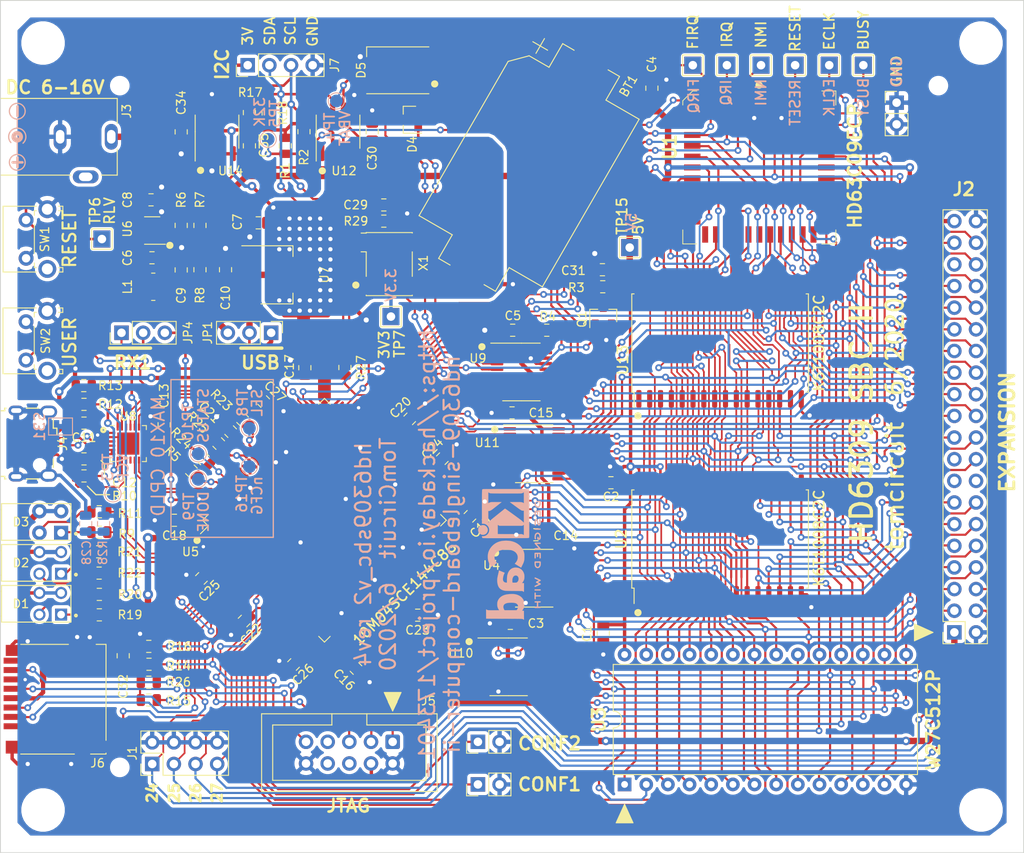
<source format=kicad_pcb>
(kicad_pcb (version 20171130) (host pcbnew "(5.1.6)-1")
  (layers (0 F.Cu signal hide) (31 B.Cu signal hide) (34 B.Paste user hide) (35 F.Paste user hide) (36 B.SilkS user hide) (37 F.SilkS user hide) (38 B.Mask user hide) (39 F.Mask user hide) (44 Edge.Cuts user))
  (net 0 "")
  (net 1 GND)
  (net 2 "Net-(BT1-Pad1)")
  (net 3 VCC)
  (net 4 +3V3)
  (net 5 "Net-(C6-Pad1)")
  (net 6 "Net-(C6-Pad2)")
  (net 7 "Net-(C8-Pad1)")
  (net 8 /VREG)
  (net 9 /VCP)
  (net 10 "Net-(C13-Pad1)")
  (net 11 "Net-(D1-Pad3)")
  (net 12 "Net-(D1-Pad1)")
  (net 13 "Net-(D2-Pad1)")
  (net 14 "Net-(D2-Pad3)")
  (net 15 "Net-(D3-Pad1)")
  (net 16 "Net-(D3-Pad3)")
  (net 17 /A14)
  (net 18 /A15)
  (net 19 /A12)
  (net 20 /WR)
  (net 21 /A7)
  (net 22 /A13)
  (net 23 /A6)
  (net 24 /A8)
  (net 25 /A5)
  (net 26 /A9)
  (net 27 /A4)
  (net 28 /A11)
  (net 29 /A3)
  (net 30 /RD)
  (net 31 /A2)
  (net 32 /A10)
  (net 33 /A1)
  (net 34 /SCL)
  (net 35 /A0)
  (net 36 /D7)
  (net 37 /D0)
  (net 38 /D6)
  (net 39 /D1)
  (net 40 /D5)
  (net 41 /D2)
  (net 42 /D4)
  (net 43 /SDA)
  (net 44 /D3)
  (net 45 /ECLK)
  (net 46 /RESET)
  (net 47 /IRQ)
  (net 48 "Net-(J3-Pad3)")
  (net 49 /VUSB)
  (net 50 "Net-(J4-Pad2)")
  (net 51 "Net-(J4-Pad3)")
  (net 52 /TCK)
  (net 53 /TDO)
  (net 54 /TMS)
  (net 55 "Net-(J5-Pad7)")
  (net 56 /TDI)
  (net 57 "Net-(J5-Pad6)")
  (net 58 "Net-(J5-Pad8)")
  (net 59 "Net-(J6-Pad8)")
  (net 60 /MISO)
  (net 61 /SCLK)
  (net 62 /MOSI)
  (net 63 /SDCS)
  (net 64 "Net-(J6-Pad1)")
  (net 65 /SDSW)
  (net 66 /CONF1)
  (net 67 /CONF2)
  (net 68 /RXLED1)
  (net 69 /LED2)
  (net 70 /TXLED2)
  (net 71 /RESRQ)
  (net 72 /32K)
  (net 73 /FIRQ)
  (net 74 "Net-(R6-Pad1)")
  (net 75 "Net-(R7-Pad2)")
  (net 76 /LED5)
  (net 77 "Net-(R10-Pad2)")
  (net 78 /LED6)
  (net 79 "Net-(R12-Pad2)")
  (net 80 /LED1)
  (net 81 /LED4)
  (net 82 /LED3)
  (net 83 /RESET_LV)
  (net 84 /PBTN)
  (net 85 /NMI)
  (net 86 /BS)
  (net 87 /HALT)
  (net 88 /AVMA)
  (net 89 /BA)
  (net 90 /RW)
  (net 91 /BUSY)
  (net 92 /QCLK)
  (net 93 "Net-(U2-Pad1)")
  (net 94 /RAMCS)
  (net 95 /ROMCS)
  (net 96 /A0_LV)
  (net 97 /A1_LV)
  (net 98 /A2_LV)
  (net 99 /A3_LV)
  (net 100 /A4_LV)
  (net 101 /A5_LV)
  (net 102 /A6_LV)
  (net 103 /A7_LV)
  (net 104 "Net-(U5-Pad21)")
  (net 105 "Net-(U5-Pad22)")
  (net 106 "Net-(U5-Pad61)")
  (net 107 "Net-(U5-Pad80)")
  (net 108 "Net-(U5-Pad87)")
  (net 109 "Net-(U5-Pad123)")
  (net 110 "Net-(U5-Pad124)")
  (net 111 "Net-(U5-Pad127)")
  (net 112 "Net-(U5-Pad130)")
  (net 113 "Net-(U5-Pad131)")
  (net 114 "Net-(U5-Pad132)")
  (net 115 "Net-(U8-Pad1)")
  (net 116 "Net-(U8-Pad10)")
  (net 117 /RTS2)
  (net 118 /RXD2)
  (net 119 /TXD2)
  (net 120 "Net-(U8-Pad14)")
  (net 121 "Net-(U8-Pad18)")
  (net 122 /RTS1)
  (net 123 /RXD1)
  (net 124 /TXD1)
  (net 125 "Net-(U8-Pad22)")
  (net 126 /RW_LV)
  (net 127 /BUSY_LV)
  (net 128 /AVMA_LV)
  (net 129 /BA_LV)
  (net 130 /BS_LV)
  (net 131 /DBDIR)
  (net 132 /D7_LV)
  (net 133 /D6_LV)
  (net 134 /D5_LV)
  (net 135 /D4_LV)
  (net 136 /D3_LV)
  (net 137 /D2_LV)
  (net 138 /D1_LV)
  (net 139 /D0_LV)
  (net 140 /DBEN)
  (net 141 /A15_LV)
  (net 142 /A14_LV)
  (net 143 /A13_LV)
  (net 144 /A12_LV)
  (net 145 /A11_LV)
  (net 146 /A10_LV)
  (net 147 /A9_LV)
  (net 148 /A8_LV)
  (net 149 /XOSC)
  (net 150 /MA16)
  (net 151 /MA14)
  (net 152 /MA13)
  (net 153 /MA15)
  (net 154 "Net-(U13-Pad1)")
  (net 155 /RAM2CS)
  (net 156 "Net-(R5-Pad2)")
  (net 157 "Net-(R23-Pad1)")
  (net 158 "Net-(R24-Pad2)")
  (net 159 "Net-(R25-Pad2)")
  (net 160 /ADIR)
  (net 161 /T1)
  (net 162 /T2)
  (net 163 /T3)
  (net 164 /T4)
  (net 165 /LIC)
  (net 166 /LIC_LV)
  (net 167 "Net-(U5-Pad112)")
  (net 168 "Net-(U5-Pad84)")
  (net 169 "Net-(U9-Pad3)")
  (net 170 "Net-(U9-Pad2)")
  (net 171 "Net-(U5-Pad33)")
  (net 172 "Net-(J2-Pad15)")
  (net 173 "Net-(J2-Pad16)")
  (net 174 "Net-(J2-Pad17)")
  (net 175 "Net-(J2-Pad35)")
  (net 176 "Net-(C28-Pad1)")
  (net 177 "Net-(C28-Pad2)")
  (net 178 "Net-(J4-Pad4)")
  (net 179 "Net-(R29-Pad2)")
  (net 180 "Net-(D4-Pad2)")
  (net 181 "Net-(D4-Pad3)")
  (net 182 /WSD)
  (net 183 "Net-(D5-Pad2)")
  (module TestPoint:TestPoint_Pad_D1.5mm (layer B.Cu) (at 89.4 61.8 180)
    (fp_text reference TP4 (at 0.8 -3 90) (layer B.SilkS) (effects (font (size 1.2 1.2) (thickness 0.2)) (justify mirror)))
    (fp_text value VBAT (at -1 -3.2 90) (layer B.SilkS) (effects (font (size 1.2 1.2) (thickness 0.2)) (justify mirror)))
    (pad 1 smd circle (at 0 0 180) (size 1.5 1.5) (layers B.Cu B.Mask) (net 2 "Net-(BT1-Pad1)"))
  )
  (module "CUI PJ102:CUI_PJ-102A" (layer F.Cu) (at 56.5 66 180)
    (fp_text reference J3 (at -8.3 3 270) (layer F.SilkS))
    (fp_text value "DC 6-16V" (at 0.1 5.8) (layer F.SilkS) (effects (font (size 1.5 1.5) (thickness 0.3))))
    (pad 3 thru_hole oval (at -3.5 -4.7 180) (size 3.016 1.508) (drill oval 1.6 1) (layers *.Cu *.Mask) (net 48 "Net-(J3-Pad3)"))
    (pad 2 thru_hole oval (at -0.5 0 180) (size 1.508 3.016) (drill oval 1 1.6) (layers *.Cu *.Mask) (net 1 GND))
    (pad 1 thru_hole oval (at -6.5 0 180) (size 1.508 3.016) (drill oval 1 1.6) (layers *.Cu *.Mask) (net 7 "Net-(C8-Pad1)"))
  )
  (module Symbol:Symbol_Barrel_Polarity (layer B.Cu) (at 51.9 66 270)
    (fp_text reference REF** hide)
    (fp_text value Symbol_Barrel_Polarity)
  )
  (module Symbol:KiCad-Logo2_6mm_SilkScreen (layer B.Cu) (at 109 115 270)
    (fp_text reference REF** hide)
    (fp_text value KiCad-Logo2_6mm_SilkScreen hide)
  )
  (module Capacitor_SMD:C_0805_2012Metric (layer F.Cu) (at 94.9625 74 180)
    (fp_text reference C29 (at 3.3 0) (layer F.SilkS))
    (fp_text value 0.1uF)
    (pad 2 smd roundrect (at 0.9375 0 180) (size 0.975 1.4) (layers F.Cu F.Paste F.Mask) (net 1 GND))
    (pad 1 smd roundrect (at -0.9375 0 180) (size 0.975 1.4) (layers F.Cu F.Paste F.Mask) (net 4 +3V3))
  )
  (module TestPoint:TestPoint_THTPad_2.0x2.0mm_Drill1.0mm (layer F.Cu) (at 123.8 79 90)
    (fp_text reference TP15 (at 3.7 -0.9 270) (layer F.SilkS) (effects (font (size 1.2 1.2) (thickness 0.2))))
    (fp_text value 5V (at 2.6 1 270) (layer F.SilkS) (effects (font (size 1.2 1.2) (thickness 0.2))))
    (pad 1 thru_hole rect (at 0 0 90) (size 2 2) (drill 1) (layers *.Cu *.Mask) (net 3 VCC))
  )
  (module Battery:BatteryHolder_Keystone_1060_1x2032 (layer F.Cu) (at 112 69.6 240)
    (fp_text reference BT1 (at -14.125 -5.3 60) (layer F.SilkS))
    (fp_text value CR2032)
    (pad 2 smd rect (at 14.65 0 60) (size 2.6 3.6) (layers F.Cu F.Mask) (net 1 GND))
    (pad 1 smd rect (at -14.65 0 60) (size 2.6 3.6) (layers F.Cu F.Mask) (net 2 "Net-(BT1-Pad1)"))
  )
  (module Resistor_SMD:R_0805_2012Metric (layer F.Cu) (at 94.9625 75.9 180)
    (fp_text reference R29 (at 3.275 0) (layer F.SilkS))
    (fp_text value 4.7K)
    (pad 2 smd roundrect (at 0.9375 0 180) (size 0.975 1.4) (layers F.Cu F.Paste F.Mask) (net 179 "Net-(R29-Pad2)"))
    (pad 1 smd roundrect (at -0.9375 0 180) (size 0.975 1.4) (layers F.Cu F.Paste F.Mask) (net 4 +3V3))
  )
  (module Package_QFP:EQFP-144-1EP_20x20mm_P0.5mm_EP5x5mm (layer F.Cu) (at 88 111 45)
    (fp_text reference U5 (at -13.717872 -8.485281) (layer F.SilkS))
    (fp_text value 10M04SCE144C8G (at 0.565685 12.727922 45) (layer F.SilkS) (effects (font (size 1.2 1.2) (thickness 0.2))))
    (pad 145 smd rect (at 0 0 45) (size 5 5) (layers F.Cu F.Mask) (net 1 GND))
    (pad 144 smd roundrect (at -8.75 -10.6625 45) (size 0.3 1.475) (layers F.Cu F.Paste F.Mask) (net 4 +3V3))
    (pad 143 smd roundrect (at -8.25 -10.6625 45) (size 0.3 1.475) (layers F.Cu F.Paste F.Mask) (net 4 +3V3))
    (pad 142 smd roundrect (at -7.75 -10.6625 45) (size 0.3 1.475) (layers F.Cu F.Paste F.Mask) (net 1 GND))
    (pad 141 smd roundrect (at -7.25 -10.6625 45) (size 0.3 1.475) (layers F.Cu F.Paste F.Mask) (net 117 /RTS2))
    (pad 140 smd roundrect (at -6.75 -10.6625 45) (size 0.3 1.475) (layers F.Cu F.Paste F.Mask) (net 118 /RXD2))
    (pad 139 smd roundrect (at -6.25 -10.6625 45) (size 0.3 1.475) (layers F.Cu F.Paste F.Mask) (net 4 +3V3))
    (pad 138 smd roundrect (at -5.75 -10.6625 45) (size 0.3 1.475) (layers F.Cu F.Paste F.Mask) (net 156 "Net-(R5-Pad2)"))
    (pad 137 smd roundrect (at -5.25 -10.6625 45) (size 0.3 1.475) (layers F.Cu F.Paste F.Mask) (net 1 GND))
    (pad 136 smd roundrect (at -4.75 -10.6625 45) (size 0.3 1.475) (layers F.Cu F.Paste F.Mask) (net 158 "Net-(R24-Pad2)"))
    (pad 135 smd roundrect (at -4.25 -10.6625 45) (size 0.3 1.475) (layers F.Cu F.Paste F.Mask) (net 119 /TXD2))
    (pad 134 smd roundrect (at -3.75 -10.6625 45) (size 0.3 1.475) (layers F.Cu F.Paste F.Mask) (net 1 GND))
    (pad 133 smd roundrect (at -3.25 -10.6625 45) (size 0.3 1.475) (layers F.Cu F.Paste F.Mask) (net 1 GND))
    (pad 132 smd roundrect (at -2.75 -10.6625 45) (size 0.3 1.475) (layers F.Cu F.Paste F.Mask) (net 114 "Net-(U5-Pad132)"))
    (pad 131 smd roundrect (at -2.25 -10.6625 45) (size 0.3 1.475) (layers F.Cu F.Paste F.Mask) (net 113 "Net-(U5-Pad131)"))
    (pad 130 smd roundrect (at -1.75 -10.6625 45) (size 0.3 1.475) (layers F.Cu F.Paste F.Mask) (net 112 "Net-(U5-Pad130)"))
    (pad 129 smd roundrect (at -1.25 -10.6625 45) (size 0.3 1.475) (layers F.Cu F.Paste F.Mask) (net 159 "Net-(R25-Pad2)"))
    (pad 128 smd roundrect (at -0.75 -10.6625 45) (size 0.3 1.475) (layers F.Cu F.Paste F.Mask) (net 4 +3V3))
    (pad 127 smd roundrect (at -0.25 -10.6625 45) (size 0.3 1.475) (layers F.Cu F.Paste F.Mask) (net 111 "Net-(U5-Pad127)"))
    (pad 126 smd roundrect (at 0.25 -10.6625 45) (size 0.3 1.475) (layers F.Cu F.Paste F.Mask) (net 157 "Net-(R23-Pad1)"))
    (pad 125 smd roundrect (at 0.75 -10.6625 45) (size 0.3 1.475) (layers F.Cu F.Paste F.Mask) (net 1 GND))
    (pad 124 smd roundrect (at 1.25 -10.6625 45) (size 0.3 1.475) (layers F.Cu F.Paste F.Mask) (net 110 "Net-(U5-Pad124)"))
    (pad 123 smd roundrect (at 1.75 -10.6625 45) (size 0.3 1.475) (layers F.Cu F.Paste F.Mask) (net 109 "Net-(U5-Pad123)"))
    (pad 122 smd roundrect (at 2.25 -10.6625 45) (size 0.3 1.475) (layers F.Cu F.Paste F.Mask) (net 1 GND))
    (pad 121 smd roundrect (at 2.75 -10.6625 45) (size 0.3 1.475) (layers F.Cu F.Paste F.Mask) (net 1 GND))
    (pad 120 smd roundrect (at 3.25 -10.6625 45) (size 0.3 1.475) (layers F.Cu F.Paste F.Mask) (net 122 /RTS1))
    (pad 119 smd roundrect (at 3.75 -10.6625 45) (size 0.3 1.475) (layers F.Cu F.Paste F.Mask) (net 123 /RXD1))
    (pad 118 smd roundrect (at 4.25 -10.6625 45) (size 0.3 1.475) (layers F.Cu F.Paste F.Mask) (net 124 /TXD1))
    (pad 117 smd roundrect (at 4.75 -10.6625 45) (size 0.3 1.475) (layers F.Cu F.Paste F.Mask) (net 4 +3V3))
    (pad 116 smd roundrect (at 5.25 -10.6625 45) (size 0.3 1.475) (layers F.Cu F.Paste F.Mask) (net 1 GND))
    (pad 115 smd roundrect (at 5.75 -10.6625 45) (size 0.3 1.475) (layers F.Cu F.Paste F.Mask) (net 4 +3V3))
    (pad 114 smd roundrect (at 6.25 -10.6625 45) (size 0.3 1.475) (layers F.Cu F.Paste F.Mask) (net 84 /PBTN))
    (pad 113 smd roundrect (at 6.75 -10.6625 45) (size 0.3 1.475) (layers F.Cu F.Paste F.Mask) (net 182 /WSD))
    (pad 112 smd roundrect (at 7.25 -10.6625 45) (size 0.3 1.475) (layers F.Cu F.Paste F.Mask) (net 167 "Net-(U5-Pad112)"))
    (pad 111 smd roundrect (at 7.75 -10.6625 45) (size 0.3 1.475) (layers F.Cu F.Paste F.Mask) (net 34 /SCL))
    (pad 110 smd roundrect (at 8.25 -10.6625 45) (size 0.3 1.475) (layers F.Cu F.Paste F.Mask) (net 43 /SDA))
    (pad 109 smd roundrect (at 8.75 -10.6625 45) (size 0.3 1.475) (layers F.Cu F.Paste F.Mask) (net 4 +3V3))
    (pad 108 smd roundrect (at 10.6625 -8.75 45) (size 1.475 0.3) (layers F.Cu F.Paste F.Mask) (net 4 +3V3))
    (pad 107 smd roundrect (at 10.6625 -8.25 45) (size 1.475 0.3) (layers F.Cu F.Paste F.Mask) (net 4 +3V3))
    (pad 106 smd roundrect (at 10.6625 -7.75 45) (size 1.475 0.3) (layers F.Cu F.Paste F.Mask) (net 47 /IRQ))
    (pad 105 smd roundrect (at 10.6625 -7.25 45) (size 1.475 0.3) (layers F.Cu F.Paste F.Mask) (net 85 /NMI))
    (pad 104 smd roundrect (at 10.6625 -6.75 45) (size 1.475 0.3) (layers F.Cu F.Paste F.Mask) (net 1 GND))
    (pad 103 smd roundrect (at 10.6625 -6.25 45) (size 1.475 0.3) (layers F.Cu F.Paste F.Mask) (net 4 +3V3))
    (pad 102 smd roundrect (at 10.6625 -5.75 45) (size 1.475 0.3) (layers F.Cu F.Paste F.Mask) (net 87 /HALT))
    (pad 101 smd roundrect (at 10.6625 -5.25 45) (size 1.475 0.3) (layers F.Cu F.Paste F.Mask) (net 155 /RAM2CS))
    (pad 100 smd roundrect (at 10.6625 -4.75 45) (size 1.475 0.3) (layers F.Cu F.Paste F.Mask) (net 130 /BS_LV))
    (pad 99 smd roundrect (at 10.6625 -4.25 45) (size 1.475 0.3) (layers F.Cu F.Paste F.Mask) (net 129 /BA_LV))
    (pad 98 smd roundrect (at 10.6625 -3.75 45) (size 1.475 0.3) (layers F.Cu F.Paste F.Mask) (net 83 /RESET_LV))
    (pad 97 smd roundrect (at 10.6625 -3.25 45) (size 1.475 0.3) (layers F.Cu F.Paste F.Mask) (net 71 /RESRQ))
    (pad 96 smd roundrect (at 10.6625 -2.75 45) (size 1.475 0.3) (layers F.Cu F.Paste F.Mask) (net 149 /XOSC))
    (pad 95 smd roundrect (at 10.6625 -2.25 45) (size 1.475 0.3) (layers F.Cu F.Paste F.Mask) (net 1 GND))
    (pad 94 smd roundrect (at 10.6625 -1.75 45) (size 1.475 0.3) (layers F.Cu F.Paste F.Mask) (net 4 +3V3))
    (pad 93 smd roundrect (at 10.6625 -1.25 45) (size 1.475 0.3) (layers F.Cu F.Paste F.Mask) (net 166 /LIC_LV))
    (pad 92 smd roundrect (at 10.6625 -0.75 45) (size 1.475 0.3) (layers F.Cu F.Paste F.Mask) (net 127 /BUSY_LV))
    (pad 91 smd roundrect (at 10.6625 -0.25 45) (size 1.475 0.3) (layers F.Cu F.Paste F.Mask) (net 128 /AVMA_LV))
    (pad 90 smd roundrect (at 10.6625 0.25 45) (size 1.475 0.3) (layers F.Cu F.Paste F.Mask) (net 45 /ECLK))
    (pad 89 smd roundrect (at 10.6625 0.75 45) (size 1.475 0.3) (layers F.Cu F.Paste F.Mask) (net 92 /QCLK))
    (pad 88 smd roundrect (at 10.6625 1.25 45) (size 1.475 0.3) (layers F.Cu F.Paste F.Mask) (net 126 /RW_LV))
    (pad 87 smd roundrect (at 10.6625 1.75 45) (size 1.475 0.3) (layers F.Cu F.Paste F.Mask) (net 108 "Net-(U5-Pad87)"))
    (pad 86 smd roundrect (at 10.6625 2.25 45) (size 1.475 0.3) (layers F.Cu F.Paste F.Mask) (net 160 /ADIR))
    (pad 85 smd roundrect (at 10.6625 2.75 45) (size 1.475 0.3) (layers F.Cu F.Paste F.Mask) (net 141 /A15_LV))
    (pad 84 smd roundrect (at 10.6625 3.25 45) (size 1.475 0.3) (layers F.Cu F.Paste F.Mask) (net 168 "Net-(U5-Pad84)"))
    (pad 83 smd roundrect (at 10.6625 3.75 45) (size 1.475 0.3) (layers F.Cu F.Paste F.Mask) (net 1 GND))
    (pad 82 smd roundrect (at 10.6625 4.25 45) (size 1.475 0.3) (layers F.Cu F.Paste F.Mask) (net 4 +3V3))
    (pad 81 smd roundrect (at 10.6625 4.75 45) (size 1.475 0.3) (layers F.Cu F.Paste F.Mask) (net 142 /A14_LV))
    (pad 80 smd roundrect (at 10.6625 5.25 45) (size 1.475 0.3) (layers F.Cu F.Paste F.Mask) (net 107 "Net-(U5-Pad80)"))
    (pad 79 smd roundrect (at 10.6625 5.75 45) (size 1.475 0.3) (layers F.Cu F.Paste F.Mask) (net 143 /A13_LV))
    (pad 78 smd roundrect (at 10.6625 6.25 45) (size 1.475 0.3) (layers F.Cu F.Paste F.Mask) (net 144 /A12_LV))
    (pad 77 smd roundrect (at 10.6625 6.75 45) (size 1.475 0.3) (layers F.Cu F.Paste F.Mask) (net 145 /A11_LV))
    (pad 76 smd roundrect (at 10.6625 7.25 45) (size 1.475 0.3) (layers F.Cu F.Paste F.Mask) (net 146 /A10_LV))
    (pad 75 smd roundrect (at 10.6625 7.75 45) (size 1.475 0.3) (layers F.Cu F.Paste F.Mask) (net 147 /A9_LV))
    (pad 74 smd roundrect (at 10.6625 8.25 45) (size 1.475 0.3) (layers F.Cu F.Paste F.Mask) (net 148 /A8_LV))
    (pad 73 smd roundrect (at 10.6625 8.75 45) (size 1.475 0.3) (layers F.Cu F.Paste F.Mask) (net 4 +3V3))
    (pad 72 smd roundrect (at 8.75 10.6625 45) (size 0.3 1.475) (layers F.Cu F.Paste F.Mask) (net 4 +3V3))
    (pad 71 smd roundrect (at 8.25 10.6625 45) (size 0.3 1.475) (layers F.Cu F.Paste F.Mask) (net 4 +3V3))
    (pad 70 smd roundrect (at 7.75 10.6625 45) (size 0.3 1.475) (layers F.Cu F.Paste F.Mask) (net 20 /WR))
    (pad 69 smd roundrect (at 7.25 10.6625 45) (size 0.3 1.475) (layers F.Cu F.Paste F.Mask) (net 153 /MA15))
    (pad 68 smd roundrect (at 6.75 10.6625 45) (size 0.3 1.475) (layers F.Cu F.Paste F.Mask) (net 1 GND))
    (pad 67 smd roundrect (at 6.25 10.6625 45) (size 0.3 1.475) (layers F.Cu F.Paste F.Mask) (net 4 +3V3))
    (pad 66 smd roundrect (at 5.75 10.6625 45) (size 0.3 1.475) (layers F.Cu F.Paste F.Mask) (net 152 /MA13))
    (pad 65 smd roundrect (at 5.25 10.6625 45) (size 0.3 1.475) (layers F.Cu F.Paste F.Mask) (net 94 /RAMCS))
    (pad 64 smd roundrect (at 4.75 10.6625 45) (size 0.3 1.475) (layers F.Cu F.Paste F.Mask) (net 151 /MA14))
    (pad 63 smd roundrect (at 4.25 10.6625 45) (size 0.3 1.475) (layers F.Cu F.Paste F.Mask) (net 1 GND))
    (pad 62 smd roundrect (at 3.75 10.6625 45) (size 0.3 1.475) (layers F.Cu F.Paste F.Mask) (net 150 /MA16))
    (pad 61 smd roundrect (at 3.25 10.6625 45) (size 0.3 1.475) (layers F.Cu F.Paste F.Mask) (net 106 "Net-(U5-Pad61)"))
    (pad 60 smd roundrect (at 2.75 10.6625 45) (size 0.3 1.475) (layers F.Cu F.Paste F.Mask) (net 103 /A7_LV))
    (pad 59 smd roundrect (at 2.25 10.6625 45) (size 0.3 1.475) (layers F.Cu F.Paste F.Mask) (net 102 /A6_LV))
    (pad 58 smd roundrect (at 1.75 10.6625 45) (size 0.3 1.475) (layers F.Cu F.Paste F.Mask) (net 101 /A5_LV))
    (pad 57 smd roundrect (at 1.25 10.6625 45) (size 0.3 1.475) (layers F.Cu F.Paste F.Mask) (net 100 /A4_LV))
    (pad 56 smd roundrect (at 0.75 10.6625 45) (size 0.3 1.475) (layers F.Cu F.Paste F.Mask) (net 99 /A3_LV))
    (pad 55 smd roundrect (at 0.25 10.6625 45) (size 0.3 1.475) (layers F.Cu F.Paste F.Mask) (net 98 /A2_LV))
    (pad 54 smd roundrect (at -0.25 10.6625 45) (size 0.3 1.475) (layers F.Cu F.Paste F.Mask) (net 97 /A1_LV))
    (pad 53 smd roundrect (at -0.75 10.6625 45) (size 0.3 1.475) (layers F.Cu F.Paste F.Mask) (net 1 GND))
    (pad 52 smd roundrect (at -1.25 10.6625 45) (size 0.3 1.475) (layers F.Cu F.Paste F.Mask) (net 96 /A0_LV))
    (pad 51 smd roundrect (at -1.75 10.6625 45) (size 0.3 1.475) (layers F.Cu F.Paste F.Mask) (net 4 +3V3))
    (pad 50 smd roundrect (at -2.25 10.6625 45) (size 0.3 1.475) (layers F.Cu F.Paste F.Mask) (net 140 /DBEN))
    (pad 49 smd roundrect (at -2.75 10.6625 45) (size 0.3 1.475) (layers F.Cu F.Paste F.Mask) (net 4 +3V3))
    (pad 48 smd roundrect (at -3.25 10.6625 45) (size 0.3 1.475) (layers F.Cu F.Paste F.Mask) (net 131 /DBDIR))
    (pad 47 smd roundrect (at -3.75 10.6625 45) (size 0.3 1.475) (layers F.Cu F.Paste F.Mask) (net 132 /D7_LV))
    (pad 46 smd roundrect (at -4.25 10.6625 45) (size 0.3 1.475) (layers F.Cu F.Paste F.Mask) (net 133 /D6_LV))
    (pad 45 smd roundrect (at -4.75 10.6625 45) (size 0.3 1.475) (layers F.Cu F.Paste F.Mask) (net 134 /D5_LV))
    (pad 44 smd roundrect (at -5.25 10.6625 45) (size 0.3 1.475) (layers F.Cu F.Paste F.Mask) (net 135 /D4_LV))
    (pad 43 smd roundrect (at -5.75 10.6625 45) (size 0.3 1.475) (layers F.Cu F.Paste F.Mask) (net 136 /D3_LV))
    (pad 42 smd roundrect (at -6.25 10.6625 45) (size 0.3 1.475) (layers F.Cu F.Paste F.Mask) (net 1 GND))
    (pad 41 smd roundrect (at -6.75 10.6625 45) (size 0.3 1.475) (layers F.Cu F.Paste F.Mask) (net 137 /D2_LV))
    (pad 40 smd roundrect (at -7.25 10.6625 45) (size 0.3 1.475) (layers F.Cu F.Paste F.Mask) (net 4 +3V3))
    (pad 39 smd roundrect (at -7.75 10.6625 45) (size 0.3 1.475) (layers F.Cu F.Paste F.Mask) (net 138 /D1_LV))
    (pad 38 smd roundrect (at -8.25 10.6625 45) (size 0.3 1.475) (layers F.Cu F.Paste F.Mask) (net 139 /D0_LV))
    (pad 37 smd roundrect (at -8.75 10.6625 45) (size 0.3 1.475) (layers F.Cu F.Paste F.Mask) (net 4 +3V3))
    (pad 36 smd roundrect (at -10.6625 8.75 45) (size 1.475 0.3) (layers F.Cu F.Paste F.Mask) (net 4 +3V3))
    (pad 35 smd roundrect (at -10.6625 8.25 45) (size 1.475 0.3) (layers F.Cu F.Paste F.Mask) (net 4 +3V3))
    (pad 34 smd roundrect (at -10.6625 7.75 45) (size 1.475 0.3) (layers F.Cu F.Paste F.Mask) (net 4 +3V3))
    (pad 33 smd roundrect (at -10.6625 7.25 45) (size 1.475 0.3) (layers F.Cu F.Paste F.Mask) (net 171 "Net-(U5-Pad33)"))
    (pad 32 smd roundrect (at -10.6625 6.75 45) (size 1.475 0.3) (layers F.Cu F.Paste F.Mask) (net 67 /CONF2))
    (pad 31 smd roundrect (at -10.6625 6.25 45) (size 1.475 0.3) (layers F.Cu F.Paste F.Mask) (net 4 +3V3))
    (pad 30 smd roundrect (at -10.6625 5.75 45) (size 1.475 0.3) (layers F.Cu F.Paste F.Mask) (net 66 /CONF1))
    (pad 29 smd roundrect (at -10.6625 5.25 45) (size 1.475 0.3) (layers F.Cu F.Paste F.Mask) (net 30 /RD))
    (pad 28 smd roundrect (at -10.6625 4.75 45) (size 1.475 0.3) (layers F.Cu F.Paste F.Mask) (net 95 /ROMCS))
    (pad 27 smd roundrect (at -10.6625 4.25 45) (size 1.475 0.3) (layers F.Cu F.Paste F.Mask) (net 164 /T4))
    (pad 26 smd roundrect (at -10.6625 3.75 45) (size 1.475 0.3) (layers F.Cu F.Paste F.Mask) (net 163 /T3))
    (pad 25 smd roundrect (at -10.6625 3.25 45) (size 1.475 0.3) (layers F.Cu F.Paste F.Mask) (net 162 /T2))
    (pad 24 smd roundrect (at -10.6625 2.75 45) (size 1.475 0.3) (layers F.Cu F.Paste F.Mask) (net 161 /T1))
    (pad 23 smd roundrect (at -10.6625 2.25 45) (size 1.475 0.3) (layers F.Cu F.Paste F.Mask) (net 4 +3V3))
    (pad 22 smd roundrect (at -10.6625 1.75 45) (size 1.475 0.3) (layers F.Cu F.Paste F.Mask) (net 105 "Net-(U5-Pad22)"))
    (pad 21 smd roundrect (at -10.6625 1.25 45) (size 1.475 0.3) (layers F.Cu F.Paste F.Mask) (net 104 "Net-(U5-Pad21)"))
    (pad 20 smd roundrect (at -10.6625 0.75 45) (size 1.475 0.3) (layers F.Cu F.Paste F.Mask) (net 53 /TDO))
    (pad 19 smd roundrect (at -10.6625 0.25 45) (size 1.475 0.3) (layers F.Cu F.Paste F.Mask) (net 56 /TDI))
    (pad 18 smd roundrect (at -10.6625 -0.25 45) (size 1.475 0.3) (layers F.Cu F.Paste F.Mask) (net 52 /TCK))
    (pad 17 smd roundrect (at -10.6625 -0.75 45) (size 1.475 0.3) (layers F.Cu F.Paste F.Mask) (net 82 /LED3))
    (pad 16 smd roundrect (at -10.6625 -1.25 45) (size 1.475 0.3) (layers F.Cu F.Paste F.Mask) (net 54 /TMS))
    (pad 15 smd roundrect (at -10.6625 -1.75 45) (size 1.475 0.3) (layers F.Cu F.Paste F.Mask) (net 4 +3V3))
    (pad 14 smd roundrect (at -10.6625 -2.25 45) (size 1.475 0.3) (layers F.Cu F.Paste F.Mask) (net 65 /SDSW))
    (pad 13 smd roundrect (at -10.6625 -2.75 45) (size 1.475 0.3) (layers F.Cu F.Paste F.Mask) (net 63 /SDCS))
    (pad 12 smd roundrect (at -10.6625 -3.25 45) (size 1.475 0.3) (layers F.Cu F.Paste F.Mask) (net 62 /MOSI))
    (pad 11 smd roundrect (at -10.6625 -3.75 45) (size 1.475 0.3) (layers F.Cu F.Paste F.Mask) (net 61 /SCLK))
    (pad 10 smd roundrect (at -10.6625 -4.25 45) (size 1.475 0.3) (layers F.Cu F.Paste F.Mask) (net 60 /MISO))
    (pad 9 smd roundrect (at -10.6625 -4.75 45) (size 1.475 0.3) (layers F.Cu F.Paste F.Mask) (net 4 +3V3))
    (pad 8 smd roundrect (at -10.6625 -5.25 45) (size 1.475 0.3) (layers F.Cu F.Paste F.Mask) (net 81 /LED4))
    (pad 7 smd roundrect (at -10.6625 -5.75 45) (size 1.475 0.3) (layers F.Cu F.Paste F.Mask) (net 76 /LED5))
    (pad 6 smd roundrect (at -10.6625 -6.25 45) (size 1.475 0.3) (layers F.Cu F.Paste F.Mask) (net 78 /LED6))
    (pad 5 smd roundrect (at -10.6625 -6.75 45) (size 1.475 0.3) (layers F.Cu F.Paste F.Mask) (net 4 +3V3))
    (pad 4 smd roundrect (at -10.6625 -7.25 45) (size 1.475 0.3) (layers F.Cu F.Paste F.Mask) (net 1 GND))
    (pad 3 smd roundrect (at -10.6625 -7.75 45) (size 1.475 0.3) (layers F.Cu F.Paste F.Mask) (net 1 GND))
    (pad 2 smd roundrect (at -10.6625 -8.25 45) (size 1.475 0.3) (layers F.Cu F.Paste F.Mask) (net 4 +3V3))
    (pad 1 smd roundrect (at -10.6625 -8.75 45) (size 1.475 0.3) (layers F.Cu F.Paste F.Mask) (net 4 +3V3))
  )
  (module Package_DFN_QFN:QFN-24-1EP_4x4mm_P0.5mm_EP2.6x2.6mm (layer F.Cu) (at 65 102)
    (fp_text reference U8 (at 0 -3.2) (layer F.SilkS))
    (fp_text value CP2105)
    (pad 1 smd roundrect (at -1.9375 -1.25) (size 0.825 0.25) (layers F.Cu F.Paste F.Mask) (net 115 "Net-(U8-Pad1)"))
    (pad 2 smd roundrect (at -1.9375 -0.75) (size 0.825 0.25) (layers F.Cu F.Paste F.Mask) (net 1 GND))
    (pad 3 smd roundrect (at -1.9375 -0.25) (size 0.825 0.25) (layers F.Cu F.Paste F.Mask) (net 51 "Net-(J4-Pad3)"))
    (pad 4 smd roundrect (at -1.9375 0.25) (size 0.825 0.25) (layers F.Cu F.Paste F.Mask) (net 50 "Net-(J4-Pad2)"))
    (pad 5 smd roundrect (at -1.9375 0.75) (size 0.825 0.25) (layers F.Cu F.Paste F.Mask) (net 9 /VCP))
    (pad 6 smd roundrect (at -1.9375 1.25) (size 0.825 0.25) (layers F.Cu F.Paste F.Mask) (net 9 /VCP))
    (pad 7 smd roundrect (at -1.25 1.9375) (size 0.25 0.825) (layers F.Cu F.Paste F.Mask) (net 3 VCC))
    (pad 8 smd roundrect (at -0.75 1.9375) (size 0.25 0.825) (layers F.Cu F.Paste F.Mask) (net 79 "Net-(R12-Pad2)"))
    (pad 9 smd roundrect (at -0.25 1.9375) (size 0.25 0.825) (layers F.Cu F.Paste F.Mask) (net 77 "Net-(R10-Pad2)"))
    (pad 10 smd roundrect (at 0.25 1.9375) (size 0.25 0.825) (layers F.Cu F.Paste F.Mask) (net 116 "Net-(U8-Pad10)"))
    (pad 11 smd roundrect (at 0.75 1.9375) (size 0.25 0.825) (layers F.Cu F.Paste F.Mask) (net 117 /RTS2))
    (pad 12 smd roundrect (at 1.25 1.9375) (size 0.25 0.825) (layers F.Cu F.Paste F.Mask) (net 118 /RXD2))
    (pad 13 smd roundrect (at 1.9375 1.25) (size 0.825 0.25) (layers F.Cu F.Paste F.Mask) (net 119 /TXD2))
    (pad 14 smd roundrect (at 1.9375 0.75) (size 0.825 0.25) (layers F.Cu F.Paste F.Mask) (net 120 "Net-(U8-Pad14)"))
    (pad 15 smd roundrect (at 1.9375 0.25) (size 0.825 0.25) (layers F.Cu F.Paste F.Mask) (net 70 /TXLED2))
    (pad 16 smd roundrect (at 1.9375 -0.25) (size 0.825 0.25) (layers F.Cu F.Paste F.Mask) (net 10 "Net-(C13-Pad1)"))
    (pad 17 smd roundrect (at 1.9375 -0.75) (size 0.825 0.25) (layers F.Cu F.Paste F.Mask))
    (pad 18 smd roundrect (at 1.9375 -1.25) (size 0.825 0.25) (layers F.Cu F.Paste F.Mask) (net 121 "Net-(U8-Pad18)"))
    (pad 19 smd roundrect (at 1.25 -1.9375) (size 0.25 0.825) (layers F.Cu F.Paste F.Mask) (net 122 /RTS1))
    (pad 20 smd roundrect (at 0.75 -1.9375) (size 0.25 0.825) (layers F.Cu F.Paste F.Mask) (net 123 /RXD1))
    (pad 21 smd roundrect (at 0.25 -1.9375) (size 0.25 0.825) (layers F.Cu F.Paste F.Mask) (net 124 /TXD1))
    (pad 22 smd roundrect (at -0.25 -1.9375) (size 0.25 0.825) (layers F.Cu F.Paste F.Mask) (net 125 "Net-(U8-Pad22)"))
    (pad 23 smd roundrect (at -0.75 -1.9375) (size 0.25 0.825) (layers F.Cu F.Paste F.Mask) (net 68 /RXLED1))
    (pad 24 smd roundrect (at -1.25 -1.9375) (size 0.25 0.825) (layers F.Cu F.Paste F.Mask) (net 80 /LED1))
    (pad 25 smd rect (at 0 0) (size 2.6 2.6) (layers F.Cu F.Mask) (net 1 GND))
  )
  (module Connector_USB:USB_Micro-B_Wuerth_629105150521 (layer F.Cu) (at 53.8 102 270)
    (fp_text reference J4 (at 0 -3.5 90) (layer F.SilkS))
    (fp_text value USB_B_Micro)
    (pad "" np_thru_hole oval (at 2.5 -0.8 270) (size 0.8 0.8) (drill 0.8) (layers *.Cu *.Mask))
    (pad "" np_thru_hole oval (at -2.5 -0.8 270) (size 0.8 0.8) (drill 0.8) (layers *.Cu *.Mask))
    (pad 6 thru_hole oval (at 3.875 1.95 270) (size 1.15 1.8) (drill oval 0.55 1.2) (layers *.Cu *.Mask) (net 176 "Net-(C28-Pad1)"))
    (pad 6 thru_hole oval (at -3.875 1.95 270) (size 1.15 1.8) (drill oval 0.55 1.2) (layers *.Cu *.Mask) (net 176 "Net-(C28-Pad1)"))
    (pad 6 thru_hole oval (at 3.725 -1.85 270) (size 1.45 2) (drill oval 0.85 1.4) (layers *.Cu *.Mask) (net 176 "Net-(C28-Pad1)"))
    (pad 6 thru_hole oval (at -3.725 -1.85 270) (size 1.45 2) (drill oval 0.85 1.4) (layers *.Cu *.Mask) (net 176 "Net-(C28-Pad1)"))
    (pad 5 smd rect (at 1.3 -1.9 270) (size 0.45 1.3) (layers F.Cu F.Paste F.Mask) (net 1 GND))
    (pad 4 smd rect (at 0.65 -1.9 270) (size 0.45 1.3) (layers F.Cu F.Paste F.Mask) (net 178 "Net-(J4-Pad4)"))
    (pad 3 smd rect (at 0 -1.9 270) (size 0.45 1.3) (layers F.Cu F.Paste F.Mask) (net 51 "Net-(J4-Pad3)"))
    (pad 2 smd rect (at -0.65 -1.9 270) (size 0.45 1.3) (layers F.Cu F.Paste F.Mask) (net 50 "Net-(J4-Pad2)"))
    (pad 1 smd rect (at -1.3 -1.9 270) (size 0.45 1.3) (layers F.Cu F.Paste F.Mask) (net 49 /VUSB))
  )
  (module Connector_PinSocket_2.54mm:PinSocket_2x20_P2.54mm_Vertical (layer F.Cu) (at 161.8742 124.1552 180)
    (fp_text reference J2 (at -1.1 52) (layer F.SilkS) (effects (font (size 1.5 1.5) (thickness 0.3))))
    (fp_text value EXPANSION (at -6.2 23.5 270) (layer F.SilkS) (effects (font (size 1.7 1.7) (thickness 0.35))))
    (pad 1 thru_hole rect (at 0 0 180) (size 1.7 1.7) (drill 1) (layers *.Cu *.Mask) (net 4 +3V3))
    (pad 2 thru_hole oval (at -2.54 0 180) (size 1.7 1.7) (drill 1) (layers *.Cu *.Mask) (net 1 GND))
    (pad 3 thru_hole oval (at 0 2.54 180) (size 1.7 1.7) (drill 1) (layers *.Cu *.Mask) (net 163 /T3))
    (pad 4 thru_hole oval (at -2.54 2.54 180) (size 1.7 1.7) (drill 1) (layers *.Cu *.Mask) (net 162 /T2))
    (pad 5 thru_hole oval (at 0 5.08 180) (size 1.7 1.7) (drill 1) (layers *.Cu *.Mask) (net 164 /T4))
    (pad 6 thru_hole oval (at -2.54 5.08 180) (size 1.7 1.7) (drill 1) (layers *.Cu *.Mask) (net 161 /T1))
    (pad 7 thru_hole oval (at 0 7.62 180) (size 1.7 1.7) (drill 1) (layers *.Cu *.Mask) (net 33 /A1))
    (pad 8 thru_hole oval (at -2.54 7.62 180) (size 1.7 1.7) (drill 1) (layers *.Cu *.Mask) (net 35 /A0))
    (pad 9 thru_hole oval (at 0 10.16 180) (size 1.7 1.7) (drill 1) (layers *.Cu *.Mask) (net 29 /A3))
    (pad 10 thru_hole oval (at -2.54 10.16 180) (size 1.7 1.7) (drill 1) (layers *.Cu *.Mask) (net 31 /A2))
    (pad 11 thru_hole oval (at 0 12.7 180) (size 1.7 1.7) (drill 1) (layers *.Cu *.Mask) (net 25 /A5))
    (pad 12 thru_hole oval (at -2.54 12.7 180) (size 1.7 1.7) (drill 1) (layers *.Cu *.Mask) (net 27 /A4))
    (pad 13 thru_hole oval (at 0 15.24 180) (size 1.7 1.7) (drill 1) (layers *.Cu *.Mask) (net 21 /A7))
    (pad 14 thru_hole oval (at -2.54 15.24 180) (size 1.7 1.7) (drill 1) (layers *.Cu *.Mask) (net 23 /A6))
    (pad 15 thru_hole oval (at 0 17.78 180) (size 1.7 1.7) (drill 1) (layers *.Cu *.Mask) (net 172 "Net-(J2-Pad15)"))
    (pad 16 thru_hole oval (at -2.54 17.78 180) (size 1.7 1.7) (drill 1) (layers *.Cu *.Mask) (net 173 "Net-(J2-Pad16)"))
    (pad 17 thru_hole oval (at 0 20.32 180) (size 1.7 1.7) (drill 1) (layers *.Cu *.Mask) (net 174 "Net-(J2-Pad17)"))
    (pad 18 thru_hole oval (at -2.54 20.32 180) (size 1.7 1.7) (drill 1) (layers *.Cu *.Mask) (net 24 /A8))
    (pad 19 thru_hole oval (at 0 22.86 180) (size 1.7 1.7) (drill 1) (layers *.Cu *.Mask) (net 26 /A9))
    (pad 20 thru_hole oval (at -2.54 22.86 180) (size 1.7 1.7) (drill 1) (layers *.Cu *.Mask) (net 32 /A10))
    (pad 21 thru_hole oval (at 0 25.4 180) (size 1.7 1.7) (drill 1) (layers *.Cu *.Mask) (net 28 /A11))
    (pad 22 thru_hole oval (at -2.54 25.4 180) (size 1.7 1.7) (drill 1) (layers *.Cu *.Mask) (net 19 /A12))
    (pad 23 thru_hole oval (at 0 27.94 180) (size 1.7 1.7) (drill 1) (layers *.Cu *.Mask) (net 22 /A13))
    (pad 24 thru_hole oval (at -2.54 27.94 180) (size 1.7 1.7) (drill 1) (layers *.Cu *.Mask) (net 17 /A14))
    (pad 25 thru_hole oval (at 0 30.48 180) (size 1.7 1.7) (drill 1) (layers *.Cu *.Mask) (net 18 /A15))
    (pad 26 thru_hole oval (at -2.54 30.48 180) (size 1.7 1.7) (drill 1) (layers *.Cu *.Mask) (net 90 /RW))
    (pad 27 thru_hole oval (at 0 33.02 180) (size 1.7 1.7) (drill 1) (layers *.Cu *.Mask) (net 36 /D7))
    (pad 28 thru_hole oval (at -2.54 33.02 180) (size 1.7 1.7) (drill 1) (layers *.Cu *.Mask) (net 38 /D6))
    (pad 29 thru_hole oval (at 0 35.56 180) (size 1.7 1.7) (drill 1) (layers *.Cu *.Mask) (net 40 /D5))
    (pad 30 thru_hole oval (at -2.54 35.56 180) (size 1.7 1.7) (drill 1) (layers *.Cu *.Mask) (net 42 /D4))
    (pad 31 thru_hole oval (at 0 38.1 180) (size 1.7 1.7) (drill 1) (layers *.Cu *.Mask) (net 44 /D3))
    (pad 32 thru_hole oval (at -2.54 38.1 180) (size 1.7 1.7) (drill 1) (layers *.Cu *.Mask) (net 41 /D2))
    (pad 33 thru_hole oval (at 0 40.64 180) (size 1.7 1.7) (drill 1) (layers *.Cu *.Mask) (net 39 /D1))
    (pad 34 thru_hole oval (at -2.54 40.64 180) (size 1.7 1.7) (drill 1) (layers *.Cu *.Mask) (net 37 /D0))
    (pad 35 thru_hole oval (at 0 43.18 180) (size 1.7 1.7) (drill 1) (layers *.Cu *.Mask) (net 175 "Net-(J2-Pad35)"))
    (pad 36 thru_hole oval (at -2.54 43.18 180) (size 1.7 1.7) (drill 1) (layers *.Cu *.Mask) (net 47 /IRQ))
    (pad 37 thru_hole oval (at 0 45.72 180) (size 1.7 1.7) (drill 1) (layers *.Cu *.Mask) (net 45 /ECLK))
    (pad 38 thru_hole oval (at -2.54 45.72 180) (size 1.7 1.7) (drill 1) (layers *.Cu *.Mask) (net 46 /RESET))
    (pad 39 thru_hole oval (at 0 48.26 180) (size 1.7 1.7) (drill 1) (layers *.Cu *.Mask) (net 3 VCC))
    (pad 40 thru_hole oval (at -2.54 48.26 180) (size 1.7 1.7) (drill 1) (layers *.Cu *.Mask) (net 1 GND))
  )
  (module MountingHole:MountingHole_2.1mm (layer F.Cu) (at 64 140)
    (fp_text reference STENCIL1 hide)
    (fp_text value MountingHole_2.1mm hide)
    (pad "" np_thru_hole circle (at 0 0) (size 1.5 1.5) (drill 1.5) (layers *.Cu *.Mask F.Paste))
  )
  (module MountingHole:MountingHole_2.1mm (layer F.Cu) (at 64 60)
    (fp_text reference STENCIL1 hide)
    (fp_text value MountingHole_2.1mm hide)
    (pad "" np_thru_hole circle (at 0 0) (size 1.5 1.5) (drill 1.5) (layers *.Cu *.Mask F.Paste))
  )
  (module MountingHole:MountingHole_2.1mm (layer F.Cu) (at 160 60)
    (fp_text reference STENCIL1 hide)
    (fp_text value MountingHole_2.1mm hide)
    (pad "" np_thru_hole circle (at 0 0) (size 1.5 1.5) (drill 1.5) (layers *.Cu *.Mask F.Paste))
  )
  (module Jumper:SolderJumper-2_P1.3mm_Bridged_Pad1.0x1.5mm (layer B.Cu) (at 57.05 100)
    (fp_text reference SB1 (at -2.45 0 90) (layer B.SilkS) (effects (font (size 1.2 1.2) (thickness 0.2)) (justify mirror)))
    (fp_text value SolderJumper-2_P1.3mm_Bridged_Pad1.0x1.5mm hide)
    (fp_poly (pts (xy -0.25 0.3) (xy 0.25 0.3) (xy 0.25 -0.3) (xy -0.25 -0.3)) (layer B.Cu) (width 0))
    (pad 2 smd rect (at 0.65 0) (size 1 1.5) (layers B.Cu B.Mask) (net 1 GND))
    (pad 1 smd rect (at -0.65 0) (size 1 1.5) (layers B.Cu B.Mask) (net 176 "Net-(C28-Pad1)"))
  )
  (module Package_TO_SOT_SMD:SOT-23 (layer F.Cu) (at 120.7 87 90)
    (fp_text reference Q1 (at -0.4 -2.5 90) (layer F.SilkS))
    (fp_text value BSS138)
    (pad 1 smd rect (at -1 -0.95 90) (size 1.1 0.8) (layers F.Cu F.Paste F.Mask) (net 71 /RESRQ))
    (pad 2 smd rect (at -1 0.95 90) (size 1.1 0.8) (layers F.Cu F.Paste F.Mask) (net 1 GND))
    (pad 3 smd rect (at 1 0 90) (size 1.1 0.8) (layers F.Cu F.Paste F.Mask) (net 46 /RESET))
  )
  (module Capacitor_SMD:C_0805_2012Metric (layer F.Cu) (at 120.7 124.275 270)
    (fp_text reference C1 (at 0.025 1.9 90) (layer F.SilkS))
    (fp_text value 0.1uF)
    (pad 2 smd roundrect (at 0.9375 0 270) (size 0.975 1.4) (layers F.Cu F.Paste F.Mask) (net 1 GND))
    (pad 1 smd roundrect (at -0.9375 0 270) (size 0.975 1.4) (layers F.Cu F.Paste F.Mask) (net 3 VCC))
  )
  (module Capacitor_SMD:C_0805_2012Metric (layer F.Cu) (at 121.6 106.6 180)
    (fp_text reference C2 (at 0 -1.65) (layer F.SilkS))
    (fp_text value 0.1uF)
    (pad 2 smd roundrect (at 0.9375 0 180) (size 0.975 1.4) (layers F.Cu F.Paste F.Mask) (net 1 GND))
    (pad 1 smd roundrect (at -0.9375 0 180) (size 0.975 1.4) (layers F.Cu F.Paste F.Mask) (net 3 VCC))
  )
  (module Capacitor_SMD:C_0805_2012Metric (layer F.Cu) (at 109.8 123.1 180)
    (fp_text reference C3 (at -3 0 180) (layer F.SilkS))
    (fp_text value 0.1uF)
    (pad 2 smd roundrect (at 0.9375 0 180) (size 0.975 1.4) (layers F.Cu F.Paste F.Mask) (net 1 GND))
    (pad 1 smd roundrect (at -0.9375 0 180) (size 0.975 1.4) (layers F.Cu F.Paste F.Mask) (net 4 +3V3))
  )
  (module Capacitor_SMD:C_0805_2012Metric (layer F.Cu) (at 126.4 60.3 90)
    (fp_text reference C4 (at 2.8 0 90) (layer F.SilkS))
    (fp_text value 0.1uF)
    (pad 2 smd roundrect (at 0.9375 0 90) (size 0.975 1.4) (layers F.Cu F.Paste F.Mask) (net 1 GND))
    (pad 1 smd roundrect (at -0.9375 0 90) (size 0.975 1.4) (layers F.Cu F.Paste F.Mask) (net 3 VCC))
  )
  (module Capacitor_SMD:C_0805_2012Metric (layer F.Cu) (at 110.075 88.7 180)
    (fp_text reference C5 (at -0.025 1.7) (layer F.SilkS))
    (fp_text value 0.1uF)
    (pad 2 smd roundrect (at 0.9375 0 180) (size 0.975 1.4) (layers F.Cu F.Paste F.Mask) (net 1 GND))
    (pad 1 smd roundrect (at -0.9375 0 180) (size 0.975 1.4) (layers F.Cu F.Paste F.Mask) (net 4 +3V3))
  )
  (module Capacitor_SMD:C_0805_2012Metric (layer F.Cu) (at 67.775 80.2 180)
    (fp_text reference C6 (at 2.875 0 90) (layer F.SilkS))
    (fp_text value 0.1uF)
    (pad 2 smd roundrect (at 0.9375 0 180) (size 0.975 1.4) (layers F.Cu F.Paste F.Mask) (net 6 "Net-(C6-Pad2)"))
    (pad 1 smd roundrect (at -0.9375 0 180) (size 0.975 1.4) (layers F.Cu F.Paste F.Mask) (net 5 "Net-(C6-Pad1)"))
  )
  (module Capacitor_SMD:C_0805_2012Metric (layer F.Cu) (at 80.2375 76.1 180)
    (fp_text reference C7 (at 2.4375 0.1 90) (layer F.SilkS))
    (fp_text value 1uF)
    (pad 2 smd roundrect (at 0.9375 0 180) (size 0.975 1.4) (layers F.Cu F.Paste F.Mask) (net 1 GND))
    (pad 1 smd roundrect (at -0.9375 0 180) (size 0.975 1.4) (layers F.Cu F.Paste F.Mask) (net 4 +3V3))
  )
  (module Capacitor_SMD:C_0805_2012Metric (layer F.Cu) (at 67.6625 73.4)
    (fp_text reference C8 (at -2.7625 0 90) (layer F.SilkS))
    (fp_text value 4.7uF)
    (pad 2 smd roundrect (at 0.9375 0) (size 0.975 1.4) (layers F.Cu F.Paste F.Mask) (net 1 GND))
    (pad 1 smd roundrect (at -0.9375 0) (size 0.975 1.4) (layers F.Cu F.Paste F.Mask) (net 7 "Net-(C8-Pad1)"))
  )
  (module Capacitor_SMD:C_0805_2012Metric (layer F.Cu) (at 71.2 81.625 90)
    (fp_text reference C9 (at -3 0 90) (layer F.SilkS))
    (fp_text value 22uF)
    (pad 2 smd roundrect (at 0.9375 0 90) (size 0.975 1.4) (layers F.Cu F.Paste F.Mask) (net 1 GND))
    (pad 1 smd roundrect (at -0.9375 0 90) (size 0.975 1.4) (layers F.Cu F.Paste F.Mask) (net 8 /VREG))
  )
  (module Capacitor_SMD:C_0805_2012Metric (layer F.Cu) (at 76.4 81.6 90)
    (fp_text reference C10 (at -3.3 0 90) (layer F.SilkS))
    (fp_text value 10uF)
    (pad 2 smd roundrect (at 0.9375 0 90) (size 0.975 1.4) (layers F.Cu F.Paste F.Mask) (net 1 GND))
    (pad 1 smd roundrect (at -0.9375 0 90) (size 0.975 1.4) (layers F.Cu F.Paste F.Mask) (net 3 VCC))
  )
  (module Capacitor_SMD:C_0805_2012Metric (layer F.Cu) (at 59.8 99.6)
    (fp_text reference C11 (at 0 1.7) (layer F.SilkS))
    (fp_text value 0.1uF)
    (pad 2 smd roundrect (at 0.9375 0) (size 0.975 1.4) (layers F.Cu F.Paste F.Mask) (net 1 GND))
    (pad 1 smd roundrect (at -0.9375 0) (size 0.975 1.4) (layers F.Cu F.Paste F.Mask) (net 49 /VUSB))
  )
  (module Capacitor_SMD:C_0805_2012Metric (layer F.Cu) (at 59.8 103.8 180)
    (fp_text reference C12 (at -4.75 -2.8) (layer F.SilkS))
    (fp_text value 4.7uF)
    (pad 2 smd roundrect (at 0.9375 0 180) (size 0.975 1.4) (layers F.Cu F.Paste F.Mask) (net 1 GND))
    (pad 1 smd roundrect (at -0.9375 0 180) (size 0.975 1.4) (layers F.Cu F.Paste F.Mask) (net 9 /VCP))
  )
  (module Capacitor_SMD:C_0805_2012Metric (layer F.Cu) (at 69.2 99.8 90)
    (fp_text reference C13 (at 3.4 0 90) (layer F.SilkS))
    (fp_text value 4.7uF)
    (pad 2 smd roundrect (at 0.9375 0 90) (size 0.975 1.4) (layers F.Cu F.Paste F.Mask) (net 1 GND))
    (pad 1 smd roundrect (at -0.9375 0 90) (size 0.975 1.4) (layers F.Cu F.Paste F.Mask) (net 10 "Net-(C13-Pad1)"))
  )
  (module Capacitor_SMD:C_0805_2012Metric (layer F.Cu) (at 112.8 112.7 180)
    (fp_text reference C14 (at -3.5 -0.1) (layer F.SilkS))
    (fp_text value 0.1uF)
    (pad 2 smd roundrect (at 0.9375 0 180) (size 0.975 1.4) (layers F.Cu F.Paste F.Mask) (net 1 GND))
    (pad 1 smd roundrect (at -0.9375 0 180) (size 0.975 1.4) (layers F.Cu F.Paste F.Mask) (net 4 +3V3))
  )
  (module Capacitor_SMD:C_0805_2012Metric (layer F.Cu) (at 110 98.4 180)
    (fp_text reference C15 (at -3.4 0) (layer F.SilkS))
    (fp_text value 0.1uF)
    (pad 2 smd roundrect (at 0.9375 0 180) (size 0.975 1.4) (layers F.Cu F.Paste F.Mask) (net 1 GND))
    (pad 1 smd roundrect (at -0.9375 0 180) (size 0.975 1.4) (layers F.Cu F.Paste F.Mask) (net 4 +3V3))
  )
  (module Capacitor_SMD:C_0805_2012Metric (layer F.Cu) (at 91.7 128.4 315)
    (fp_text reference C16 (at -0.070711 1.909188 135) (layer F.SilkS))
    (fp_text value 1uF)
    (pad 2 smd roundrect (at 0.9375 0 315) (size 0.975 1.4) (layers F.Cu F.Paste F.Mask) (net 1 GND))
    (pad 1 smd roundrect (at -0.9375 0 315) (size 0.975 1.4) (layers F.Cu F.Paste F.Mask) (net 4 +3V3))
  )
  (module Capacitor_SMD:C_0805_2012Metric (layer F.Cu) (at 85.7 93.1 90)
    (fp_text reference C17 (at 0.125 -1.8 90) (layer F.SilkS))
    (fp_text value 10uF)
    (pad 2 smd roundrect (at 0.9375 0 90) (size 0.975 1.4) (layers F.Cu F.Paste F.Mask) (net 1 GND))
    (pad 1 smd roundrect (at -0.9375 0 90) (size 0.975 1.4) (layers F.Cu F.Paste F.Mask) (net 4 +3V3))
  )
  (module Capacitor_SMD:C_0805_2012Metric (layer F.Cu) (at 70.4 111 180)
    (fp_text reference C18 (at 0 -1.8) (layer F.SilkS))
    (fp_text value 0.1uF)
    (pad 2 smd roundrect (at 0.9375 0 180) (size 0.975 1.4) (layers F.Cu F.Paste F.Mask) (net 1 GND))
    (pad 1 smd roundrect (at -0.9375 0 180) (size 0.975 1.4) (layers F.Cu F.Paste F.Mask) (net 4 +3V3))
  )
  (module Capacitor_SMD:C_0805_2012Metric (layer F.Cu) (at 105.062913 110.537087 45)
    (fp_text reference C19 (at 0 1.8 45) (layer F.SilkS))
    (fp_text value 0.1uF)
    (pad 2 smd roundrect (at 0.9375 0 45) (size 0.975 1.4) (layers F.Cu F.Paste F.Mask) (net 1 GND))
    (pad 1 smd roundrect (at -0.9375 0 45) (size 0.975 1.4) (layers F.Cu F.Paste F.Mask) (net 4 +3V3))
  )
  (module Capacitor_SMD:C_0805_2012Metric (layer F.Cu) (at 98 99.1 45)
    (fp_text reference C20 (at 0.176471 -1.697056 45) (layer F.SilkS))
    (fp_text value 0.1uF)
    (pad 2 smd roundrect (at 0.9375 0 45) (size 0.975 1.4) (layers F.Cu F.Paste F.Mask) (net 1 GND))
    (pad 1 smd roundrect (at -0.9375 0 45) (size 0.975 1.4) (layers F.Cu F.Paste F.Mask) (net 4 +3V3))
  )
  (module Capacitor_SMD:C_0805_2012Metric (layer F.Cu) (at 77 100.6 135)
    (fp_text reference C21 (at 3.359063 -0.141421 135) (layer F.SilkS))
    (fp_text value 0.1uF)
    (pad 2 smd roundrect (at 0.9375 0 135) (size 0.975 1.4) (layers F.Cu F.Paste F.Mask) (net 1 GND))
    (pad 1 smd roundrect (at -0.9375 0 135) (size 0.975 1.4) (layers F.Cu F.Paste F.Mask) (net 4 +3V3))
  )
  (module Capacitor_SMD:C_0805_2012Metric (layer F.Cu) (at 78.575216 122.824784 225)
    (fp_text reference C22 (at 0.530636 -1.697056 45) (layer F.SilkS))
    (fp_text value 0.1uF)
    (pad 2 smd roundrect (at 0.9375 0 225) (size 0.975 1.4) (layers F.Cu F.Paste F.Mask) (net 1 GND))
    (pad 1 smd roundrect (at -0.9375 0 225) (size 0.975 1.4) (layers F.Cu F.Paste F.Mask) (net 4 +3V3))
  )
  (module Capacitor_SMD:C_0805_2012Metric (layer F.Cu) (at 98.937087 122.137087)
    (fp_text reference C23 (at 0 1.762913) (layer F.SilkS))
    (fp_text value 0.1uF)
    (pad 2 smd roundrect (at 0.9375 0) (size 0.975 1.4) (layers F.Cu F.Paste F.Mask) (net 1 GND))
    (pad 1 smd roundrect (at -0.9375 0) (size 0.975 1.4) (layers F.Cu F.Paste F.Mask) (net 4 +3V3))
  )
  (module Capacitor_SMD:C_0805_2012Metric (layer F.Cu) (at 93.6 65.4 90)
    (fp_text reference C30 (at -3.1 0 90) (layer F.SilkS))
    (fp_text value 4.7uF)
    (pad 2 smd roundrect (at 0.9375 0 90) (size 0.975 1.4) (layers F.Cu F.Paste F.Mask) (net 1 GND))
    (pad 1 smd roundrect (at -0.9375 0 90) (size 0.975 1.4) (layers F.Cu F.Paste F.Mask) (net 2 "Net-(BT1-Pad1)"))
  )
  (module Capacitor_SMD:C_0805_2012Metric (layer F.Cu) (at 71.2 65.425 270)
    (fp_text reference C34 (at -3.425 0 90) (layer F.SilkS))
    (fp_text value 0.1uF)
    (pad 2 smd roundrect (at 0.9375 0 270) (size 0.975 1.4) (layers F.Cu F.Paste F.Mask) (net 1 GND))
    (pad 1 smd roundrect (at -0.9375 0 270) (size 0.975 1.4) (layers F.Cu F.Paste F.Mask) (net 4 +3V3))
  )
  (module Capacitor_SMD:C_0805_2012Metric (layer F.Cu) (at 79.2 67.0625 270)
    (fp_text reference C35 (at -0.0625 -1.7 90) (layer F.SilkS))
    (fp_text value 0.1uF)
    (pad 2 smd roundrect (at 0.9375 0 270) (size 0.975 1.4) (layers F.Cu F.Paste F.Mask) (net 1 GND))
    (pad 1 smd roundrect (at -0.9375 0 270) (size 0.975 1.4) (layers F.Cu F.Paste F.Mask) (net 4 +3V3))
  )
  (module Capacitor_SMD:C_0805_2012Metric (layer F.Cu) (at 120.6 81.6 180)
    (fp_text reference C31 (at 3.4 -0.1) (layer F.SilkS))
    (fp_text value 0.1uF)
    (pad 2 smd roundrect (at 0.9375 0 180) (size 0.975 1.4) (layers F.Cu F.Paste F.Mask) (net 1 GND))
    (pad 1 smd roundrect (at -0.9375 0 180) (size 0.975 1.4) (layers F.Cu F.Paste F.Mask) (net 3 VCC))
  )
  (module Capacitor_SMD:C_0805_2012Metric (layer F.Cu) (at 101.824784 103.775216 45)
    (fp_text reference C24 (at 0 -1.65 45) (layer F.SilkS))
    (fp_text value 0.1uF)
    (pad 2 smd roundrect (at 0.9375 0 45) (size 0.975 1.4) (layers F.Cu F.Paste F.Mask) (net 1 GND))
    (pad 1 smd roundrect (at -0.9375 0 45) (size 0.975 1.4) (layers F.Cu F.Paste F.Mask) (net 4 +3V3))
  )
  (module Capacitor_SMD:C_0805_2012Metric (layer F.Cu) (at 73.575216 117.824784 225)
    (fp_text reference C25 (at 0.389214 -1.697056 45) (layer F.SilkS))
    (fp_text value 0.1uF)
    (pad 2 smd roundrect (at 0.9375 0 225) (size 0.975 1.4) (layers F.Cu F.Paste F.Mask) (net 1 GND))
    (pad 1 smd roundrect (at -0.9375 0 225) (size 0.975 1.4) (layers F.Cu F.Paste F.Mask) (net 4 +3V3))
  )
  (module Capacitor_SMD:C_0805_2012Metric (layer F.Cu) (at 84.375216 127.924784 225)
    (fp_text reference C26 (at 0.035661 -1.626346 45) (layer F.SilkS))
    (fp_text value 0.1uF)
    (pad 2 smd roundrect (at 0.9375 0 225) (size 0.975 1.4) (layers F.Cu F.Paste F.Mask) (net 1 GND))
    (pad 1 smd roundrect (at -0.9375 0 225) (size 0.975 1.4) (layers F.Cu F.Paste F.Mask) (net 4 +3V3))
  )
  (module Capacitor_SMD:C_0805_2012Metric (layer F.Cu) (at 80.875216 97.075216 135)
    (fp_text reference C27 (at -0.105761 1.767767 135) (layer F.SilkS))
    (fp_text value 0.1uF)
    (pad 2 smd roundrect (at 0.9375 0 135) (size 0.975 1.4) (layers F.Cu F.Paste F.Mask) (net 1 GND))
    (pad 1 smd roundrect (at -0.9375 0 135) (size 0.975 1.4) (layers F.Cu F.Paste F.Mask) (net 4 +3V3))
  )
  (module Capacitor_SMD:C_0805_2012Metric (layer F.Cu) (at 64.4 126.9 90)
    (fp_text reference C32 (at -3.6 0 90) (layer F.SilkS))
    (fp_text value 10uF)
    (pad 2 smd roundrect (at 0.9375 0 90) (size 0.975 1.4) (layers F.Cu F.Paste F.Mask) (net 1 GND))
    (pad 1 smd roundrect (at -0.9375 0 90) (size 0.975 1.4) (layers F.Cu F.Paste F.Mask) (net 4 +3V3))
  )
  (module Capacitor_SMD:C_0805_2012Metric (layer B.Cu) (at 60 111.4 270)
    (fp_text reference C28 (at 3.4 -0.1 90) (layer B.SilkS) (effects (justify mirror)))
    (fp_text value 0.1uF)
    (pad 2 smd roundrect (at 0.9375 0 270) (size 0.975 1.4) (layers B.Cu B.Paste B.Mask) (net 177 "Net-(C28-Pad2)"))
    (pad 1 smd roundrect (at -0.9375 0 270) (size 0.975 1.4) (layers B.Cu B.Paste B.Mask) (net 176 "Net-(C28-Pad1)"))
  )
  (module LED_WP934MD:2GD (layer F.Cu) (at 54.2 111.2 180)
    (fp_text reference D3 (at 1.8 0 180) (layer F.SilkS))
    (fp_text value WP934)
    (pad 1 thru_hole rect (at -2.915 -1.27 180) (size 1.65 1.65) (drill 0.9) (layers *.Cu *.Mask) (net 15 "Net-(D3-Pad1)"))
    (pad 4 thru_hole circle (at -0.375 1.27 180) (size 1.7 1.7) (drill 0.9) (layers *.Cu *.Mask) (net 4 +3V3))
    (pad 3 thru_hole circle (at -0.375 -1.27 180) (size 1.7 1.7) (drill 0.9) (layers *.Cu *.Mask) (net 16 "Net-(D3-Pad3)"))
    (pad 2 thru_hole circle (at -2.915 1.27 180) (size 1.7 1.7) (drill 0.9) (layers *.Cu *.Mask) (net 4 +3V3))
  )
  (module Resistor_SMD:R_0805_2012Metric (layer F.Cu) (at 83.4 67.0625 270)
    (fp_text reference R1 (at 2.9 0 90) (layer F.SilkS))
    (fp_text value 4.7K)
    (pad 2 smd roundrect (at 0.9375 0 270) (size 0.975 1.4) (layers F.Cu F.Paste F.Mask) (net 72 /32K))
    (pad 1 smd roundrect (at -0.9375 0 270) (size 0.975 1.4) (layers F.Cu F.Paste F.Mask) (net 4 +3V3))
  )
  (module Resistor_SMD:R_0805_2012Metric (layer F.Cu) (at 85.6 65.4 270)
    (fp_text reference R2 (at 3 0 90) (layer F.SilkS))
    (fp_text value 4.7K)
    (pad 2 smd roundrect (at 0.9375 0 270) (size 0.975 1.4) (layers F.Cu F.Paste F.Mask) (net 73 /FIRQ))
    (pad 1 smd roundrect (at -0.9375 0 270) (size 0.975 1.4) (layers F.Cu F.Paste F.Mask) (net 4 +3V3))
  )
  (module Resistor_SMD:R_0805_2012Metric (layer F.Cu) (at 120.6375 83.6 180)
    (fp_text reference R3 (at 3.1 -0.1) (layer F.SilkS))
    (fp_text value 4.7K)
    (pad 2 smd roundrect (at 0.9375 0 180) (size 0.975 1.4) (layers F.Cu F.Paste F.Mask) (net 46 /RESET))
    (pad 1 smd roundrect (at -0.9375 0 180) (size 0.975 1.4) (layers F.Cu F.Paste F.Mask) (net 3 VCC))
  )
  (module Resistor_SMD:R_0805_2012Metric (layer F.Cu) (at 114.075 88.7)
    (fp_text reference R4 (at 0.125 -1.6) (layer F.SilkS))
    (fp_text value 10K)
    (pad 2 smd roundrect (at 0.9375 0) (size 0.975 1.4) (layers F.Cu F.Paste F.Mask) (net 71 /RESRQ))
    (pad 1 smd roundrect (at -0.9375 0) (size 0.975 1.4) (layers F.Cu F.Paste F.Mask) (net 4 +3V3))
  )
  (module Resistor_SMD:R_0805_2012Metric (layer F.Cu) (at 71.2 76.4 270)
    (fp_text reference R6 (at -3 0 90) (layer F.SilkS))
    (fp_text value 22K)
    (pad 2 smd roundrect (at 0.9375 0 270) (size 0.975 1.4) (layers F.Cu F.Paste F.Mask) (net 1 GND))
    (pad 1 smd roundrect (at -0.9375 0 270) (size 0.975 1.4) (layers F.Cu F.Paste F.Mask) (net 74 "Net-(R6-Pad1)"))
  )
  (module Resistor_SMD:R_0805_2012Metric (layer F.Cu) (at 73.4 76.4 270)
    (fp_text reference R7 (at -3 0 90) (layer F.SilkS))
    (fp_text value 47K)
    (pad 2 smd roundrect (at 0.9375 0 270) (size 0.975 1.4) (layers F.Cu F.Paste F.Mask) (net 75 "Net-(R7-Pad2)"))
    (pad 1 smd roundrect (at -0.9375 0 270) (size 0.975 1.4) (layers F.Cu F.Paste F.Mask) (net 74 "Net-(R6-Pad1)"))
  )
  (module Resistor_SMD:R_0805_2012Metric (layer F.Cu) (at 73.4 81.6 90)
    (fp_text reference R8 (at -3 0 90) (layer F.SilkS))
    (fp_text value 39K)
    (pad 2 smd roundrect (at 0.9375 0 90) (size 0.975 1.4) (layers F.Cu F.Paste F.Mask) (net 75 "Net-(R7-Pad2)"))
    (pad 1 smd roundrect (at -0.9375 0 90) (size 0.975 1.4) (layers F.Cu F.Paste F.Mask) (net 8 /VREG))
  )
  (module Resistor_SMD:R_0805_2012Metric (layer F.Cu) (at 61.6 112.4)
    (fp_text reference R9 (at 3.2 0.2) (layer F.SilkS))
    (fp_text value 330)
    (pad 2 smd roundrect (at 0.9375 0) (size 0.975 1.4) (layers F.Cu F.Paste F.Mask) (net 76 /LED5))
    (pad 1 smd roundrect (at -0.9375 0) (size 0.975 1.4) (layers F.Cu F.Paste F.Mask) (net 15 "Net-(D3-Pad1)"))
  )
  (module Resistor_SMD:R_0805_2012Metric (layer F.Cu) (at 59.8 105.8 180)
    (fp_text reference R10 (at -4.75 -2.35) (layer F.SilkS))
    (fp_text value 4.7K)
    (pad 2 smd roundrect (at 0.9375 0 180) (size 0.975 1.4) (layers F.Cu F.Paste F.Mask) (net 77 "Net-(R10-Pad2)"))
    (pad 1 smd roundrect (at -0.9375 0 180) (size 0.975 1.4) (layers F.Cu F.Paste F.Mask) (net 9 /VCP))
  )
  (module Resistor_SMD:R_0805_2012Metric (layer F.Cu) (at 59.8 97.4)
    (fp_text reference R12 (at 3.1 0) (layer F.SilkS))
    (fp_text value 22K)
    (pad 2 smd roundrect (at 0.9375 0) (size 0.975 1.4) (layers F.Cu F.Paste F.Mask) (net 79 "Net-(R12-Pad2)"))
    (pad 1 smd roundrect (at -0.9375 0) (size 0.975 1.4) (layers F.Cu F.Paste F.Mask) (net 49 /VUSB))
  )
  (module Resistor_SMD:R_0805_2012Metric (layer F.Cu) (at 59.775 95.2 180)
    (fp_text reference R13 (at -3.125 0) (layer F.SilkS))
    (fp_text value 47K)
    (pad 2 smd roundrect (at 0.9375 0 180) (size 0.975 1.4) (layers F.Cu F.Paste F.Mask) (net 1 GND))
    (pad 1 smd roundrect (at -0.9375 0 180) (size 0.975 1.4) (layers F.Cu F.Paste F.Mask) (net 79 "Net-(R12-Pad2)"))
  )
  (module Resistor_SMD:R_0805_2012Metric (layer F.Cu) (at 67.425 127.9)
    (fp_text reference R14 (at 3.475 0.2) (layer F.SilkS))
    (fp_text value 10K)
    (pad 2 smd roundrect (at 0.9375 0) (size 0.975 1.4) (layers F.Cu F.Paste F.Mask) (net 56 /TDI))
    (pad 1 smd roundrect (at -0.9375 0) (size 0.975 1.4) (layers F.Cu F.Paste F.Mask) (net 4 +3V3))
  )
  (module Resistor_SMD:R_0805_2012Metric (layer F.Cu) (at 67.4 132.1)
    (fp_text reference R15 (at 3.5 0.1) (layer F.SilkS))
    (fp_text value 10K)
    (pad 2 smd roundrect (at 0.9375 0) (size 0.975 1.4) (layers F.Cu F.Paste F.Mask) (net 54 /TMS))
    (pad 1 smd roundrect (at -0.9375 0) (size 0.975 1.4) (layers F.Cu F.Paste F.Mask) (net 4 +3V3))
  )
  (module Resistor_SMD:R_0805_2012Metric (layer F.Cu) (at 67.4 125.8 180)
    (fp_text reference R16 (at -3.6 0) (layer F.SilkS))
    (fp_text value 1K)
    (pad 2 smd roundrect (at 0.9375 0 180) (size 0.975 1.4) (layers F.Cu F.Paste F.Mask) (net 1 GND))
    (pad 1 smd roundrect (at -0.9375 0 180) (size 0.975 1.4) (layers F.Cu F.Paste F.Mask) (net 52 /TCK))
  )
  (module Resistor_SMD:R_0805_2012Metric (layer F.Cu) (at 79.2 63.1625 90)
    (fp_text reference R17 (at 2.3625 0.1 180) (layer F.SilkS))
    (fp_text value 4.7K)
    (pad 2 smd roundrect (at 0.9375 0 90) (size 0.975 1.4) (layers F.Cu F.Paste F.Mask) (net 43 /SDA))
    (pad 1 smd roundrect (at -0.9375 0 90) (size 0.975 1.4) (layers F.Cu F.Paste F.Mask) (net 4 +3V3))
  )
  (module Resistor_SMD:R_0805_2012Metric (layer F.Cu) (at 81.4 63.2 90)
    (fp_text reference R18 (at 0 1.7 90) (layer F.SilkS))
    (fp_text value 4.7K)
    (pad 2 smd roundrect (at 0.9375 0 90) (size 0.975 1.4) (layers F.Cu F.Paste F.Mask) (net 34 /SCL))
    (pad 1 smd roundrect (at -0.9375 0 90) (size 0.975 1.4) (layers F.Cu F.Paste F.Mask) (net 4 +3V3))
  )
  (module Resistor_SMD:R_0805_2012Metric (layer F.Cu) (at 61.6 122.1)
    (fp_text reference R19 (at 3.6 0) (layer F.SilkS))
    (fp_text value 330)
    (pad 2 smd roundrect (at 0.9375 0) (size 0.975 1.4) (layers F.Cu F.Paste F.Mask) (net 69 /LED2))
    (pad 1 smd roundrect (at -0.9375 0) (size 0.975 1.4) (layers F.Cu F.Paste F.Mask) (net 12 "Net-(D1-Pad1)"))
  )
  (module Resistor_SMD:R_0805_2012Metric (layer F.Cu) (at 61.6 119.7)
    (fp_text reference R20 (at 3.6 0) (layer F.SilkS))
    (fp_text value 330)
    (pad 2 smd roundrect (at 0.9375 0) (size 0.975 1.4) (layers F.Cu F.Paste F.Mask) (net 80 /LED1))
    (pad 1 smd roundrect (at -0.9375 0) (size 0.975 1.4) (layers F.Cu F.Paste F.Mask) (net 11 "Net-(D1-Pad3)"))
  )
  (module Resistor_SMD:R_0805_2012Metric (layer F.Cu) (at 61.525 114.7)
    (fp_text reference R21 (at 3.625 0) (layer F.SilkS))
    (fp_text value 330)
    (pad 2 smd roundrect (at 0.9375 0) (size 0.975 1.4) (layers F.Cu F.Paste F.Mask) (net 81 /LED4))
    (pad 1 smd roundrect (at -0.9375 0) (size 0.975 1.4) (layers F.Cu F.Paste F.Mask) (net 13 "Net-(D2-Pad1)"))
  )
  (module Resistor_SMD:R_0805_2012Metric (layer F.Cu) (at 61.575 117.2)
    (fp_text reference R22 (at 3.6 0) (layer F.SilkS))
    (fp_text value 330)
    (pad 2 smd roundrect (at 0.9375 0) (size 0.975 1.4) (layers F.Cu F.Paste F.Mask) (net 82 /LED3))
    (pad 1 smd roundrect (at -0.9375 0) (size 0.975 1.4) (layers F.Cu F.Paste F.Mask) (net 14 "Net-(D2-Pad3)"))
  )
  (module Resistor_SMD:R_0805_2012Metric (layer F.Cu) (at 78.4 99.2 135)
    (fp_text reference R23 (at 3.394113 -0.141421 315) (layer F.SilkS))
    (fp_text value 10K)
    (pad 2 smd roundrect (at 0.9375 0 135) (size 0.975 1.4) (layers F.Cu F.Paste F.Mask) (net 1 GND))
    (pad 1 smd roundrect (at -0.9375 0 135) (size 0.975 1.4) (layers F.Cu F.Paste F.Mask) (net 157 "Net-(R23-Pad1)"))
  )
  (module Resistor_SMD:R_0805_2012Metric (layer F.Cu) (at 73.8 103.8 315)
    (fp_text reference R24 (at -3.535534 0.141421 135) (layer F.SilkS))
    (fp_text value 10K)
    (pad 2 smd roundrect (at 0.9375 0 315) (size 0.975 1.4) (layers F.Cu F.Paste F.Mask) (net 158 "Net-(R24-Pad2)"))
    (pad 1 smd roundrect (at -0.9375 0 315) (size 0.975 1.4) (layers F.Cu F.Paste F.Mask) (net 4 +3V3))
  )
  (module Resistor_SMD:R_0805_2012Metric (layer F.Cu) (at 75.6 102 315)
    (fp_text reference R25 (at -3.500484 0 135) (layer F.SilkS))
    (fp_text value 10K)
    (pad 2 smd roundrect (at 0.9375 0 315) (size 0.975 1.4) (layers F.Cu F.Paste F.Mask) (net 159 "Net-(R25-Pad2)"))
    (pad 1 smd roundrect (at -0.9375 0 315) (size 0.975 1.4) (layers F.Cu F.Paste F.Mask) (net 4 +3V3))
  )
  (module Resistor_SMD:R_0805_2012Metric (layer F.Cu) (at 72.4 105.2 315)
    (fp_text reference R5 (at -2.969848 0.141421 135) (layer F.SilkS))
    (fp_text value 10K)
    (pad 2 smd roundrect (at 0.9375 0 315) (size 0.975 1.4) (layers F.Cu F.Paste F.Mask) (net 156 "Net-(R5-Pad2)"))
    (pad 1 smd roundrect (at -0.9375 0 315) (size 0.975 1.4) (layers F.Cu F.Paste F.Mask) (net 4 +3V3))
  )
  (module Resistor_SMD:R_0805_2012Metric (layer F.Cu) (at 67.4 130)
    (fp_text reference R26 (at 3.5 0) (layer F.SilkS))
    (fp_text value 4.7K)
    (pad 2 smd roundrect (at 0.9375 0) (size 0.975 1.4) (layers F.Cu F.Paste F.Mask) (net 60 /MISO))
    (pad 1 smd roundrect (at -0.9375 0) (size 0.975 1.4) (layers F.Cu F.Paste F.Mask) (net 4 +3V3))
  )
  (module Resistor_SMD:R_0805_2012Metric (layer F.Cu) (at 90.4 93.075 270)
    (fp_text reference R27 (at 0 -1.9 90) (layer F.SilkS))
    (fp_text value 4.7K)
    (pad 2 smd roundrect (at 0.9375 0 270) (size 0.975 1.4) (layers F.Cu F.Paste F.Mask) (net 47 /IRQ))
    (pad 1 smd roundrect (at -0.9375 0 270) (size 0.975 1.4) (layers F.Cu F.Paste F.Mask) (net 4 +3V3))
  )
  (module Resistor_SMD:R_0805_2012Metric (layer B.Cu) (at 62.1 111.4 90)
    (fp_text reference R28 (at -3.4 -0.1 90) (layer B.SilkS) (effects (justify mirror)))
    (fp_text value 47)
    (pad 2 smd roundrect (at 0.9375 0 90) (size 0.975 1.4) (layers B.Cu B.Paste B.Mask) (net 1 GND))
    (pad 1 smd roundrect (at -0.9375 0 90) (size 0.975 1.4) (layers B.Cu B.Paste B.Mask) (net 177 "Net-(C28-Pad2)"))
  )
  (module Resistor_SMD:R_0805_2012Metric (layer F.Cu) (at 61.6 110)
    (fp_text reference R11 (at 3.6 0.2) (layer F.SilkS))
    (fp_text value 330)
    (pad 2 smd roundrect (at 0.9375 0) (size 0.975 1.4) (layers F.Cu F.Paste F.Mask) (net 78 /LED6))
    (pad 1 smd roundrect (at -0.9375 0) (size 0.975 1.4) (layers F.Cu F.Paste F.Mask) (net 16 "Net-(D3-Pad3)"))
  )
  (module Package_DIP:DIP-28_W15.24mm (layer F.Cu) (at 123.2 142 90)
    (fp_text reference U3 (at 7.6 -3 90) (layer F.SilkS) (effects (font (size 1.5 1.5) (thickness 0.3))))
    (fp_text value W27C512P (at 7.62 36.2 90) (layer F.SilkS) (effects (font (size 1.5 1.5) (thickness 0.3))))
    (pad 1 thru_hole rect (at 0 0 90) (size 1.6 1.6) (drill 0.8) (layers *.Cu *.Mask) (net 153 /MA15))
    (pad 15 thru_hole oval (at 15.24 33.02 90) (size 1.6 1.6) (drill 0.8) (layers *.Cu *.Mask) (net 44 /D3))
    (pad 2 thru_hole oval (at 0 2.54 90) (size 1.6 1.6) (drill 0.8) (layers *.Cu *.Mask) (net 19 /A12))
    (pad 16 thru_hole oval (at 15.24 30.48 90) (size 1.6 1.6) (drill 0.8) (layers *.Cu *.Mask) (net 42 /D4))
    (pad 3 thru_hole oval (at 0 5.08 90) (size 1.6 1.6) (drill 0.8) (layers *.Cu *.Mask) (net 21 /A7))
    (pad 17 thru_hole oval (at 15.24 27.94 90) (size 1.6 1.6) (drill 0.8) (layers *.Cu *.Mask) (net 40 /D5))
    (pad 4 thru_hole oval (at 0 7.62 90) (size 1.6 1.6) (drill 0.8) (layers *.Cu *.Mask) (net 23 /A6))
    (pad 18 thru_hole oval (at 15.24 25.4 90) (size 1.6 1.6) (drill 0.8) (layers *.Cu *.Mask) (net 38 /D6))
    (pad 5 thru_hole oval (at 0 10.16 90) (size 1.6 1.6) (drill 0.8) (layers *.Cu *.Mask) (net 25 /A5))
    (pad 19 thru_hole oval (at 15.24 22.86 90) (size 1.6 1.6) (drill 0.8) (layers *.Cu *.Mask) (net 36 /D7))
    (pad 6 thru_hole oval (at 0 12.7 90) (size 1.6 1.6) (drill 0.8) (layers *.Cu *.Mask) (net 27 /A4))
    (pad 20 thru_hole oval (at 15.24 20.32 90) (size 1.6 1.6) (drill 0.8) (layers *.Cu *.Mask) (net 95 /ROMCS))
    (pad 7 thru_hole oval (at 0 15.24 90) (size 1.6 1.6) (drill 0.8) (layers *.Cu *.Mask) (net 29 /A3))
    (pad 21 thru_hole oval (at 15.24 17.78 90) (size 1.6 1.6) (drill 0.8) (layers *.Cu *.Mask) (net 32 /A10))
    (pad 8 thru_hole oval (at 0 17.78 90) (size 1.6 1.6) (drill 0.8) (layers *.Cu *.Mask) (net 31 /A2))
    (pad 22 thru_hole oval (at 15.24 15.24 90) (size 1.6 1.6) (drill 0.8) (layers *.Cu *.Mask) (net 30 /RD))
    (pad 9 thru_hole oval (at 0 20.32 90) (size 1.6 1.6) (drill 0.8) (layers *.Cu *.Mask) (net 33 /A1))
    (pad 23 thru_hole oval (at 15.24 12.7 90) (size 1.6 1.6) (drill 0.8) (layers *.Cu *.Mask) (net 28 /A11))
    (pad 10 thru_hole oval (at 0 22.86 90) (size 1.6 1.6) (drill 0.8) (layers *.Cu *.Mask) (net 35 /A0))
    (pad 24 thru_hole oval (at 15.24 10.16 90) (size 1.6 1.6) (drill 0.8) (layers *.Cu *.Mask) (net 26 /A9))
    (pad 11 thru_hole oval (at 0 25.4 90) (size 1.6 1.6) (drill 0.8) (layers *.Cu *.Mask) (net 37 /D0))
    (pad 25 thru_hole oval (at 15.24 7.62 90) (size 1.6 1.6) (drill 0.8) (layers *.Cu *.Mask) (net 24 /A8))
    (pad 12 thru_hole oval (at 0 27.94 90) (size 1.6 1.6) (drill 0.8) (layers *.Cu *.Mask) (net 39 /D1))
    (pad 26 thru_hole oval (at 15.24 5.08 90) (size 1.6 1.6) (drill 0.8) (layers *.Cu *.Mask) (net 152 /MA13))
    (pad 13 thru_hole oval (at 0 30.48 90) (size 1.6 1.6) (drill 0.8) (layers *.Cu *.Mask) (net 41 /D2))
    (pad 27 thru_hole oval (at 15.24 2.54 90) (size 1.6 1.6) (drill 0.8) (layers *.Cu *.Mask) (net 151 /MA14))
    (pad 14 thru_hole oval (at 0 33.02 90) (size 1.6 1.6) (drill 0.8) (layers *.Cu *.Mask) (net 1 GND))
    (pad 28 thru_hole oval (at 15.24 0 90) (size 1.6 1.6) (drill 0.8) (layers *.Cu *.Mask) (net 3 VCC))
  )
  (module Package_SO:SSOP-32_11.305x20.495mm_P1.27mm (layer F.Cu) (at 134.4 90.2 90)
    (fp_text reference U13 (at -2 -11.4 270) (layer F.SilkS) (effects (font (size 1.2 1.2) (thickness 0.2))))
    (fp_text value K6T1008C2C (at 0 11.6 90) (layer F.SilkS) (effects (font (size 1.2 1.2) (thickness 0.2))))
    (pad 1 smd roundrect (at -6.55 -9.525 90) (size 2.05 0.6) (layers F.Cu F.Paste F.Mask) (net 154 "Net-(U13-Pad1)"))
    (pad 2 smd roundrect (at -6.55 -8.255 90) (size 2.05 0.6) (layers F.Cu F.Paste F.Mask) (net 150 /MA16))
    (pad 3 smd roundrect (at -6.55 -6.985 90) (size 2.05 0.6) (layers F.Cu F.Paste F.Mask) (net 151 /MA14))
    (pad 4 smd roundrect (at -6.55 -5.715 90) (size 2.05 0.6) (layers F.Cu F.Paste F.Mask) (net 19 /A12))
    (pad 5 smd roundrect (at -6.55 -4.445 90) (size 2.05 0.6) (layers F.Cu F.Paste F.Mask) (net 21 /A7))
    (pad 6 smd roundrect (at -6.55 -3.175 90) (size 2.05 0.6) (layers F.Cu F.Paste F.Mask) (net 23 /A6))
    (pad 7 smd roundrect (at -6.55 -1.905 90) (size 2.05 0.6) (layers F.Cu F.Paste F.Mask) (net 25 /A5))
    (pad 8 smd roundrect (at -6.55 -0.635 90) (size 2.05 0.6) (layers F.Cu F.Paste F.Mask) (net 27 /A4))
    (pad 9 smd roundrect (at -6.55 0.635 90) (size 2.05 0.6) (layers F.Cu F.Paste F.Mask) (net 29 /A3))
    (pad 10 smd roundrect (at -6.55 1.905 90) (size 2.05 0.6) (layers F.Cu F.Paste F.Mask) (net 31 /A2))
    (pad 11 smd roundrect (at -6.55 3.175 90) (size 2.05 0.6) (layers F.Cu F.Paste F.Mask) (net 33 /A1))
    (pad 12 smd roundrect (at -6.55 4.445 90) (size 2.05 0.6) (layers F.Cu F.Paste F.Mask) (net 35 /A0))
    (pad 13 smd roundrect (at -6.55 5.715 90) (size 2.05 0.6) (layers F.Cu F.Paste F.Mask) (net 37 /D0))
    (pad 14 smd roundrect (at -6.55 6.985 90) (size 2.05 0.6) (layers F.Cu F.Paste F.Mask) (net 39 /D1))
    (pad 15 smd roundrect (at -6.55 8.255 90) (size 2.05 0.6) (layers F.Cu F.Paste F.Mask) (net 41 /D2))
    (pad 16 smd roundrect (at -6.55 9.525 90) (size 2.05 0.6) (layers F.Cu F.Paste F.Mask) (net 1 GND))
    (pad 17 smd roundrect (at 6.55 9.525 90) (size 2.05 0.6) (layers F.Cu F.Paste F.Mask) (net 44 /D3))
    (pad 18 smd roundrect (at 6.55 8.255 90) (size 2.05 0.6) (layers F.Cu F.Paste F.Mask) (net 42 /D4))
    (pad 19 smd roundrect (at 6.55 6.985 90) (size 2.05 0.6) (layers F.Cu F.Paste F.Mask) (net 40 /D5))
    (pad 20 smd roundrect (at 6.55 5.715 90) (size 2.05 0.6) (layers F.Cu F.Paste F.Mask) (net 38 /D6))
    (pad 21 smd roundrect (at 6.55 4.445 90) (size 2.05 0.6) (layers F.Cu F.Paste F.Mask) (net 36 /D7))
    (pad 22 smd roundrect (at 6.55 3.175 90) (size 2.05 0.6) (layers F.Cu F.Paste F.Mask) (net 155 /RAM2CS))
    (pad 23 smd roundrect (at 6.55 1.905 90) (size 2.05 0.6) (layers F.Cu F.Paste F.Mask) (net 32 /A10))
    (pad 24 smd roundrect (at 6.55 0.635 90) (size 2.05 0.6) (layers F.Cu F.Paste F.Mask) (net 30 /RD))
    (pad 25 smd roundrect (at 6.55 -0.635 90) (size 2.05 0.6) (layers F.Cu F.Paste F.Mask) (net 28 /A11))
    (pad 26 smd roundrect (at 6.55 -1.905 90) (size 2.05 0.6) (layers F.Cu F.Paste F.Mask) (net 26 /A9))
    (pad 27 smd roundrect (at 6.55 -3.175 90) (size 2.05 0.6) (layers F.Cu F.Paste F.Mask) (net 24 /A8))
    (pad 28 smd roundrect (at 6.55 -4.445 90) (size 2.05 0.6) (layers F.Cu F.Paste F.Mask) (net 152 /MA13))
    (pad 29 smd roundrect (at 6.55 -5.715 90) (size 2.05 0.6) (layers F.Cu F.Paste F.Mask) (net 20 /WR))
    (pad 30 smd roundrect (at 6.55 -6.985 90) (size 2.05 0.6) (layers F.Cu F.Paste F.Mask) (net 3 VCC))
    (pad 31 smd roundrect (at 6.55 -8.255 90) (size 2.05 0.6) (layers F.Cu F.Paste F.Mask) (net 153 /MA15))
    (pad 32 smd roundrect (at 6.55 -9.525 90) (size 2.05 0.6) (layers F.Cu F.Paste F.Mask) (net 3 VCC))
  )
  (module TestPoint:TestPoint_Pad_D1.5mm (layer B.Cu) (at 79.2 100.2)
    (fp_text reference TP8 (at -0.8 -3 90) (layer B.SilkS) (effects (font (size 1.2 1.2) (thickness 0.2)) (justify mirror)))
    (fp_text value SEL (at 0.9 -3 90) (layer B.SilkS) (effects (font (size 1.2 1.2) (thickness 0.2)) (justify mirror)))
    (pad 1 smd circle (at 0 0) (size 1.5 1.5) (layers B.Cu B.Mask) (net 157 "Net-(R23-Pad1)"))
  )
  (module TestPoint:TestPoint_Pad_D1.5mm (layer B.Cu) (at 73.2 106.2 90)
    (fp_text reference TP9 (at -3.2 -1.1 270) (layer B.SilkS) (effects (font (size 1.2 1.2) (thickness 0.2)) (justify mirror)))
    (fp_text value DONE (at -3.8 0.6 90) (layer B.SilkS) (effects (font (size 1.2 1.2) (thickness 0.2)) (justify mirror)))
    (pad 1 smd circle (at 0 0 90) (size 1.5 1.5) (layers B.Cu B.Mask) (net 156 "Net-(R5-Pad2)"))
  )
  (module LED_WP934MD:2GD (layer F.Cu) (at 54.2 120.8 180)
    (fp_text reference D1 (at 1.8 0) (layer F.SilkS))
    (fp_text value WP934)
    (pad 2 thru_hole circle (at -2.915 1.27 180) (size 1.408 1.408) (drill 0.9) (layers *.Cu *.Mask) (net 4 +3V3))
    (pad 3 thru_hole circle (at -0.375 -1.27 180) (size 1.408 1.408) (drill 0.9) (layers *.Cu *.Mask) (net 11 "Net-(D1-Pad3)"))
    (pad 4 thru_hole circle (at -0.375 1.27 180) (size 1.408 1.408) (drill 0.9) (layers *.Cu *.Mask) (net 4 +3V3))
    (pad 1 thru_hole rect (at -2.915 -1.27 180) (size 1.408 1.408) (drill 0.9) (layers *.Cu *.Mask) (net 12 "Net-(D1-Pad1)"))
  )
  (module LED_WP934MD:2GD (layer F.Cu) (at 54.2 116 180)
    (fp_text reference D2 (at 1.8 0) (layer F.SilkS))
    (fp_text value WP934)
    (pad 1 thru_hole rect (at -2.915 -1.27 180) (size 1.408 1.408) (drill 0.9) (layers *.Cu *.Mask) (net 13 "Net-(D2-Pad1)"))
    (pad 4 thru_hole circle (at -0.375 1.27 180) (size 1.408 1.408) (drill 0.9) (layers *.Cu *.Mask) (net 4 +3V3))
    (pad 3 thru_hole circle (at -0.375 -1.27 180) (size 1.408 1.408) (drill 0.9) (layers *.Cu *.Mask) (net 14 "Net-(D2-Pad3)"))
    (pad 2 thru_hole circle (at -2.915 1.27 180) (size 1.408 1.408) (drill 0.9) (layers *.Cu *.Mask) (net 4 +3V3))
  )
  (module MountingHole:MountingHole_4.3mm_M4_DIN965 (layer F.Cu) (at 55 55)
    (fp_text reference H1 hide)
    (fp_text value MountingHole)
    (pad 1 np_thru_hole circle (at 0 0) (size 4.3 4.3) (drill 4.3) (layers *.Cu *.Mask))
  )
  (module MountingHole:MountingHole_4.3mm_M4_DIN965 (layer F.Cu) (at 55 145)
    (fp_text reference H2 hide)
    (fp_text value MountingHole)
    (pad 1 np_thru_hole circle (at 0 0) (size 4.3 4.3) (drill 4.3) (layers *.Cu *.Mask))
  )
  (module MountingHole:MountingHole_4.3mm_M4_DIN965 (layer F.Cu) (at 165 55)
    (fp_text reference H3 hide)
    (fp_text value MountingHole)
    (pad 1 np_thru_hole circle (at 0 0) (size 4.3 4.3) (drill 4.3) (layers *.Cu *.Mask))
  )
  (module MountingHole:MountingHole_4.3mm_M4_DIN965 (layer F.Cu) (at 165 145)
    (fp_text reference H4 hide)
    (fp_text value MountingHole)
    (pad 1 np_thru_hole circle (at 0 0) (size 4.3 4.3) (drill 4.3) (layers *.Cu *.Mask))
  )
  (module Connector_IDC:IDC-Header_2x05_P2.54mm_Vertical (layer F.Cu) (at 96 137 270)
    (fp_text reference J5 (at -4.8 -4.2 180) (layer F.SilkS))
    (fp_text value JTAG (at 7.5 5.2 180) (layer F.SilkS) (effects (font (size 1.5 1.5) (thickness 0.3))))
    (pad 1 thru_hole roundrect (at 0 0 270) (size 1.7 1.7) (drill 1) (layers *.Cu *.Mask) (roundrect_rratio 0.147059) (net 52 /TCK))
    (pad 3 thru_hole circle (at 0 2.54 270) (size 1.7 1.7) (drill 1) (layers *.Cu *.Mask) (net 53 /TDO))
    (pad 5 thru_hole circle (at 0 5.08 270) (size 1.7 1.7) (drill 1) (layers *.Cu *.Mask) (net 54 /TMS))
    (pad 7 thru_hole circle (at 0 7.62 270) (size 1.7 1.7) (drill 1) (layers *.Cu *.Mask) (net 55 "Net-(J5-Pad7)"))
    (pad 9 thru_hole circle (at 0 10.16 270) (size 1.7 1.7) (drill 1) (layers *.Cu *.Mask) (net 56 /TDI))
    (pad 2 thru_hole circle (at 2.54 0 270) (size 1.7 1.7) (drill 1) (layers *.Cu *.Mask) (net 1 GND))
    (pad 4 thru_hole circle (at 2.54 2.54 270) (size 1.7 1.7) (drill 1) (layers *.Cu *.Mask) (net 4 +3V3))
    (pad 6 thru_hole circle (at 2.54 5.08 270) (size 1.7 1.7) (drill 1) (layers *.Cu *.Mask) (net 57 "Net-(J5-Pad6)"))
    (pad 8 thru_hole circle (at 2.54 7.62 270) (size 1.7 1.7) (drill 1) (layers *.Cu *.Mask) (net 58 "Net-(J5-Pad8)"))
    (pad 10 thru_hole circle (at 2.54 10.16 270) (size 1.7 1.7) (drill 1) (layers *.Cu *.Mask) (net 1 GND))
  )
  (module Connector_Card:microSD_HC_Hirose_DM3D-SF (layer F.Cu) (at 56.6 132 270)
    (fp_text reference J6 (at 7.5 -4.8 180) (layer F.SilkS))
    (fp_text value Micro_SD_Card_Det)
    (pad 8 smd rect (at -4.525 5.35 270) (size 0.7 1.75) (layers F.Cu F.Paste F.Mask) (net 59 "Net-(J6-Pad8)"))
    (pad 11 smd rect (at -5.725 5.225 270) (size 1.3 1.5) (layers F.Cu F.Paste F.Mask) (net 1 GND))
    (pad 11 smd rect (at -5.975 -2.375 270) (size 0.8 1.5) (layers F.Cu F.Paste F.Mask) (net 1 GND))
    (pad 9 smd rect (at -5.65 -3.875 270) (size 1.45 1) (layers F.Cu F.Paste F.Mask) (net 1 GND))
    (pad 11 smd rect (at 5.975 -3.025 270) (size 0.8 1.4) (layers F.Cu F.Paste F.Mask) (net 1 GND))
    (pad 7 smd rect (at -3.425 5.35 270) (size 0.7 1.75) (layers F.Cu F.Paste F.Mask) (net 60 /MISO))
    (pad 6 smd rect (at -2.325 5.35 270) (size 0.7 1.75) (layers F.Cu F.Paste F.Mask) (net 1 GND))
    (pad 5 smd rect (at -1.225 5.35 270) (size 0.7 1.75) (layers F.Cu F.Paste F.Mask) (net 61 /SCLK))
    (pad 4 smd rect (at -0.125 5.35 270) (size 0.7 1.75) (layers F.Cu F.Paste F.Mask) (net 4 +3V3))
    (pad 3 smd rect (at 0.975 5.35 270) (size 0.7 1.75) (layers F.Cu F.Paste F.Mask) (net 62 /MOSI))
    (pad 2 smd rect (at 2.075 5.35 270) (size 0.7 1.75) (layers F.Cu F.Paste F.Mask) (net 63 /SDCS))
    (pad 1 smd rect (at 3.175 5.35 270) (size 0.7 1.75) (layers F.Cu F.Paste F.Mask) (net 64 "Net-(J6-Pad1)"))
    (pad 11 smd rect (at 5.625 5.225 270) (size 1.5 1.5) (layers F.Cu F.Paste F.Mask) (net 1 GND))
    (pad 10 smd rect (at 5.575 -5.45 270) (size 1 1.55) (layers F.Cu F.Paste F.Mask) (net 65 /SDSW))
  )
  (module Connector_PinHeader_2.54mm:PinHeader_1x04_P2.54mm_Vertical (layer F.Cu) (at 79 57.6 90)
    (fp_text reference J7 (at 0 10.2 270) (layer F.SilkS))
    (fp_text value I2C (at 0.1 -3 270) (layer F.SilkS) (effects (font (size 1.5 1.5) (thickness 0.3))))
    (pad 1 thru_hole rect (at 0 0 90) (size 1.7 1.7) (drill 1) (layers *.Cu *.Mask) (net 4 +3V3))
    (pad 2 thru_hole oval (at 0 2.54 90) (size 1.7 1.7) (drill 1) (layers *.Cu *.Mask) (net 43 /SDA))
    (pad 3 thru_hole oval (at 0 5.08 90) (size 1.7 1.7) (drill 1) (layers *.Cu *.Mask) (net 34 /SCL))
    (pad 4 thru_hole oval (at 0 7.62 90) (size 1.7 1.7) (drill 1) (layers *.Cu *.Mask) (net 1 GND))
  )
  (module Connector_PinHeader_2.54mm:PinHeader_1x03_P2.54mm_Vertical (layer F.Cu) (at 81.75 89 270)
    (fp_text reference JP1 (at 0 7.45 90) (layer F.SilkS))
    (fp_text value PWR_SEL)
    (pad 3 thru_hole oval (at 0 5.08 270) (size 1.7 1.7) (drill 1) (layers *.Cu *.Mask) (net 8 /VREG))
    (pad 2 thru_hole oval (at 0 2.54 270) (size 1.7 1.7) (drill 1) (layers *.Cu *.Mask) (net 3 VCC))
    (pad 1 thru_hole rect (at 0 0 270) (size 1.7 1.7) (drill 1) (layers *.Cu *.Mask) (net 49 /VUSB))
  )
  (module Connector_PinHeader_2.54mm:PinHeader_1x02_P2.54mm_Vertical (layer F.Cu) (at 106 142 90)
    (fp_text reference JP2 hide)
    (fp_text value CONF1 (at 0 8.4 180) (layer F.SilkS) (effects (font (size 1.5 1.5) (thickness 0.3))))
    (pad 1 thru_hole rect (at 0 0 90) (size 1.7 1.7) (drill 1) (layers *.Cu *.Mask) (net 66 /CONF1))
    (pad 2 thru_hole oval (at 0 2.54 90) (size 1.7 1.7) (drill 1) (layers *.Cu *.Mask) (net 1 GND))
  )
  (module Connector_PinHeader_2.54mm:PinHeader_1x02_P2.54mm_Vertical (layer F.Cu) (at 106 137 90)
    (fp_text reference JP3 hide)
    (fp_text value CONF2 (at -0.2 8.4) (layer F.SilkS) (effects (font (size 1.5 1.5) (thickness 0.3))))
    (pad 2 thru_hole oval (at 0 2.54 90) (size 1.7 1.7) (drill 1) (layers *.Cu *.Mask) (net 1 GND))
    (pad 1 thru_hole rect (at 0 0 90) (size 1.7 1.7) (drill 1) (layers *.Cu *.Mask) (net 67 /CONF2))
  )
  (module Connector_PinHeader_2.54mm:PinHeader_1x03_P2.54mm_Vertical (layer F.Cu) (at 64.2 89 90)
    (fp_text reference JP4 (at 0 7.8 270) (layer F.SilkS))
    (fp_text value "LED Select")
    (pad 1 thru_hole rect (at 0 0 90) (size 1.7 1.7) (drill 1) (layers *.Cu *.Mask) (net 68 /RXLED1))
    (pad 2 thru_hole oval (at 0 2.54 90) (size 1.7 1.7) (drill 1) (layers *.Cu *.Mask) (net 69 /LED2))
    (pad 3 thru_hole oval (at 0 5.08 90) (size 1.7 1.7) (drill 1) (layers *.Cu *.Mask) (net 70 /TXLED2))
  )
  (module Inductor_SMD:L_Wuerth_MAPI-3020 (layer F.Cu) (at 67.925 83.6)
    (fp_text reference L1 (at -3.025 0 270) (layer F.SilkS))
    (fp_text value 10uH)
    (pad 1 smd rect (at -1.075 0) (size 1.35 3.4) (layers F.Cu F.Paste F.Mask) (net 6 "Net-(C6-Pad2)"))
    (pad 2 smd rect (at 1.075 0) (size 1.35 3.4) (layers F.Cu F.Paste F.Mask) (net 8 /VREG))
  )
  (module TestPoint:TestPoint_THTPad_2.0x2.0mm_Drill1.0mm (layer F.Cu) (at 131.2 57.6)
    (fp_text reference TP2 hide)
    (fp_text value FIRQ (at 0 -3.9 90) (layer F.SilkS) (effects (font (size 1.2 1.2) (thickness 0.2))))
    (pad 1 thru_hole rect (at 0 0) (size 2 2) (drill 1) (layers *.Cu *.Mask) (net 73 /FIRQ))
  )
  (module TestPoint:TestPoint_THTPad_2.0x2.0mm_Drill1.0mm (layer F.Cu) (at 95.8 87.1 90)
    (fp_text reference TP7 (at -3.2 1 270) (layer F.SilkS) (effects (font (size 1.2 1.2) (thickness 0.2))))
    (fp_text value 3V3 (at -3.3 -0.8 270) (layer F.SilkS) (effects (font (size 1.2 1.2) (thickness 0.2))))
    (pad 1 thru_hole rect (at 0 0 90) (size 2 2) (drill 1) (layers *.Cu *.Mask) (net 4 +3V3))
  )
  (module TestPoint:TestPoint_THTPad_2.0x2.0mm_Drill1.0mm (layer F.Cu) (at 143.2 57.6)
    (fp_text reference TP1 hide)
    (fp_text value RESET (at 0 -4.3 90) (layer F.SilkS) (effects (font (size 1.2 1.2) (thickness 0.2))))
    (pad 1 thru_hole rect (at 0 0) (size 2 2) (drill 1) (layers *.Cu *.Mask) (net 46 /RESET))
  )
  (module Package_LCC:PLCC-44 (layer F.Cu) (at 139 69.6)
    (fp_text reference U1 (at -10.5 -2.4 90) (layer F.SilkS) (effects (font (size 1.5 1.5) (thickness 0.3))))
    (fp_text value HD63C09ECP (at 11.2 -0.2 90) (layer F.SilkS) (effects (font (size 1.5 1.5) (thickness 0.3))))
    (pad 1 smd rect (at 0 -7.8625) (size 0.7 1.925) (layers F.Cu F.Paste F.Mask) (net 1 GND))
    (pad 2 smd rect (at -1.27 -7.8625) (size 0.7 1.925) (layers F.Cu F.Paste F.Mask) (net 1 GND))
    (pad 3 smd rect (at -2.54 -7.8625) (size 0.7 1.925) (layers F.Cu F.Paste F.Mask) (net 85 /NMI))
    (pad 4 smd rect (at -3.81 -7.8625) (size 0.7 1.925) (layers F.Cu F.Paste F.Mask) (net 47 /IRQ))
    (pad 5 smd rect (at -5.08 -7.8625) (size 0.7 1.925) (layers F.Cu F.Paste F.Mask) (net 73 /FIRQ))
    (pad 6 smd rect (at -6.35 -7.8625) (size 0.7 1.925) (layers F.Cu F.Paste F.Mask) (net 86 /BS))
    (pad 44 smd rect (at 1.27 -7.8625) (size 0.7 1.925) (layers F.Cu F.Paste F.Mask) (net 87 /HALT))
    (pad 43 smd rect (at 2.54 -7.8625) (size 0.7 1.925) (layers F.Cu F.Paste F.Mask) (net 1 GND))
    (pad 42 smd rect (at 3.81 -7.8625) (size 0.7 1.925) (layers F.Cu F.Paste F.Mask) (net 165 /LIC))
    (pad 41 smd rect (at 5.08 -7.8625) (size 0.7 1.925) (layers F.Cu F.Paste F.Mask) (net 46 /RESET))
    (pad 40 smd rect (at 6.35 -7.8625) (size 0.7 1.925) (layers F.Cu F.Paste F.Mask) (net 88 /AVMA))
    (pad 7 smd rect (at -7.8625 -6.35) (size 1.925 0.7) (layers F.Cu F.Paste F.Mask) (net 89 /BA))
    (pad 8 smd rect (at -7.8625 -5.08) (size 1.925 0.7) (layers F.Cu F.Paste F.Mask) (net 3 VCC))
    (pad 9 smd rect (at -7.8625 -3.81) (size 1.925 0.7) (layers F.Cu F.Paste F.Mask) (net 35 /A0))
    (pad 10 smd rect (at -7.8625 -2.54) (size 1.925 0.7) (layers F.Cu F.Paste F.Mask) (net 33 /A1))
    (pad 11 smd rect (at -7.8625 -1.27) (size 1.925 0.7) (layers F.Cu F.Paste F.Mask) (net 31 /A2))
    (pad 12 smd rect (at -7.8625 0) (size 1.925 0.7) (layers F.Cu F.Paste F.Mask) (net 29 /A3))
    (pad 13 smd rect (at -7.8625 1.27) (size 1.925 0.7) (layers F.Cu F.Paste F.Mask) (net 27 /A4))
    (pad 14 smd rect (at -7.8625 2.54) (size 1.925 0.7) (layers F.Cu F.Paste F.Mask) (net 25 /A5))
    (pad 15 smd rect (at -7.8625 3.81) (size 1.925 0.7) (layers F.Cu F.Paste F.Mask) (net 23 /A6))
    (pad 16 smd rect (at -7.8625 5.08) (size 1.925 0.7) (layers F.Cu F.Paste F.Mask) (net 21 /A7))
    (pad 17 smd rect (at -7.8625 6.35) (size 1.925 0.7) (layers F.Cu F.Paste F.Mask) (net 24 /A8))
    (pad 18 smd rect (at -6.35 7.8625) (size 0.7 1.925) (layers F.Cu F.Paste F.Mask))
    (pad 19 smd rect (at -5.08 7.8625) (size 0.7 1.925) (layers F.Cu F.Paste F.Mask) (net 26 /A9))
    (pad 20 smd rect (at -3.81 7.8625) (size 0.7 1.925) (layers F.Cu F.Paste F.Mask) (net 32 /A10))
    (pad 21 smd rect (at -2.54 7.8625) (size 0.7 1.925) (layers F.Cu F.Paste F.Mask) (net 28 /A11))
    (pad 22 smd rect (at -1.27 7.8625) (size 0.7 1.925) (layers F.Cu F.Paste F.Mask) (net 19 /A12))
    (pad 23 smd rect (at 0 7.8625) (size 0.7 1.925) (layers F.Cu F.Paste F.Mask))
    (pad 24 smd rect (at 1.27 7.8625) (size 0.7 1.925) (layers F.Cu F.Paste F.Mask) (net 22 /A13))
    (pad 25 smd rect (at 2.54 7.8625) (size 0.7 1.925) (layers F.Cu F.Paste F.Mask) (net 17 /A14))
    (pad 26 smd rect (at 3.81 7.8625) (size 0.7 1.925) (layers F.Cu F.Paste F.Mask) (net 18 /A15))
    (pad 27 smd rect (at 5.08 7.8625) (size 0.7 1.925) (layers F.Cu F.Paste F.Mask) (net 36 /D7))
    (pad 28 smd rect (at 6.35 7.8625) (size 0.7 1.925) (layers F.Cu F.Paste F.Mask))
    (pad 29 smd rect (at 7.8625 6.35) (size 1.925 0.7) (layers F.Cu F.Paste F.Mask) (net 38 /D6))
    (pad 30 smd rect (at 7.8625 5.08) (size 1.925 0.7) (layers F.Cu F.Paste F.Mask) (net 40 /D5))
    (pad 31 smd rect (at 7.8625 3.81) (size 1.925 0.7) (layers F.Cu F.Paste F.Mask) (net 42 /D4))
    (pad 32 smd rect (at 7.8625 2.54) (size 1.925 0.7) (layers F.Cu F.Paste F.Mask) (net 44 /D3))
    (pad 33 smd rect (at 7.8625 1.27) (size 1.925 0.7) (layers F.Cu F.Paste F.Mask) (net 41 /D2))
    (pad 34 smd rect (at 7.8625 0) (size 1.925 0.7) (layers F.Cu F.Paste F.Mask) (net 39 /D1))
    (pad 35 smd rect (at 7.8625 -1.27) (size 1.925 0.7) (layers F.Cu F.Paste F.Mask) (net 37 /D0))
    (pad 36 smd rect (at 7.8625 -2.54) (size 1.925 0.7) (layers F.Cu F.Paste F.Mask) (net 90 /RW))
    (pad 37 smd rect (at 7.8625 -3.81) (size 1.925 0.7) (layers F.Cu F.Paste F.Mask) (net 91 /BUSY))
    (pad 38 smd rect (at 7.8625 -5.08) (size 1.925 0.7) (layers F.Cu F.Paste F.Mask) (net 45 /ECLK))
    (pad 39 smd rect (at 7.8625 -6.35) (size 1.925 0.7) (layers F.Cu F.Paste F.Mask) (net 92 /QCLK))
  )
  (module Package_SO:SSOP-32_11.305x20.495mm_P1.27mm (layer F.Cu) (at 134.4 113.2 90)
    (fp_text reference U2 (at 0 -11.6 90) (layer F.SilkS) (effects (font (size 1.2 1.2) (thickness 0.2))))
    (fp_text value K6T1008C2C (at 0.1 11.6 90) (layer F.SilkS) (effects (font (size 1.2 1.2) (thickness 0.2))))
    (pad 1 smd roundrect (at -6.55 -9.525 90) (size 2.05 0.6) (layers F.Cu F.Paste F.Mask) (net 93 "Net-(U2-Pad1)"))
    (pad 2 smd roundrect (at -6.55 -8.255 90) (size 2.05 0.6) (layers F.Cu F.Paste F.Mask) (net 150 /MA16))
    (pad 3 smd roundrect (at -6.55 -6.985 90) (size 2.05 0.6) (layers F.Cu F.Paste F.Mask) (net 151 /MA14))
    (pad 4 smd roundrect (at -6.55 -5.715 90) (size 2.05 0.6) (layers F.Cu F.Paste F.Mask) (net 19 /A12))
    (pad 5 smd roundrect (at -6.55 -4.445 90) (size 2.05 0.6) (layers F.Cu F.Paste F.Mask) (net 21 /A7))
    (pad 6 smd roundrect (at -6.55 -3.175 90) (size 2.05 0.6) (layers F.Cu F.Paste F.Mask) (net 23 /A6))
    (pad 7 smd roundrect (at -6.55 -1.905 90) (size 2.05 0.6) (layers F.Cu F.Paste F.Mask) (net 25 /A5))
    (pad 8 smd roundrect (at -6.55 -0.635 90) (size 2.05 0.6) (layers F.Cu F.Paste F.Mask) (net 27 /A4))
    (pad 9 smd roundrect (at -6.55 0.635 90) (size 2.05 0.6) (layers F.Cu F.Paste F.Mask) (net 29 /A3))
    (pad 10 smd roundrect (at -6.55 1.905 90) (size 2.05 0.6) (layers F.Cu F.Paste F.Mask) (net 31 /A2))
    (pad 11 smd roundrect (at -6.55 3.175 90) (size 2.05 0.6) (layers F.Cu F.Paste F.Mask) (net 33 /A1))
    (pad 12 smd roundrect (at -6.55 4.445 90) (size 2.05 0.6) (layers F.Cu F.Paste F.Mask) (net 35 /A0))
    (pad 13 smd roundrect (at -6.55 5.715 90) (size 2.05 0.6) (layers F.Cu F.Paste F.Mask) (net 37 /D0))
    (pad 14 smd roundrect (at -6.55 6.985 90) (size 2.05 0.6) (layers F.Cu F.Paste F.Mask) (net 39 /D1))
    (pad 15 smd roundrect (at -6.55 8.255 90) (size 2.05 0.6) (layers F.Cu F.Paste F.Mask) (net 41 /D2))
    (pad 16 smd roundrect (at -6.55 9.525 90) (size 2.05 0.6) (layers F.Cu F.Paste F.Mask) (net 1 GND))
    (pad 17 smd roundrect (at 6.55 9.525 90) (size 2.05 0.6) (layers F.Cu F.Paste F.Mask) (net 44 /D3))
    (pad 18 smd roundrect (at 6.55 8.255 90) (size 2.05 0.6) (layers F.Cu F.Paste F.Mask) (net 42 /D4))
    (pad 19 smd roundrect (at 6.55 6.985 90) (size 2.05 0.6) (layers F.Cu F.Paste F.Mask) (net 40 /D5))
    (pad 20 smd roundrect (at 6.55 5.715 90) (size 2.05 0.6) (layers F.Cu F.Paste F.Mask) (net 38 /D6))
    (pad 21 smd roundrect (at 6.55 4.445 90) (size 2.05 0.6) (layers F.Cu F.Paste F.Mask) (net 36 /D7))
    (pad 22 smd roundrect (at 6.55 3.175 90) (size 2.05 0.6) (layers F.Cu F.Paste F.Mask) (net 94 /RAMCS))
    (pad 23 smd roundrect (at 6.55 1.905 90) (size 2.05 0.6) (layers F.Cu F.Paste F.Mask) (net 32 /A10))
    (pad 24 smd roundrect (at 6.55 0.635 90) (size 2.05 0.6) (layers F.Cu F.Paste F.Mask) (net 30 /RD))
    (pad 25 smd roundrect (at 6.55 -0.635 90) (size 2.05 0.6) (layers F.Cu F.Paste F.Mask) (net 28 /A11))
    (pad 26 smd roundrect (at 6.55 -1.905 90) (size 2.05 0.6) (layers F.Cu F.Paste F.Mask) (net 26 /A9))
    (pad 27 smd roundrect (at 6.55 -3.175 90) (size 2.05 0.6) (layers F.Cu F.Paste F.Mask) (net 24 /A8))
    (pad 28 smd roundrect (at 6.55 -4.445 90) (size 2.05 0.6) (layers F.Cu F.Paste F.Mask) (net 152 /MA13))
    (pad 29 smd roundrect (at 6.55 -5.715 90) (size 2.05 0.6) (layers F.Cu F.Paste F.Mask) (net 20 /WR))
    (pad 30 smd roundrect (at 6.55 -6.985 90) (size 2.05 0.6) (layers F.Cu F.Paste F.Mask) (net 3 VCC))
    (pad 31 smd roundrect (at 6.55 -8.255 90) (size 2.05 0.6) (layers F.Cu F.Paste F.Mask) (net 153 /MA15))
    (pad 32 smd roundrect (at 6.55 -9.525 90) (size 2.05 0.6) (layers F.Cu F.Paste F.Mask) (net 3 VCC))
  )
  (module Package_SO:TSSOP-20_4.4x6.5mm_P0.65mm (layer F.Cu) (at 112.6 117.8)
    (fp_text reference U4 (at -5 -1.5 180) (layer F.SilkS))
    (fp_text value 74LVC245A)
    (pad 20 smd roundrect (at 2.8625 -2.925) (size 1.475 0.4) (layers F.Cu F.Paste F.Mask) (net 4 +3V3))
    (pad 19 smd roundrect (at 2.8625 -2.275) (size 1.475 0.4) (layers F.Cu F.Paste F.Mask) (net 1 GND))
    (pad 18 smd roundrect (at 2.8625 -1.625) (size 1.475 0.4) (layers F.Cu F.Paste F.Mask) (net 21 /A7))
    (pad 17 smd roundrect (at 2.8625 -0.975) (size 1.475 0.4) (layers F.Cu F.Paste F.Mask) (net 23 /A6))
    (pad 16 smd roundrect (at 2.8625 -0.325) (size 1.475 0.4) (layers F.Cu F.Paste F.Mask) (net 25 /A5))
    (pad 15 smd roundrect (at 2.8625 0.325) (size 1.475 0.4) (layers F.Cu F.Paste F.Mask) (net 27 /A4))
    (pad 14 smd roundrect (at 2.8625 0.975) (size 1.475 0.4) (layers F.Cu F.Paste F.Mask) (net 29 /A3))
    (pad 13 smd roundrect (at 2.8625 1.625) (size 1.475 0.4) (layers F.Cu F.Paste F.Mask) (net 31 /A2))
    (pad 12 smd roundrect (at 2.8625 2.275) (size 1.475 0.4) (layers F.Cu F.Paste F.Mask) (net 33 /A1))
    (pad 11 smd roundrect (at 2.8625 2.925) (size 1.475 0.4) (layers F.Cu F.Paste F.Mask) (net 35 /A0))
    (pad 10 smd roundrect (at -2.8625 2.925) (size 1.475 0.4) (layers F.Cu F.Paste F.Mask) (net 1 GND))
    (pad 9 smd roundrect (at -2.8625 2.275) (size 1.475 0.4) (layers F.Cu F.Paste F.Mask) (net 96 /A0_LV))
    (pad 8 smd roundrect (at -2.8625 1.625) (size 1.475 0.4) (layers F.Cu F.Paste F.Mask) (net 97 /A1_LV))
    (pad 7 smd roundrect (at -2.8625 0.975) (size 1.475 0.4) (layers F.Cu F.Paste F.Mask) (net 98 /A2_LV))
    (pad 6 smd roundrect (at -2.8625 0.325) (size 1.475 0.4) (layers F.Cu F.Paste F.Mask) (net 99 /A3_LV))
    (pad 5 smd roundrect (at -2.8625 -0.325) (size 1.475 0.4) (layers F.Cu F.Paste F.Mask) (net 100 /A4_LV))
    (pad 4 smd roundrect (at -2.8625 -0.975) (size 1.475 0.4) (layers F.Cu F.Paste F.Mask) (net 101 /A5_LV))
    (pad 3 smd roundrect (at -2.8625 -1.625) (size 1.475 0.4) (layers F.Cu F.Paste F.Mask) (net 102 /A6_LV))
    (pad 2 smd roundrect (at -2.8625 -2.275) (size 1.475 0.4) (layers F.Cu F.Paste F.Mask) (net 103 /A7_LV))
    (pad 1 smd roundrect (at -2.8625 -2.925) (size 1.475 0.4) (layers F.Cu F.Paste F.Mask) (net 160 /ADIR))
  )
  (module Package_TO_SOT_SMD:SOT-23-6 (layer F.Cu) (at 67.8 77 180)
    (fp_text reference U6 (at 2.9 0.2 270) (layer F.SilkS))
    (fp_text value TPS560430)
    (pad 1 smd rect (at -1.1 -0.95 180) (size 1.06 0.65) (layers F.Cu F.Paste F.Mask) (net 5 "Net-(C6-Pad1)"))
    (pad 2 smd rect (at -1.1 0 180) (size 1.06 0.65) (layers F.Cu F.Paste F.Mask) (net 1 GND))
    (pad 3 smd rect (at -1.1 0.95 180) (size 1.06 0.65) (layers F.Cu F.Paste F.Mask) (net 74 "Net-(R6-Pad1)"))
    (pad 4 smd rect (at 1.1 0.95 180) (size 1.06 0.65) (layers F.Cu F.Paste F.Mask) (net 7 "Net-(C8-Pad1)"))
    (pad 6 smd rect (at 1.1 -0.95 180) (size 1.06 0.65) (layers F.Cu F.Paste F.Mask) (net 6 "Net-(C6-Pad2)"))
    (pad 5 smd rect (at 1.1 0 180) (size 1.06 0.65) (layers F.Cu F.Paste F.Mask) (net 7 "Net-(C8-Pad1)"))
  )
  (module Package_TO_SOT_SMD:SOT-223-3_TabPin2 (layer F.Cu) (at 82.4 82.2)
    (fp_text reference U7 (at 5.6 0 270) (layer F.SilkS))
    (fp_text value AMS1117-3.3)
    (pad 2 smd rect (at 3.15 0) (size 2 3.8) (layers F.Cu F.Paste F.Mask) (net 4 +3V3))
    (pad 2 smd rect (at -3.15 0) (size 2 1.5) (layers F.Cu F.Paste F.Mask) (net 4 +3V3))
    (pad 3 smd rect (at -3.15 2.3) (size 2 1.5) (layers F.Cu F.Paste F.Mask) (net 3 VCC))
    (pad 1 smd rect (at -3.15 -2.3) (size 2 1.5) (layers F.Cu F.Paste F.Mask) (net 1 GND))
  )
  (module Package_SO:TSSOP-20_4.4x6.5mm_P0.65mm (layer F.Cu) (at 111.1 93.6)
    (fp_text reference U9 (at -5.1 -1.6 180) (layer F.SilkS))
    (fp_text value 74LVC245A)
    (pad 20 smd roundrect (at 2.8625 -2.925) (size 1.475 0.4) (layers F.Cu F.Paste F.Mask) (net 4 +3V3))
    (pad 19 smd roundrect (at 2.8625 -2.275) (size 1.475 0.4) (layers F.Cu F.Paste F.Mask) (net 1 GND))
    (pad 18 smd roundrect (at 2.8625 -1.625) (size 1.475 0.4) (layers F.Cu F.Paste F.Mask) (net 1 GND))
    (pad 17 smd roundrect (at 2.8625 -0.975) (size 1.475 0.4) (layers F.Cu F.Paste F.Mask) (net 1 GND))
    (pad 16 smd roundrect (at 2.8625 -0.325) (size 1.475 0.4) (layers F.Cu F.Paste F.Mask) (net 86 /BS))
    (pad 15 smd roundrect (at 2.8625 0.325) (size 1.475 0.4) (layers F.Cu F.Paste F.Mask) (net 89 /BA))
    (pad 14 smd roundrect (at 2.8625 0.975) (size 1.475 0.4) (layers F.Cu F.Paste F.Mask) (net 165 /LIC))
    (pad 13 smd roundrect (at 2.8625 1.625) (size 1.475 0.4) (layers F.Cu F.Paste F.Mask) (net 91 /BUSY))
    (pad 12 smd roundrect (at 2.8625 2.275) (size 1.475 0.4) (layers F.Cu F.Paste F.Mask) (net 88 /AVMA))
    (pad 11 smd roundrect (at 2.8625 2.925) (size 1.475 0.4) (layers F.Cu F.Paste F.Mask) (net 90 /RW))
    (pad 10 smd roundrect (at -2.8625 2.925) (size 1.475 0.4) (layers F.Cu F.Paste F.Mask) (net 1 GND))
    (pad 9 smd roundrect (at -2.8625 2.275) (size 1.475 0.4) (layers F.Cu F.Paste F.Mask) (net 126 /RW_LV))
    (pad 8 smd roundrect (at -2.8625 1.625) (size 1.475 0.4) (layers F.Cu F.Paste F.Mask) (net 128 /AVMA_LV))
    (pad 7 smd roundrect (at -2.8625 0.975) (size 1.475 0.4) (layers F.Cu F.Paste F.Mask) (net 127 /BUSY_LV))
    (pad 6 smd roundrect (at -2.8625 0.325) (size 1.475 0.4) (layers F.Cu F.Paste F.Mask) (net 166 /LIC_LV))
    (pad 5 smd roundrect (at -2.8625 -0.325) (size 1.475 0.4) (layers F.Cu F.Paste F.Mask) (net 129 /BA_LV))
    (pad 4 smd roundrect (at -2.8625 -0.975) (size 1.475 0.4) (layers F.Cu F.Paste F.Mask) (net 130 /BS_LV))
    (pad 3 smd roundrect (at -2.8625 -1.625) (size 1.475 0.4) (layers F.Cu F.Paste F.Mask) (net 169 "Net-(U9-Pad3)"))
    (pad 2 smd roundrect (at -2.8625 -2.275) (size 1.475 0.4) (layers F.Cu F.Paste F.Mask) (net 170 "Net-(U9-Pad2)"))
    (pad 1 smd roundrect (at -2.8625 -2.925) (size 1.475 0.4) (layers F.Cu F.Paste F.Mask) (net 1 GND))
  )
  (module Package_SO:TSSOP-20_4.4x6.5mm_P0.65mm (layer F.Cu) (at 109.6 128.2)
    (fp_text reference U10 (at -5.6 -1.6 180) (layer F.SilkS))
    (fp_text value 74LVC245A)
    (pad 1 smd roundrect (at -2.8625 -2.925) (size 1.475 0.4) (layers F.Cu F.Paste F.Mask) (net 131 /DBDIR))
    (pad 2 smd roundrect (at -2.8625 -2.275) (size 1.475 0.4) (layers F.Cu F.Paste F.Mask) (net 132 /D7_LV))
    (pad 3 smd roundrect (at -2.8625 -1.625) (size 1.475 0.4) (layers F.Cu F.Paste F.Mask) (net 133 /D6_LV))
    (pad 4 smd roundrect (at -2.8625 -0.975) (size 1.475 0.4) (layers F.Cu F.Paste F.Mask) (net 134 /D5_LV))
    (pad 5 smd roundrect (at -2.8625 -0.325) (size 1.475 0.4) (layers F.Cu F.Paste F.Mask) (net 135 /D4_LV))
    (pad 6 smd roundrect (at -2.8625 0.325) (size 1.475 0.4) (layers F.Cu F.Paste F.Mask) (net 136 /D3_LV))
    (pad 7 smd roundrect (at -2.8625 0.975) (size 1.475 0.4) (layers F.Cu F.Paste F.Mask) (net 137 /D2_LV))
    (pad 8 smd roundrect (at -2.8625 1.625) (size 1.475 0.4) (layers F.Cu F.Paste F.Mask) (net 138 /D1_LV))
    (pad 9 smd roundrect (at -2.8625 2.275) (size 1.475 0.4) (layers F.Cu F.Paste F.Mask) (net 139 /D0_LV))
    (pad 10 smd roundrect (at -2.8625 2.925) (size 1.475 0.4) (layers F.Cu F.Paste F.Mask) (net 1 GND))
    (pad 11 smd roundrect (at 2.8625 2.925) (size 1.475 0.4) (layers F.Cu F.Paste F.Mask) (net 36 /D7))
    (pad 12 smd roundrect (at 2.8625 2.275) (size 1.475 0.4) (layers F.Cu F.Paste F.Mask) (net 38 /D6))
    (pad 13 smd roundrect (at 2.8625 1.625) (size 1.475 0.4) (layers F.Cu F.Paste F.Mask) (net 40 /D5))
    (pad 14 smd roundrect (at 2.8625 0.975) (size 1.475 0.4) (layers F.Cu F.Paste F.Mask) (net 42 /D4))
    (pad 15 smd roundrect (at 2.8625 0.325) (size 1.475 0.4) (layers F.Cu F.Paste F.Mask) (net 44 /D3))
    (pad 16 smd roundrect (at 2.8625 -0.325) (size 1.475 0.4) (layers F.Cu F.Paste F.Mask) (net 41 /D2))
    (pad 17 smd roundrect (at 2.8625 -0.975) (size 1.475 0.4) (layers F.Cu F.Paste F.Mask) (net 39 /D1))
    (pad 18 smd roundrect (at 2.8625 -1.625) (size 1.475 0.4) (layers F.Cu F.Paste F.Mask) (net 37 /D0))
    (pad 19 smd roundrect (at 2.8625 -2.275) (size 1.475 0.4) (layers F.Cu F.Paste F.Mask) (net 140 /DBEN))
    (pad 20 smd roundrect (at 2.8625 -2.925) (size 1.475 0.4) (layers F.Cu F.Paste F.Mask) (net 4 +3V3))
  )
  (module Package_SO:TSSOP-20_4.4x6.5mm_P0.65mm (layer F.Cu) (at 112.6 103.2)
    (fp_text reference U11 (at -5.5 -1.3) (layer F.SilkS))
    (fp_text value 74LVC245A)
    (pad 1 smd roundrect (at -2.8625 -2.925) (size 1.475 0.4) (layers F.Cu F.Paste F.Mask) (net 160 /ADIR))
    (pad 2 smd roundrect (at -2.8625 -2.275) (size 1.475 0.4) (layers F.Cu F.Paste F.Mask) (net 141 /A15_LV))
    (pad 3 smd roundrect (at -2.8625 -1.625) (size 1.475 0.4) (layers F.Cu F.Paste F.Mask) (net 142 /A14_LV))
    (pad 4 smd roundrect (at -2.8625 -0.975) (size 1.475 0.4) (layers F.Cu F.Paste F.Mask) (net 143 /A13_LV))
    (pad 5 smd roundrect (at -2.8625 -0.325) (size 1.475 0.4) (layers F.Cu F.Paste F.Mask) (net 144 /A12_LV))
    (pad 6 smd roundrect (at -2.8625 0.325) (size 1.475 0.4) (layers F.Cu F.Paste F.Mask) (net 145 /A11_LV))
    (pad 7 smd roundrect (at -2.8625 0.975) (size 1.475 0.4) (layers F.Cu F.Paste F.Mask) (net 146 /A10_LV))
    (pad 8 smd roundrect (at -2.8625 1.625) (size 1.475 0.4) (layers F.Cu F.Paste F.Mask) (net 147 /A9_LV))
    (pad 9 smd roundrect (at -2.8625 2.275) (size 1.475 0.4) (layers F.Cu F.Paste F.Mask) (net 148 /A8_LV))
    (pad 10 smd roundrect (at -2.8625 2.925) (size 1.475 0.4) (layers F.Cu F.Paste F.Mask) (net 1 GND))
    (pad 11 smd roundrect (at 2.8625 2.925) (size 1.475 0.4) (layers F.Cu F.Paste F.Mask) (net 24 /A8))
    (pad 12 smd roundrect (at 2.8625 2.275) (size 1.475 0.4) (layers F.Cu F.Paste F.Mask) (net 26 /A9))
    (pad 13 smd roundrect (at 2.8625 1.625) (size 1.475 0.4) (layers F.Cu F.Paste F.Mask) (net 32 /A10))
    (pad 14 smd roundrect (at 2.8625 0.975) (size 1.475 0.4) (layers F.Cu F.Paste F.Mask) (net 28 /A11))
    (pad 15 smd roundrect (at 2.8625 0.325) (size 1.475 0.4) (layers F.Cu F.Paste F.Mask) (net 19 /A12))
    (pad 16 smd roundrect (at 2.8625 -0.325) (size 1.475 0.4) (layers F.Cu F.Paste F.Mask) (net 22 /A13))
    (pad 17 smd roundrect (at 2.8625 -0.975) (size 1.475 0.4) (layers F.Cu F.Paste F.Mask) (net 17 /A14))
    (pad 18 smd roundrect (at 2.8625 -1.625) (size 1.475 0.4) (layers F.Cu F.Paste F.Mask) (net 18 /A15))
    (pad 19 smd roundrect (at 2.8625 -2.275) (size 1.475 0.4) (layers F.Cu F.Paste F.Mask) (net 1 GND))
    (pad 20 smd roundrect (at 2.8625 -2.925) (size 1.475 0.4) (layers F.Cu F.Paste F.Mask) (net 4 +3V3))
  )
  (module Package_SO:SOIC-8_3.9x4.9mm_P1.27mm (layer F.Cu) (at 89.595 65.4 90)
    (fp_text reference U12 (at -4.6 0.7 180) (layer F.SilkS))
    (fp_text value DS3231MZ)
    (pad 1 smd roundrect (at -2.475 -1.905 90) (size 1.95 0.6) (layers F.Cu F.Paste F.Mask) (net 72 /32K))
    (pad 2 smd roundrect (at -2.475 -0.635 90) (size 1.95 0.6) (layers F.Cu F.Paste F.Mask) (net 4 +3V3))
    (pad 3 smd roundrect (at -2.475 0.635 90) (size 1.95 0.6) (layers F.Cu F.Paste F.Mask) (net 73 /FIRQ))
    (pad 4 smd roundrect (at -2.475 1.905 90) (size 1.95 0.6) (layers F.Cu F.Paste F.Mask) (net 83 /RESET_LV))
    (pad 5 smd roundrect (at 2.475 1.905 90) (size 1.95 0.6) (layers F.Cu F.Paste F.Mask) (net 1 GND))
    (pad 6 smd roundrect (at 2.475 0.635 90) (size 1.95 0.6) (layers F.Cu F.Paste F.Mask) (net 2 "Net-(BT1-Pad1)"))
    (pad 7 smd roundrect (at 2.475 -0.635 90) (size 1.95 0.6) (layers F.Cu F.Paste F.Mask) (net 43 /SDA))
    (pad 8 smd roundrect (at 2.475 -1.905 90) (size 1.95 0.6) (layers F.Cu F.Paste F.Mask) (net 34 /SCL))
  )
  (module Package_SO:SO-8_3.9x4.9mm_P1.27mm (layer F.Cu) (at 75.4 65.4 90)
    (fp_text reference U14 (at -4.6 1.6 180) (layer F.SilkS))
    (fp_text value 24LC256)
    (pad 1 smd roundrect (at -2.575 -1.905 90) (size 1.75 0.6) (layers F.Cu F.Paste F.Mask) (net 4 +3V3))
    (pad 2 smd roundrect (at -2.575 -0.635 90) (size 1.75 0.6) (layers F.Cu F.Paste F.Mask) (net 1 GND))
    (pad 3 smd roundrect (at -2.575 0.635 90) (size 1.75 0.6) (layers F.Cu F.Paste F.Mask) (net 1 GND))
    (pad 4 smd roundrect (at -2.575 1.905 90) (size 1.75 0.6) (layers F.Cu F.Paste F.Mask) (net 1 GND))
    (pad 5 smd roundrect (at 2.575 1.905 90) (size 1.75 0.6) (layers F.Cu F.Paste F.Mask) (net 43 /SDA))
    (pad 6 smd roundrect (at 2.575 0.635 90) (size 1.75 0.6) (layers F.Cu F.Paste F.Mask) (net 34 /SCL))
    (pad 7 smd roundrect (at 2.575 -0.635 90) (size 1.75 0.6) (layers F.Cu F.Paste F.Mask) (net 1 GND))
    (pad 8 smd roundrect (at 2.575 -1.905 90) (size 1.75 0.6) (layers F.Cu F.Paste F.Mask) (net 4 +3V3))
  )
  (module Oscillator:Oscillator_SMD_SeikoEpson_SG8002CA-4Pin_7.0x5.0mm (layer F.Cu) (at 95.6 80.94 270)
    (fp_text reference X1 (at -0.14 -4 90) (layer F.SilkS))
    (fp_text value SG-8002CA)
    (pad 1 smd rect (at -2.54 2.1 270) (size 1.8 2) (layers F.Cu F.Paste F.Mask) (net 179 "Net-(R29-Pad2)"))
    (pad 2 smd rect (at 2.54 2.1 270) (size 1.8 2) (layers F.Cu F.Paste F.Mask) (net 1 GND))
    (pad 3 smd rect (at 2.54 -2.1 270) (size 1.8 2) (layers F.Cu F.Paste F.Mask) (net 149 /XOSC))
    (pad 4 smd rect (at -2.54 -2.1 270) (size 1.8 2) (layers F.Cu F.Paste F.Mask) (net 4 +3V3))
  )
  (module TestPoint:TestPoint_THTPad_2.0x2.0mm_Drill1.0mm (layer F.Cu) (at 61.9 78)
    (fp_text reference TP6 (at -0.8 -3.3 90) (layer F.SilkS) (effects (font (size 1.2 1.2) (thickness 0.2))))
    (fp_text value RLV (at 0.9 -3.3 90) (layer F.SilkS) (effects (font (size 1.2 1.2) (thickness 0.2))))
    (pad 1 thru_hole rect (at 0 0) (size 2 2) (drill 1) (layers *.Cu *.Mask) (net 83 /RESET_LV))
  )
  (module TestPoint:TestPoint_Pad_D1.5mm (layer B.Cu) (at 63.2 107.9)
    (fp_text reference TP3 (at -0.6 -3.1 270) (layer B.SilkS) (effects (font (size 1.2 1.2) (thickness 0.2)) (justify mirror)))
    (fp_text value VCP (at 1.2 -3 270) (layer B.SilkS) (effects (font (size 1.2 1.2) (thickness 0.2)) (justify mirror)))
    (pad 1 smd circle (at 0 0) (size 1.5 1.5) (layers B.Cu B.Mask) (net 9 /VCP))
  )
  (module TestPoint:TestPoint_Pad_D1.5mm (layer B.Cu) (at 81.4 66.3)
    (fp_text reference TP5 (at 0.8 -3 90) (layer B.SilkS) (effects (font (size 1.2 1.2) (thickness 0.2)) (justify mirror)))
    (fp_text value 32K (at -1 -3.2 90) (layer B.SilkS) (effects (font (size 1.2 1.2) (thickness 0.2)) (justify mirror)))
    (pad 1 smd circle (at 0 0) (size 1.5 1.5) (layers B.Cu B.Mask) (net 72 /32K))
  )
  (module TestPoint:TestPoint_THTPad_2.0x2.0mm_Drill1.0mm (layer F.Cu) (at 139.2 57.6)
    (fp_text reference TP11 hide)
    (fp_text value NMI (at 0 -3.6 90) (layer F.SilkS) (effects (font (size 1.2 1.2) (thickness 0.2))))
    (pad 1 thru_hole rect (at 0 0) (size 2 2) (drill 1) (layers *.Cu *.Mask) (net 85 /NMI))
  )
  (module TestPoint:TestPoint_THTPad_2.0x2.0mm_Drill1.0mm (layer F.Cu) (at 147.2 57.6)
    (fp_text reference TP12 hide)
    (fp_text value ECLK (at 0 -4 90) (layer F.SilkS) (effects (font (size 1.2 1.2) (thickness 0.2))))
    (pad 1 thru_hole rect (at 0 0) (size 2 2) (drill 1) (layers *.Cu *.Mask) (net 45 /ECLK))
  )
  (module TestPoint:TestPoint_THTPad_2.0x2.0mm_Drill1.0mm (layer F.Cu) (at 151.2 57.6)
    (fp_text reference TP13 hide)
    (fp_text value BUSY (at 0 -4.1 90) (layer F.SilkS) (effects (font (size 1.2 1.2) (thickness 0.2))))
    (pad 1 thru_hole rect (at 0 0) (size 2 2) (drill 1) (layers *.Cu *.Mask) (net 91 /BUSY))
  )
  (module TestPoint:TestPoint_THTPad_2.0x2.0mm_Drill1.0mm (layer F.Cu) (at 135.2 57.6)
    (fp_text reference TP14 hide)
    (fp_text value IRQ (at 0 -3.6 90) (layer F.SilkS) (effects (font (size 1.2 1.2) (thickness 0.2))))
    (pad 1 thru_hole rect (at 0 0) (size 2 2) (drill 1) (layers *.Cu *.Mask) (net 47 /IRQ))
  )
  (module Connector_PinHeader_2.54mm:PinHeader_1x02_P2.54mm_Vertical (layer F.Cu) (at 155.1 62)
    (fp_text reference J9 hide)
    (fp_text value GND (at 0 -3.7 90) (layer F.SilkS) (effects (font (size 1.2 1.2) (thickness 0.2))))
    (pad 2 thru_hole oval (at 0 2.54) (size 1.7 1.7) (drill 1) (layers *.Cu *.Mask) (net 1 GND))
    (pad 1 thru_hole rect (at 0 0) (size 1.7 1.7) (drill 1) (layers *.Cu *.Mask) (net 1 GND))
  )
  (module TestPoint:TestPoint_Pad_D1.5mm (layer B.Cu) (at 73.2 103.2 90)
    (fp_text reference TP10 (at 3.7 -1.2 90) (layer B.SilkS) (effects (font (size 1.2 1.2) (thickness 0.2)) (justify mirror)))
    (fp_text value STATUS (at 4.5 0.6 90) (layer B.SilkS) (effects (font (size 1.2 1.2) (thickness 0.2)) (justify mirror)))
    (pad 1 smd circle (at 0 0 90) (size 1.5 1.5) (layers B.Cu B.Mask) (net 158 "Net-(R24-Pad2)"))
  )
  (module Package_TO_SOT_SMD:SOT-23 (layer F.Cu) (at 98 64 180)
    (fp_text reference D4 (at -0.3 -2.9 90) (layer F.SilkS))
    (fp_text value BAV99)
    (pad 1 smd rect (at -1 -0.95 180) (size 0.9 0.8) (layers F.Cu F.Paste F.Mask) (net 3 VCC))
    (pad 2 smd rect (at -1 0.95 180) (size 0.9 0.8) (layers F.Cu F.Paste F.Mask) (net 180 "Net-(D4-Pad2)"))
    (pad 3 smd rect (at 1 0 180) (size 0.9 0.8) (layers F.Cu F.Paste F.Mask) (net 181 "Net-(D4-Pad3)"))
  )
  (module LED_SMD:LED_WS2812B_PLCC4_5.0x5.0mm_P3.2mm (layer F.Cu) (at 96.6 58.2 180)
    (fp_text reference D5 (at 4.3 0 90) (layer F.SilkS))
    (fp_text value WS2812B)
    (pad 3 smd rect (at 2.45 1.6 180) (size 1.5 1) (layers F.Cu F.Paste F.Mask) (net 1 GND))
    (pad 4 smd rect (at 2.45 -1.6 180) (size 1.5 1) (layers F.Cu F.Paste F.Mask) (net 182 /WSD))
    (pad 2 smd rect (at -2.45 1.6 180) (size 1.5 1) (layers F.Cu F.Paste F.Mask) (net 183 "Net-(D5-Pad2)"))
    (pad 1 smd rect (at -2.45 -1.6 180) (size 1.5 1) (layers F.Cu F.Paste F.Mask) (net 181 "Net-(D4-Pad3)"))
  )
  (module Connector_PinHeader_2.54mm:PinHeader_2x04_P2.54mm_Vertical (layer F.Cu) (at 67.8 139.6 90)
    (fp_text reference J1 (at 1.27 -2.33 90) (layer F.SilkS))
    (fp_text value TEST)
    (pad 1 thru_hole rect (at 0 0 90) (size 1.7 1.7) (drill 1) (layers *.Cu *.Mask) (net 161 /T1))
    (pad 2 thru_hole oval (at 2.54 0 90) (size 1.7 1.7) (drill 1) (layers *.Cu *.Mask) (net 1 GND))
    (pad 3 thru_hole oval (at 0 2.54 90) (size 1.7 1.7) (drill 1) (layers *.Cu *.Mask) (net 162 /T2))
    (pad 4 thru_hole oval (at 2.54 2.54 90) (size 1.7 1.7) (drill 1) (layers *.Cu *.Mask) (net 1 GND))
    (pad 5 thru_hole oval (at 0 5.08 90) (size 1.7 1.7) (drill 1) (layers *.Cu *.Mask) (net 163 /T3))
    (pad 6 thru_hole oval (at 2.54 5.08 90) (size 1.7 1.7) (drill 1) (layers *.Cu *.Mask) (net 1 GND))
    (pad 7 thru_hole oval (at 0 7.62 90) (size 1.7 1.7) (drill 1) (layers *.Cu *.Mask) (net 164 /T4))
    (pad 8 thru_hole oval (at 2.54 7.62 90) (size 1.7 1.7) (drill 1) (layers *.Cu *.Mask) (net 1 GND))
  )
  (module TestPoint:TestPoint_Pad_D1.5mm (layer B.Cu) (at 79.2 104.7 90)
    (fp_text reference TP16 (at -3.2 -0.9 90) (layer B.SilkS) (effects (font (size 1.2 1.2) (thickness 0.2)) (justify mirror)))
    (fp_text value nCFG (at -3.4 0.9 90) (layer B.SilkS) (effects (font (size 1.2 1.2) (thickness 0.2)) (justify mirror)))
    (pad 1 smd circle (at 0 0 90) (size 1.5 1.5) (layers B.Cu B.Mask) (net 159 "Net-(R25-Pad2)"))
  )
  (module Button_Switch_THT:SW_Tactile_SPST_Angled_PTS645Vx58-2LFS (layer F.Cu) (at 53.01 80.26 90)
    (fp_text reference SW1 (at 2.25 2.19 90) (layer F.SilkS))
    (fp_text value RESET (at 2.26 5.09 90) (layer F.SilkS) (effects (font (size 1.5 1.5) (thickness 0.25))))
    (pad "" thru_hole circle (at -1.25 2.49 90) (size 2.1 2.1) (drill 1.3) (layers *.Cu *.Mask))
    (pad 1 thru_hole circle (at 0 0 90) (size 1.75 1.75) (drill 0.99) (layers *.Cu *.Mask) (net 1 GND))
    (pad 2 thru_hole circle (at 4.5 0 90) (size 1.75 1.75) (drill 0.99) (layers *.Cu *.Mask) (net 83 /RESET_LV))
    (pad "" thru_hole circle (at 5.76 2.49 90) (size 2.1 2.1) (drill 1.3) (layers *.Cu *.Mask) (net 1 GND))
  )
  (module Button_Switch_THT:SW_Tactile_SPST_Angled_PTS645Vx58-2LFS (layer F.Cu) (at 53 92.2 90)
    (fp_text reference SW2 (at 2.25 2.3 90) (layer F.SilkS))
    (fp_text value USER (at 2.1 5.1 90) (layer F.SilkS) (effects (font (size 1.5 1.5) (thickness 0.25))))
    (pad "" thru_hole circle (at 5.76 2.49 90) (size 2.1 2.1) (drill 1.3) (layers *.Cu *.Mask) (net 1 GND))
    (pad 2 thru_hole circle (at 4.5 0 90) (size 1.75 1.75) (drill 0.99) (layers *.Cu *.Mask) (net 1 GND))
    (pad 1 thru_hole circle (at 0 0 90) (size 1.75 1.75) (drill 0.99) (layers *.Cu *.Mask) (net 84 /PBTN))
    (pad "" thru_hole circle (at -1.25 2.49 90) (size 2.1 2.1) (drill 1.3) (layers *.Cu *.Mask))
  )
  (gr_text "MAX10 CPLD" (at 68.5 103.5 90) (layer B.SilkS) (effects (font (size 1.5 1.5) (thickness 0.2)) (justify mirror)))
  (gr_line (start 70 94.5) (end 82 94.5) (layer B.SilkS) (width 0.15))
  (gr_line (start 70 113) (end 70 94.5) (layer B.SilkS) (width 0.15))
  (gr_line (start 82 113) (end 70 113) (layer B.SilkS) (width 0.15))
  (gr_line (start 82 94.5) (end 82 113) (layer B.SilkS) (width 0.15))
  (gr_text "https://hackaday.io/project/173401-\nhd6309-singleboard-computer-ii" (at 101.5 115 90) (layer B.SilkS) (effects (font (size 1.8 1.8) (thickness 0.25)) (justify mirror)))
  (gr_text - (at 51.9 63 90) (layer B.SilkS) (effects (font (size 1.5 1.5) (thickness 0.3)) (justify mirror)))
  (gr_text + (at 51.9 69 90) (layer B.SilkS) (effects (font (size 1.5 1.5) (thickness 0.3)) (justify mirror)))
  (gr_text "hd6309sbc_v2 rev4\nTomCircuit  6/2020" (at 94 115 90) (layer B.SilkS) (effects (font (size 1.8 1.8) (thickness 0.25)) (justify mirror)))
  (gr_text 5V (at 124 76 90) (layer B.SilkS) (effects (font (size 1.2 1.2) (thickness 0.2)) (justify mirror)))
  (gr_circle (center 100.928055 59.798633) (end 101.151662 59.798633) (layer F.SilkS) (width 0.4))
  (gr_text RX1 (at 65.5 92.5) (layer F.SilkS) (effects (font (size 1.5 1.5) (thickness 0.3))))
  (gr_text GND (at 155.1 58.4 90) (layer B.SilkS) (effects (font (size 1.2 1.2) (thickness 0.2)) (justify mirror)))
  (gr_text "tomcircuit  6/2020" (at 154.9 99.7 90) (layer F.SilkS) (effects (font (size 2 2) (thickness 0.3))))
  (gr_text "HD6309 SBC II" (at 151 99.6 90) (layer F.SilkS) (effects (font (size 2.5 2.5) (thickness 0.4))))
  (gr_circle (center 73.06154 113.364087) (end 73.285147 113.364087) (layer F.SilkS) (width 0.4))
  (gr_circle (center 124.768233 98.739761) (end 124.99184 98.739761) (layer F.SilkS) (width 0.4))
  (gr_circle (center 124.768233 121.839761) (end 124.99184 121.839761) (layer F.SilkS) (width 0.4))
  (gr_circle (center 104.968233 125.239761) (end 105.19184 125.239761) (layer F.SilkS) (width 0.4))
  (gr_circle (center 108.068233 114.839761) (end 108.29184 114.839761) (layer F.SilkS) (width 0.4))
  (gr_circle (center 107.968233 100.339761) (end 108.19184 100.339761) (layer F.SilkS) (width 0.4))
  (gr_circle (center 106.468233 90.639761) (end 106.69184 90.639761) (layer F.SilkS) (width 0.4))
  (gr_circle (center 91.679922 83.404567) (end 91.903529 83.404567) (layer F.SilkS) (width 0.4))
  (gr_circle (center 69.868233 78.739761) (end 70.09184 78.739761) (layer F.SilkS) (width 0.4))
  (gr_circle (center 73.468233 69.939761) (end 73.69184 69.939761) (layer F.SilkS) (width 0.4))
  (gr_circle (center 87.748494 69.998633) (end 87.972101 69.998633) (layer F.SilkS) (width 0.4))
  (gr_circle (center 138.968233 59.939761) (end 139.19184 59.939761) (layer F.SilkS) (width 0.4))
  (gr_circle (center 62.068233 100.406544) (end 62.29184 100.406544) (layer F.SilkS) (width 0.3))
  (gr_text BUSY (at 151.2 61.4 90) (layer B.SilkS) (effects (font (size 1.2 1.2) (thickness 0.2)) (justify mirror)))
  (gr_text ECLK (at 147.2 61.4 90) (layer B.SilkS) (effects (font (size 1.2 1.2) (thickness 0.2)) (justify mirror)))
  (gr_text RESET (at 143.2 62 90) (layer B.SilkS) (effects (font (size 1.2 1.2) (thickness 0.2)) (justify mirror)))
  (gr_text NMI (at 139.2 60.8 90) (layer B.SilkS) (effects (font (size 1.2 1.2) (thickness 0.2)) (justify mirror)))
  (gr_text IRQ (at 135.1 60.8 90) (layer B.SilkS) (effects (font (size 1.2 1.2) (thickness 0.2)) (justify mirror)))
  (gr_text FIRQ (at 131.3 61.2 90) (layer B.SilkS) (effects (font (size 1.2 1.2) (thickness 0.2)) (justify mirror)))
  (gr_poly (pts (xy 123.2 144.311889) (xy 124.2 146.511889) (xy 122.2 146.511889)) (layer F.SilkS) (width 0.1))
  (gr_poly (pts (xy 159.385215 124.159841) (xy 157.185215 125.159841) (xy 157.185215 123.159841)) (layer F.SilkS) (width 0.1))
  (gr_poly (pts (xy 96 133.4) (xy 95 131.2) (xy 97 131.2)) (layer F.SilkS) (width 0.1))
  (gr_text 3.3V (at 95.8 83.4 90) (layer B.SilkS) (effects (font (size 1.2 1.2) (thickness 0.2)) (justify mirror)))
  (gr_line (start 62.2 105.8) (end 62.8 106.4) (layer F.SilkS) (width 0.15))
  (gr_line (start 62.2 104.4) (end 62.2 105.8) (layer F.SilkS) (width 0.15))
  (gr_line (start 61.8 104) (end 62.2 104.4) (layer F.SilkS) (width 0.15))
  (gr_line (start 61.2 108) (end 60.2 107) (layer F.SilkS) (width 0.15))
  (gr_line (start 62.8 108) (end 61.2 108) (layer F.SilkS) (width 0.15))
  (gr_text 27 (at 75.4 143 90) (layer F.SilkS) (effects (font (size 1.2 1.2) (thickness 0.3))))
  (gr_text 26 (at 72.9 143 90) (layer F.SilkS) (effects (font (size 1.2 1.2) (thickness 0.3))))
  (gr_text 25 (at 70.4 143 90) (layer F.SilkS) (effects (font (size 1.2 1.2) (thickness 0.3))))
  (gr_text 24 (at 67.8 143 90) (layer F.SilkS) (effects (font (size 1.2 1.2) (thickness 0.3))))
  (gr_line (start 78.2 90.8) (end 83 90.8) (layer F.SilkS) (width 0.4))
  (gr_text USB (at 80.5 92.5) (layer F.SilkS) (effects (font (size 1.5 1.5) (thickness 0.3))))
  (gr_text GND (at 86.6 53.6 90) (layer F.SilkS) (effects (font (size 1.2 1.2) (thickness 0.2))))
  (gr_text 3V (at 79 54.2 90) (layer F.SilkS) (effects (font (size 1.2 1.2) (thickness 0.2))))
  (gr_text SCL (at 84 53.6 90) (layer F.SilkS) (effects (font (size 1.2 1.2) (thickness 0.2))))
  (gr_text SDA (at 81.6 53.6 90) (layer F.SilkS) (effects (font (size 1.2 1.2) (thickness 0.2))))
  (gr_line (start 62.8 90.8) (end 67.6 90.8) (layer F.SilkS) (width 0.4))
  (gr_line (start 50 50) (end 50 150) (layer Edge.Cuts) (width 0.1))
  (gr_line (start 170 50) (end 50 50) (layer Edge.Cuts) (width 0.1))
  (gr_line (start 170 150) (end 170 50) (layer Edge.Cuts) (width 0.1))
  (gr_line (start 50 150) (end 170 150) (layer Edge.Cuts) (width 0.1))
  (via (at 90.5 108.5) (size 1) (drill 0.5) (layers F.Cu B.Cu) (net 1))
  (segment (start 71.2 80.6) (end 71.2 79.05) (width 0.5) (layer F.Cu) (net 1))
  (via (at 71.25 79) (size 1.2) (drill 0.6) (layers F.Cu B.Cu) (net 1))
  (segment (start 71.2 79.05) (end 71.25 79) (width 0.5) (layer F.Cu) (net 1))
  (segment (start 71.2 78.95) (end 71.25 79) (width 0.5) (layer F.Cu) (net 1))
  (segment (start 71.2 77.425) (end 71.2 78.95) (width 0.5) (layer F.Cu) (net 1))
  (segment (start 68.9 77) (end 69.75 77) (width 0.5) (layer F.Cu) (net 1))
  (segment (start 69.75 77) (end 70.25 77.5) (width 0.5) (layer F.Cu) (net 1))
  (segment (start 70.25 77.5) (end 71.25 77.5) (width 0.5) (layer F.Cu) (net 1))
  (via (at 68.9 71.9) (size 1.2) (drill 0.6) (layers F.Cu B.Cu) (net 1))
  (segment (start 76.4 80.575) (end 76.4 79.1) (width 0.5) (layer F.Cu) (net 1))
  (via (at 76.4 79.1) (size 1.2) (drill 0.6) (layers F.Cu B.Cu) (net 1))
  (segment (start 79.25 79.9) (end 79.25 77.75) (width 0.5) (layer F.Cu) (net 1))
  (via (at 79.25 77.75) (size 1.2) (drill 0.6) (layers F.Cu B.Cu) (net 1))
  (via (at 71.2 68) (size 1.2) (drill 0.6) (layers F.Cu B.Cu) (net 1))
  (via (at 91.5 61.1) (size 1) (drill 0.5) (layers F.Cu B.Cu) (net 1))
  (segment (start 74.765 67.975) (end 75.975 67.975) (width 0.4) (layer F.Cu) (net 1))
  (segment (start 75.975 67.975) (end 76 68) (width 0.3) (layer F.Cu) (net 1))
  (segment (start 76 68) (end 77.2 68) (width 0.4) (layer F.Cu) (net 1))
  (via (at 74.8 70) (size 1.2) (drill 0.6) (layers F.Cu B.Cu) (net 1))
  (via (at 79.3 107.2) (size 1) (drill 0.5) (layers F.Cu B.Cu) (net 1))
  (segment (start 78.9 106.8) (end 78.9 106.5) (width 0.25) (layer F.Cu) (net 1))
  (segment (start 78.9 106.8) (end 78.5 106.8) (width 0.25) (layer F.Cu) (net 1))
  (via (at 82.3 104.2) (size 1) (drill 0.5) (layers F.Cu B.Cu) (net 1))
  (via (at 83.5 103) (size 1) (drill 0.5) (layers F.Cu B.Cu) (net 1))
  (segment (start 82.051464 101.851464) (end 82.051464 101.869484) (width 0.25) (layer F.Cu) (net 1))
  (via (at 83.2 98.2) (size 1) (drill 0.5) (layers F.Cu B.Cu) (net 1))
  (segment (start 90.766555 98.687503) (end 91.554058 97.9) (width 0.25) (layer F.Cu) (net 1))
  (segment (start 91.554058 97.9) (end 92 97.9) (width 0.25) (layer F.Cu) (net 1))
  (via (at 92 97.8) (size 0.8) (drill 0.4) (layers F.Cu B.Cu) (net 1))
  (via (at 93.9 118) (size 1) (drill 0.5) (layers F.Cu B.Cu) (net 1))
  (via (at 73.8 114.1) (size 0.8) (drill 0.4) (layers F.Cu B.Cu) (net 1))
  (via (at 57.2 103.8) (size 1) (drill 0.5) (layers F.Cu B.Cu) (net 1))
  (segment (start 57.2 103.8) (end 58.8 103.8) (width 0.3) (layer F.Cu) (net 1))
  (via (at 61.4 101) (size 0.8) (drill 0.4) (layers F.Cu B.Cu) (net 1))
  (segment (start 63.0625 101.25) (end 61.65 101.25) (width 0.25) (layer F.Cu) (net 1))
  (segment (start 61.65 101.25) (end 61.6 101.2) (width 0.25) (layer F.Cu) (net 1))
  (segment (start 61.6 101.2) (end 60.9 100.5) (width 0.25) (layer F.Cu) (net 1))
  (segment (start 60.9 100.5) (end 60.9 99.7) (width 0.25) (layer F.Cu) (net 1))
  (segment (start 60.9 99.7) (end 60.8 99.6) (width 0.25) (layer F.Cu) (net 1))
  (segment (start 63.0625 101.25) (end 64.25 101.25) (width 0.2) (layer F.Cu) (net 1))
  (segment (start 64.25 101.25) (end 65 102) (width 0.2) (layer F.Cu) (net 1))
  (via (at 78 108.5) (size 1) (drill 0.5) (layers F.Cu B.Cu) (net 1))
  (segment (start 73.5 108.3) (end 74.339845 108.3) (width 0.25) (layer F.Cu) (net 1))
  (via (at 73.3 108.5) (size 0.8) (drill 0.4) (layers F.Cu B.Cu) (net 1))
  (segment (start 74.339845 108.3) (end 74.980396 108.940551) (width 0.25) (layer F.Cu) (net 1))
  (segment (start 73.3 108.5) (end 73.5 108.3) (width 0.25) (layer F.Cu) (net 1))
  (via (at 90 121.9) (size 1) (drill 0.5) (layers F.Cu B.Cu) (net 1))
  (segment (start 91.120109 122.958943) (end 91.120109 122.920109) (width 0.2) (layer F.Cu) (net 1))
  (segment (start 91.120109 122.958943) (end 91.058943 122.958943) (width 0.2) (layer F.Cu) (net 1))
  (segment (start 91.058943 122.958943) (end 90 121.9) (width 0.25) (layer F.Cu) (net 1))
  (segment (start 94.969856 119.069856) (end 93.9 118) (width 0.25) (layer F.Cu) (net 1))
  (segment (start 95.009196 119.069856) (end 94.969856 119.069856) (width 0.2) (layer F.Cu) (net 1))
  (segment (start 98.54473 115.534322) (end 98.534322 115.534322) (width 0.2) (layer F.Cu) (net 1))
  (segment (start 93.2 102.6) (end 93.948536 101.869484) (width 0.25) (layer F.Cu) (net 1))
  (via (at 92.2 102.5) (size 1) (drill 0.5) (layers F.Cu B.Cu) (net 1))
  (segment (start 92.2 102.5) (end 93.2 102.6) (width 0.25) (layer F.Cu) (net 1))
  (via (at 120.7 126.75) (size 1) (drill 0.5) (layers F.Cu B.Cu) (net 1))
  (segment (start 139 63.2) (end 139 61.7375) (width 0.4) (layer F.Cu) (net 1))
  (via (at 138.4 63.8) (size 1) (drill 0.5) (layers F.Cu B.Cu) (net 1))
  (segment (start 138.4 63.8) (end 139 63.2) (width 0.4) (layer F.Cu) (net 1))
  (segment (start 137.73 63.13) (end 138.4 63.8) (width 0.4) (layer F.Cu) (net 1))
  (segment (start 137.73 61.7375) (end 137.73 63.13) (width 0.4) (layer F.Cu) (net 1))
  (via (at 141.6 63.8) (size 1) (drill 0.5) (layers F.Cu B.Cu) (net 1))
  (segment (start 141.583039 63.783039) (end 141.6 63.8) (width 0.4) (layer F.Cu) (net 1))
  (segment (start 141.54 61.7375) (end 141.583039 61.780539) (width 0.4) (layer F.Cu) (net 1))
  (segment (start 141.583039 61.780539) (end 141.583039 63.783039) (width 0.4) (layer F.Cu) (net 1))
  (via (at 128.1 59.3) (size 1) (drill 0.5) (layers F.Cu B.Cu) (net 1))
  (segment (start 128.1 59.3) (end 126.4 59.3) (width 0.4) (layer F.Cu) (net 1))
  (segment (start 77.675216 98.475216) (end 76.3 99.850432) (width 0.3) (layer F.Cu) (net 1))
  (segment (start 76.3 99.850432) (end 76.3 99.9) (width 0.3) (layer F.Cu) (net 1))
  (segment (start 74.8 70) (end 74.8 68) (width 0.4) (layer F.Cu) (net 1))
  (via (at 58.8 93.2) (size 1) (drill 0.5) (layers F.Cu B.Cu) (net 1))
  (segment (start 58.75 95.2) (end 58.75 93.25) (width 0.5) (layer F.Cu) (net 1))
  (segment (start 58.75 93.25) (end 58.8 93.2) (width 0.5) (layer F.Cu) (net 1))
  (via (at 66.375 124.325) (size 1) (drill 0.5) (layers F.Cu B.Cu) (net 1))
  (segment (start 60.475 126.35) (end 60.475 124.725) (width 0.4) (layer F.Cu) (net 1))
  (via (at 60.475 124.725) (size 1) (drill 0.5) (layers F.Cu B.Cu) (net 1))
  (via (at 59 124.7) (size 1) (drill 0.5) (layers F.Cu B.Cu) (net 1))
  (segment (start 58.975 126.025) (end 58.975 124.725) (width 0.4) (layer F.Cu) (net 1))
  (segment (start 58.975 124.725) (end 59 124.7) (width 0.4) (layer F.Cu) (net 1))
  (via (at 58.3 139.6) (size 1) (drill 0.5) (layers F.Cu B.Cu) (net 1))
  (via (at 71.8 117.4) (size 1) (drill 0.5) (layers F.Cu B.Cu) (net 1))
  (segment (start 108.8 123.1) (end 107.325 123.1) (width 0.4) (layer F.Cu) (net 1))
  (via (at 106.8 108.8) (size 1) (drill 0.5) (layers F.Cu B.Cu) (net 1))
  (segment (start 115.4625 100.925) (end 116.775 100.925) (width 0.25) (layer F.Cu) (net 1))
  (segment (start 116.775 100.925) (end 116.875 100.925) (width 0.25) (layer F.Cu) (net 1))
  (segment (start 116.875 100.925) (end 117.2 100.6) (width 0.25) (layer F.Cu) (net 1))
  (segment (start 117.2 100.6) (end 117.2 99.9) (width 0.25) (layer F.Cu) (net 1))
  (via (at 116 98.7) (size 1) (drill 0.5) (layers F.Cu B.Cu) (net 1))
  (segment (start 117.2 99.9) (end 116 98.7) (width 0.25) (layer F.Cu) (net 1))
  (via (at 107.6 98.4) (size 1) (drill 0.5) (layers F.Cu B.Cu) (net 1))
  (via (at 110.1 83.3) (size 1) (drill 0.5) (layers F.Cu B.Cu) (net 1))
  (segment (start 108.2375 90.675) (end 107.175 90.675) (width 0.3) (layer F.Cu) (net 1))
  (segment (start 107.175 90.675) (end 106.8 90.3) (width 0.3) (layer F.Cu) (net 1))
  (via (at 106.8 88.7) (size 1.2) (drill 0.6) (layers F.Cu B.Cu) (net 1))
  (segment (start 106.8 90.3) (end 106.8 88.7) (width 0.3) (layer F.Cu) (net 1))
  (segment (start 109.05 88.7) (end 106.8 88.7) (width 0.4) (layer F.Cu) (net 1))
  (segment (start 113.9625 91.325) (end 112.875 91.325) (width 0.3) (layer F.Cu) (net 1))
  (via (at 112.2 92) (size 1) (drill 0.5) (layers F.Cu B.Cu) (net 1))
  (segment (start 112.875 91.325) (end 112.2 92) (width 0.3) (layer F.Cu) (net 1))
  (segment (start 112.825 92.625) (end 112.2 92) (width 0.3) (layer F.Cu) (net 1))
  (segment (start 113.9625 92.625) (end 112.825 92.625) (width 0.3) (layer F.Cu) (net 1))
  (segment (start 112.225 91.975) (end 112.2 92) (width 0.3) (layer F.Cu) (net 1))
  (segment (start 113.9625 91.975) (end 112.225 91.975) (width 0.3) (layer F.Cu) (net 1))
  (via (at 144.9 98.7) (size 1) (drill 0.5) (layers F.Cu B.Cu) (net 1))
  (via (at 111.6 120.7) (size 1) (drill 0.5) (layers F.Cu B.Cu) (net 1))
  (via (at 107.8 106.8) (size 1) (drill 0.5) (layers F.Cu B.Cu) (net 1))
  (segment (start 109.7375 106.125) (end 108.475 106.125) (width 0.25) (layer F.Cu) (net 1))
  (segment (start 108.475 106.125) (end 107.8 106.8) (width 0.25) (layer F.Cu) (net 1))
  (segment (start 143.925 98.175) (end 143.925 96.75) (width 0.3) (layer F.Cu) (net 1))
  (segment (start 143.9 98.2) (end 143.925 98.175) (width 0.3) (layer F.Cu) (net 1))
  (segment (start 144.9 98.7) (end 144.4 98.7) (width 0.3) (layer F.Cu) (net 1))
  (segment (start 144.4 98.7) (end 143.9 98.2) (width 0.3) (layer F.Cu) (net 1))
  (via (at 53.2 125.2) (size 1) (drill 0.5) (layers F.Cu B.Cu) (net 1))
  (segment (start 51.8 125.2) (end 53.2 125.2) (width 0.4) (layer F.Cu) (net 1))
  (segment (start 51.375 126.275) (end 51.375 125.625) (width 0.4) (layer F.Cu) (net 1))
  (segment (start 51.375 125.625) (end 51.8 125.2) (width 0.4) (layer F.Cu) (net 1))
  (via (at 53.2 139.6) (size 1) (drill 0.5) (layers F.Cu B.Cu) (net 1))
  (segment (start 52 139.6) (end 53.2 139.6) (width 0.4) (layer F.Cu) (net 1))
  (segment (start 51.375 137.625) (end 51.375 138.975) (width 0.4) (layer F.Cu) (net 1))
  (segment (start 51.375 138.975) (end 52 139.6) (width 0.4) (layer F.Cu) (net 1))
  (via (at 52.9 129.7) (size 0.8) (drill 0.4) (layers F.Cu B.Cu) (net 1))
  (segment (start 51.25 129.675) (end 52.875 129.675) (width 0.25) (layer F.Cu) (net 1))
  (segment (start 52.875 129.675) (end 52.9 129.7) (width 0.25) (layer F.Cu) (net 1))
  (via (at 145.1 121.2) (size 1) (drill 0.5) (layers F.Cu B.Cu) (net 1))
  (segment (start 145.1 120.3) (end 145.1 121.2) (width 0.4) (layer F.Cu) (net 1))
  (segment (start 143.925 119.75) (end 144.55 119.75) (width 0.4) (layer F.Cu) (net 1))
  (segment (start 144.55 119.75) (end 145.1 120.3) (width 0.4) (layer F.Cu) (net 1))
  (segment (start 120.7 126.75) (end 120.7 125.3) (width 0.4) (layer F.Cu) (net 1))
  (segment (start 56.7 103.3) (end 57.2 103.8) (width 0.3) (layer F.Cu) (net 1))
  (segment (start 55.7 103.3) (end 56.7 103.3) (width 0.3) (layer F.Cu) (net 1))
  (segment (start 80.990804 102.930144) (end 82.3 104.2) (width 0.25) (layer F.Cu) (net 1))
  (segment (start 83.5 102.9) (end 83.5 103) (width 0.2) (layer F.Cu) (net 1))
  (segment (start 82.405018 101.51593) (end 83.1 102.210912) (width 0.2) (layer F.Cu) (net 1))
  (segment (start 83.1 102.5) (end 83.5 102.9) (width 0.2) (layer F.Cu) (net 1))
  (segment (start 83.1 102.210912) (end 83.1 102.5) (width 0.2) (layer F.Cu) (net 1))
  (segment (start 78 108.5) (end 76.748163 107.172785) (width 0.25) (layer F.Cu) (net 1))
  (segment (start 82.051464 101.869484) (end 82.051464 101.935652) (width 0.2) (layer F.Cu) (net 1))
  (segment (start 83.1 102.6) (end 83.5 103) (width 0.2) (layer F.Cu) (net 1))
  (segment (start 82.715812 102.6) (end 83.1 102.6) (width 0.2) (layer F.Cu) (net 1))
  (segment (start 82.051464 101.935652) (end 82.715812 102.6) (width 0.2) (layer F.Cu) (net 1))
  (segment (start 78.158571 105.758571) (end 78.9 106.5) (width 0.25) (layer F.Cu) (net 1))
  (segment (start 78.162377 105.758571) (end 78.158571 105.758571) (width 0.25) (layer F.Cu) (net 1))
  (segment (start 77.808824 106.108824) (end 78.5 106.8) (width 0.25) (layer F.Cu) (net 1))
  (segment (start 77.808824 106.112124) (end 77.808824 106.108824) (width 0.25) (layer F.Cu) (net 1))
  (segment (start 78.9 106.8) (end 79.3 107.2) (width 0.3) (layer F.Cu) (net 1))
  (via (at 96.3 106.8) (size 1) (drill 0.5) (layers F.Cu B.Cu) (net 1))
  (segment (start 97.5033 106.8) (end 98.191176 106.112124) (width 0.25) (layer F.Cu) (net 1))
  (segment (start 96.3 106.8) (end 97.5033 106.8) (width 0.25) (layer F.Cu) (net 1))
  (segment (start 98.724784 98.375216) (end 99.8 97.3) (width 0.4) (layer F.Cu) (net 1))
  (via (at 99.8 97.3) (size 1) (drill 0.5) (layers F.Cu B.Cu) (net 1))
  (segment (start 105.725826 109.874174) (end 106.8 108.8) (width 0.4) (layer F.Cu) (net 1))
  (via (at 84 92.2) (size 1.2) (drill 0.6) (layers F.Cu B.Cu) (net 1))
  (segment (start 78.999996 95.199996) (end 80.150432 96.350432) (width 0.4) (layer F.Cu) (net 1))
  (via (at 79.2 95.4) (size 1.2) (drill 0.6) (layers F.Cu B.Cu) (net 1))
  (segment (start 79.2 95.4) (end 78.999996 95.199996) (width 0.4) (layer F.Cu) (net 1))
  (segment (start 76.3 99.8) (end 76.3 99.9) (width 0.4) (layer F.Cu) (net 1))
  (via (at 75.35 98.85) (size 1.2) (drill 0.6) (layers F.Cu B.Cu) (net 1))
  (segment (start 75.35 98.85) (end 76.3 99.8) (width 0.4) (layer F.Cu) (net 1))
  (via (at 67.6 98.8) (size 1) (drill 0.5) (layers F.Cu B.Cu) (net 1))
  (segment (start 67.6 98.8) (end 69.2 98.775) (width 0.3) (layer F.Cu) (net 1))
  (segment (start 69.375 111) (end 68.1 111) (width 0.4) (layer F.Cu) (net 1))
  (via (at 68.1 111) (size 1) (drill 0.5) (layers F.Cu B.Cu) (net 1))
  (segment (start 72.850432 118.549568) (end 71.8 117.4) (width 0.4) (layer F.Cu) (net 1))
  (segment (start 77.850432 123.649568) (end 77.850432 123.549568) (width 0.4) (layer F.Cu) (net 1))
  (via (at 77.05 124.45) (size 1) (drill 0.5) (layers F.Cu B.Cu) (net 1))
  (segment (start 77.05 124.45) (end 77.850432 123.649568) (width 0.4) (layer F.Cu) (net 1))
  (via (at 82.7 127.5) (size 1) (drill 0.5) (layers F.Cu B.Cu) (net 1))
  (segment (start 82.7 127.5) (end 82.7 127.575394) (width 0.4) (layer F.Cu) (net 1))
  (segment (start 83.7 128.575394) (end 83.7 128.6) (width 0.4) (layer F.Cu) (net 1))
  (segment (start 82.7 127.575394) (end 83.7 128.575394) (width 0.4) (layer F.Cu) (net 1))
  (segment (start 92.424784 129.124784) (end 93.3 130) (width 0.4) (layer F.Cu) (net 1))
  (via (at 93.3 130) (size 1) (drill 0.5) (layers F.Cu B.Cu) (net 1))
  (via (at 108.4 131.1) (size 1) (drill 0.5) (layers F.Cu B.Cu) (net 1))
  (segment (start 99.8 122.1) (end 101.3 122.1) (width 0.4) (layer F.Cu) (net 1))
  (via (at 101.3 122.1) (size 1) (drill 0.5) (layers F.Cu B.Cu) (net 1))
  (via (at 107.4 123.1) (size 1) (drill 0.5) (layers F.Cu B.Cu) (net 1))
  (segment (start 109.7375 120.725) (end 111.6 120.7) (width 0.25) (layer F.Cu) (net 1))
  (segment (start 111.775 112.7) (end 110.5 112.7) (width 0.3) (layer F.Cu) (net 1))
  (via (at 110.5 112.7) (size 1) (drill 0.5) (layers F.Cu B.Cu) (net 1))
  (segment (start 83.601637 99.146203) (end 83.601637 98.601637) (width 0.25) (layer F.Cu) (net 1))
  (segment (start 84.172785 99.748163) (end 84.172785 99.717351) (width 0.25) (layer F.Cu) (net 1))
  (segment (start 83.601637 98.601637) (end 83.2 98.2) (width 0.25) (layer F.Cu) (net 1))
  (segment (start 84.172785 99.717351) (end 83.601637 99.146203) (width 0.25) (layer F.Cu) (net 1))
  (segment (start 99.4 112.854058) (end 99.4 112.1) (width 0.25) (layer F.Cu) (net 1))
  (via (at 99.4 112.1) (size 1) (drill 0.5) (layers F.Cu B.Cu) (net 1))
  (segment (start 100.312497 113.766555) (end 99.4 112.854058) (width 0.25) (layer F.Cu) (net 1))
  (via (at 97.2 114.2) (size 1) (drill 0.5) (layers F.Cu B.Cu) (net 1))
  (segment (start 98.534322 115.534322) (end 97.2 114.2) (width 0.25) (layer F.Cu) (net 1))
  (segment (start 75.42 137) (end 75.42 136.78) (width 0.2) (layer F.Cu) (net 1))
  (segment (start 102.7 102.9) (end 102.7 103.2) (width 0.3) (layer F.Cu) (net 1))
  (via (at 103.5 102.1) (size 1) (drill 0.5) (layers F.Cu B.Cu) (net 1))
  (segment (start 103.5 102.1) (end 102.7 102.9) (width 0.3) (layer F.Cu) (net 1))
  (segment (start 59.625 137.975) (end 58.725 137.975) (width 0.4) (layer F.Cu) (net 1))
  (segment (start 58.3 138.4) (end 58.3 139.6) (width 0.4) (layer F.Cu) (net 1))
  (segment (start 58.725 137.975) (end 58.3 138.4) (width 0.4) (layer F.Cu) (net 1))
  (segment (start 85.7 92.1625) (end 84 92.2) (width 0.4) (layer F.Cu) (net 1))
  (via (at 68.9 74.8) (size 1.2) (drill 0.6) (layers F.Cu B.Cu) (net 1))
  (segment (start 67.8 75.1) (end 68.1 74.8) (width 0.4) (layer F.Cu) (net 1))
  (segment (start 67.8 76.7) (end 67.8 75.1) (width 0.4) (layer F.Cu) (net 1))
  (segment (start 68.9 77) (end 68.1 77) (width 0.4) (layer F.Cu) (net 1))
  (segment (start 68.1 74.8) (end 68.9 74.8) (width 0.4) (layer F.Cu) (net 1))
  (segment (start 68.1 77) (end 67.8 76.7) (width 0.4) (layer F.Cu) (net 1))
  (segment (start 68.9 73.7) (end 68.9 74.8) (width 0.4) (layer F.Cu) (net 1))
  (segment (start 68.6 73.4) (end 68.9 73.7) (width 0.4) (layer F.Cu) (net 1))
  (segment (start 68.9 73.1) (end 68.6 73.4) (width 0.4) (layer F.Cu) (net 1))
  (segment (start 68.9 71.9) (end 68.9 73.1) (width 0.4) (layer F.Cu) (net 1))
  (segment (start 79.25 76.15) (end 79.3 76.1) (width 0.4) (layer F.Cu) (net 1))
  (segment (start 79.25 77.75) (end 79.25 76.15) (width 0.4) (layer F.Cu) (net 1))
  (via (at 74.8 61) (size 1) (drill 0.5) (layers F.Cu B.Cu) (net 1))
  (segment (start 74.8 62.79) (end 74.765 62.825) (width 0.3) (layer F.Cu) (net 1))
  (segment (start 74.8 61) (end 74.8 62.79) (width 0.3) (layer F.Cu) (net 1))
  (segment (start 71.2 66.45) (end 71.2 68) (width 0.3) (layer F.Cu) (net 1))
  (segment (start 106.7375 131.125) (end 108.4 131.1) (width 0.25) (layer F.Cu) (net 1))
  (via (at 93.6 62.9) (size 1) (drill 0.5) (layers F.Cu B.Cu) (net 1))
  (segment (start 93.6 62.9) (end 93.6 64.4625) (width 0.3) (layer F.Cu) (net 1))
  (segment (start 91.5 61.1) (end 91.5 62.925) (width 0.3) (layer F.Cu) (net 1))
  (via (at 85.2 113.6) (size 1) (drill 0.5) (layers F.Cu B.Cu) (net 1))
  (segment (start 105.687728 83.3) (end 110.1 83.3) (width 0.5) (layer F.Cu) (net 1))
  (segment (start 104.675 82.287272) (end 105.687728 83.3) (width 0.5) (layer F.Cu) (net 1))
  (segment (start 85.2 113.6) (end 88 111) (width 0.5) (layer F.Cu) (net 1))
  (segment (start 90.5 108.5) (end 88 111) (width 0.5) (layer F.Cu) (net 1))
  (via (at 92.2 56.6) (size 1.2) (drill 0.6) (layers F.Cu B.Cu) (net 1))
  (segment (start 66.375 125.8) (end 66.375 124.325) (width 0.4) (layer F.Cu) (net 1))
  (segment (start 66.175 126) (end 66.375 125.8) (width 0.4) (layer F.Cu) (net 1))
  (segment (start 64.4 125.9625) (end 64.4375 126) (width 0.4) (layer F.Cu) (net 1))
  (segment (start 64.4375 126) (end 66.175 126) (width 0.4) (layer F.Cu) (net 1))
  (segment (start 73.909032 114.1) (end 73.8 114.1) (width 0.25) (layer F.Cu) (net 1))
  (segment (start 74.980396 113.059449) (end 74.949583 113.059449) (width 0.25) (layer F.Cu) (net 1))
  (segment (start 74.949583 113.059449) (end 73.909032 114.1) (width 0.25) (layer F.Cu) (net 1))
  (segment (start 74.646952 114.1) (end 73.8 114.1) (width 0.25) (layer F.Cu) (net 1))
  (segment (start 75.33395 113.413002) (end 74.646952 114.1) (width 0.25) (layer F.Cu) (net 1))
  (via (at 121.5 104.7) (size 1) (drill 0.5) (layers F.Cu B.Cu) (net 1))
  (segment (start 120.6 105.6) (end 120.6 106.6) (width 0.4) (layer F.Cu) (net 1))
  (segment (start 121.5 104.7) (end 120.6 105.6) (width 0.4) (layer F.Cu) (net 1))
  (segment (start 116.875 115.525) (end 115.4625 115.525) (width 0.25) (layer F.Cu) (net 1))
  (segment (start 117.3 115.1) (end 116.875 115.525) (width 0.25) (layer F.Cu) (net 1))
  (via (at 117.3 114.3) (size 1) (drill 0.5) (layers F.Cu B.Cu) (net 1))
  (segment (start 117.3 114.3) (end 117.3 115.1) (width 0.25) (layer F.Cu) (net 1))
  (via (at 119.7 79.7) (size 1.2) (drill 0.6) (layers F.Cu B.Cu) (net 1))
  (segment (start 119.6625 79.7375) (end 119.7 79.7) (width 0.3) (layer F.Cu) (net 1))
  (segment (start 119.6625 81.6) (end 119.6625 79.7375) (width 0.3) (layer F.Cu) (net 1))
  (segment (start 121.624 88.026) (end 121.65 88) (width 0.3) (layer F.Cu) (net 1))
  (via (at 121.05 89.85) (size 1) (drill 0.5) (layers F.Cu B.Cu) (net 1))
  (segment (start 77.305 67.975) (end 79.2 68) (width 0.3) (layer F.Cu) (net 1))
  (via (at 92.9 87.5) (size 1.2) (drill 0.6) (layers F.Cu B.Cu) (net 1))
  (segment (start 92.9 87.5) (end 91.7 86.3) (width 0.5) (layer F.Cu) (net 1))
  (segment (start 91.7 74.6) (end 92.3 74) (width 0.5) (layer F.Cu) (net 1))
  (segment (start 92.3 74) (end 94.025 74) (width 0.4) (layer F.Cu) (net 1))
  (segment (start 91.78 83.48) (end 91.7 83.4) (width 0.4) (layer F.Cu) (net 1))
  (segment (start 91.7 86.3) (end 91.7 83.4) (width 0.5) (layer F.Cu) (net 1))
  (segment (start 93.5 83.48) (end 91.78 83.48) (width 0.4) (layer F.Cu) (net 1))
  (segment (start 91.7 83.4) (end 91.7 74.6) (width 0.5) (layer F.Cu) (net 1))
  (segment (start 109.0625 98.4) (end 107.6 98.4) (width 0.4) (layer F.Cu) (net 1))
  (segment (start 108.2375 96.525) (end 108.2375 97.0625) (width 0.3) (layer F.Cu) (net 1))
  (segment (start 107.6 97.7) (end 107.6 98.4) (width 0.3) (layer F.Cu) (net 1))
  (segment (start 108.2375 97.0625) (end 107.6 97.7) (width 0.3) (layer F.Cu) (net 1))
  (segment (start 121.05 89.85) (end 121.624 89.276) (width 0.3) (layer F.Cu) (net 1))
  (segment (start 121.65 88) (end 121.65 88.5) (width 0.3) (layer F.Cu) (net 1))
  (segment (start 121.624 89.276) (end 121.624 88.026) (width 0.3) (layer F.Cu) (net 1))
  (segment (start 94.3 56.6) (end 92.2 56.6) (width 0.3) (layer F.Cu) (net 1))
  (segment (start 93.5625 66.3) (end 93.6 66.3375) (width 0.3) (layer F.Cu) (net 2))
  (segment (start 92.3 66.3) (end 93.5625 66.3) (width 0.3) (layer F.Cu) (net 2))
  (segment (start 90.23 62.925) (end 90.235 64.235) (width 0.3) (layer F.Cu) (net 2))
  (segment (start 90.235 64.235) (end 92.3 66.3) (width 0.3) (layer F.Cu) (net 2))
  (segment (start 90.23 59.87) (end 90.23 59.97) (width 0.3) (layer F.Cu) (net 2))
  (segment (start 117.525456 58.2) (end 91.9 58.2) (width 0.3) (layer F.Cu) (net 2))
  (segment (start 119.325 56.912728) (end 118.812728 56.912728) (width 0.3) (layer F.Cu) (net 2))
  (segment (start 91.9 58.2) (end 90.23 59.87) (width 0.3) (layer F.Cu) (net 2))
  (segment (start 118.812728 56.912728) (end 117.525456 58.2) (width 0.3) (layer F.Cu) (net 2))
  (segment (start 90.23 59.97) (end 90.23 62.925) (width 0.3) (layer F.Cu) (net 2))
  (via (at 90.23 59.97) (size 0.8) (drill 0.4) (layers F.Cu B.Cu) (net 2))
  (segment (start 90.23 59.97) (end 89.4 61.8) (width 0.25) (layer B.Cu) (net 2))
  (via (at 123.9 104.7) (size 1) (drill 0.5) (layers F.Cu B.Cu) (net 3))
  (segment (start 79.21 89) (end 79.21 84.54) (width 0.75) (layer F.Cu) (net 3))
  (segment (start 79.21 84.54) (end 79.25 84.5) (width 0.75) (layer F.Cu) (net 3))
  (via (at 63.3 105.1) (size 0.8) (drill 0.4) (layers F.Cu B.Cu) (net 3))
  (segment (start 63.75 103.9375) (end 63.75 104.65) (width 0.2) (layer F.Cu) (net 3))
  (segment (start 63.75 104.65) (end 63.3 105.1) (width 0.2) (layer F.Cu) (net 3))
  (segment (start 122.625 106.6) (end 122.625 105.175) (width 0.4) (layer F.Cu) (net 3))
  (segment (start 123.1 104.7) (end 123.9 104.7) (width 0.4) (layer F.Cu) (net 3))
  (segment (start 122.625 105.175) (end 123.1 104.7) (width 0.4) (layer F.Cu) (net 3))
  (segment (start 123.9 104.7) (end 124.6 104.7) (width 0.3) (layer F.Cu) (net 3))
  (segment (start 124.6 104.7) (end 124.9 105) (width 0.3) (layer F.Cu) (net 3))
  (segment (start 124.9 105) (end 124.9 106.7) (width 0.3) (layer F.Cu) (net 3))
  (segment (start 123.9 104.7) (end 123.9 109) (width 0.4) (layer F.Cu) (net 3))
  (segment (start 123.9 109) (end 123.2 109.7) (width 0.4) (layer F.Cu) (net 3))
  (segment (start 127.4 106.6) (end 127.4 104.71502) (width 0.3) (layer F.Cu) (net 3))
  (segment (start 127.4 104.71502) (end 127.38498 104.7) (width 0.3) (layer F.Cu) (net 3))
  (via (at 127.38498 104.7) (size 0.8) (drill 0.4) (layers F.Cu B.Cu) (net 3))
  (segment (start 123.9 104.7) (end 127.38498 104.7) (width 0.4) (layer B.Cu) (net 3))
  (segment (start 76.5 84.5) (end 76.5 82.75) (width 0.75) (layer F.Cu) (net 3))
  (segment (start 79.25 84.5) (end 76.5 84.5) (width 0.75) (layer F.Cu) (net 3))
  (segment (start 128.3 64.5) (end 131.2 64.5) (width 0.4) (layer F.Cu) (net 3))
  (segment (start 123.9 83.7) (end 123.8 83.6) (width 0.4) (layer F.Cu) (net 3))
  (segment (start 123.9 104.7) (end 123.9 83.7) (width 0.4) (layer F.Cu) (net 3))
  (segment (start 126.4 61.3) (end 126.4 63) (width 0.4) (layer F.Cu) (net 3))
  (via (at 128.3 69.6) (size 1) (drill 0.5) (layers F.Cu B.Cu) (net 3))
  (segment (start 123.15 123.25) (end 123.2 123.3) (width 0.4) (layer F.Cu) (net 3))
  (segment (start 123.2 109.7) (end 123.2 123.3) (width 0.4) (layer F.Cu) (net 3))
  (segment (start 120.7 123.25) (end 123.15 123.25) (width 0.4) (layer F.Cu) (net 3))
  (segment (start 123.2 123.3) (end 123.2 126.8) (width 0.4) (layer F.Cu) (net 3))
  (segment (start 63.3 100.3) (end 62.6 99.6) (width 0.3) (layer B.Cu) (net 3))
  (segment (start 63.3 105.1) (end 63.3 100.3) (width 0.3) (layer B.Cu) (net 3))
  (via (at 62.6 99.6) (size 0.9) (drill 0.45) (layers F.Cu B.Cu) (net 3))
  (segment (start 127.4 82.3) (end 127.4 83.6) (width 0.3) (layer F.Cu) (net 3))
  (segment (start 124.9 83.6) (end 124.9 82.2) (width 0.3) (layer F.Cu) (net 3))
  (segment (start 124.9 82.2) (end 125.2 81.9) (width 0.3) (layer F.Cu) (net 3))
  (segment (start 125.2 81.9) (end 127 81.9) (width 0.3) (layer F.Cu) (net 3))
  (segment (start 121.6375 83.6) (end 124.9 83.6) (width 0.3) (layer F.Cu) (net 3))
  (segment (start 127 81.9) (end 127.4 82.3) (width 0.3) (layer F.Cu) (net 3))
  (via (at 156.65 69.6) (size 1) (drill 0.5) (layers F.Cu B.Cu) (net 3))
  (segment (start 128.3 69.6) (end 156.65 69.6) (width 0.5) (layer B.Cu) (net 3))
  (via (at 68.5 93.2) (size 0.9) (drill 0.45) (layers F.Cu B.Cu) (net 3))
  (segment (start 62.9 93.2) (end 68.5 93.2) (width 0.3) (layer B.Cu) (net 3))
  (via (at 62.9 93.2) (size 0.9) (drill 0.45) (layers F.Cu B.Cu) (net 3))
  (segment (start 158.0952 75.8952) (end 161.8742 75.8952) (width 0.5) (layer F.Cu) (net 3))
  (segment (start 156.65 69.6) (end 156.65 74.45) (width 0.5) (layer F.Cu) (net 3))
  (segment (start 156.65 74.45) (end 158.0952 75.8952) (width 0.5) (layer F.Cu) (net 3))
  (segment (start 74.9 74.55) (end 78.85 70.6) (width 0.75) (layer F.Cu) (net 3))
  (segment (start 76.5 84.5) (end 75.4 84.5) (width 0.75) (layer F.Cu) (net 3))
  (segment (start 74.9 84) (end 74.9 74.55) (width 0.75) (layer F.Cu) (net 3))
  (segment (start 75.4 84.5) (end 74.9 84) (width 0.75) (layer F.Cu) (net 3))
  (segment (start 127.2 63) (end 128.3 64.1) (width 0.75) (layer F.Cu) (net 3))
  (segment (start 128.3 64.1) (end 128.3 69.6) (width 0.75) (layer F.Cu) (net 3))
  (segment (start 79.2 90.8) (end 79.2 89.1) (width 0.3) (layer F.Cu) (net 3))
  (segment (start 68.5 93.2) (end 76.8 93.2) (width 0.3) (layer F.Cu) (net 3))
  (segment (start 76.8 93.2) (end 79.2 90.8) (width 0.3) (layer F.Cu) (net 3))
  (segment (start 62.9 97.8) (end 62.9 93.2) (width 0.3) (layer F.Cu) (net 3))
  (segment (start 62.6 99.6) (end 62.6 98.1) (width 0.3) (layer F.Cu) (net 3))
  (segment (start 62.6 98.1) (end 62.9 97.8) (width 0.3) (layer F.Cu) (net 3))
  (segment (start 124.4 62.9) (end 124.5 63) (width 0.3) (layer F.Cu) (net 3))
  (segment (start 124.5 63) (end 127.2 63) (width 0.75) (layer F.Cu) (net 3))
  (segment (start 78.85 70.6) (end 102.1 70.6) (width 0.75) (layer F.Cu) (net 3))
  (segment (start 120.4 63) (end 124.5 63) (width 0.75) (layer F.Cu) (net 3))
  (segment (start 102.1 70.6) (end 112.8 70.6) (width 0.75) (layer F.Cu) (net 3))
  (segment (start 112.8 70.6) (end 120.4 63) (width 0.75) (layer F.Cu) (net 3))
  (segment (start 102.3 69.3) (end 102.3 70.4) (width 0.3) (layer F.Cu) (net 3))
  (segment (start 102.3 70.4) (end 102.1 70.6) (width 0.3) (layer F.Cu) (net 3))
  (segment (start 99 64.95) (end 99 66) (width 0.3) (layer F.Cu) (net 3))
  (segment (start 99 66) (end 102.3 69.3) (width 0.3) (layer F.Cu) (net 3))
  (segment (start 123.8 81.6) (end 121.575 81.6) (width 0.4) (layer F.Cu) (net 3))
  (segment (start 128.3 70.8) (end 128.3 69.6) (width 0.75) (layer F.Cu) (net 3))
  (segment (start 123.8 83.6) (end 123.8 75.3) (width 0.75) (layer F.Cu) (net 3))
  (segment (start 123.8 75.3) (end 128.3 70.8) (width 0.75) (layer F.Cu) (net 3))
  (via (at 87.5 85.2) (size 1) (drill 0.5) (layers F.Cu B.Cu) (net 4))
  (via (at 87.5 86.4) (size 1) (drill 0.5) (layers F.Cu B.Cu) (net 4))
  (via (at 88.7 85.2) (size 1) (drill 0.5) (layers F.Cu B.Cu) (net 4))
  (via (at 82.7 85.2) (size 1) (drill 0.5) (layers F.Cu B.Cu) (net 4))
  (via (at 83.9 85.2) (size 1) (drill 0.5) (layers F.Cu B.Cu) (net 4))
  (via (at 83.9 86.4) (size 1) (drill 0.5) (layers F.Cu B.Cu) (net 4))
  (via (at 85.1 76.8) (size 1) (drill 0.5) (layers F.Cu B.Cu) (net 4))
  (via (at 83.9 76.8) (size 1) (drill 0.5) (layers F.Cu B.Cu) (net 4))
  (via (at 86.3 76.8) (size 1) (drill 0.5) (layers F.Cu B.Cu) (net 4))
  (via (at 85.1 75.6) (size 1) (drill 0.5) (layers F.Cu B.Cu) (net 4))
  (via (at 83.9 75.6) (size 1) (drill 0.5) (layers F.Cu B.Cu) (net 4))
  (via (at 86.3 75.6) (size 1) (drill 0.5) (layers F.Cu B.Cu) (net 4))
  (via (at 87.5 76.8) (size 1) (drill 0.5) (layers F.Cu B.Cu) (net 4))
  (via (at 87.5 78) (size 1) (drill 0.5) (layers F.Cu B.Cu) (net 4))
  (via (at 87.5 75.6) (size 1) (drill 0.5) (layers F.Cu B.Cu) (net 4))
  (via (at 88.7 76.8) (size 1) (drill 0.5) (layers F.Cu B.Cu) (net 4))
  (via (at 88.7 78) (size 1) (drill 0.5) (layers F.Cu B.Cu) (net 4))
  (via (at 82.7 76.8) (size 1) (drill 0.5) (layers F.Cu B.Cu) (net 4))
  (via (at 82.7 78) (size 1) (drill 0.5) (layers F.Cu B.Cu) (net 4))
  (via (at 87.5 80.4) (size 1) (drill 0.5) (layers F.Cu B.Cu) (net 4))
  (via (at 87.5 81.6) (size 1) (drill 0.5) (layers F.Cu B.Cu) (net 4))
  (via (at 87.5 79.2) (size 1) (drill 0.5) (layers F.Cu B.Cu) (net 4))
  (via (at 88.7 80.4) (size 1) (drill 0.5) (layers F.Cu B.Cu) (net 4))
  (via (at 88.7 81.6) (size 1) (drill 0.5) (layers F.Cu B.Cu) (net 4))
  (via (at 88.7 79.2) (size 1) (drill 0.5) (layers F.Cu B.Cu) (net 4))
  (via (at 88.7 84) (size 1) (drill 0.5) (layers F.Cu B.Cu) (net 4))
  (via (at 88.7 82.8) (size 1) (drill 0.5) (layers F.Cu B.Cu) (net 4))
  (via (at 87.5 84) (size 1) (drill 0.5) (layers F.Cu B.Cu) (net 4))
  (via (at 87.5 82.8) (size 1) (drill 0.5) (layers F.Cu B.Cu) (net 4))
  (via (at 85.1 85.2) (size 1) (drill 0.5) (layers F.Cu B.Cu) (net 4))
  (via (at 85.1 86.4) (size 1) (drill 0.5) (layers F.Cu B.Cu) (net 4))
  (via (at 86.3 86.4) (size 1) (drill 0.5) (layers F.Cu B.Cu) (net 4))
  (via (at 86.3 85.2) (size 1) (drill 0.5) (layers F.Cu B.Cu) (net 4))
  (segment (start 71.25 64.35) (end 71.2 64.4) (width 0.3) (layer F.Cu) (net 4))
  (segment (start 71.2 64.4) (end 72.6 64.4) (width 0.4) (layer F.Cu) (net 4))
  (segment (start 91.089295 99.041057) (end 89.8 100.330352) (width 0.25) (layer F.Cu) (net 4))
  (segment (start 91.120109 99.041057) (end 91.089295 99.041057) (width 0.25) (layer F.Cu) (net 4))
  (segment (start 88.332738 98.932738) (end 88.4 98.932738) (width 0.25) (layer F.Cu) (net 4))
  (segment (start 88.4 98.932738) (end 89.705895 97.626843) (width 0.25) (layer F.Cu) (net 4))
  (segment (start 86.647658 97.27329) (end 86.67329 97.27329) (width 0.25) (layer F.Cu) (net 4))
  (segment (start 89.32671 97.27329) (end 88 98.6) (width 0.25) (layer F.Cu) (net 4))
  (segment (start 89.352342 97.27329) (end 89.32671 97.27329) (width 0.25) (layer F.Cu) (net 4))
  (segment (start 86.67329 97.27329) (end 88 98.6) (width 0.25) (layer F.Cu) (net 4))
  (segment (start 88 98.6) (end 88.332738 98.932738) (width 0.25) (layer F.Cu) (net 4))
  (segment (start 88.4 98.932738) (end 88.402386 98.932738) (width 0.25) (layer F.Cu) (net 4))
  (segment (start 83.819231 100.101717) (end 81.717514 98) (width 0.25) (layer F.Cu) (net 4))
  (segment (start 81.717514 98) (end 81.6 98) (width 0.25) (layer F.Cu) (net 4))
  (segment (start 77.73934 101.8) (end 77.6 101.8) (width 0.25) (layer F.Cu) (net 4))
  (segment (start 84.879891 122.958943) (end 84.910705 122.958943) (width 0.25) (layer F.Cu) (net 4))
  (segment (start 86.069648 121.8) (end 86.2 121.8) (width 0.25) (layer F.Cu) (net 4))
  (segment (start 84.910705 122.958943) (end 86.069648 121.8) (width 0.25) (layer F.Cu) (net 4))
  (segment (start 75.738923 110.406185) (end 74.626843 109.294105) (width 0.25) (layer F.Cu) (net 4))
  (segment (start 75.738923 110.738923) (end 75.738923 110.406185) (width 0.25) (layer F.Cu) (net 4))
  (segment (start 76.125632 111.5) (end 76.5 111.5) (width 0.25) (layer F.Cu) (net 4))
  (segment (start 74.27329 112.352342) (end 74.27329 112.32671) (width 0.25) (layer F.Cu) (net 4))
  (segment (start 74.27329 112.32671) (end 75.612816 110.987184) (width 0.25) (layer F.Cu) (net 4))
  (segment (start 74.27329 109.647658) (end 75.612816 110.987184) (width 0.25) (layer F.Cu) (net 4))
  (segment (start 75.612816 110.987184) (end 76.125632 111.5) (width 0.25) (layer F.Cu) (net 4))
  (segment (start 74.626843 112.673157) (end 76.15 111.15) (width 0.25) (layer F.Cu) (net 4))
  (segment (start 74.626843 112.705895) (end 74.626843 112.673157) (width 0.25) (layer F.Cu) (net 4))
  (segment (start 76.5 111.5) (end 76.15 111.15) (width 0.25) (layer F.Cu) (net 4))
  (segment (start 75.718317 113.766555) (end 77.1 112.384872) (width 0.25) (layer F.Cu) (net 4))
  (segment (start 75.687503 113.766555) (end 75.718317 113.766555) (width 0.25) (layer F.Cu) (net 4))
  (segment (start 77.672864 112.957736) (end 77.672864 112.972864) (width 0.25) (layer F.Cu) (net 4))
  (segment (start 77.1 112.384872) (end 77.672864 112.957736) (width 0.25) (layer F.Cu) (net 4))
  (segment (start 77.672864 112.972864) (end 78.5 113.8) (width 0.25) (layer F.Cu) (net 4))
  (segment (start 77.6 114.7) (end 77.6 114.713298) (width 0.25) (layer F.Cu) (net 4))
  (segment (start 78.5 113.8) (end 77.6 114.7) (width 0.25) (layer F.Cu) (net 4))
  (segment (start 77.6 114.713298) (end 77.156649 115.156649) (width 0.25) (layer F.Cu) (net 4))
  (segment (start 79.223037 117.302089) (end 80.725126 115.8) (width 0.25) (layer F.Cu) (net 4))
  (segment (start 82.051464 120.099704) (end 83.5 118.651168) (width 0.25) (layer F.Cu) (net 4))
  (segment (start 82.051464 120.130516) (end 82.051464 120.099704) (width 0.25) (layer F.Cu) (net 4))
  (segment (start 87.6 122.7) (end 87.439845 122.860155) (width 0.25) (layer F.Cu) (net 4))
  (segment (start 86.294105 124.373157) (end 87.6 123.067262) (width 0.25) (layer F.Cu) (net 4))
  (segment (start 87.1 122.860155) (end 85.940551 124.019604) (width 0.25) (layer F.Cu) (net 4))
  (segment (start 87.439845 122.860155) (end 87.1 122.860155) (width 0.25) (layer F.Cu) (net 4))
  (segment (start 87.6 123.067262) (end 87.6 122.7) (width 0.25) (layer F.Cu) (net 4))
  (segment (start 87.9 123.5) (end 87.6 123.2) (width 0.25) (layer F.Cu) (net 4))
  (segment (start 86.647658 124.72671) (end 86.67329 124.72671) (width 0.25) (layer F.Cu) (net 4))
  (segment (start 86.67329 124.72671) (end 87.9 123.5) (width 0.25) (layer F.Cu) (net 4))
  (segment (start 93.594982 120.48407) (end 92.1 118.989088) (width 0.25) (layer F.Cu) (net 4))
  (segment (start 83.819231 100.101717) (end 85.317514 101.6) (width 0.25) (layer F.Cu) (net 4))
  (segment (start 79.930144 104.021617) (end 81.408527 105.5) (width 0.25) (layer F.Cu) (net 4))
  (segment (start 79.930144 103.990804) (end 79.930144 104.021617) (width 0.25) (layer F.Cu) (net 4))
  (segment (start 84.55715 99.39461) (end 85.86254 100.7) (width 0.25) (layer F.Cu) (net 4))
  (segment (start 84.526338 99.39461) (end 84.55715 99.39461) (width 0.25) (layer F.Cu) (net 4))
  (segment (start 85.86254 100.7) (end 86.1 100.7) (width 0.25) (layer F.Cu) (net 4))
  (segment (start 77.070903 115.180769) (end 75.851672 116.4) (width 0.25) (layer F.Cu) (net 4))
  (segment (start 77.101717 115.180769) (end 77.070903 115.180769) (width 0.25) (layer F.Cu) (net 4))
  (segment (start 75.851672 116.4) (end 75.1 116.4) (width 0.25) (layer F.Cu) (net 4))
  (segment (start 75.1 116.4) (end 74.4 117.1) (width 0.25) (layer F.Cu) (net 4))
  (segment (start 82.020652 120.130516) (end 80.851168 121.3) (width 0.25) (layer F.Cu) (net 4))
  (segment (start 82.051464 120.130516) (end 82.020652 120.130516) (width 0.25) (layer F.Cu) (net 4))
  (segment (start 80.851168 121.3) (end 80.2 121.3) (width 0.25) (layer F.Cu) (net 4))
  (segment (start 80.2 121.3) (end 80.1 121.3) (width 0.25) (layer F.Cu) (net 4))
  (segment (start 80.1 121.3) (end 79.3 122.1) (width 0.25) (layer F.Cu) (net 4))
  (segment (start 79.930144 103.990804) (end 78.5 102.56066) (width 0.25) (layer F.Cu) (net 4))
  (segment (start 78.5 102.56066) (end 78.5 102.1) (width 0.25) (layer F.Cu) (net 4))
  (segment (start 78.5 102.1) (end 77.7 101.3) (width 0.25) (layer F.Cu) (net 4))
  (segment (start 76.15 111.15) (end 75.9 110.9) (width 0.25) (layer F.Cu) (net 4))
  (segment (start 75.9 110.9) (end 75.738923 110.738923) (width 0.25) (layer F.Cu) (net 4))
  (segment (start 93.325126 118.8) (end 92.3 118.8) (width 0.25) (layer F.Cu) (net 4))
  (segment (start 94.302089 119.776963) (end 93.325126 118.8) (width 0.25) (layer F.Cu) (net 4))
  (segment (start 89.4 122.7) (end 88.5 122.7) (width 0.25) (layer F.Cu) (net 4))
  (segment (start 89.794903 123.094903) (end 89.4 122.7) (width 0.25) (layer F.Cu) (net 4))
  (segment (start 89.811042 123.094903) (end 89.794903 123.094903) (width 0.25) (layer F.Cu) (net 4))
  (segment (start 90.413002 123.66605) (end 90.382189 123.66605) (width 0.25) (layer F.Cu) (net 4))
  (segment (start 90.382189 123.66605) (end 89.811042 123.094903) (width 0.25) (layer F.Cu) (net 4))
  (segment (start 100.975 104.6) (end 101.2 104.6) (width 0.25) (layer F.Cu) (net 4))
  (segment (start 100.275 105.3) (end 100.975 104.6) (width 0.25) (layer F.Cu) (net 4))
  (segment (start 98.54473 106.465678) (end 99.710408 105.3) (width 0.25) (layer F.Cu) (net 4))
  (segment (start 99.710408 105.3) (end 100.275 105.3) (width 0.25) (layer F.Cu) (net 4))
  (segment (start 77.724784 101.324784) (end 74.924784 101.324784) (width 0.25) (layer F.Cu) (net 4))
  (segment (start 74.924784 101.324784) (end 74.9 101.3) (width 0.25) (layer F.Cu) (net 4))
  (segment (start 72.9 111) (end 72.9 109.8) (width 0.3) (layer F.Cu) (net 4))
  (segment (start 72.9 111) (end 76.3 111) (width 0.75) (layer F.Cu) (net 4))
  (segment (start 71.425 111) (end 72.9 111) (width 0.4) (layer F.Cu) (net 4))
  (segment (start 72.9 109.8) (end 71.7 108.6) (width 0.3) (layer F.Cu) (net 4))
  (segment (start 71.7 108.6) (end 70 108.6) (width 0.3) (layer F.Cu) (net 4))
  (via (at 70 108.6) (size 0.8) (drill 0.4) (layers F.Cu B.Cu) (net 4))
  (segment (start 70.6 103.6) (end 71.5 104.5) (width 0.3) (layer F.Cu) (net 4))
  (segment (start 71.5 104.5) (end 71.7 104.5) (width 0.3) (layer F.Cu) (net 4))
  (segment (start 70.6 103.6) (end 71.7 102.5) (width 0.3) (layer F.Cu) (net 4))
  (segment (start 71.7 102.5) (end 72.4 102.5) (width 0.3) (layer F.Cu) (net 4))
  (segment (start 72.4 102.5) (end 72.5 102.5) (width 0.3) (layer F.Cu) (net 4))
  (segment (start 72.5 102.5) (end 73.1 103.1) (width 0.3) (layer F.Cu) (net 4))
  (segment (start 57.115 109.93) (end 54.53 109.93) (width 0.5) (layer B.Cu) (net 4))
  (segment (start 54.53 109.93) (end 54.5 109.9) (width 0.5) (layer B.Cu) (net 4))
  (segment (start 57.115 114.73) (end 54.53 114.73) (width 0.5) (layer B.Cu) (net 4))
  (segment (start 53 114.7) (end 54.6 114.7) (width 0.5) (layer F.Cu) (net 4))
  (segment (start 53.07 119.53) (end 53 119.6) (width 0.4) (layer F.Cu) (net 4))
  (segment (start 54.575 119.53) (end 53.07 119.53) (width 0.4) (layer F.Cu) (net 4))
  (segment (start 53 114.7) (end 53 119.6) (width 0.75) (layer F.Cu) (net 4))
  (segment (start 57.115 119.53) (end 54.63 119.53) (width 0.4) (layer B.Cu) (net 4))
  (segment (start 54.63 119.53) (end 54.6 119.5) (width 0.4) (layer B.Cu) (net 4))
  (segment (start 88.062816 123.437184) (end 87.9 123.274368) (width 0.25) (layer F.Cu) (net 4))
  (segment (start 89.352342 124.72671) (end 88.062816 123.437184) (width 0.25) (layer F.Cu) (net 4))
  (segment (start 113.975 114.875) (end 113.8 114.7) (width 0.3) (layer F.Cu) (net 4))
  (segment (start 115.4625 114.875) (end 113.975 114.875) (width 0.3) (layer F.Cu) (net 4))
  (segment (start 113.8 114.7) (end 113.8 113) (width 0.4) (layer F.Cu) (net 4))
  (segment (start 115.4625 100.275) (end 113.525 100.275) (width 0.3) (layer F.Cu) (net 4))
  (segment (start 113.525 100.275) (end 113.5 100.3) (width 0.3) (layer F.Cu) (net 4))
  (segment (start 111.1 90.7) (end 111.1 88.7) (width 0.5) (layer F.Cu) (net 4))
  (segment (start 55 129.8) (end 55 131.2) (width 0.5) (layer F.Cu) (net 4))
  (segment (start 55 131.2) (end 54.3 131.9) (width 0.5) (layer F.Cu) (net 4))
  (segment (start 54.3 131.9) (end 51.2 131.9) (width 0.5) (layer F.Cu) (net 4))
  (segment (start 55 124) (end 55 129.8) (width 0.75) (layer F.Cu) (net 4))
  (segment (start 53.7 124) (end 55 124) (width 0.75) (layer F.Cu) (net 4))
  (segment (start 53 119.6) (end 53 123.3) (width 0.75) (layer F.Cu) (net 4))
  (segment (start 53 123.3) (end 53.7 124) (width 0.75) (layer F.Cu) (net 4))
  (segment (start 62.9 127.5) (end 63.3 127.9) (width 0.4) (layer F.Cu) (net 4))
  (segment (start 62.9 124.1) (end 62.9 127.5) (width 0.4) (layer F.Cu) (net 4))
  (segment (start 63.3 127.9) (end 64.2 127.9) (width 0.4) (layer F.Cu) (net 4))
  (segment (start 88.062816 126.137184) (end 88.062816 126.662816) (width 0.5) (layer F.Cu) (net 4))
  (segment (start 88.062816 123.437184) (end 88.062816 126.537184) (width 1) (layer F.Cu) (net 4))
  (segment (start 90.4 92.05) (end 90.4 92) (width 0.2) (layer F.Cu) (net 4))
  (segment (start 94.302089 102.223037) (end 95.925126 100.6) (width 0.2) (layer F.Cu) (net 4))
  (segment (start 95.925126 100.6) (end 96.5 100.6) (width 0.2) (layer F.Cu) (net 4))
  (segment (start 96.5 100.6) (end 97.3 99.8) (width 0.2) (layer F.Cu) (net 4))
  (segment (start 110.8 124.3) (end 110.8 123.1) (width 0.3) (layer F.Cu) (net 4))
  (segment (start 112 124.3) (end 110.8 124.3) (width 0.4) (layer F.Cu) (net 4))
  (segment (start 112.4625 125.275) (end 112.4625 124.7625) (width 0.3) (layer F.Cu) (net 4))
  (segment (start 112.4625 124.7625) (end 112 124.3) (width 0.3) (layer F.Cu) (net 4))
  (segment (start 111.1 88.7) (end 113 88.7) (width 0.3) (layer F.Cu) (net 4))
  (segment (start 111.125 90.675) (end 111.1 90.7) (width 0.3) (layer F.Cu) (net 4))
  (segment (start 113.9625 90.675) (end 111.125 90.675) (width 0.3) (layer F.Cu) (net 4))
  (via (at 156.2 136.9) (size 1) (drill 0.5) (layers F.Cu B.Cu) (net 4))
  (segment (start 101.72671 109.647658) (end 100.374368 111) (width 0.25) (layer F.Cu) (net 4))
  (via (at 121 136.9) (size 1) (drill 0.5) (layers F.Cu B.Cu) (net 4))
  (segment (start 156.2 136.9) (end 121 136.9) (width 0.75) (layer B.Cu) (net 4))
  (segment (start 53 111.505) (end 53 114.7) (width 0.75) (layer F.Cu) (net 4))
  (segment (start 54.575 109.93) (end 53 111.505) (width 0.75) (layer F.Cu) (net 4))
  (segment (start 62.9 123.6) (end 62.9 124.1) (width 0.75) (layer F.Cu) (net 4))
  (segment (start 58.5 123.6) (end 62.9 123.6) (width 0.75) (layer F.Cu) (net 4))
  (segment (start 55 124) (end 58.1 124) (width 0.75) (layer F.Cu) (net 4))
  (segment (start 58.1 124) (end 58.5 123.6) (width 0.75) (layer F.Cu) (net 4))
  (via (at 67.3 119.7) (size 1.2) (drill 0.6) (layers F.Cu B.Cu) (net 4))
  (segment (start 72.9 111) (end 72.9 112.1) (width 0.75) (layer F.Cu) (net 4))
  (segment (start 72.9 112.1) (end 71.9 113.1) (width 0.75) (layer F.Cu) (net 4))
  (segment (start 71.9 113.1) (end 67.3 113.1) (width 0.75) (layer F.Cu) (net 4))
  (via (at 67.3 113.1) (size 1.2) (drill 0.6) (layers F.Cu B.Cu) (net 4))
  (segment (start 67.3 113.1) (end 67.3 119.7) (width 0.75) (layer B.Cu) (net 4))
  (segment (start 76.612204 108.812204) (end 77.4 109.6) (width 0.25) (layer F.Cu) (net 4))
  (segment (start 76.041057 107.879891) (end 76.041057 107.910705) (width 0.25) (layer F.Cu) (net 4))
  (segment (start 76.612204 108.481852) (end 76.612204 108.812204) (width 0.25) (layer F.Cu) (net 4))
  (segment (start 76.041057 107.910705) (end 76.612204 108.481852) (width 0.25) (layer F.Cu) (net 4))
  (segment (start 93.2 104) (end 93.3 104.1) (width 0.25) (layer F.Cu) (net 4))
  (segment (start 94.302089 102.223037) (end 94.276963 102.223037) (width 0.25) (layer F.Cu) (net 4))
  (segment (start 93.2 103.3) (end 93.2 104) (width 0.25) (layer F.Cu) (net 4))
  (segment (start 94.276963 102.223037) (end 93.2 103.3) (width 0.25) (layer F.Cu) (net 4))
  (segment (start 97.4 107.610408) (end 97.4 108.8) (width 0.25) (layer F.Cu) (net 4))
  (segment (start 98.54473 106.465678) (end 97.4 107.610408) (width 0.25) (layer F.Cu) (net 4))
  (segment (start 104.2 111) (end 104.4 111.2) (width 0.4) (layer F.Cu) (net 4))
  (segment (start 102.3 111) (end 104.2 111) (width 0.4) (layer F.Cu) (net 4))
  (segment (start 85.8 126.5) (end 85.1 127.2) (width 0.5) (layer F.Cu) (net 4))
  (segment (start 88.062816 126.662816) (end 87.9 126.5) (width 0.5) (layer F.Cu) (net 4))
  (segment (start 87.9 126.5) (end 85.8 126.5) (width 0.5) (layer F.Cu) (net 4))
  (segment (start 89.8 126.5) (end 91 127.7) (width 0.5) (layer F.Cu) (net 4))
  (segment (start 88.062816 126.662816) (end 88.225632 126.5) (width 0.5) (layer F.Cu) (net 4))
  (segment (start 88.225632 126.5) (end 89.8 126.5) (width 0.5) (layer F.Cu) (net 4))
  (segment (start 93.5 140.9) (end 93.5 139.6) (width 0.4) (layer F.Cu) (net 4))
  (segment (start 94.2 141.6) (end 93.5 140.9) (width 0.4) (layer F.Cu) (net 4))
  (segment (start 97.8 141.6) (end 94.2 141.6) (width 0.4) (layer F.Cu) (net 4))
  (segment (start 98.6 133.7) (end 98.6 140.8) (width 0.4) (layer F.Cu) (net 4))
  (segment (start 98.6 140.8) (end 97.8 141.6) (width 0.4) (layer F.Cu) (net 4))
  (segment (start 97.999587 122.137087) (end 97.936674 122.2) (width 0.25) (layer F.Cu) (net 4))
  (segment (start 94.302089 119.776963) (end 96.662213 122.137087) (width 0.25) (layer F.Cu) (net 4))
  (segment (start 96.662213 122.137087) (end 97.999587 122.137087) (width 0.25) (layer F.Cu) (net 4))
  (segment (start 112 124.3) (end 113.8 122.5) (width 0.4) (layer F.Cu) (net 4))
  (segment (start 113.8 115.1) (end 113.8 114.7) (width 0.4) (layer F.Cu) (net 4))
  (segment (start 113.8 122.5) (end 113.8 115.1) (width 0.4) (layer F.Cu) (net 4))
  (segment (start 113.5 106.05) (end 113.5 100.3) (width 0.4) (layer F.Cu) (net 4))
  (segment (start 114.3 106.85) (end 113.5 106.05) (width 0.4) (layer F.Cu) (net 4))
  (segment (start 114.3 111.4) (end 114.3 106.85) (width 0.4) (layer F.Cu) (net 4))
  (segment (start 113.825 113) (end 113.825 111.875) (width 0.4) (layer F.Cu) (net 4))
  (segment (start 113.825 111.875) (end 114.3 111.4) (width 0.4) (layer F.Cu) (net 4))
  (segment (start 111.1 92.6) (end 111.1 90.7) (width 0.5) (layer F.Cu) (net 4))
  (segment (start 112.3 93.8) (end 111.1 92.6) (width 0.5) (layer F.Cu) (net 4))
  (segment (start 113.5 100.3) (end 112.3 99.1) (width 0.5) (layer F.Cu) (net 4))
  (segment (start 110.9375 98.4) (end 112.3 98.4) (width 0.4) (layer F.Cu) (net 4))
  (segment (start 112.3 99.1) (end 112.3 98.4) (width 0.5) (layer F.Cu) (net 4))
  (segment (start 112.3 98.4) (end 112.3 93.8) (width 0.5) (layer F.Cu) (net 4))
  (segment (start 67.3 121.2) (end 67.3 119.7) (width 0.75) (layer F.Cu) (net 4))
  (segment (start 62.9 123.6) (end 64.9 123.6) (width 0.75) (layer F.Cu) (net 4))
  (segment (start 64.9 123.6) (end 67.3 121.2) (width 0.75) (layer F.Cu) (net 4))
  (segment (start 98.6 113.5) (end 97.8 112.7) (width 0.25) (layer F.Cu) (net 4))
  (segment (start 99.308022 113.5) (end 98.6 113.5) (width 0.25) (layer F.Cu) (net 4))
  (segment (start 99.958943 114.120109) (end 99.928131 114.120109) (width 0.25) (layer F.Cu) (net 4))
  (segment (start 99.928131 114.120109) (end 99.308022 113.5) (width 0.25) (layer F.Cu) (net 4))
  (segment (start 101.72671 112.352342) (end 100.374368 111) (width 0.25) (layer F.Cu) (net 4))
  (segment (start 100.375 111.725) (end 100.374368 111) (width 0.25) (layer F.Cu) (net 4))
  (segment (start 101.373157 112.705895) (end 101.355895 112.705895) (width 0.25) (layer F.Cu) (net 4))
  (segment (start 101.355895 112.705895) (end 100.375 111.725) (width 0.25) (layer F.Cu) (net 4))
  (segment (start 99.9 111) (end 99.6 110.6) (width 0.25) (layer F.Cu) (net 4))
  (segment (start 100.374368 111) (end 99.9 111) (width 0.25) (layer F.Cu) (net 4))
  (segment (start 102.3 111) (end 100.2 111) (width 0.75) (layer F.Cu) (net 4))
  (segment (start 156.2 136.9) (end 158.8 136.9) (width 0.75) (layer F.Cu) (net 4))
  (segment (start 158.8 136.9) (end 161.8742 133.8258) (width 0.75) (layer F.Cu) (net 4))
  (segment (start 79.25 82.2) (end 85.1 82.2) (width 0.75) (layer F.Cu) (net 4))
  (segment (start 85.7 94.0375) (end 88 94.0375) (width 0.4) (layer F.Cu) (net 4))
  (segment (start 88 96.6) (end 88 99.4) (width 0.75) (layer F.Cu) (net 4))
  (segment (start 88.0375 92.1375) (end 88 92.1) (width 0.4) (layer F.Cu) (net 4))
  (segment (start 90.4 92.1375) (end 88.0375 92.1375) (width 0.4) (layer F.Cu) (net 4))
  (segment (start 161.9484 129.7) (end 161.8742 129.6258) (width 0.3) (layer F.Cu) (net 4))
  (segment (start 164.4 129.7) (end 161.9484 129.7) (width 0.3) (layer F.Cu) (net 4))
  (segment (start 161.8742 133.8258) (end 161.8742 129.6258) (width 0.75) (layer F.Cu) (net 4))
  (segment (start 161.8742 129.6258) (end 161.8742 124.1552) (width 0.75) (layer F.Cu) (net 4))
  (segment (start 82.5625 76.1) (end 81.2 76.1) (width 0.3) (layer F.Cu) (net 4))
  (segment (start 85.55 82.2) (end 85.55 83.25) (width 1.5) (layer F.Cu) (net 4))
  (segment (start 88 91.2) (end 88 96.6) (width 1.5) (layer F.Cu) (net 4))
  (segment (start 85.55 88.75) (end 88 91.2) (width 1.5) (layer F.Cu) (net 4))
  (via (at 97.7 75) (size 1) (drill 0.5) (layers F.Cu B.Cu) (net 4))
  (via (at 85.1 78) (size 1) (drill 0.5) (layers F.Cu B.Cu) (net 4))
  (via (at 83.9 79.2) (size 1) (drill 0.5) (layers F.Cu B.Cu) (net 4))
  (via (at 83.9 78) (size 1) (drill 0.5) (layers F.Cu B.Cu) (net 4))
  (via (at 85.1 79.2) (size 1) (drill 0.5) (layers F.Cu B.Cu) (net 4))
  (via (at 86.3 79.2) (size 1) (drill 0.5) (layers F.Cu B.Cu) (net 4))
  (segment (start 85.55 86.45) (end 85.55 88.75) (width 1.5) (layer F.Cu) (net 4))
  (segment (start 85.1 82.2) (end 85.55 82.2) (width 0.75) (layer F.Cu) (net 4))
  (segment (start 85.55 83.25) (end 85.55 83.45) (width 1.5) (layer F.Cu) (net 4))
  (via (at 86.3 78) (size 1) (drill 0.5) (layers F.Cu B.Cu) (net 4))
  (segment (start 85.55 83.45) (end 85.55 86.45) (width 1.5) (layer F.Cu) (net 4))
  (segment (start 74.8 57.6) (end 79 57.6) (width 0.4) (layer F.Cu) (net 4))
  (segment (start 72.6 59.8) (end 74.8 57.6) (width 0.4) (layer F.Cu) (net 4))
  (segment (start 73.495 62.825) (end 72.725 62.825) (width 0.3) (layer F.Cu) (net 4))
  (segment (start 72.6 64.4) (end 72.6 62.7) (width 0.4) (layer F.Cu) (net 4))
  (segment (start 72.725 62.825) (end 72.6 62.7) (width 0.3) (layer F.Cu) (net 4))
  (segment (start 72.6 62.7) (end 72.6 59.8) (width 0.4) (layer F.Cu) (net 4))
  (via (at 82.7 79.2) (size 1) (drill 0.5) (layers F.Cu B.Cu) (net 4))
  (via (at 79.5 71.8) (size 1) (drill 0.5) (layers F.Cu B.Cu) (net 4))
  (via (at 77.1 65.3) (size 1) (drill 0.5) (layers F.Cu B.Cu) (net 4))
  (segment (start 72.6 64.4) (end 73.5 65.3) (width 0.4) (layer F.Cu) (net 4))
  (segment (start 73.5 65.3) (end 77.1 65.3) (width 0.4) (layer F.Cu) (net 4))
  (segment (start 73.5 67.9) (end 73.4 68) (width 0.4) (layer F.Cu) (net 4))
  (segment (start 73.5 65.3) (end 73.5 67.9) (width 0.4) (layer F.Cu) (net 4))
  (segment (start 117.8 136.9) (end 121 136.9) (width 0.75) (layer F.Cu) (net 4))
  (segment (start 113.3 132.4) (end 117.8 136.9) (width 0.75) (layer F.Cu) (net 4))
  (segment (start 109.58375 132.38375) (end 110.9 132.4) (width 0.75) (layer F.Cu) (net 4))
  (segment (start 110.9 132.4) (end 113.3 132.4) (width 0.75) (layer F.Cu) (net 4))
  (segment (start 109.5 125.6) (end 110.8 124.3) (width 0.5) (layer F.Cu) (net 4))
  (segment (start 109.58375 132.38375) (end 109.5 125.6) (width 0.5) (layer F.Cu) (net 4))
  (segment (start 108.3 132.4) (end 109.58375 132.38375) (width 0.75) (layer F.Cu) (net 4))
  (segment (start 98.6 133.7) (end 99.9 132.4) (width 0.75) (layer F.Cu) (net 4))
  (segment (start 99.9 132.4) (end 108.3 132.4) (width 0.75) (layer F.Cu) (net 4))
  (segment (start 90 131.9) (end 96.8 131.9) (width 0.75) (layer F.Cu) (net 4))
  (segment (start 96.8 131.9) (end 98.6 133.7) (width 0.75) (layer F.Cu) (net 4))
  (segment (start 88.062816 126.137184) (end 88.062816 129.962816) (width 0.75) (layer F.Cu) (net 4))
  (segment (start 88.062816 129.962816) (end 90 131.9) (width 0.75) (layer F.Cu) (net 4))
  (segment (start 78.7 71.8) (end 79.5 71.8) (width 0.4) (layer B.Cu) (net 4))
  (segment (start 77.1 65.3) (end 77.1 70.2) (width 0.4) (layer B.Cu) (net 4))
  (segment (start 77.1 70.2) (end 78.7 71.8) (width 0.4) (layer B.Cu) (net 4))
  (segment (start 82 74.3) (end 79.5 71.8) (width 0.4) (layer F.Cu) (net 4))
  (via (at 82 74.3) (size 1) (drill 0.5) (layers F.Cu B.Cu) (net 4))
  (segment (start 85.6 64.4625) (end 87.8625 64.4625) (width 0.4) (layer F.Cu) (net 4))
  (segment (start 87.8625 64.4625) (end 88.96 65.56) (width 0.4) (layer F.Cu) (net 4))
  (segment (start 88.96 67.8225) (end 88.96 67.875) (width 0.4) (layer F.Cu) (net 4))
  (segment (start 88.96 65.56) (end 88.96 67.8225) (width 0.4) (layer F.Cu) (net 4))
  (segment (start 88.7 85.9) (end 88.7 85.2) (width 0.3) (layer F.Cu) (net 4))
  (segment (start 70 106.2) (end 70 107.5) (width 0.3) (layer B.Cu) (net 4))
  (via (at 70 106.2) (size 0.8) (drill 0.4) (layers F.Cu B.Cu) (net 4))
  (segment (start 70 107.5) (end 70 108.6) (width 0.3) (layer B.Cu) (net 4))
  (segment (start 70 104.2) (end 70.6 103.6) (width 0.3) (layer F.Cu) (net 4))
  (segment (start 70 106.2) (end 70 104.2) (width 0.3) (layer F.Cu) (net 4))
  (segment (start 64.4625 127.9) (end 64.4 127.8375) (width 0.25) (layer F.Cu) (net 4))
  (segment (start 66.4 127.9) (end 64.4625 127.9) (width 0.25) (layer F.Cu) (net 4))
  (segment (start 66.4 130) (end 66.4 127.9) (width 0.25) (layer F.Cu) (net 4))
  (segment (start 66.375 132.1) (end 66.375 130.025) (width 0.25) (layer F.Cu) (net 4))
  (segment (start 66.375 130.025) (end 66.4 130) (width 0.25) (layer F.Cu) (net 4))
  (segment (start 84.2375 64.4625) (end 85.6 64.4625) (width 0.4) (layer F.Cu) (net 4))
  (segment (start 83.4 66.125) (end 83.4 65.3) (width 0.4) (layer F.Cu) (net 4))
  (segment (start 83.4 65.3) (end 84.2375 64.4625) (width 0.4) (layer F.Cu) (net 4))
  (segment (start 83.3 65.2) (end 83.4 65.3) (width 0.4) (layer F.Cu) (net 4))
  (segment (start 77.1 65.3) (end 77.2 65.2) (width 0.4) (layer F.Cu) (net 4))
  (segment (start 79.2 65.3) (end 79.1 65.2) (width 0.3) (layer F.Cu) (net 4))
  (segment (start 79.2 66.125) (end 79.2 65.3) (width 0.3) (layer F.Cu) (net 4))
  (segment (start 77.2 65.2) (end 79.1 65.2) (width 0.4) (layer F.Cu) (net 4))
  (segment (start 79.2 65.1) (end 79.1 65.2) (width 0.25) (layer F.Cu) (net 4))
  (segment (start 79.2 64.1) (end 79.2 65.1) (width 0.25) (layer F.Cu) (net 4))
  (segment (start 81.4 65) (end 81.6 65.2) (width 0.25) (layer F.Cu) (net 4))
  (segment (start 81.4 64.1375) (end 81.4 65) (width 0.25) (layer F.Cu) (net 4))
  (segment (start 79.1 65.2) (end 81.6 65.2) (width 0.4) (layer F.Cu) (net 4))
  (segment (start 81.6 65.2) (end 83.3 65.2) (width 0.4) (layer F.Cu) (net 4))
  (segment (start 95.8 85) (end 95.2 84.4) (width 0.4) (layer B.Cu) (net 4))
  (segment (start 95.8 87.1) (end 95.8 85) (width 0.4) (layer B.Cu) (net 4))
  (segment (start 97.7 75.9) (end 95.9 75.9) (width 0.25) (layer F.Cu) (net 4))
  (segment (start 97.7 75.9) (end 97.7 78.4) (width 0.4) (layer F.Cu) (net 4))
  (segment (start 97.7 75) (end 97.7 75.9) (width 0.4) (layer F.Cu) (net 4))
  (segment (start 95.9 74) (end 96.7 74) (width 0.4) (layer F.Cu) (net 4))
  (segment (start 96.7 74) (end 97.7 75) (width 0.4) (layer F.Cu) (net 4))
  (segment (start 68.9 77.95) (end 68.9 80.1) (width 0.4) (layer F.Cu) (net 5))
  (segment (start 68.9 80.1) (end 68.75 80.25) (width 0.4) (layer F.Cu) (net 5))
  (segment (start 66.7 80.2) (end 66.75 80.25) (width 0.5) (layer F.Cu) (net 6))
  (segment (start 66.7 78.25) (end 66.7 80.2) (width 0.75) (layer F.Cu) (net 6))
  (segment (start 66.75 80.2) (end 66.75 83.5) (width 0.75) (layer F.Cu) (net 6))
  (segment (start 65.5 66) (end 66.75 67.25) (width 0.75) (layer F.Cu) (net 7))
  (segment (start 66.75 67.25) (end 66.75 73.75) (width 0.75) (layer F.Cu) (net 7))
  (segment (start 66.775 73.8) (end 66.775 75.975) (width 0.75) (layer F.Cu) (net 7))
  (segment (start 66.775 75.975) (end 66.75 76) (width 0.75) (layer F.Cu) (net 7))
  (segment (start 66.75 76) (end 66.75 76.75) (width 0.75) (layer F.Cu) (net 7))
  (segment (start 65.5 66) (end 63 66) (width 0.75) (layer F.Cu) (net 7))
  (segment (start 69 83.6) (end 69 83) (width 0.75) (layer F.Cu) (net 8))
  (segment (start 69 83) (end 69.25 82.75) (width 0.75) (layer F.Cu) (net 8))
  (segment (start 69.25 82.75) (end 71.25 82.75) (width 0.75) (layer F.Cu) (net 8))
  (segment (start 71.25 82.75) (end 73.5 82.75) (width 0.75) (layer F.Cu) (net 8))
  (segment (start 73.4 82.625) (end 73.4 85.65) (width 0.75) (layer F.Cu) (net 8))
  (segment (start 73.4 85.65) (end 76.75 89) (width 0.75) (layer F.Cu) (net 8))
  (segment (start 63.0625 102.75) (end 63.0625 103.1375) (width 0.25) (layer F.Cu) (net 9))
  (segment (start 63.0625 103.1375) (end 63 103.2) (width 0.25) (layer F.Cu) (net 9))
  (segment (start 63.0625 103.25) (end 62.55 103.25) (width 0.25) (layer F.Cu) (net 9))
  (segment (start 62.55 103.25) (end 62 103.8) (width 0.25) (layer F.Cu) (net 9))
  (segment (start 62 103.8) (end 60.8 103.8) (width 0.25) (layer F.Cu) (net 9))
  (segment (start 60.825 103.8) (end 60.825 105.775) (width 0.25) (layer F.Cu) (net 9))
  (via (at 62.2 105.8) (size 0.8) (drill 0.4) (layers F.Cu B.Cu) (net 9))
  (segment (start 60.825 105.8) (end 62.2 105.8) (width 0.25) (layer F.Cu) (net 9))
  (segment (start 62.2 105.8) (end 63.2 107.9) (width 0.25) (layer B.Cu) (net 9))
  (segment (start 68.05 101.75) (end 68.9 100.9) (width 0.2) (layer F.Cu) (net 10))
  (segment (start 66.9375 101.75) (end 68.05 101.75) (width 0.2) (layer F.Cu) (net 10))
  (segment (start 68.9 100.9) (end 69.2 100.9) (width 0.2) (layer F.Cu) (net 10))
  (segment (start 59.7 119.7) (end 60.6 119.7) (width 0.25) (layer F.Cu) (net 11))
  (segment (start 55.6 120.8) (end 58.6 120.8) (width 0.25) (layer F.Cu) (net 11))
  (segment (start 54.575 122.07) (end 54.575 121.825) (width 0.25) (layer F.Cu) (net 11))
  (segment (start 58.6 120.8) (end 59.7 119.7) (width 0.25) (layer F.Cu) (net 11))
  (segment (start 54.575 121.825) (end 55.6 120.8) (width 0.25) (layer F.Cu) (net 11))
  (segment (start 57.115 122.07) (end 60.57 122.07) (width 0.25) (layer F.Cu) (net 12))
  (segment (start 60.2 114.7) (end 60.5 114.7) (width 0.25) (layer F.Cu) (net 13))
  (segment (start 57.115 117.27) (end 57.63 117.27) (width 0.25) (layer F.Cu) (net 13))
  (segment (start 57.63 117.27) (end 60.2 114.7) (width 0.25) (layer F.Cu) (net 13))
  (segment (start 59.8 117.2) (end 60.55 117.2) (width 0.25) (layer F.Cu) (net 14))
  (segment (start 58.6 118.4) (end 59.8 117.2) (width 0.25) (layer F.Cu) (net 14))
  (segment (start 55.6 118.4) (end 58.6 118.4) (width 0.25) (layer F.Cu) (net 14))
  (segment (start 54.575 117.27) (end 54.575 117.375) (width 0.25) (layer F.Cu) (net 14))
  (segment (start 54.575 117.375) (end 55.6 118.4) (width 0.25) (layer F.Cu) (net 14))
  (segment (start 60.575 112.4) (end 57.2 112.4) (width 0.25) (layer F.Cu) (net 15))
  (segment (start 57.2 112.4) (end 57.1 112.5) (width 0.25) (layer F.Cu) (net 15))
  (segment (start 55.6 111.2) (end 58.3 111.2) (width 0.25) (layer F.Cu) (net 16))
  (segment (start 58.3 111.2) (end 59.5 110) (width 0.25) (layer F.Cu) (net 16))
  (segment (start 54.575 112.47) (end 54.575 112.225) (width 0.25) (layer F.Cu) (net 16))
  (segment (start 59.5 110) (end 60.6 110) (width 0.25) (layer F.Cu) (net 16))
  (segment (start 54.575 112.225) (end 55.6 111.2) (width 0.25) (layer F.Cu) (net 16))
  (via (at 140.67499 87.9) (size 0.8) (drill 0.4) (layers F.Cu B.Cu) (net 17))
  (segment (start 141.5 79.8) (end 141.5 77.4) (width 0.25) (layer F.Cu) (net 17))
  (segment (start 140.71501 81.08499) (end 140.71501 80.58499) (width 0.25) (layer F.Cu) (net 17))
  (segment (start 140.71501 80.58499) (end 141.5 79.8) (width 0.25) (layer F.Cu) (net 17))
  (via (at 156.4 95) (size 0.8) (drill 0.4) (layers F.Cu B.Cu) (net 17))
  (segment (start 140.9 86.3) (end 140.9 87.46) (width 0.2) (layer F.Cu) (net 17))
  (segment (start 140.9 87.46) (end 140.67499 87.68501) (width 0.2) (layer F.Cu) (net 17))
  (segment (start 140.71501 81.08499) (end 140.71501 86.11501) (width 0.2) (layer F.Cu) (net 17))
  (segment (start 140.67499 87.68501) (end 140.67499 87.9) (width 0.2) (layer F.Cu) (net 17))
  (segment (start 140.71501 86.11501) (end 140.9 86.3) (width 0.2) (layer F.Cu) (net 17))
  (segment (start 163.199 95) (end 164.4142 96.2152) (width 0.25) (layer F.Cu) (net 17))
  (segment (start 156.4 95) (end 163.199 95) (width 0.25) (layer F.Cu) (net 17))
  (via (at 142.1 91.4) (size 0.8) (drill 0.4) (layers F.Cu B.Cu) (net 17))
  (segment (start 145.099999 92.199999) (end 142.899999 92.199999) (width 0.25) (layer B.Cu) (net 17))
  (segment (start 142.899999 92.199999) (end 142.1 91.4) (width 0.25) (layer B.Cu) (net 17))
  (segment (start 155.8 94.4) (end 147.3 94.4) (width 0.25) (layer B.Cu) (net 17))
  (segment (start 147.3 94.4) (end 145.099999 92.199999) (width 0.25) (layer B.Cu) (net 17))
  (segment (start 156.4 95) (end 155.8 94.4) (width 0.25) (layer B.Cu) (net 17))
  (segment (start 140.9 89.9) (end 142.1 91.1) (width 0.2) (layer F.Cu) (net 17))
  (segment (start 142.1 91.1) (end 142.1 91.4) (width 0.2) (layer F.Cu) (net 17))
  (segment (start 140.67499 87.9) (end 140.9 88.12501) (width 0.2) (layer F.Cu) (net 17))
  (segment (start 140.9 88.12501) (end 140.9 89.9) (width 0.2) (layer F.Cu) (net 17))
  (via (at 122.9 90.1) (size 0.8) (drill 0.4) (layers F.Cu B.Cu) (net 17))
  (segment (start 117.675 102.225) (end 115.4625 102.225) (width 0.25) (layer F.Cu) (net 17))
  (segment (start 121.600001 98.299999) (end 117.675 102.225) (width 0.25) (layer F.Cu) (net 17))
  (segment (start 122.9 90.1) (end 121.600001 91.400001) (width 0.25) (layer F.Cu) (net 17))
  (segment (start 121.600001 91.400001) (end 121.600001 98.299999) (width 0.25) (layer F.Cu) (net 17))
  (segment (start 125.1 87.9) (end 140.67499 87.9) (width 0.25) (layer B.Cu) (net 17))
  (segment (start 122.9 90.1) (end 125.1 87.9) (width 0.25) (layer B.Cu) (net 17))
  (segment (start 142.8 79.6) (end 142.8 77.5) (width 0.25) (layer F.Cu) (net 18))
  (segment (start 142.05499 81.14501) (end 142.05499 80.34501) (width 0.25) (layer F.Cu) (net 18))
  (segment (start 142.05499 80.34501) (end 142.8 79.6) (width 0.25) (layer F.Cu) (net 18))
  (via (at 120.7 95.1) (size 0.8) (drill 0.4) (layers F.Cu B.Cu) (net 18))
  (segment (start 120.7 95.1) (end 141.700001 95.099999) (width 0.25) (layer B.Cu) (net 18))
  (via (at 142.1 94.7) (size 0.8) (drill 0.4) (layers F.Cu B.Cu) (net 18))
  (segment (start 141.700001 95.099999) (end 142.1 94.7) (width 0.25) (layer B.Cu) (net 18))
  (via (at 156.4 93.65) (size 0.8) (drill 0.4) (layers F.Cu B.Cu) (net 18))
  (via (at 143.3 91.37499) (size 0.8) (drill 0.4) (layers F.Cu B.Cu) (net 18))
  (segment (start 161.849 93.65) (end 161.8742 93.6752) (width 0.25) (layer F.Cu) (net 18))
  (segment (start 156.4 93.65) (end 161.849 93.65) (width 0.25) (layer F.Cu) (net 18))
  (segment (start 143.32501 91.4) (end 143.3 91.37499) (width 0.25) (layer B.Cu) (net 18))
  (segment (start 145.2 91.4) (end 143.32501 91.4) (width 0.25) (layer B.Cu) (net 18))
  (segment (start 156.4 93.65) (end 147.45 93.65) (width 0.25) (layer B.Cu) (net 18))
  (segment (start 147.45 93.65) (end 145.2 91.4) (width 0.25) (layer B.Cu) (net 18))
  (segment (start 120.7 98.373002) (end 120.7 95.1) (width 0.25) (layer F.Cu) (net 18))
  (segment (start 115.4625 101.575) (end 117.498002 101.575) (width 0.25) (layer F.Cu) (net 18))
  (segment (start 117.498002 101.575) (end 120.7 98.373002) (width 0.25) (layer F.Cu) (net 18))
  (segment (start 142.1 93.1) (end 142.1 94.7) (width 0.2) (layer F.Cu) (net 18))
  (segment (start 143.3 91.9) (end 142.1 93.1) (width 0.2) (layer F.Cu) (net 18))
  (segment (start 142.5 90.3) (end 143.3 91.1) (width 0.2) (layer F.Cu) (net 18))
  (segment (start 143.3 91.1) (end 143.3 91.9) (width 0.2) (layer F.Cu) (net 18))
  (segment (start 142.05499 87.14501) (end 141.9 87.3) (width 0.2) (layer F.Cu) (net 18))
  (segment (start 141.9 87.3) (end 141.9 88.4) (width 0.2) (layer F.Cu) (net 18))
  (segment (start 142.05499 81.14501) (end 142.05499 87.14501) (width 0.2) (layer F.Cu) (net 18))
  (segment (start 141.9 88.4) (end 142.5 89) (width 0.2) (layer F.Cu) (net 18))
  (segment (start 142.5 89) (end 142.5 90.3) (width 0.2) (layer F.Cu) (net 18))
  (via (at 128.2 117.5) (size 0.8) (drill 0.4) (layers F.Cu B.Cu) (net 19))
  (segment (start 137.7 77.5) (end 137.7 78.9) (width 0.25) (layer F.Cu) (net 19))
  (segment (start 137.7 78.9) (end 135.7 80.9) (width 0.25) (layer F.Cu) (net 19))
  (segment (start 140.500012 93.500012) (end 140.500012 94.30001) (width 0.2) (layer F.Cu) (net 19))
  (via (at 140.500012 94.30001) (size 0.8) (drill 0.4) (layers F.Cu B.Cu) (net 19))
  (segment (start 135.7 88.7) (end 140.500012 93.500012) (width 0.2) (layer F.Cu) (net 19))
  (segment (start 135.7 80.9) (end 135.7 88.7) (width 0.2) (layer F.Cu) (net 19))
  (via (at 122.9 94.2) (size 0.8) (drill 0.4) (layers F.Cu B.Cu) (net 19))
  (segment (start 122.9 98.6) (end 122.9 94.2) (width 0.25) (layer F.Cu) (net 19))
  (segment (start 115.4625 103.525) (end 117.975 103.525) (width 0.25) (layer F.Cu) (net 19))
  (segment (start 117.975 103.525) (end 122.9 98.6) (width 0.25) (layer F.Cu) (net 19))
  (segment (start 127.3 108.6) (end 127.3 111.2) (width 0.2) (layer F.Cu) (net 19))
  (segment (start 127.5 111.4) (end 127.5 116.8) (width 0.2) (layer F.Cu) (net 19))
  (segment (start 128.08499 107.81501) (end 127.3 108.6) (width 0.2) (layer F.Cu) (net 19))
  (segment (start 128.685 96.75) (end 128.685 98.715) (width 0.2) (layer F.Cu) (net 19))
  (segment (start 128.08499 99.31501) (end 128.08499 107.81501) (width 0.2) (layer F.Cu) (net 19))
  (segment (start 127.3 111.2) (end 127.5 111.4) (width 0.2) (layer F.Cu) (net 19))
  (segment (start 128.685 98.715) (end 128.08499 99.31501) (width 0.2) (layer F.Cu) (net 19))
  (segment (start 128.685 117.985) (end 128.685 119.75) (width 0.2) (layer F.Cu) (net 19))
  (segment (start 127.5 116.8) (end 128.685 117.985) (width 0.2) (layer F.Cu) (net 19))
  (via (at 121.2 117.5) (size 0.8) (drill 0.4) (layers F.Cu B.Cu) (net 19))
  (segment (start 121.2 117.5) (end 128.2 117.5) (width 0.25) (layer B.Cu) (net 19))
  (via (at 120.2 142.4) (size 0.8) (drill 0.4) (layers F.Cu B.Cu) (net 19))
  (segment (start 120.2 141) (end 120.2 142.4) (width 0.25) (layer F.Cu) (net 19))
  (segment (start 119.6 119.1) (end 119.6 127.1) (width 0.25) (layer F.Cu) (net 19))
  (segment (start 121.2 117.5) (end 119.6 119.1) (width 0.25) (layer F.Cu) (net 19))
  (segment (start 119.6 127.1) (end 123.2 130.7) (width 0.25) (layer F.Cu) (net 19))
  (segment (start 123.2 130.7) (end 123.2 138) (width 0.25) (layer F.Cu) (net 19))
  (segment (start 123.2 138) (end 120.2 141) (width 0.25) (layer F.Cu) (net 19))
  (segment (start 121.6 143.8) (end 120.2 142.4) (width 0.25) (layer B.Cu) (net 19))
  (segment (start 125.2 143.8) (end 121.6 143.8) (width 0.25) (layer B.Cu) (net 19))
  (segment (start 125.74 142) (end 125.74 143.26) (width 0.25) (layer B.Cu) (net 19))
  (segment (start 125.74 143.26) (end 125.2 143.8) (width 0.25) (layer B.Cu) (net 19))
  (via (at 155.5 97.5) (size 0.8) (drill 0.4) (layers F.Cu B.Cu) (net 19))
  (segment (start 155.5 96.2) (end 155.5 97.5) (width 0.25) (layer B.Cu) (net 19))
  (segment (start 155 95.7) (end 155.5 96.2) (width 0.25) (layer B.Cu) (net 19))
  (segment (start 141.29999 94.30001) (end 142.1 93.5) (width 0.25) (layer B.Cu) (net 19))
  (segment (start 140.500012 94.30001) (end 141.29999 94.30001) (width 0.25) (layer B.Cu) (net 19))
  (segment (start 146.8 95.7) (end 155 95.7) (width 0.25) (layer B.Cu) (net 19))
  (segment (start 142.1 93.5) (end 144.6 93.5) (width 0.25) (layer B.Cu) (net 19))
  (segment (start 144.6 93.5) (end 146.8 95.7) (width 0.25) (layer B.Cu) (net 19))
  (segment (start 163.159 97.5) (end 164.4142 98.7552) (width 0.25) (layer F.Cu) (net 19))
  (segment (start 155.5 97.5) (end 163.159 97.5) (width 0.25) (layer F.Cu) (net 19))
  (segment (start 128 94.2) (end 122.9 94.2) (width 0.25) (layer B.Cu) (net 19))
  (segment (start 128 94.2) (end 128.1 94.3) (width 0.25) (layer B.Cu) (net 19))
  (segment (start 128.1 94.3) (end 140.500002 94.3) (width 0.25) (layer B.Cu) (net 19))
  (via (at 128 94.2) (size 0.8) (drill 0.4) (layers F.Cu B.Cu) (net 19))
  (segment (start 140.500002 94.3) (end 140.500012 94.30001) (width 0.25) (layer B.Cu) (net 19))
  (segment (start 128.685 96.75) (end 128.685 94.885) (width 0.2) (layer F.Cu) (net 19))
  (segment (start 128.685 94.885) (end 128 94.2) (width 0.2) (layer F.Cu) (net 19))
  (via (at 128.1 109.4) (size 0.8) (drill 0.4) (layers F.Cu B.Cu) (net 20))
  (segment (start 128.59999 106.73501) (end 128.685 106.65) (width 0.2) (layer F.Cu) (net 20))
  (segment (start 128.59999 108.10001) (end 128.59999 106.73501) (width 0.2) (layer F.Cu) (net 20))
  (segment (start 128.1 109.4) (end 128.1 108.6) (width 0.2) (layer F.Cu) (net 20))
  (segment (start 128.1 108.6) (end 128.59999 108.10001) (width 0.2) (layer F.Cu) (net 20))
  (segment (start 128.7 99.5) (end 128.7 99.401054) (width 0.2) (layer F.Cu) (net 20))
  (segment (start 128.685 106.65) (end 128.7 99.401054) (width 0.2) (layer F.Cu) (net 20))
  (via (at 111.799998 105.8) (size 0.8) (drill 0.4) (layers F.Cu B.Cu) (net 20))
  (segment (start 129.3 94.25) (end 128.7 93.65) (width 0.2) (layer F.Cu) (net 20))
  (segment (start 128.7 93.65) (end 128.7 83.7) (width 0.2) (layer F.Cu) (net 20))
  (segment (start 128.7 99.401054) (end 128.7 99.300527) (width 0.2) (layer F.Cu) (net 20))
  (segment (start 129.3 98.700527) (end 129.3 94.25) (width 0.2) (layer F.Cu) (net 20))
  (segment (start 128.7 99.300527) (end 129.3 98.700527) (width 0.2) (layer F.Cu) (net 20))
  (segment (start 128.1 109.3) (end 127.4 108.6) (width 0.25) (layer B.Cu) (net 20))
  (segment (start 127.4 108.6) (end 118.6 108.6) (width 0.25) (layer B.Cu) (net 20))
  (segment (start 128.1 109.4) (end 128.1 109.3) (width 0.25) (layer B.Cu) (net 20))
  (segment (start 118.6 108.6) (end 115.8 105.8) (width 0.25) (layer B.Cu) (net 20))
  (segment (start 115.8 105.8) (end 111.799998 105.8) (width 0.25) (layer B.Cu) (net 20))
  (segment (start 110.849994 106.750004) (end 111.799998 105.8) (width 0.2) (layer F.Cu) (net 20))
  (segment (start 110.649995 106.750004) (end 110.849994 106.750004) (width 0.2) (layer F.Cu) (net 20))
  (segment (start 103.499999 113.9) (end 110.649995 106.750004) (width 0.2) (layer F.Cu) (net 20))
  (segment (start 101.019604 113.059449) (end 101.860155 113.9) (width 0.2) (layer F.Cu) (net 20))
  (segment (start 101.860155 113.9) (end 103.499999 113.9) (width 0.2) (layer F.Cu) (net 20))
  (via (at 128.9 113.9) (size 0.8) (drill 0.4) (layers F.Cu B.Cu) (net 21))
  (segment (start 129.35499 75.24501) (end 129.9 74.7) (width 0.25) (layer F.Cu) (net 21))
  (segment (start 129.35499 93.25499) (end 129.35499 75.24501) (width 0.2) (layer F.Cu) (net 21))
  (segment (start 129.9 74.7) (end 131.2 74.7) (width 0.25) (layer F.Cu) (net 21))
  (segment (start 128.9 113.9) (end 121.2 113.9) (width 0.25) (layer B.Cu) (net 21))
  (via (at 121.2 113.9) (size 0.8) (drill 0.4) (layers F.Cu B.Cu) (net 21))
  (segment (start 119.6 113.9) (end 121.2 113.9) (width 0.25) (layer F.Cu) (net 21))
  (segment (start 115.4625 116.175) (end 117.325 116.175) (width 0.25) (layer F.Cu) (net 21))
  (segment (start 117.325 116.175) (end 119.6 113.9) (width 0.25) (layer F.Cu) (net 21))
  (segment (start 128.9 116.8) (end 128.9 108.6) (width 0.2) (layer F.Cu) (net 21))
  (segment (start 128.9 108.6) (end 129.35499 108.14501) (width 0.2) (layer F.Cu) (net 21))
  (segment (start 129.955 119.75) (end 129.9 119.695) (width 0.2) (layer F.Cu) (net 21))
  (segment (start 129.35499 108.14501) (end 129.35499 99.34501) (width 0.2) (layer F.Cu) (net 21))
  (segment (start 129.9 117.8) (end 128.9 116.8) (width 0.2) (layer F.Cu) (net 21))
  (segment (start 129.9 119.695) (end 129.9 117.8) (width 0.2) (layer F.Cu) (net 21))
  (segment (start 129.35499 99.34501) (end 130 98.7) (width 0.2) (layer F.Cu) (net 21))
  (segment (start 130 98.7) (end 130 96.7) (width 0.2) (layer F.Cu) (net 21))
  (via (at 153.4 108.9) (size 0.8) (drill 0.4) (layers F.Cu B.Cu) (net 21))
  (segment (start 127 140.7) (end 128.3 142) (width 0.25) (layer F.Cu) (net 21))
  (segment (start 127 124) (end 127 140.7) (width 0.25) (layer F.Cu) (net 21))
  (segment (start 129.955 119.75) (end 129.955 121.045) (width 0.25) (layer F.Cu) (net 21))
  (segment (start 129.955 121.045) (end 127 124) (width 0.25) (layer F.Cu) (net 21))
  (segment (start 129.35499 93.60499) (end 129.35499 93.25499) (width 0.2) (layer F.Cu) (net 21))
  (segment (start 129.955 96.75) (end 129.955 94.205) (width 0.2) (layer F.Cu) (net 21))
  (segment (start 129.955 94.205) (end 129.35499 93.60499) (width 0.2) (layer F.Cu) (net 21))
  (segment (start 161.859 108.9) (end 161.8742 108.9152) (width 0.25) (layer F.Cu) (net 21))
  (segment (start 153.4 108.9) (end 161.859 108.9) (width 0.25) (layer F.Cu) (net 21))
  (segment (start 153.4 113.4) (end 153.4 108.9) (width 0.25) (layer B.Cu) (net 21))
  (segment (start 151.9 114.9) (end 153.4 113.4) (width 0.25) (layer B.Cu) (net 21))
  (segment (start 135.4 113.9) (end 136 114.5) (width 0.25) (layer B.Cu) (net 21))
  (segment (start 128.9 113.9) (end 135.4 113.9) (width 0.25) (layer B.Cu) (net 21))
  (segment (start 150.6 114.5) (end 151 114.9) (width 0.25) (layer B.Cu) (net 21))
  (segment (start 136 114.5) (end 150.6 114.5) (width 0.25) (layer B.Cu) (net 21))
  (segment (start 151 114.9) (end 151.9 114.9) (width 0.25) (layer B.Cu) (net 21))
  (segment (start 139.5 80.6) (end 139.5 81) (width 0.25) (layer F.Cu) (net 22))
  (segment (start 140.27 77.4625) (end 140.27 79.83) (width 0.25) (layer F.Cu) (net 22))
  (segment (start 140.27 79.83) (end 139.5 80.6) (width 0.25) (layer F.Cu) (net 22))
  (segment (start 139.3 86.7) (end 139.3 88.199999) (width 0.2) (layer F.Cu) (net 22))
  (segment (start 139.5 86.5) (end 139.3 86.7) (width 0.2) (layer F.Cu) (net 22))
  (segment (start 139.5 81) (end 139.5 86.5) (width 0.2) (layer F.Cu) (net 22))
  (segment (start 139.3 88.199999) (end 139.8 88.699999) (width 0.2) (layer F.Cu) (net 22))
  (via (at 139.8 88.699999) (size 0.8) (drill 0.4) (layers F.Cu B.Cu) (net 22))
  (via (at 156.4 96.2) (size 0.8) (drill 0.4) (layers F.Cu B.Cu) (net 22))
  (segment (start 161.859 96.2) (end 161.8742 96.2152) (width 0.25) (layer F.Cu) (net 22))
  (segment (start 156.4 96.2) (end 161.859 96.2) (width 0.25) (layer F.Cu) (net 22))
  (segment (start 147 95) (end 155.2 95) (width 0.25) (layer B.Cu) (net 22))
  (segment (start 144.85 92.85) (end 147 95) (width 0.25) (layer B.Cu) (net 22))
  (segment (start 135.4 92.8) (end 135.9 93.3) (width 0.25) (layer B.Cu) (net 22))
  (segment (start 155.2 95) (end 156.4 96.2) (width 0.25) (layer B.Cu) (net 22))
  (segment (start 135.4 88.7) (end 135.4 92.8) (width 0.25) (layer B.Cu) (net 22))
  (segment (start 135.9 93.3) (end 141.5 93.3) (width 0.25) (layer B.Cu) (net 22))
  (segment (start 141.5 93.3) (end 141.95 92.85) (width 0.25) (layer B.Cu) (net 22))
  (segment (start 141.95 92.85) (end 144.85 92.85) (width 0.25) (layer B.Cu) (net 22))
  (via (at 122.9 91.6) (size 0.8) (drill 0.4) (layers F.Cu B.Cu) (net 22))
  (segment (start 117.825 102.875) (end 115.4625 102.875) (width 0.25) (layer F.Cu) (net 22))
  (segment (start 122.1 98.6) (end 117.825 102.875) (width 0.25) (layer F.Cu) (net 22))
  (segment (start 122.9 91.6) (end 122.1 92.4) (width 0.25) (layer F.Cu) (net 22))
  (segment (start 122.1 92.4) (end 122.1 98.6) (width 0.25) (layer F.Cu) (net 22))
  (segment (start 135.500001 88.699999) (end 139.8 88.699999) (width 0.25) (layer B.Cu) (net 22))
  (segment (start 122.9 91.6) (end 125.800001 88.699999) (width 0.25) (layer B.Cu) (net 22))
  (segment (start 125.800001 88.699999) (end 135.500001 88.699999) (width 0.25) (layer B.Cu) (net 22))
  (via (at 130.4 114.8) (size 0.8) (drill 0.4) (layers F.Cu B.Cu) (net 23))
  (segment (start 131.2 117.6) (end 131.2 119.6) (width 0.2) (layer F.Cu) (net 23))
  (segment (start 130.4 114.8) (end 130.4 116.8) (width 0.2) (layer F.Cu) (net 23))
  (segment (start 130.4 116.8) (end 131.2 117.6) (width 0.2) (layer F.Cu) (net 23))
  (via (at 120.4 114.8) (size 0.8) (drill 0.4) (layers F.Cu B.Cu) (net 23))
  (via (at 130.3 80) (size 0.8) (drill 0.4) (layers F.Cu B.Cu) (net 23))
  (segment (start 130.55501 81.35501) (end 130.3 81.1) (width 0.25) (layer F.Cu) (net 23))
  (segment (start 130.3 81.1) (end 130.3 80) (width 0.25) (layer F.Cu) (net 23))
  (via (at 128.6 80) (size 0.8) (drill 0.4) (layers F.Cu B.Cu) (net 23))
  (segment (start 130.3 80) (end 128.6 80) (width 0.25) (layer B.Cu) (net 23))
  (segment (start 128.6 74.65) (end 128.6 80) (width 0.25) (layer F.Cu) (net 23))
  (segment (start 131.1 73.4) (end 129.85 73.4) (width 0.25) (layer F.Cu) (net 23))
  (segment (start 129.85 73.4) (end 128.6 74.65) (width 0.25) (layer F.Cu) (net 23))
  (segment (start 130.4 114.8) (end 120.4 114.8) (width 0.25) (layer B.Cu) (net 23))
  (segment (start 130.6 99.4) (end 131.225 98.775) (width 0.2) (layer F.Cu) (net 23))
  (segment (start 130.6 103.3) (end 130.6 99.4) (width 0.2) (layer F.Cu) (net 23))
  (segment (start 130.5 103.4) (end 130.6 103.3) (width 0.2) (layer F.Cu) (net 23))
  (segment (start 130.6 110.7) (end 130.6 104.4) (width 0.2) (layer F.Cu) (net 23))
  (segment (start 130.4 110.9) (end 130.6 110.7) (width 0.2) (layer F.Cu) (net 23))
  (segment (start 130.4 114.8) (end 130.4 110.9) (width 0.2) (layer F.Cu) (net 23))
  (segment (start 131.225 98.775) (end 131.225 96.75) (width 0.2) (layer F.Cu) (net 23))
  (segment (start 130.6 104.4) (end 130.5 104.3) (width 0.2) (layer F.Cu) (net 23))
  (segment (start 130.5 104.3) (end 130.5 103.4) (width 0.2) (layer F.Cu) (net 23))
  (via (at 154.3 110.2) (size 0.8) (drill 0.4) (layers F.Cu B.Cu) (net 23))
  (segment (start 131.2 119.7) (end 131.2 119.6) (width 0.25) (layer F.Cu) (net 23))
  (segment (start 131.2 122) (end 131.2 119.7) (width 0.25) (layer F.Cu) (net 23))
  (segment (start 130.8 142) (end 129.6 140.8) (width 0.25) (layer F.Cu) (net 23))
  (segment (start 129.6 123.6) (end 131.2 122) (width 0.25) (layer F.Cu) (net 23))
  (segment (start 129.6 140.8) (end 129.6 123.6) (width 0.25) (layer F.Cu) (net 23))
  (segment (start 130.55501 93.25501) (end 130.55501 81.35501) (width 0.2) (layer F.Cu) (net 23))
  (segment (start 131.225 96.75) (end 131.225 93.925) (width 0.2) (layer F.Cu) (net 23))
  (segment (start 131.225 93.925) (end 130.55501 93.25501) (width 0.2) (layer F.Cu) (net 23))
  (segment (start 163.1294 110.2) (end 164.4142 108.9152) (width 0.25) (layer F.Cu) (net 23))
  (segment (start 154.3 110.2) (end 163.1294 110.2) (width 0.25) (layer F.Cu) (net 23))
  (segment (start 154.3 113.6) (end 154.3 110.2) (width 0.25) (layer B.Cu) (net 23))
  (segment (start 147.7 116.1) (end 147.9 115.9) (width 0.25) (layer B.Cu) (net 23))
  (segment (start 135 114.8) (end 135.6 115.4) (width 0.25) (layer B.Cu) (net 23))
  (segment (start 151.7 116.2) (end 154.3 113.6) (width 0.25) (layer B.Cu) (net 23))
  (segment (start 130.4 114.8) (end 135 114.8) (width 0.25) (layer B.Cu) (net 23))
  (segment (start 140.8 116.1) (end 147.7 116.1) (width 0.25) (layer B.Cu) (net 23))
  (segment (start 148.8 115.9) (end 149.1 116.2) (width 0.25) (layer B.Cu) (net 23))
  (segment (start 147.9 115.9) (end 148.8 115.9) (width 0.25) (layer B.Cu) (net 23))
  (segment (start 135.6 115.4) (end 140.1 115.4) (width 0.25) (layer B.Cu) (net 23))
  (segment (start 149.1 116.2) (end 151.7 116.2) (width 0.25) (layer B.Cu) (net 23))
  (segment (start 140.1 115.4) (end 140.8 116.1) (width 0.25) (layer B.Cu) (net 23))
  (segment (start 119.7 114.8) (end 120.4 114.8) (width 0.25) (layer F.Cu) (net 23))
  (segment (start 115.4625 116.825) (end 117.675 116.825) (width 0.25) (layer F.Cu) (net 23))
  (segment (start 117.675 116.825) (end 119.7 114.8) (width 0.25) (layer F.Cu) (net 23))
  (segment (start 131.2 108.5) (end 131.2 106.6) (width 0.25) (layer F.Cu) (net 24))
  (segment (start 131.82501 117.52501) (end 131.82501 122.07499) (width 0.2) (layer F.Cu) (net 24))
  (segment (start 131.2 108.5) (end 131.2 111.2) (width 0.2) (layer F.Cu) (net 24))
  (segment (start 131.2 116.9) (end 131.82501 117.52501) (width 0.2) (layer F.Cu) (net 24))
  (segment (start 131.225 106.65) (end 131.214982 103.785018) (width 0.2) (layer F.Cu) (net 24))
  (segment (start 131.2 111.2) (end 131.2 116.9) (width 0.2) (layer F.Cu) (net 24))
  (via (at 131.214982 103.785018) (size 0.8) (drill 0.4) (layers F.Cu B.Cu) (net 24))
  (via (at 122.9 103.8) (size 0.8) (drill 0.4) (layers F.Cu B.Cu) (net 24))
  (segment (start 131.214982 103.785018) (end 122.914982 103.785018) (width 0.25) (layer B.Cu) (net 24))
  (segment (start 131.157088 75.942912) (end 131.1 76) (width 0.25) (layer F.Cu) (net 24))
  (segment (start 131.225 83.65) (end 131.225 76.125) (width 0.25) (layer F.Cu) (net 24))
  (segment (start 131.225 76.125) (end 131.1 76) (width 0.25) (layer F.Cu) (net 24))
  (segment (start 131.2 93.1) (end 131.2 83.7) (width 0.2) (layer F.Cu) (net 24))
  (segment (start 131.89499 93.79499) (end 131.2 93.1) (width 0.2) (layer F.Cu) (net 24))
  (segment (start 131.89499 98.70501) (end 131.89499 93.79499) (width 0.2) (layer F.Cu) (net 24))
  (segment (start 131.214982 103.785018) (end 131.214982 99.385018) (width 0.2) (layer F.Cu) (net 24))
  (segment (start 131.214982 99.385018) (end 131.89499 98.70501) (width 0.2) (layer F.Cu) (net 24))
  (segment (start 121.002462 103.743588) (end 118.62105 106.125) (width 0.25) (layer F.Cu) (net 24))
  (segment (start 122.843588 103.743588) (end 121.002462 103.743588) (width 0.25) (layer F.Cu) (net 24))
  (segment (start 118.62105 106.125) (end 115.4625 106.125) (width 0.25) (layer F.Cu) (net 24))
  (segment (start 122.9 103.8) (end 122.843588 103.743588) (width 0.25) (layer F.Cu) (net 24))
  (via (at 154.35 105.1) (size 0.8) (drill 0.4) (layers F.Cu B.Cu) (net 24))
  (segment (start 131.8 122.45) (end 131.8 122.1) (width 0.25) (layer F.Cu) (net 24))
  (segment (start 130.82 126.76) (end 130.82 123.43) (width 0.25) (layer F.Cu) (net 24))
  (segment (start 130.82 123.43) (end 131.8 122.45) (width 0.25) (layer F.Cu) (net 24))
  (segment (start 163.1494 105.1) (end 164.4142 103.8352) (width 0.25) (layer F.Cu) (net 24))
  (segment (start 154.35 105.1) (end 163.1494 105.1) (width 0.25) (layer F.Cu) (net 24))
  (segment (start 153.95 105.5) (end 154.35 105.1) (width 0.25) (layer B.Cu) (net 24))
  (segment (start 132.185018 103.785018) (end 133.1 104.7) (width 0.25) (layer B.Cu) (net 24))
  (segment (start 133.1 104.7) (end 142.6 104.7) (width 0.25) (layer B.Cu) (net 24))
  (segment (start 131.214982 103.785018) (end 132.185018 103.785018) (width 0.25) (layer B.Cu) (net 24))
  (segment (start 142.6 104.7) (end 143.4 105.5) (width 0.25) (layer B.Cu) (net 24))
  (segment (start 143.4 105.5) (end 153.95 105.5) (width 0.25) (layer B.Cu) (net 24))
  (via (at 131.9 115.7) (size 0.8) (drill 0.4) (layers F.Cu B.Cu) (net 25))
  (segment (start 131.9 116.800001) (end 131.9 115.7) (width 0.2) (layer F.Cu) (net 25))
  (segment (start 132.495 119.75) (end 132.495 117.395001) (width 0.2) (layer F.Cu) (net 25))
  (segment (start 132.495 117.395001) (end 131.9 116.800001) (width 0.2) (layer F.Cu) (net 25))
  (segment (start 132.495 96.405) (end 132.5 96.4) (width 0.2) (layer F.Cu) (net 25))
  (segment (start 132.495 96.75) (end 132.495 96.405) (width 0.2) (layer F.Cu) (net 25))
  (via (at 127.2 93.1) (size 0.8) (drill 0.4) (layers F.Cu B.Cu) (net 25))
  (segment (start 128.01501 92.28499) (end 127.2 93.1) (width 0.2) (layer F.Cu) (net 25))
  (segment (start 128.01501 81.51501) (end 128.01501 92.28499) (width 0.2) (layer F.Cu) (net 25))
  (via (at 132.199986 92.9) (size 0.8) (drill 0.4) (layers F.Cu B.Cu) (net 25))
  (segment (start 131.9 115.7) (end 121.2 115.7) (width 0.25) (layer B.Cu) (net 25))
  (via (at 121.2 115.7) (size 0.8) (drill 0.4) (layers F.Cu B.Cu) (net 25))
  (segment (start 127.8 74.2) (end 127.8 81.3) (width 0.25) (layer F.Cu) (net 25))
  (segment (start 131.1375 72.14) (end 129.86 72.14) (width 0.25) (layer F.Cu) (net 25))
  (segment (start 127.8 81.3) (end 128.01501 81.51501) (width 0.25) (layer F.Cu) (net 25))
  (segment (start 129.86 72.14) (end 127.8 74.2) (width 0.25) (layer F.Cu) (net 25))
  (segment (start 132.1 140.74) (end 133.36 142) (width 0.25) (layer F.Cu) (net 25))
  (segment (start 132.1 123.1) (end 132.1 140.74) (width 0.25) (layer F.Cu) (net 25))
  (segment (start 132.495 119.75) (end 132.495 122.705) (width 0.25) (layer F.Cu) (net 25))
  (segment (start 132.495 122.705) (end 132.1 123.1) (width 0.25) (layer F.Cu) (net 25))
  (segment (start 132.199986 92.9) (end 132.2 92.900014) (width 0.2) (layer F.Cu) (net 25))
  (segment (start 132.5 98.7) (end 132.5 93.6) (width 0.2) (layer F.Cu) (net 25))
  (segment (start 131.7 103.2) (end 131.7 99.5) (width 0.2) (layer F.Cu) (net 25))
  (segment (start 132.5 93.6) (end 132.199986 92.9) (width 0.2) (layer F.Cu) (net 25))
  (segment (start 131.9 115.7) (end 131.89499 115.69499) (width 0.2) (layer F.Cu) (net 25))
  (segment (start 131.89499 115.69499) (end 131.89499 104.40501) (width 0.2) (layer F.Cu) (net 25))
  (segment (start 132 103.5) (end 131.7 103.2) (width 0.2) (layer F.Cu) (net 25))
  (segment (start 131.89499 104.40501) (end 132 104.3) (width 0.2) (layer F.Cu) (net 25))
  (segment (start 131.7 99.5) (end 132.5 98.7) (width 0.2) (layer F.Cu) (net 25))
  (segment (start 132 104.3) (end 132 103.5) (width 0.2) (layer F.Cu) (net 25))
  (via (at 155.2 111.45) (size 0.8) (drill 0.4) (layers F.Cu B.Cu) (net 25))
  (segment (start 161.869 111.45) (end 161.8742 111.4552) (width 0.25) (layer F.Cu) (net 25))
  (segment (start 155.2 111.45) (end 161.869 111.45) (width 0.25) (layer F.Cu) (net 25))
  (segment (start 134.5 115.7) (end 131.9 115.7) (width 0.25) (layer B.Cu) (net 25))
  (segment (start 155.2 111.45) (end 155.2 113.9) (width 0.25) (layer B.Cu) (net 25))
  (segment (start 151.5 117.6) (end 139.8 117.6) (width 0.25) (layer B.Cu) (net 25))
  (segment (start 155.2 113.9) (end 151.5 117.6) (width 0.25) (layer B.Cu) (net 25))
  (segment (start 138.9 116.7) (end 135.5 116.7) (width 0.25) (layer B.Cu) (net 25))
  (segment (start 135.5 116.7) (end 134.5 115.7) (width 0.25) (layer B.Cu) (net 25))
  (segment (start 139.8 117.6) (end 138.9 116.7) (width 0.25) (layer B.Cu) (net 25))
  (segment (start 131.7 92.9) (end 132.199986 92.9) (width 0.25) (layer B.Cu) (net 25))
  (segment (start 127.2 93.1) (end 131.5 93.1) (width 0.25) (layer B.Cu) (net 25))
  (segment (start 131.5 93.1) (end 131.7 92.9) (width 0.25) (layer B.Cu) (net 25))
  (segment (start 120 115.7) (end 121.2 115.7) (width 0.25) (layer F.Cu) (net 25))
  (segment (start 115.4625 117.475) (end 118.225 117.475) (width 0.25) (layer F.Cu) (net 25))
  (segment (start 118.225 117.475) (end 120 115.7) (width 0.25) (layer F.Cu) (net 25))
  (segment (start 133.3 126.4) (end 133.3 126.8) (width 0.25) (layer F.Cu) (net 26))
  (segment (start 133.4 126.6) (end 133.3 126.7) (width 0.25) (layer F.Cu) (net 26))
  (segment (start 132.5 114.9) (end 132.5 112.1) (width 0.2) (layer F.Cu) (net 26))
  (segment (start 132.8 115.2) (end 132.5 114.9) (width 0.2) (layer F.Cu) (net 26))
  (segment (start 132.8 116.9) (end 132.8 115.2) (width 0.2) (layer F.Cu) (net 26))
  (segment (start 133.1 121.5) (end 133.1 117.2) (width 0.2) (layer F.Cu) (net 26))
  (segment (start 133.1 117.2) (end 132.8 116.9) (width 0.2) (layer F.Cu) (net 26))
  (segment (start 132.495 106.65) (end 132.497624 102.897624) (width 0.2) (layer F.Cu) (net 26))
  (segment (start 132.5 112.1) (end 132.5 106.6) (width 0.2) (layer F.Cu) (net 26))
  (via (at 132.497624 102.897624) (size 0.8) (drill 0.4) (layers F.Cu B.Cu) (net 26))
  (via (at 122.3 102.9) (size 0.8) (drill 0.4) (layers F.Cu B.Cu) (net 26))
  (segment (start 122.3 102.9) (end 132.497624 102.897624) (width 0.25) (layer B.Cu) (net 26))
  (segment (start 121 102.9) (end 122.3 102.9) (width 0.25) (layer F.Cu) (net 26))
  (segment (start 115.4625 105.475) (end 118.425 105.475) (width 0.25) (layer F.Cu) (net 26))
  (segment (start 118.425 105.475) (end 121 102.9) (width 0.25) (layer F.Cu) (net 26))
  (segment (start 132.5 80.6) (end 132.5 83.7) (width 0.25) (layer F.Cu) (net 26))
  (segment (start 133.92 77.4625) (end 133.92 79.18) (width 0.25) (layer F.Cu) (net 26))
  (segment (start 133.92 79.18) (end 132.5 80.6) (width 0.25) (layer F.Cu) (net 26))
  (segment (start 132.5 85.2) (end 132.5 83.7) (width 0.2) (layer F.Cu) (net 26))
  (segment (start 132.5 91.4) (end 132.5 85.2) (width 0.2) (layer F.Cu) (net 26))
  (segment (start 132.497624 102.897624) (end 132.497624 99.502376) (width 0.2) (layer F.Cu) (net 26))
  (segment (start 132.497624 99.502376) (end 132.5 99.5) (width 0.2) (layer F.Cu) (net 26))
  (segment (start 132.5 99.5) (end 132.5 99.3) (width 0.2) (layer F.Cu) (net 26))
  (segment (start 132.5 99.3) (end 133.09501 98.70499) (width 0.2) (layer F.Cu) (net 26))
  (segment (start 133.09501 91.99501) (end 132.5 91.4) (width 0.2) (layer F.Cu) (net 26))
  (segment (start 133.09501 98.70499) (end 133.09501 91.99501) (width 0.2) (layer F.Cu) (net 26))
  (via (at 153.7 103.8) (size 0.8) (drill 0.4) (layers F.Cu B.Cu) (net 26))
  (segment (start 133.1 124.2) (end 133.1 121.5) (width 0.25) (layer F.Cu) (net 26))
  (segment (start 133.4 124.5) (end 133.1 124.2) (width 0.25) (layer F.Cu) (net 26))
  (segment (start 133.36 126.76) (end 133.36 124.54) (width 0.25) (layer F.Cu) (net 26))
  (segment (start 133.36 124.54) (end 133.4 124.5) (width 0.25) (layer F.Cu) (net 26))
  (segment (start 153.4 103.8) (end 153.7 103.8) (width 0.25) (layer B.Cu) (net 26))
  (segment (start 133.5 103.9) (end 137 103.9) (width 0.25) (layer B.Cu) (net 26))
  (segment (start 137.8 103.1) (end 152.7 103.1) (width 0.25) (layer B.Cu) (net 26))
  (segment (start 132.497624 102.897624) (end 133.5 103.9) (width 0.25) (layer B.Cu) (net 26))
  (segment (start 152.7 103.1) (end 153.4 103.8) (width 0.25) (layer B.Cu) (net 26))
  (segment (start 137 103.9) (end 137.8 103.1) (width 0.25) (layer B.Cu) (net 26))
  (segment (start 155.3048 101.2952) (end 161.8742 101.2952) (width 0.25) (layer F.Cu) (net 26))
  (segment (start 153.7 103.8) (end 153.7 102.9) (width 0.25) (layer F.Cu) (net 26))
  (segment (start 153.7 102.9) (end 155.3048 101.2952) (width 0.25) (layer F.Cu) (net 26))
  (via (at 133.765 116.6) (size 0.8) (drill 0.4) (layers F.Cu B.Cu) (net 27))
  (via (at 127 80.9) (size 0.8) (drill 0.4) (layers F.Cu B.Cu) (net 27))
  (segment (start 127 80.9) (end 127 73.7) (width 0.25) (layer F.Cu) (net 27))
  (segment (start 127 73.7) (end 129.8 70.9) (width 0.25) (layer F.Cu) (net 27))
  (segment (start 129.8 70.9) (end 131.1 70.9) (width 0.25) (layer F.Cu) (net 27))
  (via (at 133.9 80.4) (size 0.8) (drill 0.4) (layers F.Cu B.Cu) (net 27))
  (segment (start 127 80.9) (end 133.4 80.9) (width 0.25) (layer B.Cu) (net 27))
  (segment (start 133.4 80.9) (end 133.9 80.4) (width 0.25) (layer B.Cu) (net 27))
  (segment (start 133.765 116.6) (end 120.400004 116.6) (width 0.25) (layer B.Cu) (net 27))
  (via (at 120.400004 116.6) (size 0.8) (drill 0.4) (layers F.Cu B.Cu) (net 27))
  (segment (start 133.1 103.4) (end 133.3 103.2) (width 0.2) (layer F.Cu) (net 27))
  (segment (start 133.1 114.67) (end 133.1 103.4) (width 0.2) (layer F.Cu) (net 27))
  (segment (start 133.8 98.7) (end 133.8 91.9) (width 0.2) (layer F.Cu) (net 27))
  (segment (start 133.765 119.75) (end 133.765 115.335) (width 0.2) (layer F.Cu) (net 27))
  (segment (start 133.765 115.335) (end 133.1 114.67) (width 0.2) (layer F.Cu) (net 27))
  (segment (start 133 102.1) (end 133 99.5) (width 0.2) (layer F.Cu) (net 27))
  (segment (start 133.16499 81.13501) (end 133.9 80.4) (width 0.2) (layer F.Cu) (net 27))
  (segment (start 133.8 91.9) (end 133.16499 91.26499) (width 0.2) (layer F.Cu) (net 27))
  (segment (start 133.3 102.4) (end 133 102.1) (width 0.2) (layer F.Cu) (net 27))
  (segment (start 133 99.5) (end 133.8 98.7) (width 0.2) (layer F.Cu) (net 27))
  (segment (start 133.3 103.2) (end 133.3 102.4) (width 0.2) (layer F.Cu) (net 27))
  (segment (start 133.16499 91.26499) (end 133.16499 81.13501) (width 0.2) (layer F.Cu) (net 27))
  (segment (start 134.6 124.55) (end 134.6 140.8) (width 0.25) (layer F.Cu) (net 27))
  (segment (start 133.765 119.75) (end 133.765 123.715) (width 0.25) (layer F.Cu) (net 27))
  (segment (start 134.6 140.8) (end 135.8 142) (width 0.25) (layer F.Cu) (net 27))
  (segment (start 133.765 123.715) (end 134.6 124.55) (width 0.25) (layer F.Cu) (net 27))
  (via (at 156.1 112.7) (size 0.8) (drill 0.4) (layers F.Cu B.Cu) (net 27))
  (segment (start 156.1 114.2) (end 156.1 112.7) (width 0.25) (layer B.Cu) (net 27))
  (segment (start 151.1 119.2) (end 156.1 114.2) (width 0.25) (layer B.Cu) (net 27))
  (segment (start 133.765 116.6) (end 136.365 119.2) (width 0.25) (layer B.Cu) (net 27))
  (segment (start 136.365 119.2) (end 151.1 119.2) (width 0.25) (layer B.Cu) (net 27))
  (segment (start 163.1694 112.7) (end 164.4142 111.4552) (width 0.25) (layer F.Cu) (net 27))
  (segment (start 156.1 112.7) (end 163.1694 112.7) (width 0.25) (layer F.Cu) (net 27))
  (segment (start 120.4 116.6) (end 120.400004 116.6) (width 0.25) (layer F.Cu) (net 27))
  (segment (start 115.4625 118.125) (end 118.875 118.125) (width 0.25) (layer F.Cu) (net 27))
  (segment (start 118.875 118.125) (end 120.4 116.6) (width 0.25) (layer F.Cu) (net 27))
  (segment (start 133.765 106.65) (end 133.765 101.135) (width 0.2) (layer F.Cu) (net 28))
  (via (at 133.765 101.135) (size 0.8) (drill 0.4) (layers F.Cu B.Cu) (net 28))
  (segment (start 121.2 101.1) (end 122.265 101.1) (width 0.25) (layer F.Cu) (net 28))
  (segment (start 118.125 104.175) (end 121.2 101.1) (width 0.25) (layer F.Cu) (net 28))
  (segment (start 122.265 101.1) (end 122.3 101.135) (width 0.25) (layer F.Cu) (net 28))
  (via (at 122.3 101.135) (size 0.8) (drill 0.4) (layers F.Cu B.Cu) (net 28))
  (segment (start 122.3 101.135) (end 133.765 101.135) (width 0.25) (layer B.Cu) (net 28))
  (segment (start 115.4625 104.175) (end 118.125 104.175) (width 0.25) (layer F.Cu) (net 28))
  (segment (start 134.4 118.2) (end 134.5 118.1) (width 0.2) (layer F.Cu) (net 28))
  (segment (start 134.4 121.8) (end 134.4 118.2) (width 0.2) (layer F.Cu) (net 28))
  (segment (start 134.5 115.3) (end 133.8 114.6) (width 0.2) (layer F.Cu) (net 28))
  (segment (start 134.5 118.1) (end 134.5 115.3) (width 0.2) (layer F.Cu) (net 28))
  (segment (start 133.8 114.6) (end 133.8 106.6) (width 0.2) (layer F.Cu) (net 28))
  (segment (start 134.365698 98.834302) (end 134.365698 91.831398) (width 0.2) (layer F.Cu) (net 28))
  (segment (start 133.765 101.135) (end 133.765 99.435) (width 0.2) (layer F.Cu) (net 28))
  (segment (start 134.365698 91.831398) (end 133.8 91.2657) (width 0.2) (layer F.Cu) (net 28))
  (segment (start 133.765 99.435) (end 134.365698 98.834302) (width 0.2) (layer F.Cu) (net 28))
  (segment (start 133.8 91.2657) (end 133.8 83.7) (width 0.2) (layer F.Cu) (net 28))
  (segment (start 133.8 81.7) (end 133.8 83.7) (width 0.25) (layer F.Cu) (net 28))
  (segment (start 136.46 77.4625) (end 136.46 79.04) (width 0.25) (layer F.Cu) (net 28))
  (segment (start 136.46 79.04) (end 133.8 81.7) (width 0.25) (layer F.Cu) (net 28))
  (segment (start 134.4 123.2) (end 134.4 121.8) (width 0.25) (layer F.Cu) (net 28))
  (segment (start 135.9 126.76) (end 135.9 124.7) (width 0.25) (layer F.Cu) (net 28))
  (segment (start 135.9 124.7) (end 134.4 123.2) (width 0.25) (layer F.Cu) (net 28))
  (via (at 153.7 101.6) (size 0.8) (drill 0.4) (layers F.Cu B.Cu) (net 28))
  (segment (start 134.53 101.9) (end 133.765 101.135) (width 0.25) (layer B.Cu) (net 28))
  (segment (start 153.7 101.6) (end 152.9 101.6) (width 0.25) (layer B.Cu) (net 28))
  (segment (start 152.6 101.9) (end 134.53 101.9) (width 0.25) (layer B.Cu) (net 28))
  (segment (start 152.9 101.6) (end 152.6 101.9) (width 0.25) (layer B.Cu) (net 28))
  (segment (start 161.869 98.75) (end 161.8742 98.7552) (width 0.25) (layer F.Cu) (net 28))
  (segment (start 153.7 101.6) (end 156.55 98.75) (width 0.25) (layer F.Cu) (net 28))
  (segment (start 156.55 98.75) (end 161.869 98.75) (width 0.25) (layer F.Cu) (net 28))
  (via (at 132 80) (size 0.8) (drill 0.4) (layers F.Cu B.Cu) (net 29))
  (via (at 133.1 75.4) (size 0.8) (drill 0.4) (layers F.Cu B.Cu) (net 29))
  (segment (start 132 80) (end 132 76.5) (width 0.2) (layer B.Cu) (net 29))
  (segment (start 132 76.5) (end 133.1 75.4) (width 0.2) (layer B.Cu) (net 29))
  (segment (start 133.1 75.4) (end 133.1 70.1) (width 0.25) (layer F.Cu) (net 29))
  (segment (start 133.1 70.1) (end 132.6 69.6) (width 0.25) (layer F.Cu) (net 29))
  (segment (start 132.6 69.6) (end 131.1 69.6) (width 0.25) (layer F.Cu) (net 29))
  (segment (start 135.035 119.75) (end 135.035 115.135) (width 0.2) (layer F.Cu) (net 29))
  (segment (start 134.599996 99.300004) (end 135 98.9) (width 0.2) (layer F.Cu) (net 29))
  (segment (start 134.599996 101.436002) (end 134.599996 99.300004) (width 0.2) (layer F.Cu) (net 29))
  (segment (start 134.4 114.5) (end 134.4 101.635998) (width 0.2) (layer F.Cu) (net 29))
  (segment (start 135 98.9) (end 135 96.8) (width 0.2) (layer F.Cu) (net 29))
  (segment (start 134.4 101.635998) (end 134.599996 101.436002) (width 0.2) (layer F.Cu) (net 29))
  (segment (start 135.035 115.135) (end 134.4 114.5) (width 0.2) (layer F.Cu) (net 29))
  (segment (start 131.82501 80.17499) (end 131.82501 91.82501) (width 0.2) (layer F.Cu) (net 29))
  (via (at 131.9 91.9) (size 0.8) (drill 0.4) (layers F.Cu B.Cu) (net 29))
  (segment (start 131.82501 91.82501) (end 131.9 91.9) (width 0.2) (layer F.Cu) (net 29))
  (segment (start 132 80) (end 131.82501 80.17499) (width 0.2) (layer F.Cu) (net 29))
  (via (at 134.6 90.7) (size 0.8) (drill 0.4) (layers F.Cu B.Cu) (net 29))
  (segment (start 131.9 91.9) (end 133.4 91.9) (width 0.25) (layer B.Cu) (net 29))
  (segment (start 133.4 91.9) (end 134.6 90.7) (width 0.25) (layer B.Cu) (net 29))
  (via (at 135.5 122.9) (size 0.8) (drill 0.4) (layers F.Cu B.Cu) (net 29))
  (via (at 156.7 120.300004) (size 0.8) (drill 0.4) (layers F.Cu B.Cu) (net 29))
  (via (at 118.7 122.1) (size 0.8) (drill 0.4) (layers F.Cu B.Cu) (net 29))
  (segment (start 137.2 140.76) (end 138.44 142) (width 0.25) (layer F.Cu) (net 29))
  (segment (start 137.2 124.6) (end 137.2 140.76) (width 0.25) (layer F.Cu) (net 29))
  (segment (start 135.035 119.75) (end 135.035 122.435) (width 0.25) (layer F.Cu) (net 29))
  (segment (start 135.035 122.435) (end 137.2 124.6) (width 0.25) (layer F.Cu) (net 29))
  (segment (start 154.100004 122.9) (end 156.7 120.300004) (width 0.25) (layer B.Cu) (net 29))
  (segment (start 118.7 122.1) (end 119.5 122.9) (width 0.25) (layer B.Cu) (net 29))
  (segment (start 119.5 122.9) (end 154.100004 122.9) (width 0.25) (layer B.Cu) (net 29))
  (segment (start 134.999999 91.4) (end 134.6 90.7) (width 0.2) (layer F.Cu) (net 29))
  (segment (start 135 96.7) (end 134.999999 91.4) (width 0.2) (layer F.Cu) (net 29))
  (segment (start 156.7 117.6) (end 156.7 120.300004) (width 0.25) (layer F.Cu) (net 29))
  (segment (start 160.35 113.95) (end 156.7 117.6) (width 0.25) (layer F.Cu) (net 29))
  (segment (start 161.8742 113.9952) (end 161.829 113.95) (width 0.25) (layer F.Cu) (net 29))
  (segment (start 161.829 113.95) (end 160.35 113.95) (width 0.25) (layer F.Cu) (net 29))
  (segment (start 118.7 119.7) (end 118.7 122.1) (width 0.25) (layer F.Cu) (net 29))
  (segment (start 115.4625 118.775) (end 117.775 118.775) (width 0.25) (layer F.Cu) (net 29))
  (segment (start 117.775 118.775) (end 118.7 119.7) (width 0.25) (layer F.Cu) (net 29))
  (segment (start 135.7 115.05) (end 135 114.35) (width 0.25) (layer F.Cu) (net 30))
  (segment (start 135.7 117.7) (end 135.7 115.05) (width 0.25) (layer F.Cu) (net 30))
  (segment (start 135 114.35) (end 135 106.6) (width 0.25) (layer F.Cu) (net 30))
  (segment (start 135.7 122) (end 135.7 117.7) (width 0.2) (layer F.Cu) (net 30))
  (via (at 135.400004 101.1) (size 0.8) (drill 0.4) (layers F.Cu B.Cu) (net 30))
  (segment (start 135.035 106.65) (end 135.035 101.465004) (width 0.2) (layer F.Cu) (net 30))
  (segment (start 135.035 101.465004) (end 135.400004 101.1) (width 0.2) (layer F.Cu) (net 30))
  (segment (start 139.44501 93.14501) (end 139.44501 100.65499) (width 0.2) (layer F.Cu) (net 30))
  (segment (start 139.44501 100.65499) (end 139 101.1) (width 0.2) (layer F.Cu) (net 30))
  (segment (start 135.400004 101.1) (end 139 101.1) (width 0.2) (layer B.Cu) (net 30))
  (segment (start 135.035 88.735) (end 139.44501 93.14501) (width 0.2) (layer F.Cu) (net 30))
  (via (at 139 101.1) (size 0.8) (drill 0.4) (layers F.Cu B.Cu) (net 30))
  (segment (start 135.035 83.65) (end 135.035 88.735) (width 0.2) (layer F.Cu) (net 30))
  (segment (start 138.4 124.65) (end 135.75 122) (width 0.25) (layer F.Cu) (net 30))
  (segment (start 135.75 122) (end 135.7 122) (width 0.25) (layer F.Cu) (net 30))
  (segment (start 138.44 126.76) (end 138.4 126.72) (width 0.25) (layer F.Cu) (net 30))
  (segment (start 138.4 126.72) (end 138.4 124.65) (width 0.25) (layer F.Cu) (net 30))
  (segment (start 84.172785 122.251837) (end 82.9 123.524622) (width 0.2) (layer F.Cu) (net 30))
  (segment (start 82.9 123.524622) (end 82.9 124) (width 0.2) (layer F.Cu) (net 30))
  (segment (start 79.9 127) (end 82.9 124) (width 0.2) (layer F.Cu) (net 30))
  (segment (start 79.7 127.2) (end 79.9 127) (width 0.25) (layer F.Cu) (net 30))
  (segment (start 82.2 143.8) (end 79.7 141.3) (width 0.25) (layer F.Cu) (net 30))
  (segment (start 138.5 139.8) (end 139.7 141) (width 0.25) (layer F.Cu) (net 30))
  (segment (start 139.7 141) (end 139.7 142.9) (width 0.25) (layer F.Cu) (net 30))
  (segment (start 79.7 141.3) (end 79.7 127.2) (width 0.25) (layer F.Cu) (net 30))
  (segment (start 139.7 142.9) (end 138.8 143.8) (width 0.25) (layer F.Cu) (net 30))
  (segment (start 138.5 126.65) (end 138.5 139.8) (width 0.25) (layer F.Cu) (net 30))
  (segment (start 138.8 143.8) (end 82.2 143.8) (width 0.25) (layer F.Cu) (net 30))
  (via (at 134.2 74.7) (size 0.8) (drill 0.4) (layers F.Cu B.Cu) (net 31))
  (segment (start 134.2 74.7) (end 134.2 79.2) (width 0.25) (layer B.Cu) (net 31))
  (via (at 135 81.6) (size 0.8) (drill 0.4) (layers F.Cu B.Cu) (net 31))
  (segment (start 135 80) (end 135 81.6) (width 0.25) (layer B.Cu) (net 31))
  (segment (start 134.2 79.2) (end 135 80) (width 0.25) (layer B.Cu) (net 31))
  (segment (start 132.8 68.4) (end 131.2 68.4) (width 0.25) (layer F.Cu) (net 31))
  (segment (start 134.2 74.7) (end 134.2 69.8) (width 0.25) (layer F.Cu) (net 31))
  (segment (start 134.2 69.8) (end 132.8 68.4) (width 0.25) (layer F.Cu) (net 31))
  (segment (start 136.305 119.75) (end 136.305 114.805) (width 0.25) (layer F.Cu) (net 31))
  (via (at 139.7 123.8) (size 0.8) (drill 0.4) (layers F.Cu B.Cu) (net 31))
  (via (at 117.8 122.9) (size 0.8) (drill 0.4) (layers F.Cu B.Cu) (net 31))
  (segment (start 139.7 123.8) (end 139.7 139.7) (width 0.25) (layer F.Cu) (net 31))
  (segment (start 140.98 140.98) (end 140.98 142) (width 0.25) (layer F.Cu) (net 31))
  (segment (start 139.7 139.7) (end 140.98 140.98) (width 0.25) (layer F.Cu) (net 31))
  (segment (start 118.7 123.8) (end 154.6 123.8) (width 0.25) (layer B.Cu) (net 31))
  (via (at 156.7 121.7) (size 0.8) (drill 0.4) (layers F.Cu B.Cu) (net 31))
  (segment (start 154.6 123.8) (end 156.7 121.7) (width 0.25) (layer B.Cu) (net 31))
  (segment (start 117.8 122.9) (end 118.7 123.8) (width 0.25) (layer B.Cu) (net 31))
  (segment (start 139.1 123.1) (end 139.7 123.7) (width 0.25) (layer F.Cu) (net 31))
  (segment (start 139.7 123.7) (end 139.7 123.8) (width 0.25) (layer F.Cu) (net 31))
  (segment (start 137.6 123.1) (end 139.1 123.1) (width 0.25) (layer F.Cu) (net 31))
  (segment (start 136.305 119.75) (end 136.305 121.805) (width 0.25) (layer F.Cu) (net 31))
  (segment (start 136.305 121.805) (end 137.6 123.1) (width 0.25) (layer F.Cu) (net 31))
  (segment (start 135.63501 114.13501) (end 136.305 114.805) (width 0.2) (layer F.Cu) (net 31))
  (segment (start 136.3 93.7) (end 136.3 101.6) (width 0.2) (layer F.Cu) (net 31))
  (segment (start 135.5 90.4) (end 135.5 92.9) (width 0.2) (layer F.Cu) (net 31))
  (segment (start 136.3 101.6) (end 135.63501 102.26499) (width 0.2) (layer F.Cu) (net 31))
  (segment (start 134.43499 82.16501) (end 134.43499 89.33499) (width 0.2) (layer F.Cu) (net 31))
  (segment (start 135 81.6) (end 134.43499 82.16501) (width 0.2) (layer F.Cu) (net 31))
  (segment (start 134.43499 89.33499) (end 135.5 90.4) (width 0.2) (layer F.Cu) (net 31))
  (segment (start 135.63501 102.26499) (end 135.63501 114.13501) (width 0.2) (layer F.Cu) (net 31))
  (segment (start 135.5 92.9) (end 136.3 93.7) (width 0.2) (layer F.Cu) (net 31))
  (segment (start 160.4 115.25) (end 163.1594 115.25) (width 0.25) (layer F.Cu) (net 31))
  (segment (start 157.499999 118.150001) (end 160.4 115.25) (width 0.25) (layer F.Cu) (net 31))
  (segment (start 163.1594 115.25) (end 164.4142 113.9952) (width 0.25) (layer F.Cu) (net 31))
  (segment (start 156.7 121.7) (end 157.499999 120.900001) (width 0.25) (layer F.Cu) (net 31))
  (segment (start 157.499999 120.900001) (end 157.499999 118.150001) (width 0.25) (layer F.Cu) (net 31))
  (segment (start 117.8 120.1) (end 117.8 122.9) (width 0.25) (layer F.Cu) (net 31))
  (segment (start 115.4625 119.425) (end 117.125 119.425) (width 0.25) (layer F.Cu) (net 31))
  (segment (start 117.125 119.425) (end 117.8 120.1) (width 0.25) (layer F.Cu) (net 31))
  (segment (start 136.90501 120.811402) (end 136.90501 117.70501) (width 0.2) (layer F.Cu) (net 32))
  (segment (start 136.9 121.5) (end 136.9 120.816412) (width 0.2) (layer F.Cu) (net 32))
  (segment (start 136.9 120.816412) (end 136.90501 120.811402) (width 0.2) (layer F.Cu) (net 32))
  (via (at 122.9 102) (size 0.8) (drill 0.4) (layers F.Cu B.Cu) (net 32))
  (segment (start 121.1 102) (end 122.9 102) (width 0.25) (layer F.Cu) (net 32))
  (segment (start 115.4625 104.825) (end 118.275 104.825) (width 0.25) (layer F.Cu) (net 32))
  (segment (start 118.275 104.825) (end 121.1 102) (width 0.25) (layer F.Cu) (net 32))
  (via (at 136.500002 102.9) (size 0.8) (drill 0.4) (layers F.Cu B.Cu) (net 32))
  (segment (start 136.90501 117.70501) (end 136.90501 114.50501) (width 0.25) (layer F.Cu) (net 32))
  (segment (start 136.3 113.9) (end 136.3 106.6) (width 0.25) (layer F.Cu) (net 32))
  (segment (start 136.90501 114.50501) (end 136.3 113.9) (width 0.25) (layer F.Cu) (net 32))
  (via (at 137.7 80) (size 0.8) (drill 0.4) (layers F.Cu B.Cu) (net 32))
  (segment (start 136.3 81.4) (end 137.7 80) (width 0.25) (layer F.Cu) (net 32))
  (segment (start 136.3 83.7) (end 136.3 81.4) (width 0.25) (layer F.Cu) (net 32))
  (via (at 140.5 92.299998) (size 0.8) (drill 0.4) (layers F.Cu B.Cu) (net 32))
  (segment (start 139.934311 92.299998) (end 140.5 92.299998) (width 0.2) (layer F.Cu) (net 32))
  (segment (start 136.305 83.65) (end 136.305 88.670687) (width 0.2) (layer F.Cu) (net 32))
  (segment (start 136.305 88.670687) (end 139.934311 92.299998) (width 0.2) (layer F.Cu) (net 32))
  (via (at 136.3 92.3) (size 0.8) (drill 0.4) (layers F.Cu B.Cu) (net 32))
  (segment (start 140.5 92.299998) (end 136.300002 92.299998) (width 0.25) (layer B.Cu) (net 32))
  (segment (start 136.300002 92.299998) (end 136.3 92.3) (width 0.25) (layer B.Cu) (net 32))
  (segment (start 136.5 102.900002) (end 136.500002 102.9) (width 0.2) (layer F.Cu) (net 32))
  (segment (start 136.305 106.65) (end 136.305 103.905) (width 0.2) (layer F.Cu) (net 32))
  (segment (start 136.5 103.71) (end 136.5 102.900002) (width 0.2) (layer F.Cu) (net 32))
  (segment (start 136.305 103.905) (end 136.5 103.71) (width 0.2) (layer F.Cu) (net 32))
  (segment (start 122.9 101.995) (end 132.845001 101.995) (width 0.25) (layer B.Cu) (net 32))
  (segment (start 133.750001 102.9) (end 136.500002 102.9) (width 0.25) (layer B.Cu) (net 32))
  (segment (start 132.845001 101.995) (end 133.750001 102.9) (width 0.25) (layer B.Cu) (net 32))
  (segment (start 137.9 122.5) (end 136.9 121.5) (width 0.25) (layer F.Cu) (net 32))
  (segment (start 139.8 122.5) (end 137.9 122.5) (width 0.25) (layer F.Cu) (net 32))
  (segment (start 140.98 126.76) (end 140.98 123.68) (width 0.25) (layer F.Cu) (net 32))
  (segment (start 140.98 123.68) (end 139.8 122.5) (width 0.25) (layer F.Cu) (net 32))
  (segment (start 136.90501 101.89499) (end 136.90501 93.40501) (width 0.2) (layer F.Cu) (net 32))
  (segment (start 136.90501 93.40501) (end 136.3 92.3) (width 0.2) (layer F.Cu) (net 32))
  (segment (start 136.500002 102.905008) (end 136.500002 102.299998) (width 0.2) (layer F.Cu) (net 32))
  (segment (start 136.500002 102.299998) (end 136.90501 101.89499) (width 0.2) (layer F.Cu) (net 32))
  (via (at 137.7 74.7) (size 0.8) (drill 0.4) (layers F.Cu B.Cu) (net 32))
  (segment (start 135.2 75.5) (end 135.2 77.1) (width 0.25) (layer F.Cu) (net 32))
  (segment (start 137.7 74.7) (end 136 74.7) (width 0.25) (layer F.Cu) (net 32))
  (segment (start 135.2 77.1) (end 135.2 77.5) (width 0.25) (layer F.Cu) (net 32))
  (segment (start 136 74.7) (end 135.2 75.5) (width 0.25) (layer F.Cu) (net 32))
  (segment (start 137.7 74.6) (end 137.7 74.7) (width 0.25) (layer B.Cu) (net 32))
  (segment (start 137.7 74.7) (end 137.7 80) (width 0.25) (layer B.Cu) (net 32))
  (segment (start 136.900002 102.5) (end 136.500002 102.9) (width 0.25) (layer B.Cu) (net 32))
  (segment (start 155.4 102.6) (end 163.1094 102.6) (width 0.25) (layer F.Cu) (net 32))
  (segment (start 155.4 102.6) (end 155.6 102.5) (width 0.25) (layer B.Cu) (net 32))
  (via (at 155.4 102.6) (size 0.8) (drill 0.4) (layers F.Cu B.Cu) (net 32))
  (segment (start 155.6 102.5) (end 136.900002 102.5) (width 0.25) (layer B.Cu) (net 32))
  (segment (start 163.1094 102.6) (end 164.4142 101.2952) (width 0.25) (layer F.Cu) (net 32))
  (via (at 144.8 124.7) (size 0.8) (drill 0.4) (layers F.Cu B.Cu) (net 33))
  (segment (start 137.575 114.41141) (end 137 113.83641) (width 0.25) (layer F.Cu) (net 33))
  (segment (start 137 113.83641) (end 137 111.2) (width 0.25) (layer F.Cu) (net 33))
  (segment (start 137.575 119.75) (end 137.575 114.41141) (width 0.25) (layer F.Cu) (net 33))
  (via (at 138.8 80) (size 0.8) (drill 0.4) (layers F.Cu B.Cu) (net 33))
  (segment (start 138.8 80) (end 138.8 75.4) (width 0.2) (layer B.Cu) (net 33))
  (via (at 138.8 75.4) (size 0.8) (drill 0.4) (layers F.Cu B.Cu) (net 33))
  (via (at 136.299992 91.2) (size 0.8) (drill 0.4) (layers F.Cu B.Cu) (net 33))
  (segment (start 137.575 92.475008) (end 136.299992 91.2) (width 0.2) (layer F.Cu) (net 33))
  (segment (start 137.575 96.75) (end 137.575 92.475008) (width 0.2) (layer F.Cu) (net 33))
  (segment (start 136.90501 81.89499) (end 136.90501 84.711402) (width 0.2) (layer F.Cu) (net 33))
  (segment (start 138.8 80) (end 136.90501 81.89499) (width 0.2) (layer F.Cu) (net 33))
  (segment (start 136.9 84.716412) (end 136.9 88.465685) (width 0.2) (layer F.Cu) (net 33))
  (segment (start 136.299992 91.2) (end 140.2 91.2) (width 0.25) (layer B.Cu) (net 33))
  (via (at 140.2 91.2) (size 0.8) (drill 0.4) (layers F.Cu B.Cu) (net 33))
  (segment (start 136.9 88.465685) (end 139.634315 91.2) (width 0.2) (layer F.Cu) (net 33))
  (segment (start 139.634315 91.2) (end 140.2 91.2) (width 0.2) (layer F.Cu) (net 33))
  (segment (start 136.90501 84.711402) (end 136.9 84.716412) (width 0.2) (layer F.Cu) (net 33))
  (segment (start 137.6 103.6) (end 137.6 96.8) (width 0.2) (layer F.Cu) (net 33))
  (segment (start 136.97499 104.22501) (end 137.6 103.6) (width 0.2) (layer F.Cu) (net 33))
  (segment (start 137 111.2) (end 136.97499 107.711402) (width 0.2) (layer F.Cu) (net 33))
  (segment (start 136.97499 107.711402) (end 136.97499 104.22501) (width 0.2) (layer F.Cu) (net 33))
  (via (at 116.8 123.8) (size 0.8) (drill 0.4) (layers F.Cu B.Cu) (net 33))
  (segment (start 116.8 120.5) (end 116.8 123.8) (width 0.25) (layer F.Cu) (net 33))
  (segment (start 115.4 120.1) (end 116.4 120.1) (width 0.25) (layer F.Cu) (net 33))
  (segment (start 116.4 120.1) (end 116.8 120.5) (width 0.25) (layer F.Cu) (net 33))
  (via (at 156.700002 123.1) (size 0.8) (drill 0.4) (layers F.Cu B.Cu) (net 33))
  (segment (start 117.7 124.7) (end 155.100002 124.7) (width 0.25) (layer B.Cu) (net 33))
  (segment (start 155.100002 124.7) (end 156.700002 123.1) (width 0.25) (layer B.Cu) (net 33))
  (segment (start 116.8 123.8) (end 117.7 124.7) (width 0.25) (layer B.Cu) (net 33))
  (segment (start 143.52 131.48) (end 143.52 140.86863) (width 0.25) (layer F.Cu) (net 33))
  (segment (start 143.52 140.86863) (end 143.52 142) (width 0.25) (layer F.Cu) (net 33))
  (segment (start 137.575 119.75) (end 137.575 121.075) (width 0.25) (layer F.Cu) (net 33))
  (segment (start 137.575 121.075) (end 138.35 121.85) (width 0.25) (layer F.Cu) (net 33))
  (segment (start 138.35 121.85) (end 143.05 121.85) (width 0.25) (layer F.Cu) (net 33))
  (segment (start 143.05 121.85) (end 144.8 123.6) (width 0.25) (layer F.Cu) (net 33))
  (segment (start 144.8 130.2) (end 143.52 131.48) (width 0.25) (layer F.Cu) (net 33))
  (segment (start 144.8 123.6) (end 144.8 130.2) (width 0.25) (layer F.Cu) (net 33))
  (segment (start 133.05 67.1) (end 131.1 67.1) (width 0.25) (layer F.Cu) (net 33))
  (segment (start 138.8 75.4) (end 138.8 72.85) (width 0.25) (layer F.Cu) (net 33))
  (segment (start 138.8 72.85) (end 133.05 67.1) (width 0.25) (layer F.Cu) (net 33))
  (segment (start 158.2 121.600002) (end 156.700002 123.1) (width 0.25) (layer F.Cu) (net 33))
  (segment (start 158.2 118.8) (end 158.2 121.600002) (width 0.25) (layer F.Cu) (net 33))
  (segment (start 160.5 116.5) (end 158.2 118.8) (width 0.25) (layer F.Cu) (net 33))
  (segment (start 161.8742 116.5352) (end 161.839 116.5) (width 0.25) (layer F.Cu) (net 33))
  (segment (start 161.839 116.5) (end 160.5 116.5) (width 0.25) (layer F.Cu) (net 33))
  (via (at 84.1 62.2) (size 0.9) (drill 0.45) (layers F.Cu B.Cu) (net 34))
  (segment (start 84.1 63.2) (end 84.092 63.192) (width 0.25) (layer B.Cu) (net 34))
  (via (at 92.5 95.5) (size 0.8) (drill 0.4) (layers F.Cu B.Cu) (net 34))
  (segment (start 84.1 63.2) (end 84.08 57.6) (width 0.3) (layer B.Cu) (net 34))
  (segment (start 92.5 95.5) (end 92.55 95.5) (width 0.25) (layer F.Cu) (net 34))
  (via (at 85.2 71.8) (size 0.9) (drill 0.45) (layers F.Cu B.Cu) (net 34))
  (segment (start 84.08 59.12) (end 84.08 57.6) (width 0.3) (layer F.Cu) (net 34))
  (segment (start 83.2 60) (end 84.08 59.12) (width 0.3) (layer F.Cu) (net 34))
  (segment (start 76.035 62.825) (end 76.035 61.165) (width 0.3) (layer F.Cu) (net 34))
  (segment (start 77.2 60) (end 83.2 60) (width 0.3) (layer F.Cu) (net 34))
  (segment (start 76.035 61.165) (end 77.2 60) (width 0.3) (layer F.Cu) (net 34))
  (segment (start 84.825 62.925) (end 87.69 62.925) (width 0.3) (layer F.Cu) (net 34))
  (segment (start 84.1 62.2) (end 84.825 62.925) (width 0.3) (layer F.Cu) (net 34))
  (via (at 84.3 95.900004) (size 0.8) (drill 0.4) (layers F.Cu B.Cu) (net 34))
  (segment (start 84.9 96.500004) (end 84.3 95.900004) (width 0.2) (layer F.Cu) (net 34))
  (segment (start 85.940551 97.980396) (end 84.9 96.939845) (width 0.2) (layer F.Cu) (net 34))
  (segment (start 84.9 96.939845) (end 84.9 96.500004) (width 0.2) (layer F.Cu) (net 34))
  (segment (start 92.5 95.5) (end 91.2 96.8) (width 0.25) (layer B.Cu) (net 34))
  (segment (start 85.199996 96.8) (end 84.3 95.900004) (width 0.25) (layer B.Cu) (net 34))
  (segment (start 91.2 96.8) (end 85.199996 96.8) (width 0.25) (layer B.Cu) (net 34))
  (segment (start 84.1 63.2) (end 84.1 70.7) (width 0.3) (layer B.Cu) (net 34))
  (segment (start 84.1 70.7) (end 85.2 71.8) (width 0.3) (layer B.Cu) (net 34))
  (segment (start 84.0375 62.2625) (end 84.1 62.2) (width 0.3) (layer F.Cu) (net 34))
  (segment (start 81.4 62.2625) (end 84.0375 62.2625) (width 0.3) (layer F.Cu) (net 34))
  (segment (start 85.2 71.848274) (end 85.2 71.8) (width 0.25) (layer F.Cu) (net 34))
  (segment (start 86.651726 73.3) (end 85.2 71.848274) (width 0.25) (layer F.Cu) (net 34))
  (segment (start 93.2 91.4) (end 90.9 89.1) (width 0.25) (layer F.Cu) (net 34))
  (segment (start 89.6 73.3) (end 86.651726 73.3) (width 0.25) (layer F.Cu) (net 34))
  (segment (start 92.5 95.5) (end 93.2 94.8) (width 0.25) (layer F.Cu) (net 34))
  (segment (start 93.2 94.8) (end 93.2 91.4) (width 0.25) (layer F.Cu) (net 34))
  (segment (start 90.9 89.1) (end 90.9 74.6) (width 0.25) (layer F.Cu) (net 34))
  (segment (start 90.9 74.6) (end 89.6 73.3) (width 0.25) (layer F.Cu) (net 34))
  (via (at 147.3 129.2) (size 0.8) (drill 0.4) (layers F.Cu B.Cu) (net 35))
  (segment (start 138.9 119.695) (end 138.845 119.75) (width 0.25) (layer F.Cu) (net 35))
  (segment (start 138.9 116.6) (end 138.9 119.695) (width 0.25) (layer F.Cu) (net 35))
  (via (at 138.6 81.4) (size 0.8) (drill 0.4) (layers F.Cu B.Cu) (net 35))
  (segment (start 138.6 81.4) (end 139.8 80.2) (width 0.25) (layer B.Cu) (net 35))
  (segment (start 139.8 80.2) (end 139.8 74.7) (width 0.25) (layer B.Cu) (net 35))
  (via (at 139.8 74.7) (size 0.8) (drill 0.4) (layers F.Cu B.Cu) (net 35))
  (segment (start 138.845 96.75) (end 138.8 96.705) (width 0.2) (layer F.Cu) (net 35))
  (via (at 146.8 118.4) (size 0.8) (drill 0.4) (layers F.Cu B.Cu) (net 35))
  (segment (start 139.5 118.4) (end 146.8 118.4) (width 0.25) (layer B.Cu) (net 35))
  (via (at 138.9 117.8) (size 0.8) (drill 0.4) (layers F.Cu B.Cu) (net 35))
  (segment (start 138.9 117.8) (end 139.5 118.4) (width 0.25) (layer B.Cu) (net 35))
  (via (at 120 129.2) (size 0.8) (drill 0.4) (layers F.Cu B.Cu) (net 35))
  (via (at 157.3 129.199996) (size 0.8) (drill 0.4) (layers F.Cu B.Cu) (net 35))
  (segment (start 147.3 129.2) (end 157.3 129.199996) (width 0.25) (layer B.Cu) (net 35))
  (via (at 138.9 103.9) (size 0.8) (drill 0.4) (layers F.Cu B.Cu) (net 35))
  (via (at 141.2 103.9) (size 0.8) (drill 0.4) (layers F.Cu B.Cu) (net 35))
  (segment (start 138.9 103.9) (end 141.2 103.9) (width 0.25) (layer B.Cu) (net 35))
  (segment (start 138.9 100.1) (end 138.9 96.7) (width 0.2) (layer F.Cu) (net 35))
  (segment (start 138.2 100.8) (end 138.9 100.1) (width 0.2) (layer F.Cu) (net 35))
  (segment (start 138.9 103.9) (end 138.2 103.2) (width 0.2) (layer F.Cu) (net 35))
  (segment (start 138.9 113.1) (end 138.24499 112.44499) (width 0.2) (layer F.Cu) (net 35))
  (segment (start 138.2 103.2) (end 138.2 100.8) (width 0.2) (layer F.Cu) (net 35))
  (segment (start 138.24499 112.44499) (end 138.24499 104.571804) (width 0.2) (layer F.Cu) (net 35))
  (segment (start 138.9 116.6) (end 138.9 113.1) (width 0.2) (layer F.Cu) (net 35))
  (segment (start 138.24499 104.571804) (end 138.9 103.916794) (width 0.2) (layer F.Cu) (net 35))
  (segment (start 138.9 103.916794) (end 138.9 103.9) (width 0.2) (layer F.Cu) (net 35))
  (segment (start 146 140.5) (end 146 142) (width 0.25) (layer F.Cu) (net 35))
  (segment (start 147.3 139.2) (end 146 140.5) (width 0.25) (layer F.Cu) (net 35))
  (segment (start 146.8 118.4) (end 147.3 118.9) (width 0.25) (layer F.Cu) (net 35))
  (segment (start 147.3 118.9) (end 147.3 139.2) (width 0.25) (layer F.Cu) (net 35))
  (segment (start 141.2 102.7) (end 141.2 103.9) (width 0.2) (layer F.Cu) (net 35))
  (segment (start 140.7 102.2) (end 141.2 102.7) (width 0.2) (layer F.Cu) (net 35))
  (segment (start 140.7 97.826412) (end 140.7 102.2) (width 0.2) (layer F.Cu) (net 35))
  (segment (start 138.3 89.201054) (end 139.512772 90.413826) (width 0.2) (layer F.Cu) (net 35))
  (segment (start 138.200001 86.200001) (end 138.3 86.3) (width 0.2) (layer F.Cu) (net 35))
  (segment (start 138.6 81.4) (end 138.200001 81.799999) (width 0.2) (layer F.Cu) (net 35))
  (segment (start 140.71501 95.18499) (end 140.71501 97.811402) (width 0.2) (layer F.Cu) (net 35))
  (segment (start 138.200001 81.799999) (end 138.200001 86.200001) (width 0.2) (layer F.Cu) (net 35))
  (segment (start 139.512772 90.413826) (end 140.563826 90.413826) (width 0.2) (layer F.Cu) (net 35))
  (segment (start 140.563826 90.413826) (end 141.3 91.15) (width 0.2) (layer F.Cu) (net 35))
  (segment (start 141.3 91.15) (end 141.3 94.6) (width 0.2) (layer F.Cu) (net 35))
  (segment (start 141.3 94.6) (end 140.71501 95.18499) (width 0.2) (layer F.Cu) (net 35))
  (segment (start 138.3 86.3) (end 138.3 89.201054) (width 0.2) (layer F.Cu) (net 35))
  (segment (start 140.71501 97.811402) (end 140.7 97.826412) (width 0.2) (layer F.Cu) (net 35))
  (segment (start 133.1 65.8) (end 131.1 65.8) (width 0.25) (layer F.Cu) (net 35))
  (segment (start 139.8 74.7) (end 139.8 72.5) (width 0.25) (layer F.Cu) (net 35))
  (segment (start 139.8 72.5) (end 133.1 65.8) (width 0.25) (layer F.Cu) (net 35))
  (segment (start 158.699999 127.799997) (end 157.3 129.199996) (width 0.25) (layer F.Cu) (net 35))
  (segment (start 158.699999 119.650001) (end 158.699999 127.799997) (width 0.25) (layer F.Cu) (net 35))
  (segment (start 160.55 117.8) (end 158.699999 119.650001) (width 0.25) (layer F.Cu) (net 35))
  (segment (start 164.4142 116.5352) (end 163.1494 117.8) (width 0.25) (layer F.Cu) (net 35))
  (segment (start 163.1494 117.8) (end 160.55 117.8) (width 0.25) (layer F.Cu) (net 35))
  (segment (start 115.4 124.6) (end 120 129.2) (width 0.25) (layer F.Cu) (net 35))
  (segment (start 115.4 120.7) (end 115.4 124.6) (width 0.25) (layer F.Cu) (net 35))
  (segment (start 147.3 129.2) (end 120 129.2) (width 0.25) (layer B.Cu) (net 35))
  (segment (start 146.000004 126.800004) (end 146 126.8) (width 0.25) (layer B.Cu) (net 36))
  (via (at 120 135.7) (size 0.8) (drill 0.4) (layers F.Cu B.Cu) (net 36))
  (segment (start 124.914705 135.7) (end 120 135.7) (width 0.25) (layer B.Cu) (net 36))
  (segment (start 146.000004 135.699996) (end 124.914705 135.7) (width 0.25) (layer B.Cu) (net 36))
  (via (at 139.1 109.3) (size 0.8) (drill 0.4) (layers F.Cu B.Cu) (net 36))
  (segment (start 139.1 108.4) (end 139.1 109.3) (width 0.25) (layer F.Cu) (net 36))
  (segment (start 138.8 106.7) (end 138.8 108.1) (width 0.25) (layer F.Cu) (net 36))
  (segment (start 138.8 108.1) (end 139.1 108.4) (width 0.25) (layer F.Cu) (net 36))
  (segment (start 138.8 88.973365) (end 139.540459 89.713824) (width 0.2) (layer F.Cu) (net 36))
  (via (at 140.106144 89.713824) (size 0.8) (drill 0.4) (layers F.Cu B.Cu) (net 36))
  (segment (start 139.540459 89.713824) (end 140.106144 89.713824) (width 0.2) (layer F.Cu) (net 36))
  (segment (start 138.8 83.8) (end 138.8 88.973365) (width 0.2) (layer F.Cu) (net 36))
  (via (at 146.4 88.8) (size 0.8) (drill 0.4) (layers F.Cu B.Cu) (net 36))
  (segment (start 140.106144 89.713824) (end 141.019968 88.8) (width 0.25) (layer B.Cu) (net 36))
  (segment (start 141.019968 88.8) (end 146.4 88.8) (width 0.25) (layer B.Cu) (net 36))
  (segment (start 146.4 81.4) (end 146.4 88.8) (width 0.25) (layer F.Cu) (net 36))
  (segment (start 146.4 81.2) (end 146.4 81.4) (width 0.25) (layer F.Cu) (net 36))
  (segment (start 144.1 79) (end 144.1 77.5) (width 0.2) (layer F.Cu) (net 36))
  (segment (start 144.4 79.3) (end 144.1 79) (width 0.2) (layer F.Cu) (net 36))
  (segment (start 145.6 79.3) (end 144.4 79.3) (width 0.2) (layer F.Cu) (net 36))
  (segment (start 146.4 81.2) (end 146.4 80.1) (width 0.2) (layer F.Cu) (net 36))
  (segment (start 146.4 80.1) (end 145.6 79.3) (width 0.2) (layer F.Cu) (net 36))
  (segment (start 139.1 109.3) (end 145.97499 109.3) (width 0.25) (layer B.Cu) (net 36))
  (segment (start 145.97499 109.3) (end 146.07499 109.4) (width 0.25) (layer B.Cu) (net 36))
  (via (at 146.07499 109.4) (size 0.8) (drill 0.4) (layers F.Cu B.Cu) (net 36))
  (segment (start 146.4 98.673004) (end 145 100.073004) (width 0.25) (layer F.Cu) (net 36))
  (segment (start 145 108.32501) (end 146.07499 109.4) (width 0.25) (layer F.Cu) (net 36))
  (segment (start 146.4 88.8) (end 146.4 98.673004) (width 0.25) (layer F.Cu) (net 36))
  (segment (start 145 100.073004) (end 145 108.32501) (width 0.25) (layer F.Cu) (net 36))
  (segment (start 146 109.47499) (end 146.07499 109.4) (width 0.25) (layer F.Cu) (net 36))
  (segment (start 146.06 126.76) (end 146 126.7) (width 0.25) (layer F.Cu) (net 36))
  (segment (start 146 126.7) (end 146 109.47499) (width 0.25) (layer F.Cu) (net 36))
  (segment (start 146.000004 135.699996) (end 146.000004 126.800004) (width 0.25) (layer F.Cu) (net 36))
  (via (at 146.000004 135.699996) (size 0.8) (drill 0.4) (layers F.Cu B.Cu) (net 36))
  (segment (start 113.525 131.125) (end 112.4625 131.125) (width 0.25) (layer F.Cu) (net 36))
  (segment (start 120 135.7) (end 118.1 135.7) (width 0.25) (layer F.Cu) (net 36))
  (segment (start 118.1 135.7) (end 113.525 131.125) (width 0.25) (layer F.Cu) (net 36))
  (via (at 154.55 90.5) (size 0.8) (drill 0.4) (layers F.Cu B.Cu) (net 36))
  (segment (start 153.4 90.5) (end 154.55 90.5) (width 0.25) (layer B.Cu) (net 36))
  (segment (start 151.8 90.5) (end 153.4 90.5) (width 0.25) (layer B.Cu) (net 36))
  (segment (start 146.4 88.8) (end 150.1 88.8) (width 0.25) (layer B.Cu) (net 36))
  (segment (start 150.1 88.8) (end 151.8 90.5) (width 0.25) (layer B.Cu) (net 36))
  (segment (start 155.1852 91.1352) (end 161.8742 91.1352) (width 0.25) (layer F.Cu) (net 36))
  (segment (start 154.55 90.5) (end 155.1852 91.1352) (width 0.25) (layer F.Cu) (net 36))
  (via (at 140.1 116.7) (size 0.8) (drill 0.4) (layers F.Cu B.Cu) (net 37))
  (via (at 148.3 116.7) (size 0.8) (drill 0.4) (layers F.Cu B.Cu) (net 37))
  (segment (start 140.1 116.7) (end 148.285 116.7) (width 0.25) (layer B.Cu) (net 37))
  (via (at 146.6 104.7) (size 0.8) (drill 0.4) (layers F.Cu B.Cu) (net 37))
  (via (at 152 81.1) (size 0.8) (drill 0.4) (layers F.Cu B.Cu) (net 37))
  (via (at 155.5 82.25) (size 0.8) (drill 0.4) (layers F.Cu B.Cu) (net 37))
  (segment (start 146.6 104.7) (end 152.8 104.7) (width 0.25) (layer B.Cu) (net 37))
  (via (at 152.8 104.7) (size 0.8) (drill 0.4) (layers F.Cu B.Cu) (net 37))
  (segment (start 152.8 100.7) (end 152.8 104.7) (width 0.25) (layer F.Cu) (net 37))
  (segment (start 152 81.1) (end 152 99.9) (width 0.25) (layer F.Cu) (net 37))
  (segment (start 152 99.9) (end 152.8 100.7) (width 0.25) (layer F.Cu) (net 37))
  (segment (start 140.105205 119.740205) (end 140.115 119.75) (width 0.25) (layer F.Cu) (net 37))
  (segment (start 140.1 116.7) (end 140.105205 119.740205) (width 0.25) (layer F.Cu) (net 37))
  (segment (start 146.6 105.4) (end 147.900001 106.700001) (width 0.25) (layer F.Cu) (net 37))
  (segment (start 147.900001 116.300001) (end 148.3 116.7) (width 0.25) (layer F.Cu) (net 37))
  (segment (start 147.900001 106.700001) (end 147.900001 116.300001) (width 0.25) (layer F.Cu) (net 37))
  (segment (start 146.6 104.7) (end 146.6 105.4) (width 0.25) (layer F.Cu) (net 37))
  (via (at 149.9 130) (size 0.8) (drill 0.4) (layers F.Cu B.Cu) (net 37))
  (segment (start 148.6 142) (end 149.9 140.7) (width 0.25) (layer F.Cu) (net 37))
  (segment (start 149.9 140.7) (end 149.9 130) (width 0.25) (layer F.Cu) (net 37))
  (segment (start 149.9 125.6) (end 149.9 130) (width 0.25) (layer F.Cu) (net 37))
  (via (at 121 130) (size 0.8) (drill 0.4) (layers F.Cu B.Cu) (net 37))
  (segment (start 112.4625 126.575) (end 115.659295 126.575) (width 0.25) (layer F.Cu) (net 37))
  (segment (start 119.084295 130) (end 121 130) (width 0.25) (layer F.Cu) (net 37))
  (segment (start 115.659295 126.575) (end 119.084295 130) (width 0.25) (layer F.Cu) (net 37))
  (segment (start 149.9 130) (end 121 130) (width 0.25) (layer B.Cu) (net 37))
  (via (at 143.9 104.7) (size 0.8) (drill 0.4) (layers F.Cu B.Cu) (net 37))
  (segment (start 143.9 104.7) (end 146.6 104.7) (width 0.25) (layer B.Cu) (net 37))
  (segment (start 140.1 104.1125) (end 140.1 96.8) (width 0.2) (layer F.Cu) (net 37))
  (segment (start 143.9 104.7) (end 140.6875 104.7) (width 0.2) (layer F.Cu) (net 37))
  (segment (start 140.6875 104.7) (end 140.1 104.1125) (width 0.2) (layer F.Cu) (net 37))
  (segment (start 149.9 118.3) (end 149.9 125.9) (width 0.25) (layer F.Cu) (net 37))
  (segment (start 148.3 116.7) (end 149.9 118.3) (width 0.25) (layer F.Cu) (net 37))
  (segment (start 146.9 68.3) (end 149.1 68.3) (width 0.25) (layer F.Cu) (net 37))
  (segment (start 152 71.2) (end 152 81.1) (width 0.25) (layer F.Cu) (net 37))
  (segment (start 149.1 68.3) (end 152 71.2) (width 0.25) (layer F.Cu) (net 37))
  (segment (start 153.15 82.25) (end 152 81.1) (width 0.25) (layer B.Cu) (net 37))
  (segment (start 155.5 82.25) (end 153.15 82.25) (width 0.25) (layer B.Cu) (net 37))
  (segment (start 163.149 82.25) (end 164.4142 83.5152) (width 0.25) (layer F.Cu) (net 37))
  (segment (start 155.5 82.25) (end 163.149 82.25) (width 0.25) (layer F.Cu) (net 37))
  (segment (start 121 134.9) (end 148.6 134.9) (width 0.25) (layer B.Cu) (net 38))
  (via (at 121 134.9) (size 0.8) (drill 0.4) (layers F.Cu B.Cu) (net 38))
  (via (at 147 110.3) (size 0.8) (drill 0.4) (layers F.Cu B.Cu) (net 38))
  (via (at 140.1 87) (size 0.8) (drill 0.4) (layers F.Cu B.Cu) (net 38))
  (segment (start 140.1 86.4) (end 140.1 83.7) (width 0.2) (layer F.Cu) (net 38))
  (segment (start 140.1 87) (end 140.1 86.4) (width 0.2) (layer F.Cu) (net 38))
  (via (at 147.2 87) (size 0.8) (drill 0.4) (layers F.Cu B.Cu) (net 38))
  (segment (start 140.1 87) (end 147.2 87) (width 0.25) (layer B.Cu) (net 38))
  (segment (start 147.2 79.9) (end 147.2 87) (width 0.25) (layer F.Cu) (net 38))
  (segment (start 146.8625 75.95) (end 146.8625 79.5625) (width 0.25) (layer F.Cu) (net 38))
  (segment (start 146.8625 79.5625) (end 147.2 79.9) (width 0.25) (layer F.Cu) (net 38))
  (segment (start 145.8 100.1) (end 147.2 98.7) (width 0.25) (layer F.Cu) (net 38))
  (segment (start 145.8 105.5) (end 145.8 100.1) (width 0.25) (layer F.Cu) (net 38))
  (segment (start 147 110.3) (end 147 106.7) (width 0.25) (layer F.Cu) (net 38))
  (segment (start 147.2 98.7) (end 147.2 91.4) (width 0.25) (layer F.Cu) (net 38))
  (segment (start 147 106.7) (end 145.8 105.5) (width 0.25) (layer F.Cu) (net 38))
  (via (at 148.6 134.9) (size 0.8) (drill 0.4) (layers F.Cu B.Cu) (net 38))
  (segment (start 113.825 130.475) (end 112.4625 130.475) (width 0.25) (layer F.Cu) (net 38))
  (segment (start 121 134.9) (end 118.25 134.9) (width 0.25) (layer F.Cu) (net 38))
  (segment (start 118.25 134.9) (end 113.825 130.475) (width 0.25) (layer F.Cu) (net 38))
  (segment (start 147 110.3) (end 140.125966 110.3) (width 0.25) (layer B.Cu) (net 38))
  (segment (start 140.115 106.65) (end 140.415 106.95) (width 0.25) (layer F.Cu) (net 38))
  (segment (start 140.415 110.010966) (end 140.112983 110.312983) (width 0.25) (layer F.Cu) (net 38))
  (segment (start 140.125966 110.3) (end 140.112983 110.312983) (width 0.25) (layer B.Cu) (net 38))
  (segment (start 140.415 106.95) (end 140.415 110.010966) (width 0.25) (layer F.Cu) (net 38))
  (via (at 140.112983 110.312983) (size 0.8) (drill 0.4) (layers F.Cu B.Cu) (net 38))
  (segment (start 147 117) (end 147 110.3) (width 0.25) (layer F.Cu) (net 38))
  (segment (start 148.6 134.9) (end 148.6 118.6) (width 0.25) (layer F.Cu) (net 38))
  (segment (start 148.6 118.6) (end 147 117) (width 0.25) (layer F.Cu) (net 38))
  (segment (start 147.2 91.4) (end 147.2 91.35) (width 0.25) (layer F.Cu) (net 38))
  (segment (start 147.2 91.35) (end 147.2 87) (width 0.25) (layer F.Cu) (net 38))
  (via (at 147.2 91.35) (size 0.8) (drill 0.4) (layers F.Cu B.Cu) (net 38))
  (via (at 155.499998 89.9) (size 0.8) (drill 0.4) (layers F.Cu B.Cu) (net 38))
  (segment (start 147.2 91.35) (end 154.95 91.35) (width 0.25) (layer B.Cu) (net 38))
  (segment (start 155.499998 90.800002) (end 155.499998 89.9) (width 0.25) (layer B.Cu) (net 38))
  (segment (start 154.95 91.35) (end 155.499998 90.800002) (width 0.25) (layer B.Cu) (net 38))
  (segment (start 163.179 89.9) (end 164.4142 91.1352) (width 0.25) (layer F.Cu) (net 38))
  (segment (start 155.499998 89.9) (end 163.179 89.9) (width 0.25) (layer F.Cu) (net 38))
  (via (at 152.4 130.8) (size 0.8) (drill 0.4) (layers F.Cu B.Cu) (net 39))
  (via (at 141.4 115.3) (size 0.8) (drill 0.4) (layers F.Cu B.Cu) (net 39))
  (segment (start 141.4 115.3) (end 149.7 115.3) (width 0.25) (layer B.Cu) (net 39))
  (via (at 149.7 115.3) (size 0.8) (drill 0.4) (layers F.Cu B.Cu) (net 39))
  (via (at 141.4 101.1) (size 0.8) (drill 0.4) (layers F.Cu B.Cu) (net 39))
  (segment (start 141.4 101.1) (end 141.4 96.8) (width 0.25) (layer F.Cu) (net 39))
  (via (at 151.3 101.1) (size 0.8) (drill 0.4) (layers F.Cu B.Cu) (net 39))
  (via (at 147.799996 101.1) (size 0.8) (drill 0.4) (layers F.Cu B.Cu) (net 39))
  (segment (start 141.4 101.1) (end 147.799996 101.1) (width 0.25) (layer B.Cu) (net 39))
  (segment (start 151.3 101.1) (end 147.799996 101.1) (width 0.25) (layer B.Cu) (net 39))
  (via (at 151.2 82.4) (size 0.8) (drill 0.4) (layers F.Cu B.Cu) (net 39))
  (via (at 154.6 83.5) (size 0.8) (drill 0.4) (layers F.Cu B.Cu) (net 39))
  (segment (start 141.4 115.3) (end 141.4 115.9) (width 0.25) (layer F.Cu) (net 39))
  (segment (start 141.385 119.75) (end 141.4 119.735) (width 0.25) (layer F.Cu) (net 39))
  (segment (start 141.4 119.735) (end 141.4 115.3) (width 0.25) (layer F.Cu) (net 39))
  (via (at 122 130.8) (size 0.8) (drill 0.4) (layers F.Cu B.Cu) (net 39))
  (segment (start 122.565685 130.8) (end 122 130.8) (width 0.25) (layer B.Cu) (net 39))
  (segment (start 152.4 130.8) (end 122.565685 130.8) (width 0.25) (layer B.Cu) (net 39))
  (segment (start 119 130.8) (end 122 130.8) (width 0.25) (layer F.Cu) (net 39))
  (segment (start 112.4625 127.225) (end 115.425 127.225) (width 0.25) (layer F.Cu) (net 39))
  (segment (start 115.425 127.225) (end 119 130.8) (width 0.25) (layer F.Cu) (net 39))
  (segment (start 151.2 140.6) (end 152.4 139.4) (width 0.25) (layer F.Cu) (net 39))
  (segment (start 152.4 139.4) (end 152.4 118) (width 0.25) (layer F.Cu) (net 39))
  (segment (start 151.2 142) (end 151.2 140.6) (width 0.25) (layer F.Cu) (net 39))
  (segment (start 152.4 118) (end 149.7 115.3) (width 0.25) (layer F.Cu) (net 39))
  (segment (start 147.799996 103.299996) (end 147.799996 101.1) (width 0.25) (layer F.Cu) (net 39))
  (segment (start 148.1 103.6) (end 147.799996 103.299996) (width 0.25) (layer F.Cu) (net 39))
  (segment (start 149.7 115.3) (end 149.7 106.9) (width 0.25) (layer F.Cu) (net 39))
  (segment (start 148.1 105.3) (end 148.1 103.6) (width 0.25) (layer F.Cu) (net 39))
  (segment (start 149.7 106.9) (end 148.1 105.3) (width 0.25) (layer F.Cu) (net 39))
  (segment (start 151.2 71.9) (end 148.9 69.6) (width 0.25) (layer F.Cu) (net 39))
  (segment (start 148.9 69.6) (end 146.9 69.6) (width 0.25) (layer F.Cu) (net 39))
  (segment (start 151.3 101.1) (end 151.2 101) (width 0.25) (layer F.Cu) (net 39))
  (segment (start 151.2 101) (end 151.2 71.9) (width 0.25) (layer F.Cu) (net 39))
  (segment (start 152.25 83.5) (end 154.6 83.5) (width 0.25) (layer B.Cu) (net 39))
  (segment (start 151.2 82.4) (end 151.2 82.45) (width 0.25) (layer B.Cu) (net 39))
  (segment (start 151.2 82.45) (end 152.25 83.5) (width 0.25) (layer B.Cu) (net 39))
  (segment (start 161.859 83.5) (end 161.8742 83.5152) (width 0.25) (layer F.Cu) (net 39))
  (segment (start 154.6 83.5) (end 161.859 83.5) (width 0.25) (layer F.Cu) (net 39))
  (via (at 120 134) (size 0.8) (drill 0.4) (layers F.Cu B.Cu) (net 40))
  (segment (start 141.385 110.385) (end 141.385 106.65) (width 0.25) (layer F.Cu) (net 40))
  (via (at 141.4 111.2) (size 0.8) (drill 0.4) (layers F.Cu B.Cu) (net 40))
  (segment (start 141.4 111.2) (end 141.385 110.385) (width 0.25) (layer F.Cu) (net 40))
  (segment (start 141.4 111.2) (end 148.8 111.2) (width 0.25) (layer B.Cu) (net 40))
  (via (at 148.8 111.2) (size 0.8) (drill 0.4) (layers F.Cu B.Cu) (net 40))
  (segment (start 148 78.4) (end 148 86) (width 0.25) (layer F.Cu) (net 40))
  (segment (start 147.7 78) (end 148 78.4) (width 0.25) (layer F.Cu) (net 40))
  (via (at 147.7 78) (size 0.8) (drill 0.4) (layers F.Cu B.Cu) (net 40))
  (segment (start 147.7 78) (end 145.8 78) (width 0.25) (layer B.Cu) (net 40))
  (segment (start 145.8 78) (end 144.9 77.1) (width 0.25) (layer B.Cu) (net 40))
  (segment (start 144.9 77.1) (end 144.9 75.4) (width 0.25) (layer B.Cu) (net 40))
  (via (at 144.9 75.4) (size 0.8) (drill 0.4) (layers F.Cu B.Cu) (net 40))
  (segment (start 144.9 75.4) (end 144.9 75) (width 0.2) (layer F.Cu) (net 40))
  (segment (start 144.9 75) (end 145.2 74.7) (width 0.2) (layer F.Cu) (net 40))
  (segment (start 145.2 74.7) (end 146.9 74.7) (width 0.2) (layer F.Cu) (net 40))
  (via (at 148 86) (size 0.8) (drill 0.4) (layers F.Cu B.Cu) (net 40))
  (via (at 141.7 89.6) (size 0.8) (drill 0.4) (layers F.Cu B.Cu) (net 40))
  (segment (start 148 90.799986) (end 148.000002 90.799988) (width 0.25) (layer F.Cu) (net 40))
  (via (at 148 90.5) (size 0.8) (drill 0.4) (layers F.Cu B.Cu) (net 40))
  (segment (start 148 90.5) (end 148 90.799986) (width 0.25) (layer F.Cu) (net 40))
  (segment (start 148 86) (end 148 90.5) (width 0.25) (layer F.Cu) (net 40))
  (segment (start 142.6 90.5) (end 141.7 89.6) (width 0.25) (layer B.Cu) (net 40))
  (segment (start 148 90.5) (end 142.6 90.5) (width 0.25) (layer B.Cu) (net 40))
  (via (at 154.55 87.9) (size 0.8) (drill 0.4) (layers F.Cu B.Cu) (net 40))
  (segment (start 151.199997 133.999997) (end 151.199992 126.800008) (width 0.25) (layer F.Cu) (net 40))
  (via (at 151.199997 133.999997) (size 0.8) (drill 0.4) (layers F.Cu B.Cu) (net 40))
  (segment (start 151.199997 133.999997) (end 120 134) (width 0.25) (layer B.Cu) (net 40))
  (segment (start 114.125 129.825) (end 112.4625 129.825) (width 0.25) (layer F.Cu) (net 40))
  (segment (start 120 134) (end 118.3 134) (width 0.25) (layer F.Cu) (net 40))
  (segment (start 118.3 134) (end 114.125 129.825) (width 0.25) (layer F.Cu) (net 40))
  (segment (start 148.8 115.95) (end 148.8 111.2) (width 0.25) (layer F.Cu) (net 40))
  (segment (start 151.14 126.76) (end 151.14 118.29) (width 0.25) (layer F.Cu) (net 40))
  (segment (start 151.14 118.29) (end 148.8 115.95) (width 0.25) (layer F.Cu) (net 40))
  (segment (start 141.4 88.6) (end 141.7 89.6) (width 0.2) (layer F.Cu) (net 40))
  (segment (start 141.4 83.7) (end 141.4 88.6) (width 0.2) (layer F.Cu) (net 40))
  (segment (start 147.4 105.4) (end 148.8 106.8) (width 0.25) (layer F.Cu) (net 40))
  (segment (start 148 98.9) (end 146.6 100.3) (width 0.25) (layer F.Cu) (net 40))
  (segment (start 148 90.5) (end 148 98.9) (width 0.25) (layer F.Cu) (net 40))
  (segment (start 148.8 106.8) (end 148.8 111.2) (width 0.25) (layer F.Cu) (net 40))
  (segment (start 146.6 100.3) (end 146.6 103.4) (width 0.25) (layer F.Cu) (net 40))
  (segment (start 147.4 104.2) (end 147.4 105.4) (width 0.25) (layer F.Cu) (net 40))
  (segment (start 146.6 103.4) (end 147.4 104.2) (width 0.25) (layer F.Cu) (net 40))
  (segment (start 155.2452 88.5952) (end 161.8742 88.5952) (width 0.25) (layer F.Cu) (net 40))
  (segment (start 154.55 87.9) (end 155.2452 88.5952) (width 0.25) (layer F.Cu) (net 40))
  (segment (start 148 86) (end 149.5 86) (width 0.25) (layer B.Cu) (net 40))
  (segment (start 151.4 87.9) (end 154.55 87.9) (width 0.25) (layer B.Cu) (net 40))
  (segment (start 149.5 86) (end 151.4 87.9) (width 0.25) (layer B.Cu) (net 40))
  (via (at 151.5 113.9) (size 0.8) (drill 0.4) (layers F.Cu B.Cu) (net 41))
  (via (at 142.7 103.9) (size 0.8) (drill 0.4) (layers F.Cu B.Cu) (net 41))
  (via (at 149.7 103.9) (size 0.8) (drill 0.4) (layers F.Cu B.Cu) (net 41))
  (via (at 150.374999 83.625001) (size 0.8) (drill 0.4) (layers F.Cu B.Cu) (net 41))
  (via (at 155.5 84.8) (size 0.8) (drill 0.4) (layers F.Cu B.Cu) (net 41))
  (segment (start 149.7 103.9) (end 151.6 103.9) (width 0.25) (layer B.Cu) (net 41))
  (via (at 151.6 103.9) (size 0.8) (drill 0.4) (layers F.Cu B.Cu) (net 41))
  (segment (start 142.7 103.9) (end 142.7 96.7) (width 0.2) (layer F.Cu) (net 41))
  (segment (start 149.7 105.3) (end 149.7 103.9) (width 0.25) (layer F.Cu) (net 41))
  (segment (start 151.5 113.9) (end 151.5 107.1) (width 0.25) (layer F.Cu) (net 41))
  (segment (start 151.5 107.1) (end 149.7 105.3) (width 0.25) (layer F.Cu) (net 41))
  (via (at 142.7 113.5) (size 0.8) (drill 0.4) (layers F.Cu B.Cu) (net 41))
  (segment (start 151.5 113.9) (end 143.099999 113.899999) (width 0.25) (layer B.Cu) (net 41))
  (segment (start 143.099999 113.899999) (end 142.7 113.5) (width 0.25) (layer B.Cu) (net 41))
  (segment (start 142.655 113.545) (end 142.7 113.5) (width 0.25) (layer F.Cu) (net 41))
  (segment (start 142.655 119.75) (end 142.655 113.545) (width 0.25) (layer F.Cu) (net 41))
  (via (at 121 131.6) (size 0.8) (drill 0.4) (layers F.Cu B.Cu) (net 41))
  (segment (start 121 131.6) (end 155 131.6) (width 0.25) (layer B.Cu) (net 41))
  (segment (start 155 131.6) (end 155 139.2) (width 0.25) (layer F.Cu) (net 41))
  (via (at 155 131.6) (size 0.8) (drill 0.4) (layers F.Cu B.Cu) (net 41))
  (segment (start 153.6 140.6) (end 153.6 142) (width 0.25) (layer F.Cu) (net 41))
  (segment (start 155 139.2) (end 153.6 140.6) (width 0.25) (layer F.Cu) (net 41))
  (segment (start 121 131.6) (end 118.85 131.6) (width 0.25) (layer F.Cu) (net 41))
  (segment (start 115.125 127.875) (end 112.4625 127.875) (width 0.25) (layer F.Cu) (net 41))
  (segment (start 118.85 131.6) (end 115.125 127.875) (width 0.25) (layer F.Cu) (net 41))
  (segment (start 155 117.4) (end 151.5 113.9) (width 0.25) (layer F.Cu) (net 41))
  (segment (start 155 131.6) (end 155 117.4) (width 0.25) (layer F.Cu) (net 41))
  (segment (start 142.7 103.9) (end 149.699998 103.9) (width 0.25) (layer B.Cu) (net 41))
  (segment (start 151.6 103.1) (end 151.6 103.9) (width 0.25) (layer F.Cu) (net 41))
  (segment (start 150.374999 83.625001) (end 150.374999 101.874999) (width 0.25) (layer F.Cu) (net 41))
  (segment (start 150.374999 101.874999) (end 151.6 103.1) (width 0.25) (layer F.Cu) (net 41))
  (segment (start 150.374999 72.574999) (end 150.374999 83.625001) (width 0.25) (layer F.Cu) (net 41))
  (segment (start 146.8 70.9) (end 148.7 70.9) (width 0.25) (layer F.Cu) (net 41))
  (segment (start 148.7 70.9) (end 150.374999 72.574999) (width 0.25) (layer F.Cu) (net 41))
  (segment (start 163.159 84.8) (end 164.4142 86.0552) (width 0.25) (layer F.Cu) (net 41))
  (segment (start 155.5 84.8) (end 163.159 84.8) (width 0.25) (layer F.Cu) (net 41))
  (segment (start 150.374999 83.625001) (end 150.375001 83.625001) (width 0.25) (layer B.Cu) (net 41))
  (segment (start 151.55 84.8) (end 155.5 84.8) (width 0.25) (layer B.Cu) (net 41))
  (segment (start 150.375001 83.625001) (end 151.55 84.8) (width 0.25) (layer B.Cu) (net 41))
  (segment (start 121 133.2) (end 153.7 133.2) (width 0.25) (layer B.Cu) (net 42))
  (via (at 121 133.2) (size 0.8) (drill 0.4) (layers F.Cu B.Cu) (net 42))
  (segment (start 142.655 111.155) (end 142.655 106.65) (width 0.25) (layer F.Cu) (net 42))
  (via (at 142.7 112.1) (size 0.8) (drill 0.4) (layers F.Cu B.Cu) (net 42))
  (segment (start 142.7 112.1) (end 142.655 111.155) (width 0.25) (layer F.Cu) (net 42))
  (via (at 150.6 112.08) (size 0.8) (drill 0.4) (layers F.Cu B.Cu) (net 42))
  (segment (start 142.7 112.1) (end 150.6 112.08) (width 0.25) (layer B.Cu) (net 42))
  (via (at 142.7 87.9) (size 0.8) (drill 0.4) (layers F.Cu B.Cu) (net 42))
  (segment (start 142.7 83.7) (end 142.6 83.6) (width 0.25) (layer F.Cu) (net 42))
  (segment (start 142.7 87.9) (end 142.7 83.7) (width 0.2) (layer F.Cu) (net 42))
  (via (at 148.8 87.9) (size 0.8) (drill 0.4) (layers F.Cu B.Cu) (net 42))
  (segment (start 142.7 87.9) (end 148.8 87.9) (width 0.25) (layer B.Cu) (net 42))
  (segment (start 148.8 98.5) (end 148.8 87.9) (width 0.25) (layer F.Cu) (net 42))
  (segment (start 148.8 105.2) (end 148.8 98.5) (width 0.25) (layer F.Cu) (net 42))
  (segment (start 150.6 112.08) (end 150.6 107) (width 0.25) (layer F.Cu) (net 42))
  (segment (start 150.6 107) (end 148.8 105.2) (width 0.25) (layer F.Cu) (net 42))
  (segment (start 153.7 133.2) (end 153.7 126.9) (width 0.25) (layer F.Cu) (net 42))
  (via (at 153.7 133.2) (size 0.8) (drill 0.4) (layers F.Cu B.Cu) (net 42))
  (segment (start 114.475 129.175) (end 112.4625 129.175) (width 0.25) (layer F.Cu) (net 42))
  (segment (start 121 133.2) (end 118.5 133.2) (width 0.25) (layer F.Cu) (net 42))
  (segment (start 118.5 133.2) (end 114.475 129.175) (width 0.25) (layer F.Cu) (net 42))
  (segment (start 150.6 114.7) (end 150.6 112.08) (width 0.25) (layer F.Cu) (net 42))
  (segment (start 153.68 126.76) (end 153.68 117.78) (width 0.25) (layer F.Cu) (net 42))
  (segment (start 153.68 117.78) (end 150.6 114.7) (width 0.25) (layer F.Cu) (net 42))
  (segment (start 148.8 73.9) (end 148.8 87.9) (width 0.25) (layer F.Cu) (net 42))
  (segment (start 146.8625 73.41) (end 148.31 73.41) (width 0.25) (layer F.Cu) (net 42))
  (segment (start 148.31 73.41) (end 148.8 73.9) (width 0.25) (layer F.Cu) (net 42))
  (via (at 155.5 87.35) (size 0.8) (drill 0.4) (layers F.Cu B.Cu) (net 42))
  (segment (start 163.169 87.35) (end 164.4142 88.5952) (width 0.25) (layer F.Cu) (net 42))
  (segment (start 155.5 87.35) (end 163.169 87.35) (width 0.25) (layer F.Cu) (net 42))
  (segment (start 150.35 87.9) (end 148.8 87.9) (width 0.25) (layer B.Cu) (net 42))
  (segment (start 154.925 89) (end 151.45 89) (width 0.25) (layer B.Cu) (net 42))
  (segment (start 151.45 89) (end 150.35 87.9) (width 0.25) (layer B.Cu) (net 42))
  (segment (start 155.5 87.35) (end 155.5 88.425) (width 0.25) (layer B.Cu) (net 42))
  (segment (start 155.5 88.425) (end 154.925 89) (width 0.25) (layer B.Cu) (net 42))
  (segment (start 81.54 60.94) (end 81.6 61) (width 0.25) (layer F.Cu) (net 43))
  (via (at 92.3 94.3) (size 0.8) (drill 0.4) (layers F.Cu B.Cu) (net 43))
  (segment (start 77.3 62.7) (end 77.2 62.8) (width 0.3) (layer F.Cu) (net 43))
  (segment (start 77.3 61.5) (end 77.3 62.7) (width 0.3) (layer F.Cu) (net 43))
  (segment (start 80.6 61) (end 81.6 61) (width 0.3) (layer F.Cu) (net 43))
  (segment (start 77.3 61.5) (end 77.8 61) (width 0.3) (layer F.Cu) (net 43))
  (via (at 82.9 61) (size 0.9) (drill 0.45) (layers F.Cu B.Cu) (net 43))
  (via (at 82.9 71.8) (size 0.9) (drill 0.45) (layers F.Cu B.Cu) (net 43))
  (segment (start 82.9 71.8) (end 82.9 71.827777) (width 0.3) (layer F.Cu) (net 43))
  (segment (start 82.9 62.8) (end 82.9 61) (width 0.3) (layer B.Cu) (net 43))
  (segment (start 82.9 71.8) (end 82.9 62.8) (width 0.3) (layer B.Cu) (net 43))
  (segment (start 82.9 60.2) (end 82.9 61) (width 0.3) (layer B.Cu) (net 43))
  (segment (start 81.6 58.9) (end 82.9 60.2) (width 0.3) (layer B.Cu) (net 43))
  (segment (start 81.54 57.6) (end 81.6 57.66) (width 0.3) (layer B.Cu) (net 43))
  (segment (start 81.6 57.66) (end 81.6 58.9) (width 0.3) (layer B.Cu) (net 43))
  (segment (start 88.96 61.66) (end 88.96 62.925) (width 0.3) (layer F.Cu) (net 43))
  (segment (start 81.6 61) (end 88.3 61) (width 0.3) (layer F.Cu) (net 43))
  (segment (start 88.3 61) (end 88.96 61.66) (width 0.3) (layer F.Cu) (net 43))
  (segment (start 86.294105 97.626843) (end 85.5 96.832738) (width 0.2) (layer F.Cu) (net 43))
  (segment (start 90.7 95.9) (end 85.5 95.9) (width 0.25) (layer B.Cu) (net 43))
  (segment (start 85.5 96.832738) (end 85.5 95.9) (width 0.2) (layer F.Cu) (net 43))
  (segment (start 92.3 94.3) (end 90.7 95.9) (width 0.25) (layer B.Cu) (net 43))
  (via (at 85.5 95.9) (size 0.8) (drill 0.4) (layers F.Cu B.Cu) (net 43))
  (segment (start 77.33 62.8) (end 77.305 62.825) (width 0.3) (layer F.Cu) (net 43))
  (segment (start 79.2 61.1) (end 79.1 61) (width 0.3) (layer F.Cu) (net 43))
  (segment (start 79.2 62.225) (end 79.2 61.1) (width 0.3) (layer F.Cu) (net 43))
  (segment (start 77.8 61) (end 79.1 61) (width 0.3) (layer F.Cu) (net 43))
  (segment (start 79.1 61) (end 80.6 61) (width 0.3) (layer F.Cu) (net 43))
  (segment (start 92.3 91.55) (end 92.3 94.3) (width 0.25) (layer F.Cu) (net 43))
  (segment (start 85.2 74.1) (end 89.2 74.1) (width 0.25) (layer F.Cu) (net 43))
  (segment (start 89.2 74.1) (end 90.2 75.1) (width 0.25) (layer F.Cu) (net 43))
  (segment (start 82.9 71.8) (end 85.2 74.1) (width 0.25) (layer F.Cu) (net 43))
  (segment (start 90.2 75.1) (end 90.2 89.45) (width 0.25) (layer F.Cu) (net 43))
  (segment (start 90.2 89.45) (end 92.3 91.55) (width 0.25) (layer F.Cu) (net 43))
  (via (at 120 132.4) (size 0.8) (drill 0.4) (layers F.Cu B.Cu) (net 44))
  (segment (start 143.925 111.975) (end 143.925 106.65) (width 0.25) (layer F.Cu) (net 44))
  (via (at 143.9 113) (size 0.8) (drill 0.4) (layers F.Cu B.Cu) (net 44))
  (segment (start 143.9 113) (end 143.925 111.975) (width 0.25) (layer F.Cu) (net 44))
  (via (at 152.399996 113) (size 0.8) (drill 0.4) (layers F.Cu B.Cu) (net 44))
  (segment (start 143.9 113) (end 152.399996 113) (width 0.25) (layer B.Cu) (net 44))
  (via (at 149.6 89.7) (size 0.8) (drill 0.4) (layers F.Cu B.Cu) (net 44))
  (segment (start 143.900004 83.600004) (end 143.964881 83.664881) (width 0.25) (layer F.Cu) (net 44))
  (segment (start 149.6 89.7) (end 143.983052 89.7) (width 0.25) (layer B.Cu) (net 44))
  (segment (start 143.964881 89.535119) (end 143.8 89.7) (width 0.25) (layer F.Cu) (net 44))
  (via (at 143.8 89.7) (size 0.8) (drill 0.4) (layers F.Cu B.Cu) (net 44))
  (segment (start 143.983052 89.7) (end 143.8 89.7) (width 0.25) (layer B.Cu) (net 44))
  (segment (start 143.964881 83.664881) (end 143.964881 89.535119) (width 0.2) (layer F.Cu) (net 44))
  (segment (start 149.6 84.9) (end 149.6 89.7) (width 0.25) (layer F.Cu) (net 44))
  (via (at 149.6 84.9) (size 0.8) (drill 0.4) (layers F.Cu B.Cu) (net 44))
  (via (at 154.6 86.05) (size 0.8) (drill 0.4) (layers F.Cu B.Cu) (net 44))
  (via (at 156.2 132.4) (size 0.8) (drill 0.4) (layers F.Cu B.Cu) (net 44))
  (segment (start 120 132.4) (end 156.2 132.4) (width 0.25) (layer B.Cu) (net 44))
  (segment (start 112.4875 128.5) (end 112.4625 128.525) (width 0.25) (layer F.Cu) (net 44))
  (segment (start 114.75 128.5) (end 112.4875 128.5) (width 0.25) (layer F.Cu) (net 44))
  (segment (start 120 132.4) (end 118.65 132.4) (width 0.25) (layer F.Cu) (net 44))
  (segment (start 118.65 132.4) (end 114.75 128.5) (width 0.25) (layer F.Cu) (net 44))
  (segment (start 156.2 126.78) (end 156.22 126.76) (width 0.25) (layer F.Cu) (net 44))
  (segment (start 156.2 132.4) (end 156.2 126.78) (width 0.25) (layer F.Cu) (net 44))
  (segment (start 152.4 113) (end 152.399996 113) (width 0.25) (layer F.Cu) (net 44))
  (segment (start 155.8 116.4) (end 152.4 113) (width 0.25) (layer F.Cu) (net 44))
  (segment (start 156.22 126.76) (end 156.22 125.38) (width 0.25) (layer F.Cu) (net 44))
  (segment (start 155.8 124.96) (end 155.8 116.4) (width 0.25) (layer F.Cu) (net 44))
  (segment (start 156.22 125.38) (end 155.8 124.96) (width 0.25) (layer F.Cu) (net 44))
  (segment (start 150.5 105.3) (end 150.5 103) (width 0.25) (layer F.Cu) (net 44))
  (segment (start 149.6 102.1) (end 149.6 89.7) (width 0.25) (layer F.Cu) (net 44))
  (segment (start 150.5 103) (end 149.6 102.1) (width 0.25) (layer F.Cu) (net 44))
  (segment (start 152.399996 113) (end 152.399996 107.199996) (width 0.25) (layer F.Cu) (net 44))
  (segment (start 152.399996 107.199996) (end 150.5 105.3) (width 0.25) (layer F.Cu) (net 44))
  (segment (start 149.6 73.2) (end 149.6 84.9) (width 0.25) (layer F.Cu) (net 44))
  (segment (start 146.8 72.2) (end 148.6 72.2) (width 0.25) (layer F.Cu) (net 44))
  (segment (start 148.6 72.2) (end 149.6 73.2) (width 0.25) (layer F.Cu) (net 44))
  (segment (start 161.8742 86.0552) (end 154.6 86.05) (width 0.25) (layer F.Cu) (net 44))
  (segment (start 149.6 84.9) (end 150.75 86.05) (width 0.25) (layer B.Cu) (net 44))
  (segment (start 150.75 86.05) (end 154.6 86.05) (width 0.25) (layer B.Cu) (net 44))
  (via (at 152.825 99.3) (size 0.8) (drill 0.4) (layers F.Cu B.Cu) (net 45))
  (via (at 104.8 98.5) (size 0.8) (drill 0.4) (layers F.Cu B.Cu) (net 45))
  (via (at 152.825 78.45) (size 0.8) (drill 0.4) (layers F.Cu B.Cu) (net 45))
  (via (at 155.5 78.45) (size 0.8) (drill 0.4) (layers F.Cu B.Cu) (net 45))
  (via (at 149.1 64.6) (size 0.8) (drill 0.4) (layers F.Cu B.Cu) (net 45))
  (segment (start 146.8 64.6) (end 149.1 64.6) (width 0.25) (layer F.Cu) (net 45))
  (segment (start 155.5 78.45) (end 152.825 78.45) (width 0.25) (layer B.Cu) (net 45))
  (segment (start 161.8594 78.45) (end 161.8742 78.4352) (width 0.25) (layer F.Cu) (net 45))
  (segment (start 155.5 78.45) (end 161.8594 78.45) (width 0.25) (layer F.Cu) (net 45))
  (segment (start 149.1 61.7) (end 149.1 64.6) (width 0.25) (layer B.Cu) (net 45))
  (via (at 149.1 61.7) (size 0.8) (drill 0.4) (layers F.Cu B.Cu) (net 45))
  (segment (start 147.2 59.8) (end 149.1 61.7) (width 0.25) (layer F.Cu) (net 45))
  (segment (start 147.2 57.6) (end 147.2 59.8) (width 0.25) (layer F.Cu) (net 45))
  (segment (start 150.8 64.6) (end 149.1 64.6) (width 0.25) (layer F.Cu) (net 45))
  (segment (start 151.6 65.4) (end 150.8 64.6) (width 0.25) (layer F.Cu) (net 45))
  (segment (start 152.825 99.3) (end 152.825 70.675) (width 0.25) (layer F.Cu) (net 45))
  (segment (start 151.6 69.45) (end 151.6 65.4) (width 0.25) (layer F.Cu) (net 45))
  (segment (start 152.825 70.675) (end 151.6 69.45) (width 0.25) (layer F.Cu) (net 45))
  (segment (start 102.4 98.5) (end 104.8 98.5) (width 0.2) (layer F.Cu) (net 45))
  (segment (start 98.3 102.6) (end 102.4 98.5) (width 0.2) (layer F.Cu) (net 45))
  (segment (start 95.716303 103.637251) (end 96.753554 102.6) (width 0.2) (layer F.Cu) (net 45))
  (segment (start 96.753554 102.6) (end 98.3 102.6) (width 0.2) (layer F.Cu) (net 45))
  (segment (start 104.8 98.55) (end 104.8 98.5) (width 0.25) (layer B.Cu) (net 45))
  (segment (start 105.949999 99.699999) (end 104.8 98.55) (width 0.25) (layer B.Cu) (net 45))
  (segment (start 152.825 99.3) (end 152.425001 99.699999) (width 0.25) (layer B.Cu) (net 45))
  (segment (start 152.425001 99.699999) (end 105.949999 99.699999) (width 0.25) (layer B.Cu) (net 45))
  (segment (start 143.2 57.6) (end 143.2 59.3) (width 0.25) (layer F.Cu) (net 46))
  (segment (start 143.2 59.3) (end 144.1 60.2) (width 0.25) (layer F.Cu) (net 46))
  (segment (start 144.1 60.2) (end 144.1 61.7) (width 0.25) (layer F.Cu) (net 46))
  (segment (start 118.5 83.6) (end 119.6 83.6) (width 0.25) (layer F.Cu) (net 46))
  (via (at 140.8 70.7) (size 0.8) (drill 0.4) (layers F.Cu B.Cu) (net 46))
  (segment (start 140.8 70.7) (end 155.5 70.65) (width 0.25) (layer B.Cu) (net 46))
  (via (at 155.5 70.65) (size 0.8) (drill 0.4) (layers F.Cu B.Cu) (net 46))
  (segment (start 155.5 70.65) (end 155.5 75) (width 0.25) (layer F.Cu) (net 46))
  (segment (start 155.5 75) (end 157.65 77.15) (width 0.25) (layer F.Cu) (net 46))
  (segment (start 163.129 77.15) (end 164.4142 78.4352) (width 0.25) (layer F.Cu) (net 46))
  (segment (start 157.65 77.15) (end 163.129 77.15) (width 0.25) (layer F.Cu) (net 46))
  (segment (start 144.08 63.78) (end 144.08 61.7375) (width 0.25) (layer F.Cu) (net 46))
  (segment (start 144.08 64.045) (end 144.08 63.78) (width 0.25) (layer F.Cu) (net 46))
  (segment (start 140.8 70.7) (end 140.8 67.325) (width 0.25) (layer F.Cu) (net 46))
  (segment (start 140.8 67.325) (end 144.08 64.045) (width 0.25) (layer F.Cu) (net 46))
  (segment (start 127.9 70.7) (end 140.8 70.7) (width 0.25) (layer B.Cu) (net 46))
  (via (at 126.8 69.6) (size 0.8) (drill 0.4) (layers F.Cu B.Cu) (net 46))
  (segment (start 126.8 69.6) (end 127.9 70.7) (width 0.25) (layer B.Cu) (net 46))
  (segment (start 118.5 77.9) (end 118.5 84.8) (width 0.25) (layer F.Cu) (net 46))
  (segment (start 126.8 69.6) (end 118.5 77.9) (width 0.25) (layer F.Cu) (net 46))
  (segment (start 118.5 84.8) (end 119.7 86) (width 0.25) (layer F.Cu) (net 46))
  (segment (start 119.7 86) (end 120.7 86) (width 0.25) (layer F.Cu) (net 46))
  (segment (start 135.2 57.6) (end 135.2 61.8) (width 0.25) (layer F.Cu) (net 47))
  (segment (start 90.059449 97.980396) (end 91.739845 96.3) (width 0.2) (layer F.Cu) (net 47))
  (via (at 116.1 84.5) (size 0.8) (drill 0.4) (layers F.Cu B.Cu) (net 47))
  (via (at 135.2 66.6) (size 0.8) (drill 0.4) (layers F.Cu B.Cu) (net 47))
  (segment (start 90.4 94.1) (end 90.4 95) (width 0.25) (layer F.Cu) (net 47))
  (segment (start 91.7 96.3) (end 91.739845 96.3) (width 0.25) (layer F.Cu) (net 47))
  (segment (start 90.4 95) (end 91.7 96.3) (width 0.25) (layer F.Cu) (net 47))
  (via (at 113.7 84.5) (size 0.8) (drill 0.4) (layers F.Cu B.Cu) (net 47))
  (segment (start 116.1 84.5) (end 113.7 84.5) (width 0.25) (layer B.Cu) (net 47))
  (segment (start 135.2 66.6) (end 135.2 65.9) (width 0.25) (layer F.Cu) (net 47))
  (segment (start 135.19 61.7375) (end 135.2 66.6) (width 0.25) (layer F.Cu) (net 47))
  (via (at 153.7 68.6) (size 0.8) (drill 0.4) (layers F.Cu B.Cu) (net 47))
  (segment (start 155.1 79.7) (end 163.139 79.7) (width 0.25) (layer F.Cu) (net 47))
  (segment (start 154.5 79.1) (end 155.1 79.7) (width 0.25) (layer F.Cu) (net 47))
  (segment (start 163.139 79.7) (end 164.4142 80.9752) (width 0.25) (layer F.Cu) (net 47))
  (segment (start 153.7 68.6) (end 154.5 69.4) (width 0.25) (layer F.Cu) (net 47))
  (segment (start 154.5 69.4) (end 154.5 79.1) (width 0.25) (layer F.Cu) (net 47))
  (segment (start 153.7 68.6) (end 139.3 68.6) (width 0.25) (layer B.Cu) (net 47))
  (segment (start 137.3 66.6) (end 135.2 66.6) (width 0.25) (layer B.Cu) (net 47))
  (segment (start 139.3 68.6) (end 137.3 66.6) (width 0.25) (layer B.Cu) (net 47))
  (segment (start 103.8 85.5) (end 111 85.5) (width 0.2) (layer F.Cu) (net 47))
  (segment (start 112 84.5) (end 113.7 84.5) (width 0.2) (layer F.Cu) (net 47))
  (segment (start 91.739845 96.3) (end 93 96.3) (width 0.2) (layer F.Cu) (net 47))
  (segment (start 111 85.5) (end 112 84.5) (width 0.2) (layer F.Cu) (net 47))
  (segment (start 93 96.3) (end 103.8 85.5) (width 0.2) (layer F.Cu) (net 47))
  (segment (start 135.2 66.6) (end 126.1 66.6) (width 0.25) (layer B.Cu) (net 47))
  (via (at 126.1 66.6) (size 0.8) (drill 0.4) (layers F.Cu B.Cu) (net 47))
  (segment (start 125.5 66.6) (end 126.1 66.6) (width 0.25) (layer F.Cu) (net 47))
  (segment (start 116.1 84.5) (end 116.1 76) (width 0.25) (layer F.Cu) (net 47))
  (segment (start 116.1 76) (end 125.5 66.6) (width 0.25) (layer F.Cu) (net 47))
  (segment (start 56.9 100.5) (end 57.7 99.7) (width 0.4) (layer F.Cu) (net 49))
  (segment (start 57.7 99.7) (end 58.7 99.7) (width 0.4) (layer F.Cu) (net 49))
  (segment (start 58.7 99.7) (end 58.8 99.6) (width 0.4) (layer F.Cu) (net 49))
  (segment (start 58.775 99.6) (end 58.775 97.425) (width 0.4) (layer F.Cu) (net 49))
  (via (at 67.7 94.3) (size 1) (drill 0.5) (layers F.Cu B.Cu) (net 49))
  (segment (start 67.7 94.3) (end 58.5 94.3) (width 0.5) (layer B.Cu) (net 49))
  (via (at 56.9 95.9) (size 1) (drill 0.5) (layers F.Cu B.Cu) (net 49))
  (segment (start 58.5 94.3) (end 56.9 95.9) (width 0.5) (layer B.Cu) (net 49))
  (segment (start 56.9 95.9) (end 56.9 96.9) (width 0.5) (layer F.Cu) (net 49))
  (segment (start 56.9 96.9) (end 57.4 97.4) (width 0.5) (layer F.Cu) (net 49))
  (segment (start 57.4 97.4) (end 58.7 97.4) (width 0.5) (layer F.Cu) (net 49))
  (segment (start 56.7 100.7) (end 56.9 100.5) (width 0.3) (layer F.Cu) (net 49))
  (segment (start 55.7 100.7) (end 56.7 100.7) (width 0.3) (layer F.Cu) (net 49))
  (segment (start 77.496511 94.3) (end 67.7 94.3) (width 0.5) (layer F.Cu) (net 49))
  (segment (start 81.75 89) (end 81.75 90.046511) (width 0.5) (layer F.Cu) (net 49))
  (segment (start 81.75 90.046511) (end 77.496511 94.3) (width 0.5) (layer F.Cu) (net 49))
  (segment (start 59.35 101.35) (end 55.7 101.35) (width 0.25) (layer F.Cu) (net 50))
  (segment (start 63.0625 102.25) (end 60.25 102.25) (width 0.25) (layer F.Cu) (net 50))
  (segment (start 60.25 102.25) (end 59.35 101.35) (width 0.25) (layer F.Cu) (net 50))
  (via (at 59.1 102.2) (size 0.8) (drill 0.4) (layers F.Cu B.Cu) (net 51))
  (segment (start 59.1 102.2) (end 60.1 101.2) (width 0.25) (layer B.Cu) (net 51))
  (via (at 60.162653 101.137347) (size 0.8) (drill 0.4) (layers F.Cu B.Cu) (net 51))
  (segment (start 60.1 101.2) (end 60.162653 101.137347) (width 0.25) (layer B.Cu) (net 51))
  (segment (start 60.775306 101.75) (end 60.162653 101.137347) (width 0.25) (layer F.Cu) (net 51))
  (segment (start 63.0625 101.75) (end 60.775306 101.75) (width 0.25) (layer F.Cu) (net 51))
  (segment (start 57.8 102.2) (end 59.1 102.2) (width 0.25) (layer F.Cu) (net 51))
  (segment (start 55.7 102) (end 57.6 102) (width 0.25) (layer F.Cu) (net 51))
  (segment (start 57.6 102) (end 57.8 102.2) (width 0.25) (layer F.Cu) (net 51))
  (segment (start 68.425 125.8) (end 69.8 125.8) (width 0.25) (layer F.Cu) (net 52))
  (via (at 69.8 125.8) (size 0.8) (drill 0.4) (layers F.Cu B.Cu) (net 52))
  (segment (start 75.4 123.246446) (end 75.4 124.400004) (width 0.2) (layer F.Cu) (net 52))
  (segment (start 75.4 124.400004) (end 74 125.800004) (width 0.2) (layer F.Cu) (net 52))
  (segment (start 69.8 125.8) (end 73.999996 125.8) (width 0.25) (layer B.Cu) (net 52))
  (via (at 74 125.800004) (size 0.8) (drill 0.4) (layers F.Cu B.Cu) (net 52))
  (segment (start 73.999996 125.8) (end 74 125.800004) (width 0.25) (layer B.Cu) (net 52))
  (segment (start 80.283697 118.362749) (end 75.4 123.246446) (width 0.2) (layer F.Cu) (net 52))
  (via (at 75.299998 132.3) (size 0.8) (drill 0.4) (layers F.Cu B.Cu) (net 52))
  (segment (start 75.299998 130.599998) (end 75.299998 132.3) (width 0.25) (layer F.Cu) (net 52))
  (segment (start 74 129.3) (end 75.299998 130.599998) (width 0.25) (layer F.Cu) (net 52))
  (segment (start 74 125.800004) (end 74 129.3) (width 0.25) (layer F.Cu) (net 52))
  (segment (start 83.873004 132.3) (end 75.299998 132.3) (width 0.25) (layer B.Cu) (net 52))
  (segment (start 85.1 132.3) (end 83.873004 132.3) (width 0.25) (layer B.Cu) (net 52))
  (via (at 85.1 132.3) (size 0.8) (drill 0.4) (layers F.Cu B.Cu) (net 52))
  (segment (start 96 135.7) (end 96 137) (width 0.25) (layer F.Cu) (net 52))
  (segment (start 93.6 133.3) (end 96 135.7) (width 0.25) (layer F.Cu) (net 52))
  (segment (start 85.1 132.3) (end 86.1 133.3) (width 0.25) (layer F.Cu) (net 52))
  (segment (start 86.1 133.3) (end 93.6 133.3) (width 0.25) (layer F.Cu) (net 52))
  (via (at 80 120.5) (size 0.8) (drill 0.4) (layers F.Cu B.Cu) (net 53))
  (segment (start 80.990804 119.069856) (end 80 120.06066) (width 0.2) (layer F.Cu) (net 53))
  (segment (start 80 120.06066) (end 80 120.5) (width 0.2) (layer F.Cu) (net 53))
  (via (at 84.1 130.4) (size 0.8) (drill 0.4) (layers F.Cu B.Cu) (net 53))
  (segment (start 80 120.5) (end 80 124.1) (width 0.25) (layer B.Cu) (net 53))
  (via (at 75.8 125.8) (size 0.8) (drill 0.4) (layers F.Cu B.Cu) (net 53))
  (segment (start 80 124.1) (end 78.3 125.8) (width 0.25) (layer B.Cu) (net 53))
  (segment (start 78.3 125.8) (end 75.8 125.8) (width 0.25) (layer B.Cu) (net 53))
  (via (at 75.3 129.4) (size 0.8) (drill 0.4) (layers F.Cu B.Cu) (net 53))
  (segment (start 75.8 125.8) (end 75.8 128.9) (width 0.2) (layer F.Cu) (net 53))
  (segment (start 75.8 128.9) (end 75.3 129.4) (width 0.2) (layer F.Cu) (net 53))
  (segment (start 82.7 130.6) (end 82.9 130.4) (width 0.25) (layer B.Cu) (net 53))
  (segment (start 75.3 129.4) (end 76.5 130.6) (width 0.25) (layer B.Cu) (net 53))
  (segment (start 82.9 130.4) (end 84.1 130.4) (width 0.25) (layer B.Cu) (net 53))
  (segment (start 76.5 130.6) (end 82.7 130.6) (width 0.25) (layer B.Cu) (net 53))
  (segment (start 84.1 132.9) (end 84.1 130.4) (width 0.25) (layer F.Cu) (net 53))
  (segment (start 93.5 137) (end 93.5 135.7) (width 0.25) (layer F.Cu) (net 53))
  (segment (start 85.2 134) (end 84.1 132.9) (width 0.25) (layer F.Cu) (net 53))
  (segment (start 91.8 134) (end 85.2 134) (width 0.25) (layer F.Cu) (net 53))
  (segment (start 93.5 135.7) (end 91.8 134) (width 0.25) (layer F.Cu) (net 53))
  (segment (start 68.425 132.1) (end 69.8 132.1) (width 0.25) (layer F.Cu) (net 54))
  (via (at 69.8 132.1) (size 0.8) (drill 0.4) (layers F.Cu B.Cu) (net 54))
  (segment (start 79.57659 117.655643) (end 73.3 123.932233) (width 0.2) (layer F.Cu) (net 54))
  (segment (start 73.3 123.932233) (end 73.3 130.1) (width 0.2) (layer F.Cu) (net 54))
  (via (at 74.5 131.3) (size 0.8) (drill 0.4) (layers F.Cu B.Cu) (net 54))
  (segment (start 73.3 130.1) (end 74.5 131.3) (width 0.2) (layer F.Cu) (net 54))
  (segment (start 71.4 131.3) (end 74.5 131.3) (width 0.25) (layer B.Cu) (net 54))
  (segment (start 69.8 132.1) (end 70.6 132.1) (width 0.25) (layer B.Cu) (net 54))
  (segment (start 70.6 132.1) (end 71.4 131.3) (width 0.25) (layer B.Cu) (net 54))
  (segment (start 74.5 131.3) (end 83.299998 131.3) (width 0.25) (layer B.Cu) (net 54))
  (segment (start 83.299998 131.3) (end 83.3 131.299998) (width 0.25) (layer B.Cu) (net 54))
  (via (at 83.3 131.299998) (size 0.8) (drill 0.4) (layers F.Cu B.Cu) (net 54))
  (segment (start 84.7 134.7) (end 83.3 133.3) (width 0.25) (layer F.Cu) (net 54))
  (segment (start 89.9 134.7) (end 84.7 134.7) (width 0.25) (layer F.Cu) (net 54))
  (segment (start 83.3 133.3) (end 83.3 131.299998) (width 0.25) (layer F.Cu) (net 54))
  (segment (start 90.9 137) (end 90.9 135.7) (width 0.25) (layer F.Cu) (net 54))
  (segment (start 90.9 135.7) (end 89.9 134.7) (width 0.25) (layer F.Cu) (net 54))
  (segment (start 68.45 127.9) (end 69.8 127.9) (width 0.25) (layer F.Cu) (net 56))
  (via (at 69.8 127.9) (size 0.8) (drill 0.4) (layers F.Cu B.Cu) (net 56))
  (segment (start 69.8 127.9) (end 74 127.9) (width 0.25) (layer B.Cu) (net 56))
  (via (at 74.899982 127.9) (size 0.8) (drill 0.4) (layers F.Cu B.Cu) (net 56))
  (segment (start 74 127.9) (end 74.899982 127.9) (width 0.25) (layer B.Cu) (net 56))
  (segment (start 74.899982 125.500018) (end 74.899982 127.9) (width 0.2) (layer F.Cu) (net 56))
  (segment (start 75.9 124.5) (end 74.899982 125.500018) (width 0.2) (layer F.Cu) (net 56))
  (segment (start 80.637251 118.716303) (end 75.9 123.453554) (width 0.2) (layer F.Cu) (net 56))
  (segment (start 75.9 123.453554) (end 75.9 124.5) (width 0.2) (layer F.Cu) (net 56))
  (via (at 82 129.8) (size 0.8) (drill 0.4) (layers F.Cu B.Cu) (net 56))
  (segment (start 76.799982 129.8) (end 74.899982 127.9) (width 0.25) (layer B.Cu) (net 56))
  (segment (start 82 129.8) (end 76.799982 129.8) (width 0.25) (layer B.Cu) (net 56))
  (segment (start 82 133.2) (end 85.9 137.1) (width 0.25) (layer F.Cu) (net 56))
  (segment (start 82 129.8) (end 82 133.2) (width 0.25) (layer F.Cu) (net 56))
  (via (at 69.8 130) (size 0.8) (drill 0.4) (layers F.Cu B.Cu) (net 60))
  (segment (start 68.425 130) (end 69.8 130) (width 0.2) (layer F.Cu) (net 60))
  (segment (start 70.8 129) (end 69.8 130) (width 0.2) (layer F.Cu) (net 60))
  (segment (start 77.45527 115.534322) (end 70.8 122.189592) (width 0.2) (layer F.Cu) (net 60))
  (segment (start 70.8 122.189592) (end 70.8 129) (width 0.2) (layer F.Cu) (net 60))
  (via (at 53.8 128.5) (size 0.8) (drill 0.4) (layers F.Cu B.Cu) (net 60))
  (segment (start 51.2 128.6) (end 53.7 128.6) (width 0.25) (layer F.Cu) (net 60))
  (segment (start 55.3 130) (end 53.8 128.5) (width 0.25) (layer B.Cu) (net 60))
  (segment (start 69.8 130) (end 55.3 130) (width 0.25) (layer B.Cu) (net 60))
  (segment (start 53.7 128.6) (end 53.8 128.5) (width 0.25) (layer F.Cu) (net 60))
  (via (at 70.7 130.8) (size 0.8) (drill 0.4) (layers F.Cu B.Cu) (net 61))
  (segment (start 51.25 130.775) (end 53.775 130.775) (width 0.25) (layer F.Cu) (net 61))
  (via (at 53.8 130.8) (size 0.8) (drill 0.4) (layers F.Cu B.Cu) (net 61))
  (segment (start 53.775 130.775) (end 53.8 130.8) (width 0.25) (layer F.Cu) (net 61))
  (segment (start 53.8 130.8) (end 70.7 130.8) (width 0.25) (layer B.Cu) (net 61))
  (segment (start 70.7 130.3) (end 70.7 130.8) (width 0.2) (layer F.Cu) (net 61))
  (segment (start 71.3 129.7) (end 70.7 130.3) (width 0.2) (layer F.Cu) (net 61))
  (segment (start 77.808824 115.887876) (end 71.3 122.3967) (width 0.2) (layer F.Cu) (net 61))
  (segment (start 71.3 122.3967) (end 71.3 129.7) (width 0.2) (layer F.Cu) (net 61))
  (via (at 71.6 132.3) (size 0.8) (drill 0.4) (layers F.Cu B.Cu) (net 62))
  (segment (start 71.8 132.1) (end 71.6 132.3) (width 0.2) (layer F.Cu) (net 62))
  (segment (start 78.162377 116.241429) (end 71.8 122.603806) (width 0.2) (layer F.Cu) (net 62))
  (segment (start 71.8 122.603806) (end 71.8 132.1) (width 0.2) (layer F.Cu) (net 62))
  (via (at 53.2 133) (size 0.8) (drill 0.4) (layers F.Cu B.Cu) (net 62))
  (segment (start 51.2 133) (end 53.2 133) (width 0.25) (layer F.Cu) (net 62))
  (segment (start 54.5 131.7) (end 53.2 133) (width 0.25) (layer B.Cu) (net 62))
  (segment (start 67.75 131.7) (end 54.5 131.7) (width 0.25) (layer B.Cu) (net 62))
  (segment (start 69.05 133) (end 67.75 131.7) (width 0.25) (layer B.Cu) (net 62))
  (segment (start 71.6 132.3) (end 70.9 133) (width 0.25) (layer B.Cu) (net 62))
  (segment (start 70.9 133) (end 69.05 133) (width 0.25) (layer B.Cu) (net 62))
  (via (at 72.8 133) (size 0.8) (drill 0.4) (layers F.Cu B.Cu) (net 63))
  (segment (start 72.8 133.1) (end 72.8 133) (width 0.2) (layer F.Cu) (net 63))
  (segment (start 72.8 131.9) (end 72.8 133.1) (width 0.2) (layer F.Cu) (net 63))
  (segment (start 78.51593 116.594982) (end 72.3 122.810912) (width 0.2) (layer F.Cu) (net 63))
  (segment (start 72.3 131.4) (end 72.8 131.9) (width 0.2) (layer F.Cu) (net 63))
  (segment (start 72.3 122.810912) (end 72.3 131.4) (width 0.2) (layer F.Cu) (net 63))
  (segment (start 51.3 134.1) (end 53.8 134.1) (width 0.25) (layer F.Cu) (net 63))
  (via (at 53.8 134.1) (size 0.8) (drill 0.4) (layers F.Cu B.Cu) (net 63))
  (segment (start 53.8 134) (end 53.8 134.1) (width 0.25) (layer B.Cu) (net 63))
  (segment (start 72.3 133.5) (end 68.5 133.5) (width 0.25) (layer B.Cu) (net 63))
  (segment (start 72.8 133) (end 72.3 133.5) (width 0.25) (layer B.Cu) (net 63))
  (segment (start 68.5 133.5) (end 67.4 132.4) (width 0.25) (layer B.Cu) (net 63))
  (segment (start 67.4 132.4) (end 55.4 132.4) (width 0.25) (layer B.Cu) (net 63))
  (segment (start 55.4 132.4) (end 53.8 134) (width 0.25) (layer B.Cu) (net 63))
  (segment (start 72.8 123.01802) (end 72.8 131.1) (width 0.2) (layer F.Cu) (net 65))
  (segment (start 78.869484 116.948536) (end 72.8 123.01802) (width 0.2) (layer F.Cu) (net 65))
  (via (at 74 132.3) (size 0.8) (drill 0.4) (layers F.Cu B.Cu) (net 65))
  (segment (start 72.8 131.1) (end 74 132.3) (width 0.2) (layer F.Cu) (net 65))
  (via (at 64.4 133.4) (size 0.8) (drill 0.4) (layers F.Cu B.Cu) (net 65))
  (segment (start 64.400004 135.299996) (end 64.4 133.4) (width 0.25) (layer F.Cu) (net 65))
  (segment (start 62.1 137.6) (end 64.400004 135.299996) (width 0.25) (layer F.Cu) (net 65))
  (segment (start 67.5 133.4) (end 64.4 133.4) (width 0.25) (layer B.Cu) (net 65))
  (segment (start 68.2 134.1) (end 67.5 133.4) (width 0.25) (layer B.Cu) (net 65))
  (segment (start 74 132.3) (end 74 133.1) (width 0.25) (layer B.Cu) (net 65))
  (segment (start 73 134.1) (end 68.2 134.1) (width 0.25) (layer B.Cu) (net 65))
  (segment (start 74 133.1) (end 73 134.1) (width 0.25) (layer B.Cu) (net 65))
  (segment (start 83.4 124.4) (end 80.4 127.4) (width 0.2) (layer F.Cu) (net 66))
  (segment (start 84.526338 122.60539) (end 83.4 123.731728) (width 0.2) (layer F.Cu) (net 66))
  (segment (start 83.4 123.731728) (end 83.4 124.4) (width 0.2) (layer F.Cu) (net 66))
  (segment (start 99.6 142) (end 106 142) (width 0.25) (layer F.Cu) (net 66))
  (segment (start 82.35 143.15) (end 98.45 143.15) (width 0.25) (layer F.Cu) (net 66))
  (segment (start 80.4 127.4) (end 80.4 141.2) (width 0.25) (layer F.Cu) (net 66))
  (segment (start 98.45 143.15) (end 99.6 142) (width 0.25) (layer F.Cu) (net 66))
  (segment (start 80.4 141.2) (end 82.35 143.15) (width 0.25) (layer F.Cu) (net 66))
  (segment (start 85.233445 123.312497) (end 81.1 127.445942) (width 0.2) (layer F.Cu) (net 67))
  (segment (start 103.5 137) (end 106 137) (width 0.25) (layer F.Cu) (net 67))
  (segment (start 97.95 142.55) (end 103.5 137) (width 0.25) (layer F.Cu) (net 67))
  (segment (start 81.1 127.445942) (end 81.1 141.1) (width 0.25) (layer F.Cu) (net 67))
  (segment (start 82.55 142.55) (end 97.95 142.55) (width 0.25) (layer F.Cu) (net 67))
  (segment (start 81.1 141.1) (end 82.55 142.55) (width 0.25) (layer F.Cu) (net 67))
  (segment (start 64.2 97.1) (end 64.2 89) (width 0.25) (layer F.Cu) (net 68))
  (segment (start 64.5 97.4) (end 64.2 97.1) (width 0.25) (layer F.Cu) (net 68))
  (segment (start 64.5 98.7) (end 64.5 97.4) (width 0.25) (layer F.Cu) (net 68))
  (segment (start 64.25 100.0625) (end 64.25 98.95) (width 0.25) (layer F.Cu) (net 68))
  (segment (start 64.25 98.95) (end 64.5 98.7) (width 0.25) (layer F.Cu) (net 68))
  (via (at 65.4 96.6) (size 0.8) (drill 0.4) (layers F.Cu B.Cu) (net 69))
  (via (at 65.9 118.9) (size 0.8) (drill 0.4) (layers F.Cu B.Cu) (net 69))
  (segment (start 65.9 120.8) (end 65.9 118.9) (width 0.25) (layer F.Cu) (net 69))
  (segment (start 62.6 122.1) (end 64.6 122.1) (width 0.25) (layer F.Cu) (net 69))
  (segment (start 64.6 122.1) (end 65.9 120.8) (width 0.25) (layer F.Cu) (net 69))
  (segment (start 65.9 97.1) (end 65.9 118.9) (width 0.25) (layer B.Cu) (net 69))
  (segment (start 65.4 96.6) (end 65.9 97.1) (width 0.25) (layer B.Cu) (net 69))
  (segment (start 66.74 90.36) (end 66.74 89) (width 0.3) (layer F.Cu) (net 69))
  (segment (start 65.4 96.6) (end 65.4 91.7) (width 0.3) (layer F.Cu) (net 69))
  (segment (start 65.4 91.7) (end 66.74 90.36) (width 0.3) (layer F.Cu) (net 69))
  (segment (start 66.9375 102.25) (end 68.15 102.25) (width 0.2) (layer F.Cu) (net 70))
  (via (at 71.7 92.280002) (size 0.8) (drill 0.4) (layers F.Cu B.Cu) (net 70))
  (via (at 71.7 97.4) (size 0.8) (drill 0.4) (layers F.Cu B.Cu) (net 70))
  (segment (start 71.7 97.4) (end 71.7 92.3) (width 0.3) (layer B.Cu) (net 70))
  (segment (start 69.85 102.25) (end 68.15 102.25) (width 0.25) (layer F.Cu) (net 70))
  (segment (start 71.7 97.4) (end 71.7 100.4) (width 0.25) (layer F.Cu) (net 70))
  (segment (start 71.7 100.4) (end 69.85 102.25) (width 0.25) (layer F.Cu) (net 70))
  (segment (start 71.7 89.9) (end 71.7 91.4) (width 0.3) (layer F.Cu) (net 70))
  (segment (start 71.7 91.4) (end 71.7 92.280002) (width 0.3) (layer F.Cu) (net 70))
  (segment (start 69.28 89) (end 70.8 89) (width 0.3) (layer F.Cu) (net 70))
  (segment (start 70.8 89) (end 71.7 89.9) (width 0.3) (layer F.Cu) (net 70))
  (via (at 115.8 90.7) (size 0.8) (drill 0.4) (layers F.Cu B.Cu) (net 71))
  (segment (start 115.1 88.7) (end 115.1 89) (width 0.25) (layer F.Cu) (net 71))
  (segment (start 115.8 89.7) (end 115.8 90.7) (width 0.25) (layer F.Cu) (net 71))
  (segment (start 115.1 89) (end 115.8 89.7) (width 0.25) (layer F.Cu) (net 71))
  (via (at 118.7 90.700004) (size 0.8) (drill 0.4) (layers F.Cu B.Cu) (net 71))
  (segment (start 115.8 90.7) (end 118.699996 90.7) (width 0.25) (layer B.Cu) (net 71))
  (segment (start 118.699996 90.7) (end 118.7 90.700004) (width 0.25) (layer B.Cu) (net 71))
  (via (at 104.6 93.1) (size 0.8) (drill 0.4) (layers F.Cu B.Cu) (net 71))
  (segment (start 101.303806 93.1) (end 93.241429 101.162377) (width 0.2) (layer F.Cu) (net 71))
  (segment (start 104.6 93.1) (end 101.303806 93.1) (width 0.2) (layer F.Cu) (net 71))
  (segment (start 113.4 93.1) (end 115.8 90.7) (width 0.25) (layer B.Cu) (net 71))
  (segment (start 104.6 93.1) (end 113.4 93.1) (width 0.25) (layer B.Cu) (net 71))
  (segment (start 119.75 89.65) (end 118.7 90.7) (width 0.25) (layer F.Cu) (net 71))
  (segment (start 118.7 90.7) (end 118.7 90.700004) (width 0.25) (layer F.Cu) (net 71))
  (segment (start 119.75 88) (end 119.75 89.65) (width 0.25) (layer F.Cu) (net 71))
  (via (at 81.4 68) (size 0.8) (drill 0.4) (layers F.Cu B.Cu) (net 72))
  (segment (start 87.565 68) (end 81.4 68) (width 0.3) (layer F.Cu) (net 72))
  (segment (start 87.69 67.875) (end 87.565 68) (width 0.3) (layer F.Cu) (net 72))
  (segment (start 81.4 68) (end 81.4 66.2) (width 0.25) (layer B.Cu) (net 72))
  (via (at 87.7 65.8) (size 0.8) (drill 0.4) (layers F.Cu B.Cu) (net 73))
  (via (at 90.2 65.8) (size 0.8) (drill 0.4) (layers F.Cu B.Cu) (net 73))
  (segment (start 131.2 57.6) (end 133.9 60.3) (width 0.25) (layer F.Cu) (net 73))
  (segment (start 133.9 60.3) (end 133.9 61.8) (width 0.25) (layer F.Cu) (net 73))
  (segment (start 131.2 57.5) (end 131.3 57.6) (width 0.25) (layer B.Cu) (net 73))
  (segment (start 90.23 67.875) (end 90.2 65.8) (width 0.3) (layer F.Cu) (net 73))
  (segment (start 87.1625 66.3375) (end 87.7 65.8) (width 0.25) (layer F.Cu) (net 73))
  (segment (start 85.6 66.3375) (end 87.1625 66.3375) (width 0.25) (layer F.Cu) (net 73))
  (segment (start 87.7 65.8) (end 90.2 65.8) (width 0.25) (layer B.Cu) (net 73))
  (segment (start 101.6 65.2) (end 90.8 65.2) (width 0.25) (layer B.Cu) (net 73))
  (segment (start 123.7 57.6) (end 131.2 57.6) (width 0.25) (layer F.Cu) (net 73))
  (via (at 101.6 65.2) (size 0.8) (drill 0.4) (layers F.Cu B.Cu) (net 73))
  (segment (start 90.8 65.2) (end 90.2 65.8) (width 0.25) (layer B.Cu) (net 73))
  (segment (start 101.6 65.2) (end 116.1 65.2) (width 0.25) (layer F.Cu) (net 73))
  (segment (start 116.1 65.2) (end 123.7 57.6) (width 0.25) (layer F.Cu) (net 73))
  (segment (start 68.9 76.05) (end 69.45 76.05) (width 0.4) (layer F.Cu) (net 74))
  (segment (start 69.45 76.05) (end 70 75.5) (width 0.4) (layer F.Cu) (net 74))
  (segment (start 70 75.5) (end 71 75.5) (width 0.4) (layer F.Cu) (net 74))
  (segment (start 71.2 75.375) (end 73.375 75.375) (width 0.4) (layer F.Cu) (net 74))
  (segment (start 73.375 75.375) (end 73.5 75.5) (width 0.4) (layer F.Cu) (net 74))
  (segment (start 73.4 77.425) (end 73.4 80.4) (width 0.4) (layer F.Cu) (net 75))
  (segment (start 73.4 80.4) (end 73.5 80.5) (width 0.4) (layer F.Cu) (net 75))
  (segment (start 75.5 115.4) (end 76.4 114.5) (width 0.2) (layer F.Cu) (net 76))
  (segment (start 66.8 115.4) (end 75.5 115.4) (width 0.2) (layer F.Cu) (net 76))
  (segment (start 62.625 112.4) (end 63.8 112.4) (width 0.2) (layer F.Cu) (net 76))
  (segment (start 63.8 112.4) (end 66.8 115.4) (width 0.2) (layer F.Cu) (net 76))
  (segment (start 59.1 107.1) (end 58.8625 106.8625) (width 0.2) (layer F.Cu) (net 77))
  (segment (start 63.9 107.1) (end 59.1 107.1) (width 0.2) (layer F.Cu) (net 77))
  (segment (start 64.75 103.9375) (end 64.75 106.25) (width 0.2) (layer F.Cu) (net 77))
  (segment (start 58.8625 106.8625) (end 58.8625 105.8) (width 0.2) (layer F.Cu) (net 77))
  (segment (start 64.75 106.25) (end 63.9 107.1) (width 0.2) (layer F.Cu) (net 77))
  (segment (start 64.3 110) (end 62.6 110) (width 0.2) (layer F.Cu) (net 78))
  (segment (start 75.261166 114.9) (end 67.3 114.9) (width 0.2) (layer F.Cu) (net 78))
  (segment (start 64.9 112.5) (end 64.9 110.6) (width 0.2) (layer F.Cu) (net 78))
  (segment (start 64.9 110.6) (end 64.3 110) (width 0.2) (layer F.Cu) (net 78))
  (segment (start 76.041057 114.120109) (end 75.261166 114.9) (width 0.2) (layer F.Cu) (net 78))
  (segment (start 67.3 114.9) (end 64.9 112.5) (width 0.2) (layer F.Cu) (net 78))
  (segment (start 64.25 103.9375) (end 64.25 105.55) (width 0.2) (layer F.Cu) (net 79))
  (via (at 62 97.4) (size 0.8) (drill 0.4) (layers F.Cu B.Cu) (net 79))
  (via (at 63.6 106.2) (size 0.8) (drill 0.4) (layers F.Cu B.Cu) (net 79))
  (segment (start 64.25 105.55) (end 63.6 106.2) (width 0.2) (layer F.Cu) (net 79))
  (segment (start 60.8 97.3) (end 60.8 95.2) (width 0.25) (layer F.Cu) (net 79))
  (segment (start 62 97.4) (end 60.7 97.4) (width 0.25) (layer F.Cu) (net 79))
  (segment (start 60.7 97.4) (end 60.8 97.3) (width 0.25) (layer F.Cu) (net 79))
  (segment (start 64.025001 99.614657) (end 64.025001 105.774999) (width 0.25) (layer B.Cu) (net 79))
  (segment (start 64.025001 105.774999) (end 63.6 106.2) (width 0.25) (layer B.Cu) (net 79))
  (segment (start 62 97.4) (end 62 97.589656) (width 0.25) (layer B.Cu) (net 79))
  (segment (start 62 97.589656) (end 64.025001 99.614657) (width 0.25) (layer B.Cu) (net 79))
  (segment (start 64.9 119.7) (end 64.700006 119.7) (width 0.25) (layer F.Cu) (net 80))
  (segment (start 62.6 119.7) (end 64.9 119.7) (width 0.25) (layer F.Cu) (net 80))
  (via (at 64.700006 119.7) (size 0.8) (drill 0.4) (layers F.Cu B.Cu) (net 80))
  (segment (start 63.75 100.0625) (end 63.75 98.122458) (width 0.25) (layer F.Cu) (net 80))
  (segment (start 64.700006 119.7) (end 64.700006 99.072464) (width 0.25) (layer B.Cu) (net 80))
  (segment (start 64.700006 99.072464) (end 63.72501 98.097468) (width 0.25) (layer B.Cu) (net 80))
  (segment (start 63.75 98.122458) (end 63.72501 98.097468) (width 0.25) (layer F.Cu) (net 80))
  (via (at 63.72501 98.097468) (size 0.8) (drill 0.4) (layers F.Cu B.Cu) (net 80))
  (segment (start 75.675378 115.9) (end 76.748163 114.827215) (width 0.2) (layer F.Cu) (net 81))
  (segment (start 66.2 115.9) (end 75.675378 115.9) (width 0.2) (layer F.Cu) (net 81))
  (segment (start 62.55 114.7) (end 65 114.7) (width 0.2) (layer F.Cu) (net 81))
  (segment (start 65 114.7) (end 66.2 115.9) (width 0.2) (layer F.Cu) (net 81))
  (segment (start 79.930144 118.009196) (end 74.7 123.23934) (width 0.2) (layer F.Cu) (net 82))
  (via (at 74.7 124) (size 0.8) (drill 0.4) (layers F.Cu B.Cu) (net 82))
  (segment (start 74.7 123.23934) (end 74.7 124) (width 0.2) (layer F.Cu) (net 82))
  (segment (start 74.7 124) (end 71.3 120.6) (width 0.2) (layer B.Cu) (net 82))
  (via (at 71.3 120.6) (size 0.8) (drill 0.4) (layers F.Cu B.Cu) (net 82))
  (segment (start 67.9 117.2) (end 71.3 120.6) (width 0.2) (layer F.Cu) (net 82))
  (segment (start 62.6 117.2) (end 67.9 117.2) (width 0.2) (layer F.Cu) (net 82))
  (via (at 99.8 87.1) (size 0.8) (drill 0.4) (layers F.Cu B.Cu) (net 83))
  (via (at 99.8 71.8) (size 0.8) (drill 0.4) (layers F.Cu B.Cu) (net 83))
  (via (at 99.8 69.4) (size 0.8) (drill 0.4) (layers F.Cu B.Cu) (net 83))
  (segment (start 102.3 92.2) (end 101.5 92.2) (width 0.2) (layer F.Cu) (net 83))
  (segment (start 99.6 94.1) (end 99.5967 94.1) (width 0.2) (layer F.Cu) (net 83))
  (segment (start 101.5 92.2) (end 99.6 94.1) (width 0.2) (layer F.Cu) (net 83))
  (via (at 102.3 92.2) (size 0.8) (drill 0.4) (layers F.Cu B.Cu) (net 83))
  (segment (start 99.5967 94.1) (end 92.887876 100.808824) (width 0.2) (layer F.Cu) (net 83))
  (segment (start 99.8 69.4) (end 99.8 71.8) (width 0.25) (layer B.Cu) (net 83))
  (segment (start 99.8 71.8) (end 99.8 87.1) (width 0.25) (layer F.Cu) (net 83))
  (segment (start 102.3 92.2) (end 99.8 87.1) (width 0.25) (layer B.Cu) (net 83))
  (segment (start 91.517308 67.892308) (end 91.5 67.875) (width 0.3) (layer F.Cu) (net 83))
  (segment (start 99.8 69.4) (end 98.292308 67.892308) (width 0.3) (layer F.Cu) (net 83))
  (segment (start 98.292308 67.892308) (end 91.517308 67.892308) (width 0.3) (layer F.Cu) (net 83))
  (segment (start 53 75.7) (end 55.3 78) (width 0.3) (layer F.Cu) (net 83))
  (segment (start 55.3 78) (end 61.9 78) (width 0.3) (layer F.Cu) (net 83))
  (segment (start 76.4 71.4) (end 71.4 71.4) (width 0.3) (layer F.Cu) (net 83))
  (segment (start 92.9 69.6) (end 78.2 69.6) (width 0.3) (layer F.Cu) (net 83))
  (segment (start 93.6 67.9) (end 93.6 68.9) (width 0.3) (layer F.Cu) (net 83))
  (segment (start 68.9 68.9) (end 68.9 64.65) (width 0.3) (layer F.Cu) (net 83))
  (segment (start 78.2 69.6) (end 76.4 71.4) (width 0.3) (layer F.Cu) (net 83))
  (segment (start 68.9 64.65) (end 67.05 62.8) (width 0.3) (layer F.Cu) (net 83))
  (segment (start 93.6 68.9) (end 92.9 69.6) (width 0.3) (layer F.Cu) (net 83))
  (segment (start 53 64.7) (end 53 75.7) (width 0.3) (layer F.Cu) (net 83))
  (segment (start 71.4 71.4) (end 68.9 68.9) (width 0.3) (layer F.Cu) (net 83))
  (segment (start 67.05 62.8) (end 54.9 62.8) (width 0.3) (layer F.Cu) (net 83))
  (segment (start 54.9 62.8) (end 53 64.7) (width 0.3) (layer F.Cu) (net 83))
  (segment (start 83.8 97.6) (end 83.4 97.2) (width 0.2) (layer F.Cu) (net 84))
  (via (at 61.7 92.3) (size 0.8) (drill 0.4) (layers F.Cu B.Cu) (net 84))
  (segment (start 53 92.2) (end 54 91.2) (width 0.25) (layer F.Cu) (net 84))
  (segment (start 60.6 91.2) (end 61.7 92.3) (width 0.25) (layer F.Cu) (net 84))
  (segment (start 54 91.2) (end 60.6 91.2) (width 0.25) (layer F.Cu) (net 84))
  (segment (start 67 92.3) (end 61.7 92.3) (width 0.25) (layer B.Cu) (net 84))
  (via (at 67 92.3) (size 0.8) (drill 0.4) (layers F.Cu B.Cu) (net 84))
  (segment (start 83.8 97.611262) (end 84.1 97.911262) (width 0.2) (layer F.Cu) (net 84))
  (segment (start 83.8 97.6) (end 83.8 97.611262) (width 0.2) (layer F.Cu) (net 84))
  (segment (start 84.1 98.261166) (end 84.879891 99.041057) (width 0.2) (layer F.Cu) (net 84))
  (segment (start 84.1 97.911262) (end 84.1 98.261166) (width 0.2) (layer F.Cu) (net 84))
  (segment (start 80.4 94.2) (end 83.4 97.2) (width 0.25) (layer F.Cu) (net 84))
  (segment (start 66.4 92.9) (end 66.4 94.6) (width 0.25) (layer F.Cu) (net 84))
  (segment (start 66.4 94.6) (end 67.1 95.3) (width 0.25) (layer F.Cu) (net 84))
  (segment (start 78.7 94.2) (end 80.4 94.2) (width 0.25) (layer F.Cu) (net 84))
  (segment (start 77.6 95.3) (end 78.7 94.2) (width 0.25) (layer F.Cu) (net 84))
  (segment (start 67 92.3) (end 66.4 92.9) (width 0.25) (layer F.Cu) (net 84))
  (segment (start 67.1 95.3) (end 77.6 95.3) (width 0.25) (layer F.Cu) (net 84))
  (segment (start 139.2 57.6) (end 136.7 60.1) (width 0.25) (layer F.Cu) (net 85))
  (segment (start 136.7 60.1) (end 136.5 60.3) (width 0.25) (layer F.Cu) (net 85))
  (segment (start 136.5 60.3) (end 136.5 61.8) (width 0.25) (layer F.Cu) (net 85))
  (via (at 116.9 85.4) (size 0.8) (drill 0.4) (layers F.Cu B.Cu) (net 85))
  (via (at 136.499998 67.6) (size 0.8) (drill 0.4) (layers F.Cu B.Cu) (net 85))
  (via (at 112.3 85.3) (size 0.8) (drill 0.4) (layers F.Cu B.Cu) (net 85))
  (segment (start 112.4 85.4) (end 112.3 85.3) (width 0.25) (layer B.Cu) (net 85))
  (segment (start 116.9 85.4) (end 112.4 85.4) (width 0.25) (layer B.Cu) (net 85))
  (segment (start 136.499998 67.6) (end 136.499998 66.8) (width 0.25) (layer F.Cu) (net 85))
  (segment (start 136.46 61.7375) (end 136.499998 67.6) (width 0.25) (layer F.Cu) (net 85))
  (segment (start 104.1 86) (end 111.6 86) (width 0.2) (layer F.Cu) (net 85))
  (segment (start 90.413002 98.33395) (end 91.846952 96.9) (width 0.2) (layer F.Cu) (net 85))
  (segment (start 91.846952 96.9) (end 93.2 96.9) (width 0.2) (layer F.Cu) (net 85))
  (segment (start 111.6 86) (end 112.3 85.3) (width 0.2) (layer F.Cu) (net 85))
  (segment (start 93.2 96.9) (end 104.1 86) (width 0.2) (layer F.Cu) (net 85))
  (via (at 126.8 67.6) (size 0.8) (drill 0.4) (layers F.Cu B.Cu) (net 85))
  (segment (start 126.8 67.6) (end 136.499998 67.6) (width 0.25) (layer B.Cu) (net 85))
  (segment (start 116.9 76.5) (end 116.9 85.4) (width 0.25) (layer F.Cu) (net 85))
  (segment (start 126.8 67.6) (end 125.8 67.6) (width 0.25) (layer F.Cu) (net 85))
  (segment (start 125.8 67.6) (end 116.9 76.5) (width 0.25) (layer F.Cu) (net 85))
  (via (at 128.9 61.7) (size 0.8) (drill 0.4) (layers F.Cu B.Cu) (net 86))
  (segment (start 132.65 61.7375) (end 128.9375 61.7375) (width 0.25) (layer F.Cu) (net 86))
  (segment (start 128.9375 61.7375) (end 128.9 61.7) (width 0.25) (layer F.Cu) (net 86))
  (via (at 126.1 64.6) (size 0.8) (drill 0.4) (layers F.Cu B.Cu) (net 86))
  (segment (start 128.9 61.8) (end 128.9 61.7) (width 0.25) (layer B.Cu) (net 86))
  (segment (start 126.1 64.6) (end 128.9 61.8) (width 0.25) (layer B.Cu) (net 86))
  (segment (start 114.6 75) (end 125 64.6) (width 0.25) (layer F.Cu) (net 86))
  (segment (start 116.1 93.3) (end 116.9 92.5) (width 0.25) (layer F.Cu) (net 86))
  (segment (start 125 64.6) (end 126.1 64.6) (width 0.25) (layer F.Cu) (net 86))
  (segment (start 114 93.3) (end 116.1 93.3) (width 0.25) (layer F.Cu) (net 86))
  (segment (start 116.9 92.5) (end 116.9 88.1) (width 0.25) (layer F.Cu) (net 86))
  (segment (start 116.9 88.1) (end 114.6 85.8) (width 0.25) (layer F.Cu) (net 86))
  (segment (start 114.6 85.8) (end 114.6 75) (width 0.25) (layer F.Cu) (net 86))
  (via (at 117.699998 86.2) (size 0.8) (drill 0.4) (layers F.Cu B.Cu) (net 87))
  (via (at 112.9 86.2) (size 0.8) (drill 0.4) (layers F.Cu B.Cu) (net 87))
  (segment (start 117.699998 86.2) (end 112.9 86.2) (width 0.25) (layer B.Cu) (net 87))
  (via (at 137.899998 68.6) (size 0.8) (drill 0.4) (layers F.Cu B.Cu) (net 87))
  (segment (start 137.9 68.599998) (end 137.899998 68.6) (width 0.25) (layer F.Cu) (net 87))
  (segment (start 137.9 66.2) (end 137.9 68.599998) (width 0.25) (layer F.Cu) (net 87))
  (segment (start 140.3 61.8) (end 140.3 63.8) (width 0.25) (layer F.Cu) (net 87))
  (segment (start 140.3 63.8) (end 137.9 66.2) (width 0.25) (layer F.Cu) (net 87))
  (segment (start 104.368272 86.5) (end 112.6 86.5) (width 0.2) (layer F.Cu) (net 87))
  (segment (start 91.473662 99.39461) (end 104.368272 86.5) (width 0.2) (layer F.Cu) (net 87))
  (segment (start 112.6 86.5) (end 112.9 86.2) (width 0.2) (layer F.Cu) (net 87))
  (via (at 126.1 68.6) (size 0.8) (drill 0.4) (layers F.Cu B.Cu) (net 87))
  (segment (start 126.1 68.6) (end 137.899998 68.6) (width 0.25) (layer B.Cu) (net 87))
  (segment (start 117.699998 81.600002) (end 117.699998 86.2) (width 0.25) (layer F.Cu) (net 87))
  (segment (start 117.699998 76.900002) (end 117.699998 81.600002) (width 0.25) (layer F.Cu) (net 87))
  (segment (start 126.1 68.6) (end 126 68.6) (width 0.25) (layer F.Cu) (net 87))
  (segment (start 126 68.6) (end 117.699998 76.900002) (width 0.25) (layer F.Cu) (net 87))
  (via (at 141.8 74.7) (size 0.8) (drill 0.4) (layers F.Cu B.Cu) (net 88))
  (via (at 143.4 80.200001) (size 0.8) (drill 0.4) (layers F.Cu B.Cu) (net 88))
  (segment (start 141.8 74.7) (end 141.8 78.600001) (width 0.2) (layer B.Cu) (net 88))
  (segment (start 141.8 78.600001) (end 143.4 80.200001) (width 0.2) (layer B.Cu) (net 88))
  (via (at 119.900002 97.9) (size 0.8) (drill 0.4) (layers F.Cu B.Cu) (net 88))
  (segment (start 145 95.1) (end 145 95.665685) (width 0.25) (layer B.Cu) (net 88))
  (segment (start 145 95.665685) (end 142.765685 97.9) (width 0.25) (layer B.Cu) (net 88))
  (segment (start 142.765685 97.9) (end 119.900002 97.9) (width 0.25) (layer B.Cu) (net 88))
  (via (at 145 95.1) (size 0.8) (drill 0.4) (layers F.Cu B.Cu) (net 88))
  (segment (start 144.032843 80.200001) (end 143.4 80.200001) (width 0.2) (layer F.Cu) (net 88))
  (segment (start 145.2 81.367158) (end 144.032843 80.200001) (width 0.2) (layer F.Cu) (net 88))
  (segment (start 145.2 93.1) (end 145.2 81.367158) (width 0.2) (layer F.Cu) (net 88))
  (segment (start 145 95.1) (end 145 93.3) (width 0.2) (layer F.Cu) (net 88))
  (segment (start 145 93.3) (end 145.2 93.1) (width 0.2) (layer F.Cu) (net 88))
  (segment (start 145.3 64.1) (end 145.3 61.7) (width 0.25) (layer F.Cu) (net 88))
  (segment (start 141.8 74.7) (end 141.8 67.6) (width 0.25) (layer F.Cu) (net 88))
  (segment (start 141.8 67.6) (end 145.3 64.1) (width 0.25) (layer F.Cu) (net 88))
  (segment (start 118.5 97.9) (end 119.900002 97.9) (width 0.25) (layer F.Cu) (net 88))
  (segment (start 113.9625 95.875) (end 116.475 95.875) (width 0.25) (layer F.Cu) (net 88))
  (segment (start 116.475 95.875) (end 118.5 97.9) (width 0.25) (layer F.Cu) (net 88))
  (segment (start 131.1375 63.25) (end 132.75 63.25) (width 0.25) (layer F.Cu) (net 89))
  (via (at 133.3 64.8) (size 0.8) (drill 0.4) (layers F.Cu B.Cu) (net 89))
  (segment (start 132.75 63.25) (end 133.3 63.8) (width 0.25) (layer F.Cu) (net 89))
  (segment (start 133.3 63.8) (end 133.3 64.8) (width 0.25) (layer F.Cu) (net 89))
  (segment (start 133.3 64.8) (end 132.5 65.6) (width 0.25) (layer B.Cu) (net 89))
  (via (at 126.8 65.6) (size 0.8) (drill 0.4) (layers F.Cu B.Cu) (net 89))
  (segment (start 132.5 65.6) (end 126.8 65.6) (width 0.25) (layer B.Cu) (net 89))
  (segment (start 116.4 93.9) (end 114 93.9) (width 0.25) (layer F.Cu) (net 89))
  (segment (start 117.7 92.6) (end 116.4 93.9) (width 0.25) (layer F.Cu) (net 89))
  (segment (start 125.3 65.6) (end 115.3 75.6) (width 0.25) (layer F.Cu) (net 89))
  (segment (start 117.7 87.85) (end 117.7 92.6) (width 0.25) (layer F.Cu) (net 89))
  (segment (start 126.8 65.6) (end 125.3 65.6) (width 0.25) (layer F.Cu) (net 89))
  (segment (start 115.3 75.6) (end 115.3 85.45) (width 0.25) (layer F.Cu) (net 89))
  (segment (start 115.3 85.45) (end 117.7 87.85) (width 0.25) (layer F.Cu) (net 89))
  (via (at 145.2 80.2) (size 0.8) (drill 0.4) (layers F.Cu B.Cu) (net 90))
  (via (at 143.8 74.7) (size 0.8) (drill 0.4) (layers F.Cu B.Cu) (net 90))
  (segment (start 143.8 77.5) (end 143.8 74.7) (width 0.2) (layer B.Cu) (net 90))
  (segment (start 145.2 80.2) (end 145.2 78.9) (width 0.2) (layer B.Cu) (net 90))
  (segment (start 145.2 78.9) (end 143.8 77.5) (width 0.2) (layer B.Cu) (net 90))
  (via (at 119 98.8) (size 0.8) (drill 0.4) (layers F.Cu B.Cu) (net 90))
  (via (at 145.400002 96.6) (size 0.8) (drill 0.4) (layers F.Cu B.Cu) (net 90))
  (segment (start 119.074992 98.8) (end 143.200002 98.8) (width 0.25) (layer B.Cu) (net 90))
  (segment (start 143.200002 98.8) (end 145.000003 96.999999) (width 0.25) (layer B.Cu) (net 90))
  (segment (start 145.000003 96.999999) (end 145.400002 96.6) (width 0.25) (layer B.Cu) (net 90))
  (segment (start 145.7 80.7) (end 145.7 89.3) (width 0.2) (layer F.Cu) (net 90))
  (segment (start 145.2 80.2) (end 145.7 80.7) (width 0.2) (layer F.Cu) (net 90))
  (segment (start 145.7 89.3) (end 145.800001 89.400001) (width 0.2) (layer F.Cu) (net 90))
  (segment (start 145.800001 89.400001) (end 145.800001 96.200001) (width 0.2) (layer F.Cu) (net 90))
  (segment (start 145.800001 96.200001) (end 145.400002 96.6) (width 0.2) (layer F.Cu) (net 90))
  (segment (start 145.400002 96.6) (end 154.580034 96.6) (width 0.25) (layer B.Cu) (net 90))
  (via (at 154.586177 96.606143) (size 0.8) (drill 0.4) (layers F.Cu B.Cu) (net 90))
  (segment (start 154.580034 96.6) (end 154.586177 96.606143) (width 0.25) (layer B.Cu) (net 90))
  (segment (start 155.9 92.4) (end 163.139 92.4) (width 0.25) (layer F.Cu) (net 90))
  (segment (start 154.55 93.75) (end 155.9 92.4) (width 0.25) (layer F.Cu) (net 90))
  (segment (start 154.586177 96.606143) (end 154.586177 93.786177) (width 0.25) (layer F.Cu) (net 90))
  (segment (start 163.139 92.4) (end 164.4142 93.6752) (width 0.25) (layer F.Cu) (net 90))
  (segment (start 154.586177 93.786177) (end 154.55 93.75) (width 0.25) (layer F.Cu) (net 90))
  (segment (start 145.1 67.1) (end 146.9 67.1) (width 0.25) (layer F.Cu) (net 90))
  (segment (start 143.8 74.7) (end 143.8 68.4) (width 0.25) (layer F.Cu) (net 90))
  (segment (start 143.8 68.4) (end 145.1 67.1) (width 0.25) (layer F.Cu) (net 90))
  (segment (start 118.925012 98.8) (end 119.000002 98.72501) (width 0.25) (layer F.Cu) (net 90))
  (segment (start 118 98.8) (end 118.925012 98.8) (width 0.25) (layer F.Cu) (net 90))
  (segment (start 113.9625 96.525) (end 115.725 96.525) (width 0.25) (layer F.Cu) (net 90))
  (segment (start 115.725 96.525) (end 118 98.8) (width 0.25) (layer F.Cu) (net 90))
  (via (at 119.1 97) (size 0.8) (drill 0.4) (layers F.Cu B.Cu) (net 91))
  (via (at 144.1 81.4) (size 0.8) (drill 0.4) (layers F.Cu B.Cu) (net 91))
  (via (at 142.8 75.4) (size 0.8) (drill 0.4) (layers F.Cu B.Cu) (net 91))
  (segment (start 142.8 78) (end 142.8 75.4) (width 0.2) (layer B.Cu) (net 91))
  (segment (start 144.1 81.4) (end 144.1 79.3) (width 0.2) (layer B.Cu) (net 91))
  (segment (start 144.1 79.3) (end 142.8 78) (width 0.2) (layer B.Cu) (net 91))
  (segment (start 146.8625 65.79) (end 145.01 65.79) (width 0.25) (layer F.Cu) (net 91))
  (segment (start 145.01 65.79) (end 142.8 68) (width 0.25) (layer F.Cu) (net 91))
  (segment (start 142.8 68) (end 142.8 75.4) (width 0.25) (layer F.Cu) (net 91))
  (segment (start 144.2 94.4) (end 144.2 95.265685) (width 0.25) (layer B.Cu) (net 91))
  (via (at 144.2 94.4) (size 0.8) (drill 0.4) (layers F.Cu B.Cu) (net 91))
  (segment (start 144.2 95.265685) (end 142.465685 97) (width 0.25) (layer B.Cu) (net 91))
  (segment (start 142.465685 97) (end 119.1 97) (width 0.25) (layer B.Cu) (net 91))
  (segment (start 144.6 81.9) (end 144.1 81.4) (width 0.2) (layer F.Cu) (net 91))
  (segment (start 144.6 92.6) (end 144.6 81.9) (width 0.2) (layer F.Cu) (net 91))
  (segment (start 144.2 94.4) (end 144.2 93) (width 0.2) (layer F.Cu) (net 91))
  (segment (start 144.2 93) (end 144.6 92.6) (width 0.2) (layer F.Cu) (net 91))
  (segment (start 150.296786 65.796786) (end 148.39 65.79) (width 0.25) (layer F.Cu) (net 91))
  (via (at 150.296786 65.796786) (size 0.8) (drill 0.4) (layers F.Cu B.Cu) (net 91))
  (segment (start 148.39 65.79) (end 146.8625 65.79) (width 0.25) (layer F.Cu) (net 91))
  (via (at 150.3 62.3) (size 0.8) (drill 0.4) (layers F.Cu B.Cu) (net 91))
  (segment (start 150.3 64.2) (end 150.296786 65.796786) (width 0.25) (layer B.Cu) (net 91))
  (segment (start 150.3 62.3) (end 150.3 64.2) (width 0.25) (layer B.Cu) (net 91))
  (segment (start 151.2 59.8) (end 151.2 57.6) (width 0.25) (layer F.Cu) (net 91))
  (segment (start 150.3 62.3) (end 150.3 60.7) (width 0.25) (layer F.Cu) (net 91))
  (segment (start 150.3 60.7) (end 151.2 59.8) (width 0.25) (layer F.Cu) (net 91))
  (segment (start 117.325 95.225) (end 119.1 97) (width 0.25) (layer F.Cu) (net 91))
  (segment (start 113.9625 95.225) (end 117.325 95.225) (width 0.25) (layer F.Cu) (net 91))
  (via (at 153.7 100.3) (size 0.8) (drill 0.4) (layers F.Cu B.Cu) (net 92))
  (via (at 104 99.3) (size 0.8) (drill 0.4) (layers F.Cu B.Cu) (net 92))
  (segment (start 153.7 79.9) (end 153.7 100.3) (width 0.25) (layer F.Cu) (net 92))
  (segment (start 150.85 63.25) (end 152.4 64.8) (width 0.25) (layer F.Cu) (net 92))
  (segment (start 152.4 68.9) (end 153.7 70.2) (width 0.25) (layer F.Cu) (net 92))
  (segment (start 146.8625 63.25) (end 150.85 63.25) (width 0.25) (layer F.Cu) (net 92))
  (segment (start 152.4 64.8) (end 152.4 68.9) (width 0.25) (layer F.Cu) (net 92))
  (segment (start 153.7 70.2) (end 153.7 79.9) (width 0.25) (layer F.Cu) (net 92))
  (segment (start 105 100.3) (end 104 99.3) (width 0.25) (layer B.Cu) (net 92))
  (segment (start 153.7 100.3) (end 105 100.3) (width 0.25) (layer B.Cu) (net 92))
  (segment (start 98.5 103.1) (end 102.3 99.3) (width 0.2) (layer F.Cu) (net 92))
  (segment (start 102.3 99.3) (end 104 99.3) (width 0.2) (layer F.Cu) (net 92))
  (segment (start 96.069856 103.990804) (end 96.96066 103.1) (width 0.2) (layer F.Cu) (net 92))
  (segment (start 96.96066 103.1) (end 98.5 103.1) (width 0.2) (layer F.Cu) (net 92))
  (via (at 112.700002 108.7) (size 0.8) (drill 0.4) (layers F.Cu B.Cu) (net 94))
  (via (at 137.999998 113.5) (size 0.8) (drill 0.4) (layers F.Cu B.Cu) (net 94))
  (segment (start 137.575 113.075002) (end 137.999998 113.5) (width 0.25) (layer F.Cu) (net 94))
  (segment (start 137.575 106.65) (end 137.575 113.075002) (width 0.25) (layer F.Cu) (net 94))
  (via (at 128.199999 111.300001) (size 0.8) (drill 0.4) (layers F.Cu B.Cu) (net 94))
  (segment (start 135.849999 113) (end 136.349999 113.5) (width 0.25) (layer B.Cu) (net 94))
  (segment (start 136.349999 113.5) (end 137.999998 113.5) (width 0.25) (layer B.Cu) (net 94))
  (segment (start 128.199999 111.300001) (end 129.899998 113) (width 0.25) (layer B.Cu) (net 94))
  (segment (start 129.899998 113) (end 135.849999 113) (width 0.25) (layer B.Cu) (net 94))
  (segment (start 117.900001 111.300001) (end 128.199999 111.300001) (width 0.25) (layer B.Cu) (net 94))
  (segment (start 112.700002 108.7) (end 115.3 108.7) (width 0.25) (layer B.Cu) (net 94))
  (segment (start 115.3 108.7) (end 117.900001 111.300001) (width 0.25) (layer B.Cu) (net 94))
  (segment (start 111.4 108.7) (end 112.700002 108.7) (width 0.2) (layer F.Cu) (net 94))
  (segment (start 104.4 115.7) (end 111.4 108.7) (width 0.2) (layer F.Cu) (net 94))
  (segment (start 99.251837 114.827215) (end 100.124622 115.7) (width 0.2) (layer F.Cu) (net 94))
  (segment (start 100.124622 115.7) (end 104.4 115.7) (width 0.2) (layer F.Cu) (net 94))
  (segment (start 79.4 126.6) (end 79.6 126.4) (width 0.2) (layer F.Cu) (net 95))
  (segment (start 82.4 123.6) (end 82.4 123.3) (width 0.2) (layer F.Cu) (net 95))
  (segment (start 79.6 126.4) (end 82.4 123.6) (width 0.2) (layer F.Cu) (net 95))
  (segment (start 82.4 123.3) (end 83.8 121.9) (width 0.2) (layer F.Cu) (net 95))
  (segment (start 143.52 129.78) (end 143.52 126.76) (width 0.25) (layer F.Cu) (net 95))
  (segment (start 142.3 131) (end 143.52 129.78) (width 0.25) (layer F.Cu) (net 95))
  (segment (start 142.3 143.3) (end 142.3 131) (width 0.25) (layer F.Cu) (net 95))
  (segment (start 79 127) (end 79 141.4) (width 0.25) (layer F.Cu) (net 95))
  (segment (start 79.4 126.6) (end 79 127) (width 0.25) (layer F.Cu) (net 95))
  (segment (start 79 141.4) (end 82 144.4) (width 0.25) (layer F.Cu) (net 95))
  (segment (start 82 144.4) (end 141.2 144.4) (width 0.25) (layer F.Cu) (net 95))
  (segment (start 141.2 144.4) (end 142.3 143.3) (width 0.25) (layer F.Cu) (net 95))
  (segment (start 108.187499 120.1) (end 109.8 120.1) (width 0.2) (layer F.Cu) (net 96))
  (segment (start 95.232233 120) (end 95.232233 120.024971) (width 0.2) (layer F.Cu) (net 96))
  (segment (start 94.655643 119.42341) (end 95.232233 120) (width 0.2) (layer F.Cu) (net 96))
  (segment (start 95.907262 120.7) (end 107.587499 120.7) (width 0.2) (layer F.Cu) (net 96))
  (segment (start 95.232233 120.024971) (end 95.907262 120.7) (width 0.2) (layer F.Cu) (net 96))
  (segment (start 107.587499 120.7) (end 108.187499 120.1) (width 0.2) (layer F.Cu) (net 96))
  (segment (start 107.25 120.2) (end 108.05 119.4) (width 0.2) (layer F.Cu) (net 97))
  (segment (start 108.05 119.4) (end 109.8 119.4) (width 0.2) (layer F.Cu) (net 97))
  (segment (start 96.9 120.2) (end 107.25 120.2) (width 0.2) (layer F.Cu) (net 97))
  (segment (start 95.362749 118.716303) (end 95.416303 118.716303) (width 0.2) (layer F.Cu) (net 97))
  (segment (start 95.416303 118.716303) (end 96.9 120.2) (width 0.2) (layer F.Cu) (net 97))
  (segment (start 107.9 118.8) (end 109.7 118.8) (width 0.2) (layer F.Cu) (net 98))
  (segment (start 95.716303 118.362749) (end 97.053554 119.7) (width 0.2) (layer F.Cu) (net 98))
  (segment (start 107 119.7) (end 107.9 118.8) (width 0.2) (layer F.Cu) (net 98))
  (segment (start 97.053554 119.7) (end 107 119.7) (width 0.2) (layer F.Cu) (net 98))
  (segment (start 107.8 118.1) (end 109.7 118.1) (width 0.2) (layer F.Cu) (net 99))
  (segment (start 106.7 119.2) (end 107.8 118.1) (width 0.2) (layer F.Cu) (net 99))
  (segment (start 97.3 119.2) (end 106.7 119.2) (width 0.2) (layer F.Cu) (net 99))
  (segment (start 96.069856 118.009196) (end 96.109196 118.009196) (width 0.2) (layer F.Cu) (net 99))
  (segment (start 96.109196 118.009196) (end 97.3 119.2) (width 0.2) (layer F.Cu) (net 99))
  (segment (start 107.65 117.5) (end 109.7 117.5) (width 0.2) (layer F.Cu) (net 100))
  (segment (start 97.5 118.7) (end 106.45 118.7) (width 0.2) (layer F.Cu) (net 100))
  (segment (start 96.42341 117.655643) (end 96.455643 117.655643) (width 0.2) (layer F.Cu) (net 100))
  (segment (start 106.45 118.7) (end 107.65 117.5) (width 0.2) (layer F.Cu) (net 100))
  (segment (start 96.455643 117.655643) (end 97.5 118.7) (width 0.2) (layer F.Cu) (net 100))
  (segment (start 97.7 118.2) (end 106.15 118.2) (width 0.2) (layer F.Cu) (net 101))
  (segment (start 107.55 116.8) (end 109.7 116.8) (width 0.2) (layer F.Cu) (net 101))
  (segment (start 96.776963 117.302089) (end 96.802089 117.302089) (width 0.2) (layer F.Cu) (net 101))
  (segment (start 106.15 118.2) (end 107.55 116.8) (width 0.2) (layer F.Cu) (net 101))
  (segment (start 96.802089 117.302089) (end 97.7 118.2) (width 0.2) (layer F.Cu) (net 101))
  (segment (start 107.4 116.2) (end 109.7 116.2) (width 0.2) (layer F.Cu) (net 102))
  (segment (start 105.9 117.7) (end 107.4 116.2) (width 0.2) (layer F.Cu) (net 102))
  (segment (start 97.9 117.7) (end 105.9 117.7) (width 0.2) (layer F.Cu) (net 102))
  (segment (start 97.130516 116.948536) (end 97.148536 116.948536) (width 0.2) (layer F.Cu) (net 102))
  (segment (start 97.148536 116.948536) (end 97.9 117.7) (width 0.2) (layer F.Cu) (net 102))
  (segment (start 105.6 117.2) (end 107.3 115.5) (width 0.2) (layer F.Cu) (net 103))
  (segment (start 97.48407 116.594982) (end 97.494982 116.594982) (width 0.2) (layer F.Cu) (net 103))
  (segment (start 107.3 115.5) (end 109.7 115.5) (width 0.2) (layer F.Cu) (net 103))
  (segment (start 98.1 117.2) (end 105.6 117.2) (width 0.2) (layer F.Cu) (net 103))
  (segment (start 97.494982 116.594982) (end 98.1 117.2) (width 0.2) (layer F.Cu) (net 103))
  (segment (start 75.33395 108.586998) (end 74.446952 107.7) (width 0.2) (layer F.Cu) (net 117))
  (segment (start 74.446952 107.7) (end 72.8 107.7) (width 0.2) (layer F.Cu) (net 117))
  (segment (start 68 107.7) (end 72.8 107.7) (width 0.2) (layer F.Cu) (net 117))
  (segment (start 65.75 103.9375) (end 65.75 105.45) (width 0.2) (layer F.Cu) (net 117))
  (segment (start 65.75 105.45) (end 68 107.7) (width 0.2) (layer F.Cu) (net 117))
  (segment (start 66.25 105.31359) (end 66.25 103.9375) (width 0.2) (layer F.Cu) (net 118))
  (segment (start 68.23641 107.3) (end 66.25 105.31359) (width 0.2) (layer F.Cu) (net 118))
  (segment (start 75.687503 108.233445) (end 74.754058 107.3) (width 0.2) (layer F.Cu) (net 118))
  (segment (start 74.754058 107.3) (end 68.23641 107.3) (width 0.2) (layer F.Cu) (net 118))
  (segment (start 77.41993 106.465678) (end 77.45527 106.465678) (width 0.25) (layer F.Cu) (net 119))
  (segment (start 76.6 105.645748) (end 77.41993 106.465678) (width 0.2) (layer F.Cu) (net 119))
  (segment (start 69.75 103.25) (end 71.2 101.8) (width 0.2) (layer F.Cu) (net 119))
  (segment (start 66.9375 103.25) (end 69.75 103.25) (width 0.2) (layer F.Cu) (net 119))
  (segment (start 71.2 101.8) (end 73.6 101.8) (width 0.2) (layer F.Cu) (net 119))
  (segment (start 73.6 101.8) (end 76.6 104.8) (width 0.2) (layer F.Cu) (net 119))
  (segment (start 76.6 104.8) (end 76.6 105.645748) (width 0.2) (layer F.Cu) (net 119))
  (segment (start 66.25 98.75) (end 66.25 100.0625) (width 0.2) (layer F.Cu) (net 122))
  (segment (start 81.596194 100) (end 80.9186 100) (width 0.2) (layer F.Cu) (net 122))
  (segment (start 80.9186 100) (end 77.518622 96.600022) (width 0.2) (layer F.Cu) (net 122))
  (segment (start 82.758571 101.162377) (end 81.596194 100) (width 0.2) (layer F.Cu) (net 122))
  (segment (start 68.399978 96.600022) (end 66.25 98.75) (width 0.2) (layer F.Cu) (net 122))
  (segment (start 77.518622 96.600022) (end 68.399978 96.600022) (width 0.2) (layer F.Cu) (net 122))
  (segment (start 65.75 98.45) (end 65.75 100.0625) (width 0.2) (layer F.Cu) (net 123))
  (segment (start 81.9033 99.6) (end 81.0843 99.6) (width 0.2) (layer F.Cu) (net 123))
  (segment (start 83.112124 100.808824) (end 81.9033 99.6) (width 0.2) (layer F.Cu) (net 123))
  (segment (start 81.0843 99.6) (end 77.684311 96.200011) (width 0.2) (layer F.Cu) (net 123))
  (segment (start 77.684311 96.200011) (end 67.999989 96.200011) (width 0.2) (layer F.Cu) (net 123))
  (segment (start 67.999989 96.200011) (end 65.75 98.45) (width 0.2) (layer F.Cu) (net 123))
  (segment (start 82.210408 99.2) (end 83.465678 100.45527) (width 0.2) (layer F.Cu) (net 124))
  (segment (start 65.25 100.0625) (end 65.25 98.15) (width 0.2) (layer F.Cu) (net 124))
  (segment (start 81.25 99.2) (end 82.210408 99.2) (width 0.2) (layer F.Cu) (net 124))
  (segment (start 65.25 98.15) (end 67.6 95.8) (width 0.2) (layer F.Cu) (net 124))
  (segment (start 67.6 95.8) (end 77.85 95.8) (width 0.2) (layer F.Cu) (net 124))
  (segment (start 77.85 95.8) (end 81.25 99.2) (width 0.2) (layer F.Cu) (net 124))
  (segment (start 106.6 95.875) (end 106.125 96.35) (width 0.2) (layer F.Cu) (net 126))
  (segment (start 106.125 99.3) (end 105.425 100) (width 0.2) (layer F.Cu) (net 126))
  (segment (start 106.125 96.35) (end 106.125 99.3) (width 0.2) (layer F.Cu) (net 126))
  (segment (start 108.175 95.875) (end 108.2 95.9) (width 0.25) (layer F.Cu) (net 126))
  (segment (start 106.6 95.875) (end 108.175 95.875) (width 0.25) (layer F.Cu) (net 126))
  (segment (start 97.167767 103.6) (end 96.42341 104.344357) (width 0.2) (layer F.Cu) (net 126))
  (segment (start 98.7 103.6) (end 97.167767 103.6) (width 0.2) (layer F.Cu) (net 126))
  (segment (start 105.425 100) (end 102.3 100) (width 0.2) (layer F.Cu) (net 126))
  (segment (start 102.3 100) (end 98.7 103.6) (width 0.2) (layer F.Cu) (net 126))
  (segment (start 97.9 101.6) (end 104.9 94.6) (width 0.2) (layer F.Cu) (net 127))
  (segment (start 95.009196 102.930144) (end 96.33934 101.6) (width 0.2) (layer F.Cu) (net 127))
  (segment (start 96.33934 101.6) (end 97.9 101.6) (width 0.2) (layer F.Cu) (net 127))
  (segment (start 104.9 94.6) (end 108.2 94.6) (width 0.25) (layer F.Cu) (net 127))
  (segment (start 98.1 102.1) (end 105 95.2) (width 0.2) (layer F.Cu) (net 128))
  (segment (start 95.362749 103.283697) (end 96.546446 102.1) (width 0.2) (layer F.Cu) (net 128))
  (segment (start 96.546446 102.1) (end 98.1 102.1) (width 0.2) (layer F.Cu) (net 128))
  (segment (start 105 95.2) (end 108.2 95.2) (width 0.25) (layer F.Cu) (net 128))
  (segment (start 92.534322 100.45527) (end 99.689592 93.3) (width 0.2) (layer F.Cu) (net 129))
  (segment (start 106.5 93.3) (end 107.273962 93.3) (width 0.25) (layer F.Cu) (net 129))
  (segment (start 107.273962 93.3) (end 108.3 93.3) (width 0.25) (layer F.Cu) (net 129))
  (segment (start 104.5 91.3) (end 106.5 93.3) (width 0.25) (layer F.Cu) (net 129))
  (segment (start 99.689592 93.3) (end 101.689592 91.3) (width 0.25) (layer F.Cu) (net 129))
  (segment (start 101.689592 91.3) (end 104.5 91.3) (width 0.25) (layer F.Cu) (net 129))
  (segment (start 92.180769 100.101717) (end 99.682486 92.6) (width 0.2) (layer F.Cu) (net 130))
  (segment (start 108.2625 92.6) (end 108.3 92.6) (width 0.25) (layer F.Cu) (net 130))
  (segment (start 108.2375 92.625) (end 108.2625 92.6) (width 0.25) (layer F.Cu) (net 130))
  (segment (start 106.6 92.6) (end 108.2125 92.6) (width 0.25) (layer F.Cu) (net 130))
  (segment (start 108.2125 92.6) (end 108.2375 92.625) (width 0.25) (layer F.Cu) (net 130))
  (segment (start 104.7 90.7) (end 106.6 92.6) (width 0.25) (layer F.Cu) (net 130))
  (segment (start 99.682486 92.6) (end 101.582486 90.7) (width 0.25) (layer F.Cu) (net 130))
  (segment (start 101.582486 90.7) (end 104.7 90.7) (width 0.25) (layer F.Cu) (net 130))
  (segment (start 103.2 125.3) (end 106.8 125.3) (width 0.2) (layer F.Cu) (net 131))
  (segment (start 97.7 125.3) (end 103.2 125.3) (width 0.2) (layer F.Cu) (net 131))
  (segment (start 93.241429 120.837623) (end 93.241429 120.841429) (width 0.2) (layer F.Cu) (net 131))
  (segment (start 93.241429 120.841429) (end 97.7 125.3) (width 0.2) (layer F.Cu) (net 131))
  (segment (start 97.5967 125.9) (end 106.7 125.9) (width 0.2) (layer F.Cu) (net 132))
  (segment (start 92.887876 121.191176) (end 97.5967 125.9) (width 0.2) (layer F.Cu) (net 132))
  (segment (start 97.6 126.6) (end 98.1 126.6) (width 0.2) (layer F.Cu) (net 133))
  (segment (start 98.1 126.6) (end 106.7 126.6) (width 0.2) (layer F.Cu) (net 133))
  (segment (start 92.534322 121.54473) (end 92.54473 121.54473) (width 0.2) (layer F.Cu) (net 133))
  (segment (start 92.54473 121.54473) (end 97.6 126.6) (width 0.2) (layer F.Cu) (net 133))
  (segment (start 100.2 127.2) (end 106.8 127.2) (width 0.2) (layer F.Cu) (net 134))
  (segment (start 97.5 127.2) (end 100.2 127.2) (width 0.2) (layer F.Cu) (net 134))
  (segment (start 92.180769 121.898283) (end 92.198283 121.898283) (width 0.2) (layer F.Cu) (net 134))
  (segment (start 92.198283 121.898283) (end 97.5 127.2) (width 0.2) (layer F.Cu) (net 134))
  (segment (start 98.1 127.9) (end 106.7 127.9) (width 0.2) (layer F.Cu) (net 135))
  (segment (start 92.7 123.1) (end 97.5 127.9) (width 0.2) (layer F.Cu) (net 135))
  (segment (start 97.5 127.9) (end 98.1 127.9) (width 0.2) (layer F.Cu) (net 135))
  (segment (start 91.827215 122.251837) (end 92.675378 123.1) (width 0.2) (layer F.Cu) (net 135))
  (segment (start 92.675378 123.1) (end 92.7 123.1) (width 0.2) (layer F.Cu) (net 135))
  (segment (start 97.4 128.5) (end 106.7 128.5) (width 0.2) (layer F.Cu) (net 136))
  (segment (start 91.473662 122.60539) (end 91.50539 122.60539) (width 0.2) (layer F.Cu) (net 136))
  (segment (start 91.50539 122.60539) (end 97.4 128.5) (width 0.2) (layer F.Cu) (net 136))
  (segment (start 105.7 129.2) (end 106.7 129.2) (width 0.2) (layer F.Cu) (net 137))
  (segment (start 96.58789 129.2) (end 105.7 129.2) (width 0.2) (layer F.Cu) (net 137))
  (segment (start 90.766555 123.312497) (end 90.766555 123.378665) (width 0.2) (layer F.Cu) (net 137))
  (segment (start 90.766555 123.378665) (end 96.58789 129.2) (width 0.2) (layer F.Cu) (net 137))
  (segment (start 106.7375 129.825) (end 95.79415 129.825) (width 0.2) (layer F.Cu) (net 138))
  (segment (start 95.79415 129.825) (end 90.602396 124.633246) (width 0.2) (layer F.Cu) (net 138))
  (segment (start 90.602396 124.633246) (end 90.034575 124.065425) (width 0.2) (layer F.Cu) (net 138))
  (segment (start 89.705895 124.373157) (end 89.705895 124.405895) (width 0.2) (layer F.Cu) (net 139))
  (segment (start 89.705895 124.405895) (end 90.5 125.2) (width 0.2) (layer F.Cu) (net 139))
  (segment (start 90.5 125.2) (end 90.7 125.4) (width 0.2) (layer F.Cu) (net 139))
  (segment (start 90.7 125.4) (end 91.3 126) (width 0.2) (layer F.Cu) (net 139))
  (segment (start 91.3 126) (end 95.8 130.5) (width 0.2) (layer F.Cu) (net 139))
  (segment (start 95.8 130.5) (end 106.7 130.5) (width 0.2) (layer F.Cu) (net 139))
  (segment (start 111.4 125.9) (end 110.7 126.6) (width 0.25) (layer F.Cu) (net 140))
  (via (at 110.7 126.6) (size 0.8) (drill 0.4) (layers F.Cu B.Cu) (net 140))
  (segment (start 112.5 125.9) (end 111.4 125.9) (width 0.25) (layer F.Cu) (net 140))
  (segment (start 110.7 126.6) (end 108.399994 126.6) (width 0.25) (layer B.Cu) (net 140))
  (via (at 108.399994 126.6) (size 0.8) (drill 0.4) (layers F.Cu B.Cu) (net 140))
  (segment (start 108.399994 125.099994) (end 108.399994 126.6) (width 0.2) (layer F.Cu) (net 140))
  (segment (start 94.8 120.98198) (end 94.8 121.5) (width 0.2) (layer F.Cu) (net 140))
  (segment (start 107.7 124.4) (end 108.399994 125.099994) (width 0.2) (layer F.Cu) (net 140))
  (segment (start 93.948536 120.130516) (end 94.8 120.98198) (width 0.2) (layer F.Cu) (net 140))
  (segment (start 94.8 121.5) (end 97.7 124.4) (width 0.2) (layer F.Cu) (net 140))
  (segment (start 97.7 124.4) (end 107.7 124.4) (width 0.2) (layer F.Cu) (net 140))
  (segment (start 97.48407 105.405018) (end 97.48407 105.38407) (width 0.25) (layer F.Cu) (net 141))
  (segment (start 106.2 100.9) (end 109.7 100.9) (width 0.2) (layer F.Cu) (net 141))
  (segment (start 106 101.1) (end 106.2 100.9) (width 0.2) (layer F.Cu) (net 141))
  (segment (start 97.554764 105.405018) (end 98.097712 104.86207) (width 0.2) (layer F.Cu) (net 141))
  (segment (start 102.6 101.1) (end 106 101.1) (width 0.2) (layer F.Cu) (net 141))
  (segment (start 97.48407 105.405018) (end 97.554764 105.405018) (width 0.2) (layer F.Cu) (net 141))
  (segment (start 98.097712 104.86207) (end 98.83793 104.86207) (width 0.2) (layer F.Cu) (net 141))
  (segment (start 98.83793 104.86207) (end 102.6 101.1) (width 0.2) (layer F.Cu) (net 141))
  (segment (start 106 101.6) (end 109.8 101.6) (width 0.2) (layer F.Cu) (net 142))
  (segment (start 99.9 105.8) (end 101.8 105.8) (width 0.2) (layer F.Cu) (net 142))
  (segment (start 101.8 105.8) (end 106 101.6) (width 0.2) (layer F.Cu) (net 142))
  (segment (start 98.898283 106.819231) (end 98.898283 106.801717) (width 0.2) (layer F.Cu) (net 142))
  (segment (start 98.898283 106.801717) (end 99.9 105.8) (width 0.2) (layer F.Cu) (net 142))
  (segment (start 106.1 102.2) (end 109.7 102.2) (width 0.2) (layer F.Cu) (net 143))
  (segment (start 102 106.3) (end 106.1 102.2) (width 0.2) (layer F.Cu) (net 143))
  (segment (start 99.60539 107.526338) (end 99.60539 107.49461) (width 0.2) (layer F.Cu) (net 143))
  (segment (start 100.8 106.3) (end 102 106.3) (width 0.2) (layer F.Cu) (net 143))
  (segment (start 99.60539 107.49461) (end 100.8 106.3) (width 0.2) (layer F.Cu) (net 143))
  (segment (start 106.1 102.9) (end 109.7 102.9) (width 0.2) (layer F.Cu) (net 144))
  (segment (start 102.2 106.8) (end 106.1 102.9) (width 0.2) (layer F.Cu) (net 144))
  (segment (start 101 106.8) (end 102.2 106.8) (width 0.2) (layer F.Cu) (net 144))
  (segment (start 99.958943 107.879891) (end 99.958943 107.841057) (width 0.2) (layer F.Cu) (net 144))
  (segment (start 99.958943 107.841057) (end 101 106.8) (width 0.2) (layer F.Cu) (net 144))
  (segment (start 101.2 107.3) (end 102.4 107.3) (width 0.2) (layer F.Cu) (net 145))
  (segment (start 106.2 103.5) (end 109.7 103.5) (width 0.2) (layer F.Cu) (net 145))
  (segment (start 100.312497 108.233445) (end 100.312497 108.187503) (width 0.2) (layer F.Cu) (net 145))
  (segment (start 102.4 107.3) (end 106.2 103.5) (width 0.2) (layer F.Cu) (net 145))
  (segment (start 100.312497 108.187503) (end 101.2 107.3) (width 0.2) (layer F.Cu) (net 145))
  (segment (start 106.2 104.2) (end 109.7 104.2) (width 0.2) (layer F.Cu) (net 146))
  (segment (start 102.6 107.8) (end 106.2 104.2) (width 0.2) (layer F.Cu) (net 146))
  (segment (start 101.4 107.8) (end 102.6 107.8) (width 0.2) (layer F.Cu) (net 146))
  (segment (start 100.66605 108.586998) (end 100.66605 108.53395) (width 0.2) (layer F.Cu) (net 146))
  (segment (start 100.66605 108.53395) (end 101.4 107.8) (width 0.2) (layer F.Cu) (net 146))
  (segment (start 106.3 104.8) (end 109.7 104.8) (width 0.2) (layer F.Cu) (net 147))
  (segment (start 102.8 108.3) (end 106.3 104.8) (width 0.2) (layer F.Cu) (net 147))
  (segment (start 101.6 108.3) (end 102.8 108.3) (width 0.2) (layer F.Cu) (net 147))
  (segment (start 101.019604 108.940551) (end 101.019604 108.880396) (width 0.2) (layer F.Cu) (net 147))
  (segment (start 101.019604 108.880396) (end 101.6 108.3) (width 0.2) (layer F.Cu) (net 147))
  (segment (start 106.3 105.5) (end 109.7 105.5) (width 0.2) (layer F.Cu) (net 148))
  (segment (start 101.985473 108.747957) (end 103.052043 108.747957) (width 0.2) (layer F.Cu) (net 148))
  (segment (start 103.052043 108.747957) (end 106.3 105.5) (width 0.2) (layer F.Cu) (net 148))
  (segment (start 101.373157 109.294105) (end 101.439325 109.294105) (width 0.2) (layer F.Cu) (net 148))
  (segment (start 101.439325 109.294105) (end 101.985473 108.747957) (width 0.2) (layer F.Cu) (net 148))
  (via (at 102 93.8) (size 0.8) (drill 0.4) (layers F.Cu B.Cu) (net 149))
  (via (at 98.6 87.1) (size 0.8) (drill 0.4) (layers F.Cu B.Cu) (net 149))
  (segment (start 98.6 87.1) (end 102 93.8) (width 0.25) (layer B.Cu) (net 149))
  (segment (start 97.7 85) (end 97.7 83.48) (width 0.25) (layer F.Cu) (net 149))
  (segment (start 98.6 87.1) (end 98.6 85.9) (width 0.25) (layer F.Cu) (net 149))
  (segment (start 98.6 85.9) (end 97.7 85) (width 0.25) (layer F.Cu) (net 149))
  (segment (start 101.289278 93.8) (end 102 93.8) (width 0.2) (layer F.Cu) (net 149))
  (segment (start 93.594982 101.51593) (end 93.594982 101.494296) (width 0.2) (layer F.Cu) (net 149))
  (segment (start 93.594982 101.494296) (end 101.289278 93.8) (width 0.2) (layer F.Cu) (net 149))
  (via (at 125 113) (size 0.8) (drill 0.4) (layers F.Cu B.Cu) (net 150))
  (segment (start 125.5 103.9) (end 125.5 99.4) (width 0.25) (layer F.Cu) (net 150))
  (segment (start 125.5 99.4) (end 126.1 98.8) (width 0.2) (layer F.Cu) (net 150))
  (segment (start 126.1 98.8) (end 126.1 96.8) (width 0.2) (layer F.Cu) (net 150))
  (via (at 112.7 110.7) (size 0.8) (drill 0.4) (layers F.Cu B.Cu) (net 150))
  (segment (start 99.0033 116.7) (end 105.2 116.7) (width 0.2) (layer F.Cu) (net 150))
  (segment (start 98.191176 115.887876) (end 99.0033 116.7) (width 0.2) (layer F.Cu) (net 150))
  (segment (start 105.2 116.7) (end 111.2 110.7) (width 0.2) (layer F.Cu) (net 150))
  (segment (start 111.2 110.7) (end 112.7 110.7) (width 0.2) (layer F.Cu) (net 150))
  (segment (start 125.47501 103.92499) (end 125.5 103.9) (width 0.2) (layer F.Cu) (net 150))
  (segment (start 126.145 118.245) (end 125 117.1) (width 0.2) (layer F.Cu) (net 150))
  (segment (start 126.145 119.75) (end 126.145 118.245) (width 0.2) (layer F.Cu) (net 150))
  (segment (start 125 117.1) (end 125 108.186412) (width 0.2) (layer F.Cu) (net 150))
  (segment (start 125.47501 107.711402) (end 125.47501 103.92499) (width 0.2) (layer F.Cu) (net 150))
  (segment (start 125 108.186412) (end 125.47501 107.711402) (width 0.2) (layer F.Cu) (net 150))
  (segment (start 115.05 110.7) (end 112.7 110.7) (width 0.25) (layer B.Cu) (net 150))
  (segment (start 125 113) (end 117.35 113) (width 0.25) (layer B.Cu) (net 150))
  (segment (start 117.35 113) (end 115.05 110.7) (width 0.25) (layer B.Cu) (net 150))
  (via (at 126.8 112.1) (size 0.8) (drill 0.4) (layers F.Cu B.Cu) (net 151))
  (segment (start 127.5 122.4) (end 127.5 119.7) (width 0.2) (layer F.Cu) (net 151))
  (segment (start 127.5 122.45) (end 127.5 122.4) (width 0.2) (layer F.Cu) (net 151))
  (segment (start 125.74 126.76) (end 125.74 124.21) (width 0.2) (layer F.Cu) (net 151))
  (segment (start 125.74 124.21) (end 127.5 122.45) (width 0.2) (layer F.Cu) (net 151))
  (segment (start 127.4 98.8) (end 127.4 96.8) (width 0.2) (layer F.Cu) (net 151))
  (segment (start 127 99.2) (end 127.4 98.8) (width 0.2) (layer F.Cu) (net 151))
  (via (at 112.7 109.7) (size 0.8) (drill 0.4) (layers F.Cu B.Cu) (net 151))
  (segment (start 126.7 99.5) (end 127 99.2) (width 0.25) (layer F.Cu) (net 151))
  (segment (start 126.7 104.2) (end 126.7 99.5) (width 0.25) (layer F.Cu) (net 151))
  (segment (start 126.684978 105.036002) (end 126.684978 104.284978) (width 0.2) (layer F.Cu) (net 151))
  (segment (start 126.8 117.5) (end 126.8 105.151024) (width 0.2) (layer F.Cu) (net 151))
  (segment (start 126.8 105.151024) (end 126.684978 105.036002) (width 0.2) (layer F.Cu) (net 151))
  (segment (start 127.415 119.75) (end 127.415 118.115) (width 0.2) (layer F.Cu) (net 151))
  (segment (start 127.415 118.115) (end 126.8 117.5) (width 0.2) (layer F.Cu) (net 151))
  (segment (start 126.8 112.1) (end 117.6 112.1) (width 0.25) (layer B.Cu) (net 151))
  (segment (start 115.2 109.7) (end 112.7 109.7) (width 0.25) (layer B.Cu) (net 151))
  (segment (start 117.6 112.1) (end 115.2 109.7) (width 0.25) (layer B.Cu) (net 151))
  (segment (start 111.3 109.7) (end 112.7 109.7) (width 0.2) (layer F.Cu) (net 151))
  (segment (start 104.8 116.2) (end 111.3 109.7) (width 0.2) (layer F.Cu) (net 151))
  (segment (start 98.898283 115.180769) (end 99.917514 116.2) (width 0.2) (layer F.Cu) (net 151))
  (segment (start 99.917514 116.2) (end 104.8 116.2) (width 0.2) (layer F.Cu) (net 151))
  (via (at 129.7 110.3) (size 0.8) (drill 0.4) (layers F.Cu B.Cu) (net 152))
  (segment (start 129.955 106.65) (end 130 106.605) (width 0.25) (layer F.Cu) (net 152))
  (via (at 112.7 107.7) (size 0.8) (drill 0.4) (layers F.Cu B.Cu) (net 152))
  (segment (start 130.6 117.7) (end 130.6 121.45) (width 0.2) (layer F.Cu) (net 152))
  (segment (start 129.7 108.5) (end 129.7 116.8) (width 0.2) (layer F.Cu) (net 152))
  (segment (start 130 106.6) (end 130 108.2) (width 0.2) (layer F.Cu) (net 152))
  (segment (start 129.7 116.8) (end 130.6 117.7) (width 0.2) (layer F.Cu) (net 152))
  (segment (start 130 108.2) (end 129.7 108.5) (width 0.2) (layer F.Cu) (net 152))
  (segment (start 130.6 121.55) (end 130.6 121.45) (width 0.25) (layer F.Cu) (net 152))
  (segment (start 128.28 126.76) (end 128.28 123.87) (width 0.25) (layer F.Cu) (net 152))
  (segment (start 128.28 123.87) (end 130.6 121.55) (width 0.25) (layer F.Cu) (net 152))
  (segment (start 130.6 98.7) (end 130.6 94.1) (width 0.2) (layer F.Cu) (net 152))
  (segment (start 130 106.605) (end 130 99.3) (width 0.2) (layer F.Cu) (net 152))
  (segment (start 130 93.5) (end 130 83.6) (width 0.2) (layer F.Cu) (net 152))
  (segment (start 130.6 94.1) (end 130 93.5) (width 0.2) (layer F.Cu) (net 152))
  (segment (start 130 99.3) (end 130.6 98.7) (width 0.2) (layer F.Cu) (net 152))
  (segment (start 115.5 107.7) (end 112.7 107.7) (width 0.25) (layer B.Cu) (net 152))
  (segment (start 129.7 110.3) (end 118.1 110.3) (width 0.25) (layer B.Cu) (net 152))
  (segment (start 118.1 110.3) (end 115.5 107.7) (width 0.25) (layer B.Cu) (net 152))
  (segment (start 111.475 107.7) (end 112.7 107.7) (width 0.2) (layer F.Cu) (net 152))
  (segment (start 103.975 115.2) (end 111.475 107.7) (width 0.2) (layer F.Cu) (net 152))
  (segment (start 99.60539 114.473662) (end 100.331728 115.2) (width 0.2) (layer F.Cu) (net 152))
  (segment (start 100.331728 115.2) (end 103.975 115.2) (width 0.2) (layer F.Cu) (net 152))
  (segment (start 126.7 122.2) (end 126.7 121.9) (width 0.25) (layer F.Cu) (net 153))
  (segment (start 124.5 124.4) (end 126.7 122.2) (width 0.25) (layer F.Cu) (net 153))
  (segment (start 124.5 139.2) (end 124.5 124.4) (width 0.25) (layer F.Cu) (net 153))
  (segment (start 123.2 142) (end 123.2 140.5) (width 0.25) (layer F.Cu) (net 153))
  (segment (start 123.2 140.5) (end 124.5 139.2) (width 0.25) (layer F.Cu) (net 153))
  (segment (start 126.145 99.5) (end 126.145 99.356054) (width 0.2) (layer F.Cu) (net 153))
  (segment (start 126.145 106.65) (end 126.145 99.356054) (width 0.25) (layer F.Cu) (net 153))
  (via (at 111.800004 106.9) (size 0.8) (drill 0.4) (layers F.Cu B.Cu) (net 153))
  (via (at 125.881369 109.47501) (size 0.8) (drill 0.4) (layers F.Cu B.Cu) (net 153))
  (segment (start 126.2 108.9) (end 126.2 106.5) (width 0.2) (layer F.Cu) (net 153))
  (segment (start 125.875021 109.224979) (end 126.2 108.9) (width 0.2) (layer F.Cu) (net 153))
  (segment (start 126.7 120.856412) (end 126.74501 120.811402) (width 0.2) (layer F.Cu) (net 153))
  (segment (start 125.875021 117.275021) (end 125.875021 109.224979) (width 0.2) (layer F.Cu) (net 153))
  (segment (start 126.74501 118.14501) (end 125.875021 117.275021) (width 0.2) (layer F.Cu) (net 153))
  (segment (start 126.7 121.9) (end 126.7 120.856412) (width 0.2) (layer F.Cu) (net 153))
  (segment (start 126.74501 120.811402) (end 126.74501 118.14501) (width 0.2) (layer F.Cu) (net 153))
  (segment (start 126.2 93.7) (end 126.2 88.3) (width 0.2) (layer F.Cu) (net 153))
  (segment (start 126.2 99.301054) (end 126.2 99.265698) (width 0.2) (layer F.Cu) (net 153))
  (segment (start 126.2 99.265698) (end 126.74501 98.720688) (width 0.2) (layer F.Cu) (net 153))
  (segment (start 126.74501 94.24501) (end 126.2 93.7) (width 0.2) (layer F.Cu) (net 153))
  (segment (start 126.2 88.3) (end 126.2 83.6) (width 0.2) (layer F.Cu) (net 153))
  (segment (start 126.145 99.356054) (end 126.2 99.301054) (width 0.2) (layer F.Cu) (net 153))
  (segment (start 126.74501 98.720688) (end 126.74501 94.24501) (width 0.2) (layer F.Cu) (net 153))
  (segment (start 118.37501 109.47501) (end 125.881369 109.47501) (width 0.25) (layer B.Cu) (net 153))
  (segment (start 111.800004 106.9) (end 115.8 106.9) (width 0.25) (layer B.Cu) (net 153))
  (segment (start 115.8 106.9) (end 118.37501 109.47501) (width 0.25) (layer B.Cu) (net 153))
  (segment (start 103.8 114.5) (end 111.4 106.9) (width 0.2) (layer F.Cu) (net 153))
  (segment (start 111.4 106.9) (end 111.800004 106.9) (width 0.2) (layer F.Cu) (net 153))
  (segment (start 100.66605 113.413002) (end 101.753048 114.5) (width 0.2) (layer F.Cu) (net 153))
  (segment (start 101.753048 114.5) (end 103.8 114.5) (width 0.2) (layer F.Cu) (net 153))
  (via (at 137.6 87) (size 0.8) (drill 0.4) (layers F.Cu B.Cu) (net 155))
  (segment (start 137.6 83.7) (end 137.6 86.434315) (width 0.2) (layer F.Cu) (net 155))
  (segment (start 137.6 86.434315) (end 137.6 87) (width 0.2) (layer F.Cu) (net 155))
  (segment (start 137.6 87) (end 113.7 87) (width 0.25) (layer B.Cu) (net 155))
  (via (at 113.7 87) (size 0.8) (drill 0.4) (layers F.Cu B.Cu) (net 155))
  (segment (start 91.827215 99.748163) (end 104.575378 87) (width 0.2) (layer F.Cu) (net 155))
  (segment (start 104.575378 87) (end 113.7 87) (width 0.2) (layer F.Cu) (net 155))
  (segment (start 76.39461 107.526338) (end 76.363798 107.526338) (width 0.25) (layer F.Cu) (net 156))
  (segment (start 73.7 106.5) (end 73.1 105.9) (width 0.2) (layer F.Cu) (net 156))
  (segment (start 76.363798 107.526338) (end 75.33746 106.5) (width 0.2) (layer F.Cu) (net 156))
  (segment (start 75.33746 106.5) (end 73.7 106.5) (width 0.2) (layer F.Cu) (net 156))
  (segment (start 73.075216 105.924784) (end 73.124784 105.924784) (width 0.2) (layer F.Cu) (net 156))
  (via (at 74.7 106.5) (size 0.8) (drill 0.4) (layers F.Cu B.Cu) (net 156))
  (segment (start 74.7 106.5) (end 73.2 106.3) (width 0.25) (layer B.Cu) (net 156))
  (segment (start 80.069304 102.71575) (end 79.71575 102.71575) (width 0.25) (layer F.Cu) (net 157))
  (segment (start 80.637251 103.283697) (end 80.069304 102.71575) (width 0.25) (layer F.Cu) (net 157))
  (segment (start 79.71575 102.71575) (end 79.2 102.2) (width 0.25) (layer F.Cu) (net 157))
  (segment (start 79.2 102.2) (end 79.2 101.6) (width 0.25) (layer F.Cu) (net 157))
  (via (at 79.2 101.6) (size 0.8) (drill 0.4) (layers F.Cu B.Cu) (net 157))
  (segment (start 79.2 100.2) (end 79.2 101.6) (width 0.25) (layer B.Cu) (net 157))
  (segment (start 79.6 100.4) (end 79.1 99.9) (width 0.25) (layer F.Cu) (net 157))
  (segment (start 79.2 101.6) (end 79.6 101.2) (width 0.25) (layer F.Cu) (net 157))
  (segment (start 79.6 101.2) (end 79.6 100.4) (width 0.25) (layer F.Cu) (net 157))
  (segment (start 77.101717 106.819231) (end 76 105.717514) (width 0.2) (layer F.Cu) (net 158))
  (segment (start 76 105.717514) (end 74.782486 104.5) (width 0.2) (layer F.Cu) (net 158))
  (segment (start 74.782486 104.5) (end 74.5 104.5) (width 0.25) (layer F.Cu) (net 158))
  (via (at 75.6 105.3) (size 0.8) (drill 0.4) (layers F.Cu B.Cu) (net 158))
  (segment (start 73.2 103.2) (end 75.6 105.3) (width 0.2) (layer B.Cu) (net 158))
  (via (at 77.7 103.4) (size 0.8) (drill 0.4) (layers F.Cu B.Cu) (net 159))
  (segment (start 77 103.4) (end 76.4 102.8) (width 0.25) (layer F.Cu) (net 159))
  (segment (start 77.7 103.4) (end 77 103.4) (width 0.25) (layer F.Cu) (net 159))
  (segment (start 78.6 103.4) (end 77.7 103.4) (width 0.25) (layer F.Cu) (net 159))
  (segment (start 79.57659 104.344357) (end 79.544357 104.344357) (width 0.25) (layer F.Cu) (net 159))
  (segment (start 79.544357 104.344357) (end 78.6 103.4) (width 0.25) (layer F.Cu) (net 159))
  (segment (start 77.9 103.4) (end 79.2 104.7) (width 0.25) (layer B.Cu) (net 159))
  (segment (start 77.7 103.4) (end 77.9 103.4) (width 0.25) (layer B.Cu) (net 159))
  (segment (start 111.9 114.9) (end 109.7 114.9) (width 0.2) (layer F.Cu) (net 160))
  (segment (start 112.8 114) (end 111.9 114.9) (width 0.2) (layer F.Cu) (net 160))
  (segment (start 112.8 111.9) (end 112.8 114) (width 0.2) (layer F.Cu) (net 160))
  (segment (start 112 100.3) (end 112.8 101.1) (width 0.2) (layer F.Cu) (net 160))
  (segment (start 109.6 100.3) (end 112 100.3) (width 0.2) (layer F.Cu) (net 160))
  (segment (start 112.8 101.1) (end 112.8 106.3) (width 0.2) (layer F.Cu) (net 160))
  (segment (start 112.8 106.3) (end 113.6 107.1) (width 0.2) (layer F.Cu) (net 160))
  (segment (start 113.6 111.1) (end 112.8 111.9) (width 0.2) (layer F.Cu) (net 160))
  (segment (start 113.6 107.1) (end 113.6 111.1) (width 0.2) (layer F.Cu) (net 160))
  (segment (start 105.6 100.6) (end 105.9 100.3) (width 0.2) (layer F.Cu) (net 160))
  (segment (start 102.4 100.6) (end 105.6 100.6) (width 0.2) (layer F.Cu) (net 160))
  (segment (start 98.53794 104.46206) (end 102.4 100.6) (width 0.2) (layer F.Cu) (net 160))
  (segment (start 97.201212 105.051464) (end 97.744159 104.508517) (width 0.2) (layer F.Cu) (net 160))
  (segment (start 97.130516 105.051464) (end 97.201212 105.051464) (width 0.2) (layer F.Cu) (net 160))
  (segment (start 97.744159 104.508517) (end 97.885566 104.508517) (width 0.2) (layer F.Cu) (net 160))
  (segment (start 105.9 100.3) (end 109.7 100.3) (width 0.2) (layer F.Cu) (net 160))
  (segment (start 97.932023 104.46206) (end 98.53794 104.46206) (width 0.2) (layer F.Cu) (net 160))
  (segment (start 97.885566 104.508517) (end 97.932023 104.46206) (width 0.2) (layer F.Cu) (net 160))
  (via (at 159.3 139.8) (size 0.8) (drill 0.4) (layers F.Cu B.Cu) (net 161))
  (segment (start 165.325199 119.0752) (end 164.4142 119.0752) (width 0.25) (layer F.Cu) (net 161))
  (segment (start 165.8752 119.0752) (end 165.325199 119.0752) (width 0.25) (layer F.Cu) (net 161))
  (segment (start 167.1 120.3) (end 165.8752 119.0752) (width 0.25) (layer F.Cu) (net 161))
  (segment (start 159.3 139.8) (end 167.1 132) (width 0.25) (layer F.Cu) (net 161))
  (segment (start 167.1 132) (end 167.1 120.3) (width 0.25) (layer F.Cu) (net 161))
  (segment (start 115.7 139.8) (end 159.3 139.8) (width 0.25) (layer B.Cu) (net 161))
  (segment (start 110.7 134.8) (end 115.7 139.8) (width 0.25) (layer B.Cu) (net 161))
  (segment (start 104.7 134.8) (end 110.7 134.8) (width 0.25) (layer B.Cu) (net 161))
  (segment (start 102.5 137) (end 104.7 134.8) (width 0.25) (layer B.Cu) (net 161))
  (segment (start 67.78 139.6) (end 67.8 141.7) (width 0.25) (layer B.Cu) (net 161))
  (segment (start 70.3 144.2) (end 100.4 144.2) (width 0.25) (layer B.Cu) (net 161))
  (segment (start 100.4 144.2) (end 102.5 142.1) (width 0.25) (layer B.Cu) (net 161))
  (segment (start 67.8 141.7) (end 70.3 144.2) (width 0.25) (layer B.Cu) (net 161))
  (segment (start 102.5 142.1) (end 102.5 137) (width 0.25) (layer B.Cu) (net 161))
  (segment (start 69.1 135.5) (end 69.1 138.28) (width 0.2) (layer F.Cu) (net 161))
  (segment (start 70.7 133.9) (end 69.1 135.5) (width 0.2) (layer F.Cu) (net 161))
  (segment (start 75.1 133.9) (end 70.7 133.9) (width 0.2) (layer F.Cu) (net 161))
  (segment (start 82.338848 120.48407) (end 80.7 122.122918) (width 0.2) (layer F.Cu) (net 161))
  (segment (start 80.7 122.122918) (end 80.7 122.3) (width 0.2) (layer F.Cu) (net 161))
  (segment (start 76.4 132.6) (end 75.1 133.9) (width 0.2) (layer F.Cu) (net 161))
  (segment (start 82.405018 120.48407) (end 82.338848 120.48407) (width 0.2) (layer F.Cu) (net 161))
  (segment (start 76.4 126.6) (end 76.4 132.6) (width 0.2) (layer F.Cu) (net 161))
  (segment (start 69.1 138.28) (end 67.78 139.6) (width 0.2) (layer F.Cu) (net 161))
  (segment (start 80.7 122.3) (end 76.4 126.6) (width 0.2) (layer F.Cu) (net 161))
  (via (at 159.3 138.2) (size 0.8) (drill 0.4) (layers F.Cu B.Cu) (net 162))
  (segment (start 166.4 122.4652) (end 166.4 131.1) (width 0.25) (layer F.Cu) (net 162))
  (segment (start 164.4142 121.6152) (end 165.55 121.6152) (width 0.25) (layer F.Cu) (net 162))
  (segment (start 166.4 131.1) (end 159.3 138.2) (width 0.25) (layer F.Cu) (net 162))
  (segment (start 165.55 121.6152) (end 166.4 122.4652) (width 0.25) (layer F.Cu) (net 162))
  (segment (start 70.34 141.54) (end 70.32 139.6) (width 0.25) (layer B.Cu) (net 162))
  (segment (start 72.4 143.6) (end 70.34 141.54) (width 0.25) (layer B.Cu) (net 162))
  (segment (start 100 143.6) (end 72.4 143.6) (width 0.25) (layer B.Cu) (net 162))
  (segment (start 101.8 141.8) (end 100 143.6) (width 0.25) (layer B.Cu) (net 162))
  (segment (start 101.8 136.7) (end 101.8 141.8) (width 0.25) (layer B.Cu) (net 162))
  (segment (start 158.3 139.2) (end 116.1 139.2) (width 0.25) (layer B.Cu) (net 162))
  (segment (start 159.3 138.2) (end 158.3 139.2) (width 0.25) (layer B.Cu) (net 162))
  (segment (start 104.4 134.1) (end 101.8 136.7) (width 0.25) (layer B.Cu) (net 162))
  (segment (start 116.1 139.2) (end 111 134.1) (width 0.25) (layer B.Cu) (net 162))
  (segment (start 111 134.1) (end 104.4 134.1) (width 0.25) (layer B.Cu) (net 162))
  (segment (start 71.6 135.5) (end 71.6 138.32) (width 0.2) (layer F.Cu) (net 162))
  (segment (start 71.6 138.32) (end 70.32 139.6) (width 0.2) (layer F.Cu) (net 162))
  (segment (start 75.5 134.5) (end 72.6 134.5) (width 0.2) (layer F.Cu) (net 162))
  (segment (start 81.1 122.496194) (end 81.1 122.6) (width 0.2) (layer F.Cu) (net 162))
  (segment (start 82.758571 120.837623) (end 81.1 122.496194) (width 0.2) (layer F.Cu) (net 162))
  (segment (start 81.1 122.6) (end 77.1 126.6) (width 0.2) (layer F.Cu) (net 162))
  (segment (start 77.1 126.6) (end 77.1 132.9) (width 0.2) (layer F.Cu) (net 162))
  (segment (start 72.6 134.5) (end 71.6 135.5) (width 0.2) (layer F.Cu) (net 162))
  (segment (start 77.1 132.9) (end 75.5 134.5) (width 0.2) (layer F.Cu) (net 162))
  (via (at 158.8 135.1) (size 0.8) (drill 0.4) (layers F.Cu B.Cu) (net 163))
  (segment (start 160.4848 121.6152) (end 161.8742 121.6152) (width 0.25) (layer F.Cu) (net 163))
  (segment (start 159.9 122.2) (end 160.4848 121.6152) (width 0.25) (layer F.Cu) (net 163))
  (segment (start 158.8 135.1) (end 159.9 134) (width 0.25) (layer F.Cu) (net 163))
  (segment (start 159.9 134) (end 159.9 122.2) (width 0.25) (layer F.Cu) (net 163))
  (segment (start 116.5 138.6) (end 157.1 138.6) (width 0.25) (layer B.Cu) (net 163))
  (segment (start 111.3 133.4) (end 116.5 138.6) (width 0.25) (layer B.Cu) (net 163))
  (segment (start 104.1 133.4) (end 111.3 133.4) (width 0.25) (layer B.Cu) (net 163))
  (segment (start 157.1 138.6) (end 158.8 136.9) (width 0.25) (layer B.Cu) (net 163))
  (segment (start 72.88 141.28) (end 74.6 143) (width 0.25) (layer B.Cu) (net 163))
  (segment (start 101.1 141.5) (end 101.1 136.4) (width 0.25) (layer B.Cu) (net 163))
  (segment (start 72.86 139.6) (end 72.88 141.28) (width 0.25) (layer B.Cu) (net 163))
  (segment (start 158.8 136.9) (end 158.8 135.1) (width 0.25) (layer B.Cu) (net 163))
  (segment (start 74.6 143) (end 99.6 143) (width 0.25) (layer B.Cu) (net 163))
  (segment (start 101.1 136.4) (end 104.1 133.4) (width 0.25) (layer B.Cu) (net 163))
  (segment (start 99.6 143) (end 101.1 141.5) (width 0.25) (layer B.Cu) (net 163))
  (segment (start 74.1 135.6) (end 74.1 138.36) (width 0.2) (layer F.Cu) (net 163))
  (segment (start 74.6 135.1) (end 74.1 135.6) (width 0.2) (layer F.Cu) (net 163))
  (segment (start 74.1 138.36) (end 72.86 139.6) (width 0.2) (layer F.Cu) (net 163))
  (segment (start 83.112124 121.191176) (end 83.108824 121.191176) (width 0.2) (layer F.Cu) (net 163))
  (segment (start 77.7 133.4) (end 76 135.1) (width 0.2) (layer F.Cu) (net 163))
  (segment (start 83.108824 121.191176) (end 77.7 126.6) (width 0.2) (layer F.Cu) (net 163))
  (segment (start 77.7 126.6) (end 77.7 133.4) (width 0.2) (layer F.Cu) (net 163))
  (segment (start 76 135.1) (end 74.6 135.1) (width 0.2) (layer F.Cu) (net 163))
  (segment (start 78.28 136.72) (end 75.4 139.6) (width 0.2) (layer F.Cu) (net 164))
  (via (at 157.7 134.4) (size 0.8) (drill 0.4) (layers F.Cu B.Cu) (net 164))
  (segment (start 82 123) (end 83.5 121.5) (width 0.2) (layer F.Cu) (net 164))
  (segment (start 82 123.1) (end 82 123) (width 0.2) (layer F.Cu) (net 164))
  (segment (start 78.3 126.8) (end 82 123.1) (width 0.2) (layer F.Cu) (net 164))
  (segment (start 78.28 136.72) (end 78.3 136.7) (width 0.2) (layer F.Cu) (net 164))
  (segment (start 78.3 136.7) (end 78.3 126.8) (width 0.2) (layer F.Cu) (net 164))
  (segment (start 159.3 132.8) (end 157.7 134.4) (width 0.25) (layer F.Cu) (net 164))
  (segment (start 159.3 120.2) (end 159.3 132.8) (width 0.25) (layer F.Cu) (net 164))
  (segment (start 161.8742 119.0752) (end 160.4248 119.0752) (width 0.25) (layer F.Cu) (net 164))
  (segment (start 160.4248 119.0752) (end 159.3 120.2) (width 0.25) (layer F.Cu) (net 164))
  (segment (start 116.868205 138) (end 156.7 138) (width 0.25) (layer B.Cu) (net 164))
  (segment (start 103.8 132.7) (end 111.568205 132.7) (width 0.25) (layer B.Cu) (net 164))
  (segment (start 100.5 136) (end 103.8 132.7) (width 0.25) (layer B.Cu) (net 164))
  (segment (start 157.7 137) (end 157.7 134.4) (width 0.25) (layer B.Cu) (net 164))
  (segment (start 75.4 141.3) (end 76.5 142.4) (width 0.25) (layer B.Cu) (net 164))
  (segment (start 76.5 142.4) (end 99.2 142.4) (width 0.25) (layer B.Cu) (net 164))
  (segment (start 156.7 138) (end 157.7 137) (width 0.25) (layer B.Cu) (net 164))
  (segment (start 111.568205 132.7) (end 116.868205 138) (width 0.25) (layer B.Cu) (net 164))
  (segment (start 75.4 139.6) (end 75.4 141.3) (width 0.25) (layer B.Cu) (net 164))
  (segment (start 99.2 142.4) (end 100.5 141.1) (width 0.25) (layer B.Cu) (net 164))
  (segment (start 100.5 141.1) (end 100.5 136) (width 0.25) (layer B.Cu) (net 164))
  (via (at 119.9 96.1) (size 0.8) (drill 0.4) (layers F.Cu B.Cu) (net 165))
  (via (at 142.9 81.4) (size 0.8) (drill 0.4) (layers F.Cu B.Cu) (net 165))
  (via (at 140.8 75.4) (size 0.8) (drill 0.4) (layers F.Cu B.Cu) (net 165))
  (segment (start 140.8 79.3) (end 140.8 75.4) (width 0.2) (layer B.Cu) (net 165))
  (segment (start 142.9 81.4) (end 140.8 79.3) (width 0.2) (layer B.Cu) (net 165))
  (via (at 143.2 94.7) (size 0.8) (drill 0.4) (layers F.Cu B.Cu) (net 165))
  (segment (start 141.8 96.1) (end 143.2 94.7) (width 0.25) (layer B.Cu) (net 165))
  (segment (start 119.9 96.1) (end 141.8 96.1) (width 0.25) (layer B.Cu) (net 165))
  (segment (start 142.9 81.9) (end 142.9 81.4) (width 0.2) (layer F.Cu) (net 165))
  (segment (start 144.1 91.1) (end 143 90) (width 0.2) (layer F.Cu) (net 165))
  (segment (start 143 88.9) (end 143.5 88.4) (width 0.2) (layer F.Cu) (net 165))
  (segment (start 143.25501 82.25501) (end 142.9 81.9) (width 0.2) (layer F.Cu) (net 165))
  (segment (start 143 90) (end 143 88.9) (width 0.2) (layer F.Cu) (net 165))
  (segment (start 144.1 92.1) (end 144.1 91.1) (width 0.2) (layer F.Cu) (net 165))
  (segment (start 143.5 87.3) (end 143.2 87) (width 0.2) (layer F.Cu) (net 165))
  (segment (start 143.2 93) (end 144.1 92.1) (width 0.2) (layer F.Cu) (net 165))
  (segment (start 143.5 88.4) (end 143.5 87.3) (width 0.2) (layer F.Cu) (net 165))
  (segment (start 143.2 87) (end 143.2 84.766412) (width 0.2) (layer F.Cu) (net 165))
  (segment (start 143.2 94.7) (end 143.2 93) (width 0.2) (layer F.Cu) (net 165))
  (segment (start 143.2 84.766412) (end 143.25501 84.711402) (width 0.2) (layer F.Cu) (net 165))
  (segment (start 143.25501 84.711402) (end 143.25501 82.25501) (width 0.2) (layer F.Cu) (net 165))
  (segment (start 139.55 70.85) (end 140.8 72.1) (width 0.25) (layer F.Cu) (net 165))
  (segment (start 139.55 67.225) (end 139.55 70.85) (width 0.25) (layer F.Cu) (net 165))
  (segment (start 142.81 61.7375) (end 142.81 63.965) (width 0.25) (layer F.Cu) (net 165))
  (segment (start 140.8 72.1) (end 140.8 75.4) (width 0.25) (layer F.Cu) (net 165))
  (segment (start 142.81 63.965) (end 139.55 67.225) (width 0.25) (layer F.Cu) (net 165))
  (segment (start 118.375 94.575) (end 119.9 96.1) (width 0.25) (layer F.Cu) (net 165))
  (segment (start 113.9625 94.575) (end 118.375 94.575) (width 0.25) (layer F.Cu) (net 165))
  (segment (start 97.7 101.1) (end 104.9 93.9) (width 0.2) (layer F.Cu) (net 166))
  (segment (start 94.655643 102.57659) (end 96.132233 101.1) (width 0.2) (layer F.Cu) (net 166))
  (segment (start 96.132233 101.1) (end 97.7 101.1) (width 0.2) (layer F.Cu) (net 166))
  (segment (start 104.9 93.9) (end 108.2 93.9) (width 0.25) (layer F.Cu) (net 166))
  (segment (start 55.5 105.875) (end 55.65 105.725) (width 1.25) (layer B.Cu) (net 176))
  (segment (start 55.65 105.725) (end 57.025 105.725) (width 0.4) (layer B.Cu) (net 176))
  (segment (start 60 108.7) (end 60 110.375) (width 0.4) (layer B.Cu) (net 176))
  (segment (start 57.025 105.725) (end 60 108.7) (width 0.4) (layer B.Cu) (net 176))
  (segment (start 60 112.425) (end 62.1 112.425) (width 0.3) (layer B.Cu) (net 177))
  (segment (start 93.5 77.3) (end 93.5 78.4) (width 0.25) (layer F.Cu) (net 179))
  (segment (start 94.025 75.9) (end 94.025 76.775) (width 0.25) (layer F.Cu) (net 179))
  (segment (start 94.025 76.775) (end 93.5 77.3) (width 0.25) (layer F.Cu) (net 179))
  (segment (start 97 64) (end 97 62.9) (width 0.25) (layer F.Cu) (net 181))
  (segment (start 99.05 60.85) (end 99.05 59.8) (width 0.25) (layer F.Cu) (net 181))
  (segment (start 97 62.9) (end 99.05 60.85) (width 0.25) (layer F.Cu) (net 181))
  (via (at 83.5 95) (size 0.8) (drill 0.4) (layers F.Cu B.Cu) (net 182))
  (segment (start 84.6 97.5) (end 83.5 96.4) (width 0.2) (layer F.Cu) (net 182))
  (segment (start 83.5 96.4) (end 83.5 95) (width 0.2) (layer F.Cu) (net 182))
  (segment (start 85.233445 98.687503) (end 84.6 98.054058) (width 0.2) (layer F.Cu) (net 182))
  (segment (start 84.6 98.054058) (end 84.6 97.5) (width 0.2) (layer F.Cu) (net 182))
  (via (at 94.3 93.2) (size 0.8) (drill 0.4) (layers F.Cu B.Cu) (net 182))
  (segment (start 90.1 95) (end 83.5 95) (width 0.25) (layer B.Cu) (net 182))
  (segment (start 94.3 93.2) (end 91.9 93.2) (width 0.25) (layer B.Cu) (net 182))
  (segment (start 91.9 93.2) (end 90.1 95) (width 0.25) (layer B.Cu) (net 182))
  (via (at 101 69.4) (size 0.8) (drill 0.4) (layers F.Cu B.Cu) (net 182))
  (segment (start 101 71.8) (end 101 69.4) (width 0.25) (layer B.Cu) (net 182))
  (via (at 101 71.8) (size 0.8) (drill 0.4) (layers F.Cu B.Cu) (net 182))
  (segment (start 95.2 93.2) (end 94.3 93.2) (width 0.25) (layer F.Cu) (net 182))
  (segment (start 101 71.8) (end 101 87.4) (width 0.25) (layer F.Cu) (net 182))
  (segment (start 101 87.4) (end 95.2 93.2) (width 0.25) (layer F.Cu) (net 182))
  (segment (start 94.15 61.25) (end 94.15 59.8) (width 0.25) (layer F.Cu) (net 182))
  (segment (start 95.15 62.25) (end 94.15 61.25) (width 0.25) (layer F.Cu) (net 182))
  (segment (start 95.15 65.85) (end 95.15 62.25) (width 0.25) (layer F.Cu) (net 182))
  (segment (start 96.4 67.1) (end 95.15 65.85) (width 0.25) (layer F.Cu) (net 182))
  (segment (start 101 69.4) (end 98.7 67.1) (width 0.25) (layer F.Cu) (net 182))
  (segment (start 98.7 67.1) (end 96.4 67.1) (width 0.25) (layer F.Cu) (net 182))
  (zone (net 4) (net_name +3V3) (layer F.Cu) (priority 1) (connect_pads (clearance 0.6)) (min_thickness 0.4) (fill yes (arc_segments 32) (thermal_gap 0.5) (thermal_bridge_width 0.5) (smoothing chamfer) (radius 0.25))
    (polygon (pts (xy 101 111) (xy 88 124) (xy 75 111) (xy 88 98)))
  )
  (zone (net 176) (net_name "Net-(C28-Pad1)") (layer B.Cu) (priority 5) (connect_pads (clearance 0.4)) (min_thickness 0.3) (fill yes (arc_segments 32) (thermal_gap 0.5) (thermal_bridge_width 0.7))
    (polygon (pts (xy 56.9 98.1) (xy 56.9 102.9) (xy 56.2 103.5) (xy 56.2 104.4) (xy 56.9 104.8) (xy 56.9 106) (xy 56.2 106.7) (xy 50.7 106.7) (xy 50.7 97.3) (xy 56.1 97.3)))
  )
  (zone (net 4) (net_name +3V3) (layer F.Cu) (priority 2) (connect_pads (clearance 0.2)) (min_thickness 0.3) (fill yes (arc_segments 32) (thermal_gap 0.2) (thermal_bridge_width 0.4))
    (polygon (pts (xy 89.5 76) (xy 89.5 86.2) (xy 88.5 87.2) (xy 83.2 87.2) (xy 82 86) (xy 82 76) (xy 83 75) (xy 88.5 75)))
  )
  (zone (net 4) (net_name +3V3) (layer B.Cu) (priority 6) (connect_pads (clearance 0.4)) (min_thickness 0.3) (fill yes (arc_segments 32) (thermal_gap 0.5) (thermal_bridge_width 0.5) (smoothing chamfer) (radius 0.25))
    (polygon (pts (xy 107.5 85) (xy 93.5 85) (xy 92 86.5) (xy 91.5 87) (xy 90.3 87) (xy 85.7 87) (xy 83.8 87) (xy 82.4 87) (xy 81 85.5) (xy 81 74.5) (xy 82 73.5) (xy 87 73.5) (xy 88 72.5) (xy 88 67.5) (xy 89.5 66) (xy 107.5 66) (xy 109 67.5) (xy 109 74.5) (xy 109 83.5)))
  )
  (zone (net 1) (net_name GND) (layer B.Cu) (priority 2) (connect_pads (clearance 0.4)) (min_thickness 0.3) (fill yes (arc_segments 32) (thermal_gap 0.508) (thermal_bridge_width 0.508))
    (polygon (pts (xy 168 146.5) (xy 166 148) (xy 53.5 148) (xy 52 146.5) (xy 52 53.5) (xy 53.5 52) (xy 166.5 52) (xy 168 53.5)))
  )
)
</source>
